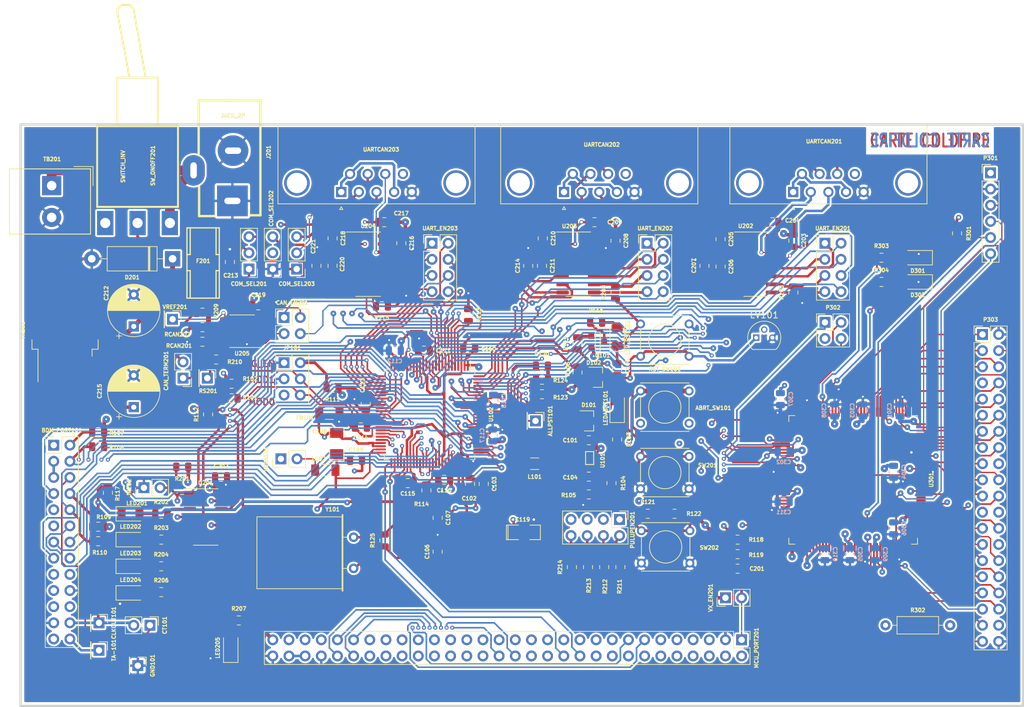
<source format=kicad_pcb>
(kicad_pcb (version 20201002) (generator pcbnew)
  (title_block (title "Demo Kicad") (date "2015-10-09") (rev "2"))
  (layers (0 "F.Cu" signal "Top_layer") (1 "In1.Cu" power "GND_layer") (2 "In2.Cu" power "VDD_layer") (31 "B.Cu" signal "Bottom_layer") (34 "B.Paste" user) (35 "F.Paste" user) (36 "B.SilkS" user "B.Silkscreen") (37 "F.SilkS" user "F.Silkscreen") (38 "B.Mask" user) (39 "F.Mask" user) (44 "Edge.Cuts" user))
  (net 0 "")
  (net 1 "/ALLPST")
  (net 2 "/AN2")
  (net 3 "/AN3")
  (net 4 "/AN4")
  (net 5 "/AN6")
  (net 6 "/BKPT-")
  (net 7 "/CLKIN/EXTAL")
  (net 8 "/CLKMOD0")
  (net 9 "/CLKMOD1")
  (net 10 "/DDAT0")
  (net 11 "/DDAT1")
  (net 12 "/DDAT2")
  (net 13 "/DDAT3")
  (net 14 "/DSCLK")
  (net 15 "/DSI")
  (net 16 "/DSO")
  (net 17 "/DTIN1")
  (net 18 "/GPT1")
  (net 19 "/GPT3")
  (net 20 "/IRQ-5")
  (net 21 "/IRQ-6")
  (net 22 "/IRQ-7")
  (net 23 "/JTAG_EN")
  (net 24 "/PST0")
  (net 25 "/PST1")
  (net 26 "/PST2")
  (net 27 "/PST3")
  (net 28 "/QSPI_CS3")
  (net 29 "/TCLK")
  (net 30 "/VDDPLL")
  (net 31 "/inout_user/CAN_H")
  (net 32 "/inout_user/CAN_L")
  (net 33 "/inout_user/CTS0")
  (net 34 "/inout_user/CTS1")
  (net 35 "/inout_user/CTS2/CANH")
  (net 36 "/inout_user/RTS0")
  (net 37 "/inout_user/RTS1")
  (net 38 "/inout_user/RTS2")
  (net 39 "/inout_user/RXD0")
  (net 40 "/inout_user/RXD1")
  (net 41 "/inout_user/RXD2")
  (net 42 "/inout_user/RxD_CAN")
  (net 43 "/inout_user/TXD0")
  (net 44 "/inout_user/TXD1")
  (net 45 "/inout_user/TXD2/CANL")
  (net 46 "/inout_user/TxD_CAN")
  (net 47 "/xilinx/+3,3V_OUT")
  (net 48 "/xilinx/LED_TEST1")
  (net 49 "/xilinx/LED_TEST2")
  (net 50 "/xilinx/TCK")
  (net 51 "/xilinx/TDI")
  (net 52 "/xilinx/TDO")
  (net 53 "/xilinx/TMS")
  (net 54 "/xilinx/XIL_D0")
  (net 55 "/xilinx/XIL_D1")
  (net 56 "/xilinx/XIL_D10")
  (net 57 "/xilinx/XIL_D11")
  (net 58 "/xilinx/XIL_D12")
  (net 59 "/xilinx/XIL_D13")
  (net 60 "/xilinx/XIL_D14")
  (net 61 "/xilinx/XIL_D15")
  (net 62 "/xilinx/XIL_D16")
  (net 63 "/xilinx/XIL_D17")
  (net 64 "/xilinx/XIL_D18")
  (net 65 "/xilinx/XIL_D19")
  (net 66 "/xilinx/XIL_D2")
  (net 67 "/xilinx/XIL_D20")
  (net 68 "/xilinx/XIL_D21")
  (net 69 "/xilinx/XIL_D22")
  (net 70 "/xilinx/XIL_D23")
  (net 71 "/xilinx/XIL_D24")
  (net 72 "/xilinx/XIL_D25")
  (net 73 "/xilinx/XIL_D26")
  (net 74 "/xilinx/XIL_D27")
  (net 75 "/xilinx/XIL_D28")
  (net 76 "/xilinx/XIL_D29")
  (net 77 "/xilinx/XIL_D3")
  (net 78 "/xilinx/XIL_D30")
  (net 79 "/xilinx/XIL_D31")
  (net 80 "/xilinx/XIL_D32")
  (net 81 "/xilinx/XIL_D33")
  (net 82 "/xilinx/XIL_D34")
  (net 83 "/xilinx/XIL_D35")
  (net 84 "/xilinx/XIL_D36")
  (net 85 "/xilinx/XIL_D4")
  (net 86 "/xilinx/XIL_D5")
  (net 87 "/xilinx/XIL_D6")
  (net 88 "/xilinx/XIL_D7")
  (net 89 "/xilinx/XIL_D8")
  (net 90 "/xilinx/XIL_D9")
  (net 91 "GND")
  (net 92 "GNDA")
  (net 93 "/AN0")
  (net 94 "/AN1")
  (net 95 "/QSPI_CS0")
  (net 96 "/AN5")
  (net 97 "/AN7")
  (net 98 "/IRQ-4")
  (net 99 "/DTIN0")
  (net 100 "/DTIN2")
  (net 101 "/DTIN3")
  (net 102 "/GPT0")
  (net 103 "/GPT2")
  (net 104 "+3.3V")
  (net 105 "/VCCA")
  (net 106 "/IRQ-1")
  (net 107 "/IRQ-2")
  (net 108 "/IRQ-3")
  (net 109 "/XTAL")
  (net 110 "/RCON-")
  (net 111 "/RSTO-")
  (net 112 "/RSTI-")
  (net 113 "/QSPI_CS1")
  (net 114 "/URTS1")
  (net 115 "/UCTS1")
  (net 116 "/QSPI_CLK")
  (net 117 "/DSPI_DOUT")
  (net 118 "/QSPI_DIN")
  (net 119 "/QSPI_CS2")
  (net 120 "/URXD1")
  (net 121 "/UTXD1")
  (net 122 "/PWM7")
  (net 123 "/PWM5")
  (net 124 "/PWM1")
  (net 125 "/PWM3")
  (net 126 "/URTS2")
  (net 127 "/UTXD2")
  (net 128 "/URXD2")
  (net 129 "/UCTS2")
  (net 130 "/CANRX")
  (net 131 "/CANTX")
  (net 132 "/URTS0")
  (net 133 "/UTXD0")
  (net 134 "/URXD0")
  (net 135 "/UCTS0")
  (net 136 "Net-(ABRT_SW101-Pad1)")
  (net 137 "Net-(BDM_PORT101-Pad26)")
  (net 138 "Net-(BDM_PORT101-Pad6)")
  (net 139 "Net-(C104-Pad1)")
  (net 140 "Net-(C105-Pad1)")
  (net 141 "Net-(C201-Pad2)")
  (net 142 "Net-(C204-Pad2)")
  (net 143 "Net-(C205-Pad2)")
  (net 144 "Net-(C205-Pad1)")
  (net 145 "Net-(C206-Pad2)")
  (net 146 "Net-(C206-Pad1)")
  (net 147 "Net-(C207-Pad1)")
  (net 148 "Net-(C209-Pad2)")
  (net 149 "Net-(C210-Pad2)")
  (net 150 "Net-(C210-Pad1)")
  (net 151 "Net-(C211-Pad2)")
  (net 152 "Net-(C211-Pad1)")
  (net 153 "Net-(C212-Pad1)")
  (net 154 "Net-(C214-Pad1)")
  (net 155 "Net-(C217-Pad2)")
  (net 156 "Net-(C218-Pad2)")
  (net 157 "Net-(C218-Pad1)")
  (net 158 "Net-(C220-Pad2)")
  (net 159 "Net-(C220-Pad1)")
  (net 160 "Net-(C221-Pad1)")
  (net 161 "Net-(CAN_TERM201-Pad2)")
  (net 162 "Net-(COM_SEL201-Pad3)")
  (net 163 "Net-(COM_SEL202-Pad3)")
  (net 164 "Net-(COM_SEL203-Pad3)")
  (net 165 "Net-(D101-Pad1)")
  (net 166 "Net-(D301-Pad2)")
  (net 167 "Net-(D302-Pad2)")
  (net 168 "Net-(F201-Pad1)")
  (net 169 "Net-(J201-Pad3)")
  (net 170 "Net-(L102-Pad1)")
  (net 171 "Net-(LED201-Pad2)")
  (net 172 "Net-(LED202-Pad2)")
  (net 173 "Net-(LED203-Pad2)")
  (net 174 "Net-(LED204-Pad2)")
  (net 175 "Net-(LED205-Pad2)")
  (net 176 "Net-(LEDABRT101-Pad1)")
  (net 177 "Net-(P302-Pad4)")
  (net 178 "Net-(P302-Pad2)")
  (net 179 "Net-(PULUPEN201-Pad8)")
  (net 180 "Net-(PULUPEN201-Pad6)")
  (net 181 "Net-(PULUPEN201-Pad4)")
  (net 182 "Net-(PULUPEN201-Pad2)")
  (net 183 "Net-(Q101-Pad3)")
  (net 184 "Net-(Q101-Pad2)")
  (net 185 "Net-(R113-Pad1)")
  (net 186 "Net-(R114-Pad1)")
  (net 187 "Net-(R202-Pad2)")
  (net 188 "Net-(R203-Pad2)")
  (net 189 "Net-(R204-Pad2)")
  (net 190 "Net-(R205-Pad2)")
  (net 191 "Net-(R206-Pad2)")
  (net 192 "Net-(R208-Pad2)")
  (net 193 "Net-(R210-Pad1)")
  (net 194 "Net-(R215-Pad2)")
  (net 195 "Net-(U202-Pad12)")
  (net 196 "Net-(U202-Pad11)")
  (net 197 "Net-(U202-Pad9)")
  (net 198 "Net-(U203-Pad12)")
  (net 199 "Net-(U203-Pad11)")
  (net 200 "Net-(U203-Pad9)")
  (net 201 "Net-(U204-Pad12)")
  (net 202 "Net-(U204-Pad10)")
  (net 203 "Net-(U204-Pad9)")
  (net 204 "Net-(U205-Pad5)")
  (net 205 "Net-(UARTCAN201-Pad1)")
  (net 206 "Net-(UARTCAN202-Pad1)")
  (net 207 "Net-(UARTCAN203-Pad1)")
  (net 208 "Net-(JP201-Pad2)")
  (net 209 "Net-(LED_RST101-Pad2)")
  (module "kit-dev-coldfire:SW_PUSH_SMALL" (layer "F.Cu") (at 172.339 100.33)
    (fp_text reference "ABRT_SW101" (at 7.62 0.127) (layer "F.SilkS") (effects (font (size 0.6 0.6))))
    (fp_text value "SW_PUSH")
    (pad "1" thru_hole circle (at -3.81 -2.54) (size 1.397 1.397) (drill 0.8128) (layers *.Cu *.Mask) (net 136 "Net-(ABRT_SW101-Pad1)"))
    (pad "1" thru_hole circle (at 3.81 -2.54) (size 1.397 1.397) (drill 0.8128) (layers *.Cu *.Mask) (net 136 "Net-(ABRT_SW101-Pad1)"))
    (pad "2" thru_hole circle (at 3.81 2.54) (size 1.397 1.397) (drill 0.8128) (layers *.Cu *.Mask) (net 104 "+3.3V"))
    (pad "2" thru_hole circle (at -3.81 2.54) (size 1.397 1.397) (drill 0.8128) (layers *.Cu *.Mask) (net 104 "+3.3V"))
  )
  (module "Connector_PinHeader_2.54mm:PinHeader_1x01_P2.54mm_Vertical" (layer "F.Cu") (at 152.019 102.489 -90)
    (fp_text reference "ALLPST101" (at 0 -2.33 -90) (layer "F.SilkS") (effects (font (size 0.6 0.6))))
    (fp_text value "CONN_1")
    (pad "1" thru_hole rect (at 0 0 270) (size 1.7 1.7) (drill 1) (layers *.Cu *.Mask) (net 1 "/ALLPST"))
  )
  (module "Connector_PinHeader_2.54mm:PinHeader_2x13_P2.54mm_Vertical" (layer "F.Cu") (at 76.327 106.299)
    (fp_text reference "BDM_PORT101" (at 1.27 -2.33) (layer "F.SilkS") (effects (font (size 0.6 0.6))))
    (fp_text value "CONN_13X2")
    (pad "1" thru_hole rect (at 0 0) (size 1.7 1.7) (drill 1) (layers *.Cu *.Mask))
    (pad "2" thru_hole oval (at 2.54 0) (size 1.7 1.7) (drill 1) (layers *.Cu *.Mask) (net 6 "/BKPT-"))
    (pad "3" thru_hole oval (at 0 2.54) (size 1.7 1.7) (drill 1) (layers *.Cu *.Mask) (net 91 "GND"))
    (pad "4" thru_hole oval (at 2.54 2.54) (size 1.7 1.7) (drill 1) (layers *.Cu *.Mask) (net 14 "/DSCLK"))
    (pad "5" thru_hole oval (at 0 5.08) (size 1.7 1.7) (drill 1) (layers *.Cu *.Mask) (net 91 "GND"))
    (pad "6" thru_hole oval (at 2.54 5.08) (size 1.7 1.7) (drill 1) (layers *.Cu *.Mask) (net 138 "Net-(BDM_PORT101-Pad6)"))
    (pad "7" thru_hole oval (at 0 7.62) (size 1.7 1.7) (drill 1) (layers *.Cu *.Mask) (net 112 "/RSTI-"))
    (pad "8" thru_hole oval (at 2.54 7.62) (size 1.7 1.7) (drill 1) (layers *.Cu *.Mask) (net 15 "/DSI"))
    (pad "9" thru_hole oval (at 0 10.16) (size 1.7 1.7) (drill 1) (layers *.Cu *.Mask) (net 104 "+3.3V"))
    (pad "10" thru_hole oval (at 2.54 10.16) (size 1.7 1.7) (drill 1) (layers *.Cu *.Mask) (net 16 "/DSO"))
    (pad "11" thru_hole oval (at 0 12.7) (size 1.7 1.7) (drill 1) (layers *.Cu *.Mask) (net 91 "GND"))
    (pad "12" thru_hole oval (at 2.54 12.7) (size 1.7 1.7) (drill 1) (layers *.Cu *.Mask) (net 27 "/PST3"))
    (pad "13" thru_hole oval (at 0 15.24) (size 1.7 1.7) (drill 1) (layers *.Cu *.Mask) (net 26 "/PST2"))
    (pad "14" thru_hole oval (at 2.54 15.24) (size 1.7 1.7) (drill 1) (layers *.Cu *.Mask) (net 25 "/PST1"))
    (pad "15" thru_hole oval (at 0 17.78) (size 1.7 1.7) (drill 1) (layers *.Cu *.Mask) (net 24 "/PST0"))
    (pad "16" thru_hole oval (at 2.54 17.78) (size 1.7 1.7) (drill 1) (layers *.Cu *.Mask) (net 13 "/DDAT3"))
    (pad "17" thru_hole oval (at 0 20.32) (size 1.7 1.7) (drill 1) (layers *.Cu *.Mask) (net 12 "/DDAT2"))
    (pad "18" thru_hole oval (at 2.54 20.32) (size 1.7 1.7) (drill 1) (layers *.Cu *.Mask) (net 11 "/DDAT1"))
    (pad "19" thru_hole oval (at 0 22.86) (size 1.7 1.7) (drill 1) (layers *.Cu *.Mask) (net 10 "/DDAT0"))
    (pad "20" thru_hole oval (at 2.54 22.86) (size 1.7 1.7) (drill 1) (layers *.Cu *.Mask) (net 91 "GND"))
    (pad "21" thru_hole oval (at 0 25.4) (size 1.7 1.7) (drill 1) (layers *.Cu *.Mask))
    (pad "22" thru_hole oval (at 2.54 25.4) (size 1.7 1.7) (drill 1) (layers *.Cu *.Mask))
    (pad "23" thru_hole oval (at 0 27.94) (size 1.7 1.7) (drill 1) (layers *.Cu *.Mask) (net 91 "GND"))
    (pad "24" thru_hole oval (at 2.54 27.94) (size 1.7 1.7) (drill 1) (layers *.Cu *.Mask) (net 29 "/TCLK"))
    (pad "25" thru_hole oval (at 0 30.48) (size 1.7 1.7) (drill 1) (layers *.Cu *.Mask) (net 104 "+3.3V"))
    (pad "26" thru_hole oval (at 2.54 30.48) (size 1.7 1.7) (drill 1) (layers *.Cu *.Mask) (net 137 "Net-(BDM_PORT101-Pad26)"))
  )
  (module "Capacitor_SMD:C_0805_2012Metric" (layer "F.Cu") (at 136.652 117.729 -90)
    (fp_text reference "C107" (at 0 -1.65 90) (layer "F.SilkS") (effects (font (size 0.6 0.6))))
    (fp_text value "10pF")
    (pad "1" smd roundrect (at -0.9375 0 270) (size 0.975 1.4) (layers "F.Cu" "F.Paste" "F.Mask") (net 7 "/CLKIN/EXTAL"))
    (pad "2" smd roundrect (at 0.9375 0 270) (size 0.975 1.4) (layers "F.Cu" "F.Paste" "F.Mask") (net 91 "GND"))
  )
  (module "Capacitor_SMD:C_0805_2012Metric" (layer "F.Cu") (at 136.652 123.063 90)
    (fp_text reference "C106" (at 0 -1.65 90) (layer "F.SilkS") (effects (font (size 0.6 0.6))))
    (fp_text value "10pF")
    (pad "1" smd roundrect (at -0.9375 0 90) (size 0.975 1.4) (layers "F.Cu" "F.Paste" "F.Mask") (net 109 "/XTAL"))
    (pad "2" smd roundrect (at 0.9375 0 90) (size 0.975 1.4) (layers "F.Cu" "F.Paste" "F.Mask") (net 91 "GND"))
  )
  (module "Capacitor_SMD:C_0805_2012Metric" (layer "F.Cu") (at 164.846 94.361 90)
    (fp_text reference "C105" (at 0.508 1.651 90) (layer "F.SilkS") (effects (font (size 0.6 0.6))))
    (fp_text value "1nF")
    (pad "1" smd roundrect (at -0.9375 0 90) (size 0.975 1.4) (layers "F.Cu" "F.Paste" "F.Mask") (net 140 "Net-(C105-Pad1)"))
    (pad "2" smd roundrect (at 0.9375 0 90) (size 0.975 1.4) (layers "F.Cu" "F.Paste" "F.Mask") (net 91 "GND"))
  )
  (module "Capacitor_SMD:C_0805_2012Metric" (layer "F.Cu") (at 141.605 91.059 180)
    (fp_text reference "C110" (at -3.048 -0.127) (layer "F.SilkS") (effects (font (size 0.6 0.6))))
    (fp_text value "100nF")
    (pad "1" smd roundrect (at -0.9375 0 180) (size 0.975 1.4) (layers "F.Cu" "F.Paste" "F.Mask") (net 104 "+3.3V"))
    (pad "2" smd roundrect (at 0.9375 0 180) (size 0.975 1.4) (layers "F.Cu" "F.Paste" "F.Mask") (net 91 "GND"))
  )
  (module "Capacitor_SMD:C_0805_2012Metric" (layer "F.Cu") (at 134.493 91.44 180)
    (fp_text reference "C111" (at -3.048 0) (layer "F.SilkS") (effects (font (size 0.6 0.6))))
    (fp_text value "100nF")
    (pad "1" smd roundrect (at -0.9375 0 180) (size 0.975 1.4) (layers "F.Cu" "F.Paste" "F.Mask") (net 104 "+3.3V"))
    (pad "2" smd roundrect (at 0.9375 0 180) (size 0.975 1.4) (layers "F.Cu" "F.Paste" "F.Mask") (net 91 "GND"))
  )
  (module "Capacitor_SMD:C_0805_2012Metric" (layer "F.Cu") (at 125.349 99.822 -90)
    (fp_text reference "C113" (at -2.921 0.508 90) (layer "F.SilkS") (effects (font (size 0.6 0.6))))
    (fp_text value "100nF")
    (pad "1" smd roundrect (at -0.9375 0 270) (size 0.975 1.4) (layers "F.Cu" "F.Paste" "F.Mask") (net 104 "+3.3V"))
    (pad "2" smd roundrect (at 0.9375 0 270) (size 0.975 1.4) (layers "F.Cu" "F.Paste" "F.Mask") (net 91 "GND"))
  )
  (module "Capacitor_SMD:C_0805_2012Metric" (layer "F.Cu") (at 124.587 103.505 180)
    (fp_text reference "C114" (at 0 -1.65) (layer "F.SilkS") (effects (font (size 0.6 0.6))))
    (fp_text value "100nF")
    (pad "1" smd roundrect (at -0.9375 0 180) (size 0.975 1.4) (layers "F.Cu" "F.Paste" "F.Mask") (net 104 "+3.3V"))
    (pad "2" smd roundrect (at 0.9375 0 180) (size 0.975 1.4) (layers "F.Cu" "F.Paste" "F.Mask") (net 91 "GND"))
  )
  (module "Capacitor_SMD:C_0805_2012Metric" (layer "F.Cu") (at 131.953 112.268 180)
    (fp_text reference "C115" (at 0 -1.65) (layer "F.SilkS") (effects (font (size 0.6 0.6))))
    (fp_text value "100nF")
    (pad "1" smd roundrect (at -0.9375 0 180) (size 0.975 1.4) (layers "F.Cu" "F.Paste" "F.Mask") (net 104 "+3.3V"))
    (pad "2" smd roundrect (at 0.9375 0 180) (size 0.975 1.4) (layers "F.Cu" "F.Paste" "F.Mask") (net 91 "GND"))
  )
  (module "Capacitor_SMD:C_0805_2012Metric" (layer "F.Cu") (at 137.668 111.76 180)
    (fp_text reference "C116" (at 0 -1.65) (layer "F.SilkS") (effects (font (size 0.6 0.6))))
    (fp_text value "100nF")
    (pad "1" smd roundrect (at -0.9375 0 180) (size 0.975 1.4) (layers "F.Cu" "F.Paste" "F.Mask") (net 104 "+3.3V"))
    (pad "2" smd roundrect (at 0.9375 0 180) (size 0.975 1.4) (layers "F.Cu" "F.Paste" "F.Mask") (net 91 "GND"))
  )
  (module "Capacitor_SMD:C_0805_2012Metric" (layer "F.Cu") (at 160.401 105.537)
    (fp_text reference "C101" (at -2.921 0) (layer "F.SilkS") (effects (font (size 0.6 0.6))))
    (fp_text value "100nF")
    (pad "1" smd roundrect (at -0.9375 0) (size 0.975 1.4) (layers "F.Cu" "F.Paste" "F.Mask") (net 91 "GND"))
    (pad "2" smd roundrect (at 0.9375 0) (size 0.975 1.4) (layers "F.Cu" "F.Paste" "F.Mask") (net 104 "+3.3V"))
  )
  (module "Capacitor_SMD:C_0805_2012Metric" (layer "F.Cu") (at 160.401 111.252 180)
    (fp_text reference "C104" (at 2.921 -0.127) (layer "F.SilkS") (effects (font (size 0.6 0.6))))
    (fp_text value "100nF")
    (pad "1" smd roundrect (at -0.9375 0 180) (size 0.975 1.4) (layers "F.Cu" "F.Paste" "F.Mask") (net 139 "Net-(C104-Pad1)"))
    (pad "2" smd roundrect (at 0.9375 0 180) (size 0.975 1.4) (layers "F.Cu" "F.Paste" "F.Mask") (net 91 "GND"))
  )
  (module "kit-dev-coldfire:SM1206POL" (layer "F.Cu") (at 120.777 106.045 90)
    (fp_text reference "C108" (at 1.905 -2.667 180) (layer "F.SilkS") (effects (font (size 0.6 0.6))))
    (fp_text value "10uF" hide)
    (pad "1" smd rect (at -1.651 0 90) (size 1.524 2.032) (layers "F.Cu" "F.Paste" "F.Mask") (net 105 "/VCCA"))
    (pad "2" smd rect (at 1.651 0 90) (size 1.524 2.032) (layers "F.Cu" "F.Paste" "F.Mask") (net 92 "GNDA"))
  )
  (module "kit-dev-coldfire:SM1206POL" (layer "F.Cu") (at 150.241 120.015)
    (fp_text reference "C119" (at -0.241 -2.015) (layer "F.SilkS") (effects (font (size 0.6 0.6))))
    (fp_text value "100uF" hide)
    (pad "1" smd rect (at -1.651 0) (size 1.524 2.032) (layers "F.Cu" "F.Paste" "F.Mask") (net 104 "+3.3V"))
    (pad "2" smd rect (at 1.651 0) (size 1.524 2.032) (layers "F.Cu" "F.Paste" "F.Mask") (net 91 "GND"))
  )
  (module "Capacitor_SMD:C_0805_2012Metric" (layer "F.Cu") (at 123.825 108.712)
    (fp_text reference "C109" (at 0 -1.65) (layer "F.SilkS") (effects (font (size 0.6 0.6))))
    (fp_text value "100nF")
    (pad "1" smd roundrect (at -0.9375 0) (size 0.975 1.4) (layers "F.Cu" "F.Paste" "F.Mask") (net 105 "/VCCA"))
    (pad "2" smd roundrect (at 0.9375 0) (size 0.975 1.4) (layers "F.Cu" "F.Paste" "F.Mask") (net 92 "GNDA"))
  )
  (module "Capacitor_SMD:C_0805_2012Metric" (layer "F.Cu") (at 141.732 112.395 -90)
    (fp_text reference "C102" (at 2.286 0.127 180) (layer "F.SilkS") (effects (font (size 0.6 0.6))))
    (fp_text value "1nF")
    (pad "1" smd roundrect (at -0.9375 0 270) (size 0.975 1.4) (layers "F.Cu" "F.Paste" "F.Mask") (net 30 "/VDDPLL"))
    (pad "2" smd roundrect (at 0.9375 0 270) (size 0.975 1.4) (layers "F.Cu" "F.Paste" "F.Mask") (net 91 "GND"))
  )
  (module "Capacitor_SMD:C_0805_2012Metric" (layer "F.Cu") (at 143.891 112.395 -90)
    (fp_text reference "C103" (at 0 -1.65 90) (layer "F.SilkS") (effects (font (size 0.6 0.6))))
    (fp_text value "100nF")
    (pad "1" smd roundrect (at -0.9375 0 270) (size 0.975 1.4) (layers "F.Cu" "F.Paste" "F.Mask") (net 30 "/VDDPLL"))
    (pad "2" smd roundrect (at 0.9375 0 270) (size 0.975 1.4) (layers "F.Cu" "F.Paste" "F.Mask") (net 91 "GND"))
  )
  (module "Capacitor_SMD:C_0805_2012Metric" (layer "F.Cu") (at 192.532 74.168 -90)
    (fp_text reference "C203" (at 0 -1.65 90) (layer "F.SilkS") (effects (font (size 0.6 0.6))))
    (fp_text value "100nF")
    (pad "1" smd roundrect (at -0.9375 0 270) (size 0.975 1.4) (layers "F.Cu" "F.Paste" "F.Mask") (net 104 "+3.3V"))
    (pad "2" smd roundrect (at 0.9375 0 270) (size 0.975 1.4) (layers "F.Cu" "F.Paste" "F.Mask") (net 91 "GND"))
  )
  (module "Capacitor_SMD:C_0805_2012Metric" (layer "F.Cu") (at 189.23 71.247 180)
    (fp_text reference "C204" (at -3.175 0.254) (layer "F.SilkS") (effects (font (size 0.6 0.6))))
    (fp_text value "100nF")
    (pad "1" smd roundrect (at -0.9375 0 180) (size 0.975 1.4) (layers "F.Cu" "F.Paste" "F.Mask") (net 104 "+3.3V"))
    (pad "2" smd roundrect (at 0.9375 0 180) (size 0.975 1.4) (layers "F.Cu" "F.Paste" "F.Mask") (net 142 "Net-(C204-Pad2)"))
  )
  (module "Capacitor_SMD:C_0805_2012Metric" (layer "F.Cu") (at 181.102 73.914 -90)
    (fp_text reference "C205" (at 0 -1.65 90) (layer "F.SilkS") (effects (font (size 0.6 0.6))))
    (fp_text value "100nF")
    (pad "1" smd roundrect (at -0.9375 0 270) (size 0.975 1.4) (layers "F.Cu" "F.Paste" "F.Mask") (net 144 "Net-(C205-Pad1)"))
    (pad "2" smd roundrect (at 0.9375 0 270) (size 0.975 1.4) (layers "F.Cu" "F.Paste" "F.Mask") (net 143 "Net-(C205-Pad2)"))
  )
  (module "Capacitor_SMD:C_0805_2012Metric" (layer "F.Cu") (at 181.102 78.232 -90)
    (fp_text reference "C206" (at 0 -1.65 90) (layer "F.SilkS") (effects (font (size 0.6 0.6))))
    (fp_text value "100nF")
    (pad "1" smd roundrect (at -0.9375 0 270) (size 0.975 1.4) (layers "F.Cu" "F.Paste" "F.Mask") (net 146 "Net-(C206-Pad1)"))
    (pad "2" smd roundrect (at 0.9375 0 270) (size 0.975 1.4) (layers "F.Cu" "F.Paste" "F.Mask") (net 145 "Net-(C206-Pad2)"))
  )
  (module "Capacitor_SMD:C_0805_2012Metric" (layer "F.Cu") (at 102.616 111.252)
    (fp_text reference "C202" (at 0 -1.65) (layer "F.SilkS") (effects (font (size 0.6 0.6))))
    (fp_text value "100nF")
    (pad "1" smd roundrect (at -0.9375 0) (size 0.975 1.4) (layers "F.Cu" "F.Paste" "F.Mask") (net 104 "+3.3V"))
    (pad "2" smd roundrect (at 0.9375 0) (size 0.975 1.4) (layers "F.Cu" "F.Paste" "F.Mask") (net 91 "GND"))
  )
  (module "Capacitor_SMD:C_0805_2012Metric" (layer "F.Cu") (at 178.562 78.105 90)
    (fp_text reference "C207" (at 0 -1.65 90) (layer "F.SilkS") (effects (font (size 0.6 0.6))))
    (fp_text value "100nF")
    (pad "1" smd roundrect (at -0.9375 0 90) (size 0.975 1.4) (layers "F.Cu" "F.Paste" "F.Mask") (net 147 "Net-(C207-Pad1)"))
    (pad "2" smd roundrect (at 0.9375 0 90) (size 0.975 1.4) (layers "F.Cu" "F.Paste" "F.Mask") (net 91 "GND"))
  )
  (module "Capacitor_SMD:C_0805_2012Metric" (layer "F.Cu") (at 164.592 74.168 -90)
    (fp_text reference "C208" (at 0 -1.65 90) (layer "F.SilkS") (effects (font (size 0.6 0.6))))
    (fp_text value "100nF")
    (pad "1" smd roundrect (at -0.9375 0 270) (size 0.975 1.4) (layers "F.Cu" "F.Paste" "F.Mask") (net 104 "+3.3V"))
    (pad "2" smd roundrect (at 0.9375 0 270) (size 0.975 1.4) (layers "F.Cu" "F.Paste" "F.Mask") (net 91 "GND"))
  )
  (module "Capacitor_SMD:C_0805_2012Metric" (layer "F.Cu") (at 161.29 71.247 180)
    (fp_text reference "C209" (at -3.175 0) (layer "F.SilkS") (effects (font (size 0.6 0.6))))
    (fp_text value "100nF")
    (pad "1" smd roundrect (at -0.9375 0 180) (size 0.975 1.4) (layers "F.Cu" "F.Paste" "F.Mask") (net 104 "+3.3V"))
    (pad "2" smd roundrect (at 0.9375 0 180) (size 0.975 1.4) (layers "F.Cu" "F.Paste" "F.Mask") (net 148 "Net-(C209-Pad2)"))
  )
  (module "Capacitor_SMD:C_0805_2012Metric" (layer "F.Cu") (at 153.162 73.787 -90)
    (fp_text reference "C210" (at 0 -1.65 90) (layer "F.SilkS") (effects (font (size 0.6 0.6))))
    (fp_text value "100nF")
    (pad "1" smd roundrect (at -0.9375 0 270) (size 0.975 1.4) (layers "F.Cu" "F.Paste" "F.Mask") (net 150 "Net-(C210-Pad1)"))
    (pad "2" smd roundrect (at 0.9375 0 270) (size 0.975 1.4) (layers "F.Cu" "F.Paste" "F.Mask") (net 149 "Net-(C210-Pad2)"))
  )
  (module "Capacitor_SMD:C_0805_2012Metric" (layer "F.Cu") (at 153.035 78.105 -90)
    (fp_text reference "C211" (at 0 -1.65 90) (layer "F.SilkS") (effects (font (size 0.6 0.6))))
    (fp_text value "100nF")
    (pad "1" smd roundrect (at -0.9375 0 270) (size 0.975 1.4) (layers "F.Cu" "F.Paste" "F.Mask") (net 152 "Net-(C211-Pad1)"))
    (pad "2" smd roundrect (at 0.9375 0 270) (size 0.975 1.4) (layers "F.Cu" "F.Paste" "F.Mask") (net 151 "Net-(C211-Pad2)"))
  )
  (module "Capacitor_SMD:C_0805_2012Metric" (layer "F.Cu") (at 150.876 78.105 90)
    (fp_text reference "C214" (at 0 -1.65 90) (layer "F.SilkS") (effects (font (size 0.6 0.6))))
    (fp_text value "100nF")
    (pad "1" smd roundrect (at -0.9375 0 90) (size 0.975 1.4) (layers "F.Cu" "F.Paste" "F.Mask") (net 154 "Net-(C214-Pad1)"))
    (pad "2" smd roundrect (at 0.9375 0 90) (size 0.975 1.4) (layers "F.Cu" "F.Paste" "F.Mask") (net 91 "GND"))
  )
  (module "Capacitor_SMD:C_0805_2012Metric" (layer "F.Cu") (at 108.458 84.328)
    (fp_text reference "C219" (at 0 -1.65) (layer "F.SilkS") (effects (font (size 0.6 0.6))))
    (fp_text value "100nF")
    (pad "1" smd roundrect (at -0.9375 0) (size 0.975 1.4) (layers "F.Cu" "F.Paste" "F.Mask") (net 104 "+3.3V"))
    (pad "2" smd roundrect (at 0.9375 0) (size 0.975 1.4) (layers "F.Cu" "F.Paste" "F.Mask") (net 91 "GND"))
  )
  (module "Capacitor_SMD:C_0805_2012Metric" (layer "F.Cu") (at 128.27 71.247 180)
    (fp_text reference "C217" (at -2.667 1.397) (layer "F.SilkS") (effects (font (size 0.6 0.6))))
    (fp_text value "100nF")
    (pad "1" smd roundrect (at -0.9375 0 180) (size 0.975 1.4) (layers "F.Cu" "F.Paste" "F.Mask") (net 104 "+3.3V"))
    (pad "2" smd roundrect (at 0.9375 0 180) (size 0.975 1.4) (layers "F.Cu" "F.Paste" "F.Mask") (net 155 "Net-(C217-Pad2)"))
  )
  (module "Capacitor_SMD:C_0805_2012Metric" (layer "F.Cu") (at 120.142 78.105 -90)
    (fp_text reference "C220" (at -0.254 -1.524 90) (layer "F.SilkS") (effects (font (size 0.6 0.6))))
    (fp_text value "100nF")
    (pad "1" smd roundrect (at -0.9375 0 270) (size 0.975 1.4) (layers "F.Cu" "F.Paste" "F.Mask") (net 159 "Net-(C220-Pad1)"))
    (pad "2" smd roundrect (at 0.9375 0 270) (size 0.975 1.4) (layers "F.Cu" "F.Paste" "F.Mask") (net 158 "Net-(C220-Pad2)"))
  )
  (module "Capacitor_THT:CP_Radial_D8.0mm_P5.00mm" (layer "F.Cu") (at 88.9 87.63 90)
    (fp_text reference "C212" (at 5.207 -4.318 90) (layer "F.SilkS") (effects (font (size 0.6 0.6))))
    (fp_text value "10uF")
    (pad "1" thru_hole rect (at 0 0 90) (size 1.6 1.6) (drill 0.8) (layers *.Cu *.Mask) (net 153 "Net-(C212-Pad1)"))
    (pad "2" thru_hole circle (at 5 0 90) (size 1.6 1.6) (drill 0.8) (layers *.Cu *.Mask) (net 91 "GND"))
  )
  (module "Capacitor_THT:CP_Radial_D8.0mm_P5.00mm" (layer "F.Cu") (at 88.9 100.33 90)
    (fp_text reference "C215" (at 2.5 -5.37 90) (layer "F.SilkS") (effects (font (size 0.6 0.6))))
    (fp_text value "220uF")
    (pad "1" thru_hole rect (at 0 0 90) (size 1.6 1.6) (drill 0.8) (layers *.Cu *.Mask) (net 104 "+3.3V"))
    (pad "2" thru_hole circle (at 5 0 90) (size 1.6 1.6) (drill 0.8) (layers *.Cu *.Mask) (net 91 "GND"))
  )
  (module "Capacitor_SMD:C_0805_2012Metric" (layer "F.Cu") (at 104 77.5 90)
    (fp_text reference "C213" (at -2.129 0.14 180) (layer "F.SilkS") (effects (font (size 0.6 0.6))))
    (fp_text value "100nF")
    (pad "1" smd roundrect (at -0.9375 0 90) (size 0.975 1.4) (layers "F.Cu" "F.Paste" "F.Mask") (net 153 "Net-(C212-Pad1)"))
    (pad "2" smd roundrect (at 0.9375 0 90) (size 0.975 1.4) (layers "F.Cu" "F.Paste" "F.Mask") (net 91 "GND"))
  )
  (module "Capacitor_SMD:C_0805_2012Metric" (layer "F.Cu") (at 183.769 125.73)
    (fp_text reference "C201" (at 3.048 0) (layer "F.SilkS") (effects (font (size 0.6 0.6))))
    (fp_text value "100nF")
    (pad "1" smd roundrect (at -0.9375 0) (size 0.975 1.4) (layers "F.Cu" "F.Paste" "F.Mask") (net 91 "GND"))
    (pad "2" smd roundrect (at 0.9375 0) (size 0.975 1.4) (layers "F.Cu" "F.Paste" "F.Mask") (net 141 "Net-(C201-Pad2)"))
  )
  (module "Capacitor_SMD:C_0805_2012Metric" (layer "F.Cu") (at 120.142 73.787 -90)
    (fp_text reference "C218" (at 0 -1.65 90) (layer "F.SilkS") (effects (font (size 0.6 0.6))))
    (fp_text value "100nF")
    (pad "1" smd roundrect (at -0.9375 0 270) (size 0.975 1.4) (layers "F.Cu" "F.Paste" "F.Mask") (net 157 "Net-(C218-Pad1)"))
    (pad "2" smd roundrect (at 0.9375 0 270) (size 0.975 1.4) (layers "F.Cu" "F.Paste" "F.Mask") (net 156 "Net-(C218-Pad2)"))
  )
  (module "Capacitor_SMD:C_0805_2012Metric" (layer "F.Cu") (at 117.602 78.105 90)
    (fp_text reference "C221" (at 3.048 -0.508 90) (layer "F.SilkS") (effects (font (size 0.6 0.6))))
    (fp_text value "100nF")
    (pad "1" smd roundrect (at -0.9375 0 90) (size 0.975 1.4) (layers "F.Cu" "F.Paste" "F.Mask") (net 160 "Net-(C221-Pad1)"))
    (pad "2" smd roundrect (at 0.9375 0 90) (size 0.975 1.4) (layers "F.Cu" "F.Paste" "F.Mask") (net 91 "GND"))
  )
  (module "Capacitor_SMD:C_0805_2012Metric" (layer "F.Cu") (at 130.937 74.549 -90)
    (fp_text reference "C216" (at 0 -1.65 90) (layer "F.SilkS") (effects (font (size 0.6 0.6))))
    (fp_text value "100nF")
    (pad "1" smd roundrect (at -0.9375 0 270) (size 0.975 1.4) (layers "F.Cu" "F.Paste" "F.Mask") (net 104 "+3.3V"))
    (pad "2" smd roundrect (at 0.9375 0 270) (size 0.975 1.4) (layers "F.Cu" "F.Paste" "F.Mask") (net 91 "GND"))
  )
  (module "Connector_PinHeader_2.54mm:PinHeader_1x02_P2.54mm_Vertical" (layer "F.Cu") (at 96.647 95.758 180)
    (fp_text reference "CAN_TERM201" (at 2.667 1.143 270) (layer "F.SilkS") (effects (font (size 0.6 0.6))))
    (fp_text value "JUMPER")
    (pad "1" thru_hole rect (at 0 0 180) (size 1.7 1.7) (drill 1) (layers *.Cu *.Mask) (net 31 "/inout_user/CAN_H"))
    (pad "2" thru_hole oval (at 0 2.54 180) (size 1.7 1.7) (drill 1) (layers *.Cu *.Mask) (net 161 "Net-(CAN_TERM201-Pad2)"))
  )
  (module "Connector_PinHeader_2.54mm:PinHeader_1x01_P2.54mm_Vertical" (layer "F.Cu") (at 83.439 134.239 -90)
    (fp_text reference "CLKOUT101" (at 0 -2.33 -90) (layer "F.SilkS") (effects (font (size 0.6 0.6))))
    (fp_text value "CONN_1")
    (pad "1" thru_hole rect (at 0 0 270) (size 1.7 1.7) (drill 1) (layers *.Cu *.Mask) (net 29 "/TCLK"))
  )
  (module "Connector_PinHeader_2.54mm:PinHeader_1x03_P2.54mm_Vertical" (layer "F.Cu") (at 114.5 78.613 180)
    (fp_text reference "COM_SEL203" (at 0 -2.33 180) (layer "F.SilkS") (effects (font (size 0.6 0.6))))
    (fp_text value "CONN_3")
    (pad "1" thru_hole rect (at 0 0 180) (size 1.7 1.7) (drill 1) (layers *.Cu *.Mask) (net 31 "/inout_user/CAN_H"))
    (pad "2" thru_hole oval (at 0 2.54 180) (size 1.7 1.7) (drill 1) (layers *.Cu *.Mask) (net 35 "/inout_user/CTS2/CANH"))
    (pad "3" thru_hole oval (at 0 5.08 180) (size 1.7 1.7) (drill 1) (layers *.Cu *.Mask) (net 164 "Net-(COM_SEL203-Pad3)"))
  )
  (module "Connector_PinHeader_2.54mm:PinHeader_1x03_P2.54mm_Vertical" (layer "F.Cu") (at 110.744 78.613 180)
    (fp_text reference "COM_SEL202" (at 0.254 9.525 270) (layer "F.SilkS") (effects (font (size 0.6 0.6))))
    (fp_text value "CONN_3")
    (pad "1" thru_hole rect (at 0 0 180) (size 1.7 1.7) (drill 1) (layers *.Cu *.Mask) (net 91 "GND"))
    (pad "2" thru_hole oval (at 0 2.54 180) (size 1.7 1.7) (drill 1) (layers *.Cu *.Mask) (net 41 "/inout_user/RXD2"))
    (pad "3" thru_hole oval (at 0 5.08 180) (size 1.7 1.7) (drill 1) (layers *.Cu *.Mask) (net 163 "Net-(COM_SEL202-Pad3)"))
  )
  (module "Connector_PinHeader_2.54mm:PinHeader_1x02_P2.54mm_Vertical" (layer "F.Cu") (at 91.44 134.62 -90)
    (fp_text reference "CT101" (at 0 -2.33 -90) (layer "F.SilkS") (effects (font (size 0.6 0.6))))
    (fp_text value "JUMPER")
    (pad "1" thru_hole rect (at 0 0 270) (size 1.7 1.7) (drill 1) (layers *.Cu *.Mask) (net 138 "Net-(BDM_PORT101-Pad6)"))
    (pad "2" thru_hole oval (at 0 2.54 270) (size 1.7 1.7) (drill 1) (layers *.Cu *.Mask) (net 29 "/TCLK"))
  )
  (module "Diode_SMD:D_SOT-23_ANK" (layer "F.Cu") (at 160.401 102.489)
    (fp_text reference "D101" (at 0 -2.5) (layer "F.SilkS") (effects (font (size 0.6 0.6))))
    (fp_text value "BAT54")
    (pad "" smd rect (at -1 0.95) (size 0.9 0.8) (layers "F.Cu" "F.Paste" "F.Mask"))
    (pad "1" smd rect (at 1 0) (size 0.9 0.8) (layers "F.Cu" "F.Paste" "F.Mask") (net 165 "Net-(D101-Pad1)"))
    (pad "2" smd rect (at -1 -0.95) (size 0.9 0.8) (layers "F.Cu" "F.Paste" "F.Mask") (net 22 "/IRQ-7"))
  )
  (module "Diode_SMD:D_SOT-23_ANK" (layer "F.Cu") (at 161.798 95.631)
    (fp_text reference "D102" (at -0.635 -2.286) (layer "F.SilkS") (effects (font (size 0.6 0.6))))
    (fp_text value "BAT54")
    (pad "" smd rect (at -1 0.95) (size 0.9 0.8) (layers "F.Cu" "F.Paste" "F.Mask"))
    (pad "1" smd rect (at 1 0) (size 0.9 0.8) (layers "F.Cu" "F.Paste" "F.Mask") (net 140 "Net-(C105-Pad1)"))
    (pad "2" smd rect (at -1 -0.95) (size 0.9 0.8) (layers "F.Cu" "F.Paste" "F.Mask") (net 112 "/RSTI-"))
  )
  (module "Diode_THT:D_DO-15_P12.70mm_Horizontal" (layer "F.Cu") (at 95 77 180)
    (fp_text reference "D201" (at 6.35 -2.92 180) (layer "F.SilkS") (effects (font (size 0.6 0.6))))
    (fp_text value "1N4004")
    (pad "1" thru_hole rect (at 0 0 180) (size 2.4 2.4) (drill 1.2) (layers *.Cu *.Mask) (net 153 "Net-(C212-Pad1)"))
    (pad "2" thru_hole oval (at 12.7 0 180) (size 2.4 2.4) (drill 1.2) (layers *.Cu *.Mask) (net 91 "GND"))
  )
  (module "LED_SMD:LED_1206_3216Metric" (layer "F.Cu") (at 212.09 76.835 180)
    (fp_text reference "D301" (at 0 -2.05) (layer "F.SilkS") (effects (font (size 0.6 0.6))))
    (fp_text value "LED")
    (pad "1" smd roundrect (at -1.4 0 180) (size 1.25 1.75) (layers "F.Cu" "F.Paste" "F.Mask") (roundrect_rratio 0.2) (net 91 "GND"))
    (pad "2" smd roundrect (at 1.4 0 180) (size 1.25 1.75) (layers "F.Cu" "F.Paste" "F.Mask") (roundrect_rratio 0.2) (net 166 "Net-(D301-Pad2)"))
  )
  (module "LED_SMD:LED_1206_3216Metric" (layer "F.Cu") (at 212.09 80.645 180)
    (fp_text reference "D302" (at 0 -2.05) (layer "F.SilkS") (effects (font (size 0.6 0.6))))
    (fp_text value "LED")
    (pad "1" smd roundrect (at -1.4 0 180) (size 1.25 1.75) (layers "F.Cu" "F.Paste" "F.Mask") (roundrect_rratio 0.2) (net 91 "GND"))
    (pad "2" smd roundrect (at 1.4 0 180) (size 1.25 1.75) (layers "F.Cu" "F.Paste" "F.Mask") (roundrect_rratio 0.2) (net 167 "Net-(D302-Pad2)"))
  )
  (module "kit-dev-coldfire:FSUPCMS" (layer "F.Cu") (at 99.8 77.6 -90)
    (fp_text reference "F201" (at -0.25 0) (layer "F.SilkS") (effects (font (size 0.6 0.6))))
    (fp_text value "FUSE")
    (pad "1" smd rect (at -3.175 0) (size 3.556 4.191) (layers "F.Cu" "F.Paste" "F.Mask") (net 168 "Net-(F201-Pad1)"))
    (pad "2" smd rect (at 3.175 0) (size 3.556 4.191) (layers "F.Cu" "F.Paste" "F.Mask") (net 153 "Net-(C212-Pad1)"))
  )
  (module "Resistor_SMD:R_1206_3216Metric_Pad1.24x1.80mm_HandSolder" (layer "F.Cu") (at 119.634 101.346 180)
    (fp_text reference "FB101" (at 3.81 -0.635 180) (layer "F.SilkS") (effects (font (size 0.6 0.6))))
    (fp_text value "BEAD")
    (pad "1" smd rect (at -1.5925 0 180) (size 1.245 1.8) (layers "F.Cu" "F.Paste" "F.Mask") (net 91 "GND"))
    (pad "2" smd rect (at 1.5925 0 180) (size 1.245 1.8) (layers "F.Cu" "F.Paste" "F.Mask") (net 92 "GNDA"))
  )
  (module "Connector_PinHeader_2.54mm:PinHeader_1x01_P2.54mm_Vertical" (layer "F.Cu") (at 89.535 140.97 -90)
    (fp_text reference "GND101" (at 0 -2.33 -90) (layer "F.SilkS") (effects (font (size 0.6 0.6))))
    (fp_text value "CONN_1")
    (pad "1" thru_hole rect (at 0 0 270) (size 1.7 1.7) (drill 1) (layers *.Cu *.Mask) (net 91 "GND"))
  )
  (module "kit-dev-coldfire:JACK_ALIM" (layer "F.Cu") (at 104.5 60 -90)
    (fp_text reference "J201" (at 0.254 -5.588 90) (layer "F.SilkS") (effects (font (size 0.6 0.6))))
    (fp_text value "JACK_2P" (at -5.5 0) (layer "F.SilkS") (effects (font (size 0.6 0.6))))
    (pad "1" thru_hole rect (at 7.9 0.1 270) (size 4.8006 4.8006) (drill oval 1.016 2.54) (layers *.Cu *.Mask) (net 91 "GND"))
    (pad "2" thru_hole circle (at 0 0 270) (size 4.8006 4.8006) (drill oval 1.016 2.54) (layers *.Cu *.Mask) (net 91 "GND"))
    (pad "3" thru_hole oval (at 3.1 6.2 270) (size 4.8006 3.5) (drill oval 2.54 1.016) (layers *.Cu *.Mask) (net 169 "Net-(J201-Pad3)"))
  )
  (module "Resistor_SMD:R_1206_3216Metric_Pad1.24x1.80mm_HandSolder" (layer "F.Cu") (at 118.999 110.236)
    (fp_text reference "L102" (at -1.016 -1.778) (layer "F.SilkS") (effects (font (size 0.6 0.6))))
    (fp_text value "10uH")
    (pad "1" smd rect (at -1.5925 0) (size 1.245 1.8) (layers "F.Cu" "F.Paste" "F.Mask") (net 170 "Net-(L102-Pad1)"))
    (pad "2" smd rect (at 1.5925 0) (size 1.245 1.8) (layers "F.Cu" "F.Paste" "F.Mask") (net 105 "/VCCA"))
  )
  (module "Resistor_SMD:R_1206_3216Metric_Pad1.24x1.80mm_HandSolder" (layer "F.Cu") (at 151.892 109.22 180)
    (fp_text reference "L101" (at 0 -2.05 180) (layer "F.SilkS") (effects (font (size 0.6 0.6))))
    (fp_text value "10uH")
    (pad "1" smd rect (at -1.5925 0 180) (size 1.245 1.8) (layers "F.Cu" "F.Paste" "F.Mask") (net 104 "+3.3V"))
    (pad "2" smd rect (at 1.5925 0 180) (size 1.245 1.8) (layers "F.Cu" "F.Paste" "F.Mask") (net 30 "/VDDPLL"))
  )
  (module "LED_SMD:LED_1206_3216Metric" (layer "F.Cu") (at 88.392 117.094)
    (fp_text reference "LED201" (at 1.016 -1.651 180) (layer "F.SilkS") (effects (font (size 0.6 0.6))))
    (fp_text value "LED")
    (pad "1" smd roundrect (at -1.4 0) (size 1.25 1.75) (layers "F.Cu" "F.Paste" "F.Mask") (roundrect_rratio 0.2) (net 91 "GND"))
    (pad "2" smd roundrect (at 1.4 0) (size 1.25 1.75) (layers "F.Cu" "F.Paste" "F.Mask") (roundrect_rratio 0.2) (net 171 "Net-(LED201-Pad2)"))
  )
  (module "LED_SMD:LED_1206_3216Metric" (layer "F.Cu") (at 88.392 121.158)
    (fp_text reference "LED202" (at 0 -2.05 180) (layer "F.SilkS") (effects (font (size 0.6 0.6))))
    (fp_text value "LED")
    (pad "1" smd roundrect (at -1.4 0) (size 1.25 1.75) (layers "F.Cu" "F.Paste" "F.Mask") (roundrect_rratio 0.2) (net 91 "GND"))
    (pad "2" smd roundrect (at 1.4 0) (size 1.25 1.75) (layers "F.Cu" "F.Paste" "F.Mask") (roundrect_rratio 0.2) (net 172 "Net-(LED202-Pad2)"))
  )
  (module "LED_SMD:LED_1206_3216Metric" (layer "F.Cu") (at 88.392 125.349)
    (fp_text reference "LED203" (at 0 -2.05 180) (layer "F.SilkS") (effects (font (size 0.6 0.6))))
    (fp_text value "LED")
    (pad "1" smd roundrect (at -1.4 0) (size 1.25 1.75) (layers "F.Cu" "F.Paste" "F.Mask") (roundrect_rratio 0.2) (net 91 "GND"))
    (pad "2" smd roundrect (at 1.4 0) (size 1.25 1.75) (layers "F.Cu" "F.Paste" "F.Mask") (roundrect_rratio 0.2) (net 173 "Net-(LED203-Pad2)"))
  )
  (module "LED_SMD:LED_1206_3216Metric" (layer "F.Cu") (at 88.392 129.54)
    (fp_text reference "LED204" (at 0 -2.05 180) (layer "F.SilkS") (effects (font (size 0.6 0.6))))
    (fp_text value "LED")
    (pad "1" smd roundrect (at -1.4 0) (size 1.25 1.75) (layers "F.Cu" "F.Paste" "F.Mask") (roundrect_rratio 0.2) (net 91 "GND"))
    (pad "2" smd roundrect (at 1.4 0) (size 1.25 1.75) (layers "F.Cu" "F.Paste" "F.Mask") (roundrect_rratio 0.2) (net 174 "Net-(LED204-Pad2)"))
  )
  (module "LED_SMD:LED_1206_3216Metric" (layer "F.Cu") (at 104.14 138.176 90)
    (fp_text reference "LED205" (at 0 -2.05 270) (layer "F.SilkS") (effects (font (size 0.6 0.6))))
    (fp_text value "LED")
    (pad "1" smd roundrect (at -1.4 0 90) (size 1.25 1.75) (layers "F.Cu" "F.Paste" "F.Mask") (roundrect_rratio 0.2) (net 91 "GND"))
    (pad "2" smd roundrect (at 1.4 0 90) (size 1.25 1.75) (layers "F.Cu" "F.Paste" "F.Mask") (roundrect_rratio 0.2) (net 175 "Net-(LED205-Pad2)"))
  )
  (module "LED_SMD:LED_1206_3216Metric" (layer "F.Cu") (at 164.846 100.457 90)
    (fp_text reference "LEDABRT101" (at 0 -1.82 90) (layer "F.SilkS") (effects (font (size 0.6 0.6))))
    (fp_text value "LED_RED")
    (pad "1" smd roundrect (at -1.4 0 90) (size 1.25 1.75) (layers "F.Cu" "F.Paste" "F.Mask") (roundrect_rratio 0.2) (net 176 "Net-(LEDABRT101-Pad1)"))
    (pad "2" smd roundrect (at 1.4 0 90) (size 1.25 1.75) (layers "F.Cu" "F.Paste" "F.Mask") (roundrect_rratio 0.2) (net 104 "+3.3V"))
  )
  (module "Package_TO_SOT_THT:TO-92_Molded_Narrow" (layer "F.Cu") (at 186.69 89.408)
    (fp_text reference "LV101" (at 1.27 -3.56) (layer "F.SilkS"))
    (fp_text value "DS1818")
    (pad "1" thru_hole rect (at 0 0 90) (size 1 1) (drill 0.6) (layers *.Cu *.Mask) (net 140 "Net-(C105-Pad1)"))
    (pad "2" thru_hole circle (at 1.27 -1.27 90) (size 1 1) (drill 0.6) (layers *.Cu *.Mask) (net 104 "+3.3V"))
    (pad "3" thru_hole circle (at 2.54 0 90) (size 1 1) (drill 0.6) (layers *.Cu *.Mask) (net 91 "GND"))
  )
  (module "Connector_PinHeader_2.54mm:PinHeader_2x30_P2.54mm_Vertical" (layer "F.Cu") (at 184.404 136.906 -90)
    (fp_text reference "MCU_PORT201" (at 1.27 -2.33 -90) (layer "F.SilkS") (effects (font (size 0.6 0.6))))
    (fp_text value "CONN_30X2")
    (pad "1" thru_hole rect (at 0 0 270) (size 1.7 1.7) (drill 1) (layers *.Cu *.Mask) (net 141 "Net-(C201-Pad2)"))
    (pad "2" thru_hole oval (at 2.54 0 270) (size 1.7 1.7) (drill 1) (layers *.Cu *.Mask) (net 106 "/IRQ-1"))
    (pad "3" thru_hole oval (at 0 2.54 270) (size 1.7 1.7) (drill 1) (layers *.Cu *.Mask) (net 91 "GND"))
    (pad "4" thru_hole oval (at 2.54 2.54 270) (size 1.7 1.7) (drill 1) (layers *.Cu *.Mask) (net 111 "/RSTO-"))
    (pad "5" thru_hole oval (at 0 5.08 270) (size 1.7 1.7) (drill 1) (layers *.Cu *.Mask) (net 121 "/UTXD1"))
    (pad "6" thru_hole oval (at 2.54 5.08 270) (size 1.7 1.7) (drill 1) (layers *.Cu *.Mask) (net 112 "/RSTI-"))
    (pad "7" thru_hole oval (at 0 7.62 270) (size 1.7 1.7) (drill 1) (layers *.Cu *.Mask) (net 120 "/URXD1"))
    (pad "8" thru_hole oval (at 2.54 7.62 270) (size 1.7 1.7) (drill 1) (layers *.Cu *.Mask) (net 107 "/IRQ-2"))
    (pad "9" thru_hole oval (at 0 10.16 270) (size 1.7 1.7) (drill 1) (layers *.Cu *.Mask) (net 114 "/URTS1"))
    (pad "10" thru_hole oval (at 2.54 10.16 270) (size 1.7 1.7) (drill 1) (layers *.Cu *.Mask) (net 93 "/AN0"))
    (pad "11" thru_hole oval (at 0 12.7 270) (size 1.7 1.7) (drill 1) (layers *.Cu *.Mask) (net 115 "/UCTS1"))
    (pad "12" thru_hole oval (at 2.54 12.7 270) (size 1.7 1.7) (drill 1) (layers *.Cu *.Mask) (net 94 "/AN1"))
    (pad "13" thru_hole oval (at 0 15.24 270) (size 1.7 1.7) (drill 1) (layers *.Cu *.Mask) (net 124 "/PWM1"))
    (pad "14" thru_hole oval (at 2.54 15.24 270) (size 1.7 1.7) (drill 1) (layers *.Cu *.Mask) (net 2 "/AN2"))
    (pad "15" thru_hole oval (at 0 17.78 270) (size 1.7 1.7) (drill 1) (layers *.Cu *.Mask) (net 125 "/PWM3"))
    (pad "16" thru_hole oval (at 2.54 17.78 270) (size 1.7 1.7) (drill 1) (layers *.Cu *.Mask) (net 3 "/AN3"))
    (pad "17" thru_hole oval (at 0 20.32 270) (size 1.7 1.7) (drill 1) (layers *.Cu *.Mask) (net 117 "/DSPI_DOUT"))
    (pad "18" thru_hole oval (at 2.54 20.32 270) (size 1.7 1.7) (drill 1) (layers *.Cu *.Mask) (net 4 "/AN4"))
    (pad "19" thru_hole oval (at 0 22.86 270) (size 1.7 1.7) (drill 1) (layers *.Cu *.Mask) (net 118 "/QSPI_DIN"))
    (pad "20" thru_hole oval (at 2.54 22.86 270) (size 1.7 1.7) (drill 1) (layers *.Cu *.Mask) (net 96 "/AN5"))
    (pad "21" thru_hole oval (at 0 25.4 270) (size 1.7 1.7) (drill 1) (layers *.Cu *.Mask) (net 116 "/QSPI_CLK"))
    (pad "22" thru_hole oval (at 2.54 25.4 270) (size 1.7 1.7) (drill 1) (layers *.Cu *.Mask) (net 5 "/AN6"))
    (pad "23" thru_hole oval (at 0 27.94 270) (size 1.7 1.7) (drill 1) (layers *.Cu *.Mask) (net 95 "/QSPI_CS0"))
    (pad "24" thru_hole oval (at 2.54 27.94 270) (size 1.7 1.7) (drill 1) (layers *.Cu *.Mask) (net 97 "/AN7"))
    (pad "25" thru_hole oval (at 0 30.48 270) (size 1.7 1.7) (drill 1) (layers *.Cu *.Mask) (net 113 "/QSPI_CS1"))
    (pad "26" thru_hole oval (at 2.54 30.48 270) (size 1.7 1.7) (drill 1) (layers *.Cu *.Mask) (net 131 "/CANTX"))
    (pad "27" thru_hole oval (at 0 33.02 270) (size 1.7 1.7) (drill 1) (layers *.Cu *.Mask) (net 119 "/QSPI_CS2"))
    (pad "28" thru_hole oval (at 2.54 33.02 270) (size 1.7 1.7) (drill 1) (layers *.Cu *.Mask) (net 130 "/CANRX"))
    (pad "29" thru_hole oval (at 0 35.56 270) (size 1.7 1.7) (drill 1) (layers *.Cu *.Mask) (net 28 "/QSPI_CS3"))
    (pad "30" thru_hole oval (at 2.54 35.56 270) (size 1.7 1.7) (drill 1) (layers *.Cu *.Mask) (net 123 "/PWM5"))
    (pad "31" thru_hole oval (at 0 38.1 270) (size 1.7 1.7) (drill 1) (layers *.Cu *.Mask) (net 108 "/IRQ-3"))
    (pad "32" thru_hole oval (at 2.54 38.1 270) (size 1.7 1.7) (drill 1) (layers *.Cu *.Mask) (net 122 "/PWM7"))
    (pad "33" thru_hole oval (at 0 40.64 270) (size 1.7 1.7) (drill 1) (layers *.Cu *.Mask) (net 98 "/IRQ-4"))
    (pad "34" thru_hole oval (at 2.54 40.64 270) (size 1.7 1.7) (drill 1) (layers *.Cu *.Mask) (net 99 "/DTIN0"))
    (pad "35" thru_hole oval (at 0 43.18 270) (size 1.7 1.7) (drill 1) (layers *.Cu *.Mask) (net 20 "/IRQ-5"))
    (pad "36" thru_hole oval (at 2.54 43.18 270) (size 1.7 1.7) (drill 1) (layers *.Cu *.Mask) (net 17 "/DTIN1"))
    (pad "37" thru_hole oval (at 0 45.72 270) (size 1.7 1.7) (drill 1) (layers *.Cu *.Mask) (net 21 "/IRQ-6"))
    (pad "38" thru_hole oval (at 2.54 45.72 270) (size 1.7 1.7) (drill 1) (layers *.Cu *.Mask) (net 100 "/DTIN2"))
    (pad "39" thru_hole oval (at 0 48.26 270) (size 1.7 1.7) (drill 1) (layers *.Cu *.Mask) (net 22 "/IRQ-7"))
    (pad "40" thru_hole oval (at 2.54 48.26 270) (size 1.7 1.7) (drill 1) (layers *.Cu *.Mask) (net 101 "/DTIN3"))
    (pad "41" thru_hole oval (at 0 50.8 270) (size 1.7 1.7) (drill 1) (layers *.Cu *.Mask) (net 133 "/UTXD0"))
    (pad "42" thru_hole oval (at 2.54 50.8 270) (size 1.7 1.7) (drill 1) (layers *.Cu *.Mask) (net 132 "/URTS0"))
    (pad "43" thru_hole oval (at 0 53.34 270) (size 1.7 1.7) (drill 1) (layers *.Cu *.Mask) (net 134 "/URXD0"))
    (pad "44" thru_hole oval (at 2.54 53.34 270) (size 1.7 1.7) (drill 1) (layers *.Cu *.Mask) (net 135 "/UCTS0"))
    (pad "45" thru_hole oval (at 0 55.88 270) (size 1.7 1.7) (drill 1) (layers *.Cu *.Mask) (net 127 "/UTXD2"))
    (pad "46" thru_hole oval (at 2.54 55.88 270) (size 1.7 1.7) (drill 1) (layers *.Cu *.Mask) (net 126 "/URTS2"))
    (pad "47" thru_hole oval (at 0 58.42 270) (size 1.7 1.7) (drill 1) (layers *.Cu *.Mask) (net 128 "/URXD2"))
    (pad "48" thru_hole oval (at 2.54 58.42 270) (size 1.7 1.7) (drill 1) (layers *.Cu *.Mask) (net 129 "/UCTS2"))
    (pad "49" thru_hole oval (at 0 60.96 270) (size 1.7 1.7) (drill 1) (layers *.Cu *.Mask) (net 102 "/GPT0"))
    (pad "50" thru_hole oval (at 2.54 60.96 270) (size 1.7 1.7) (drill 1) (layers *.Cu *.Mask) (net 18 "/GPT1"))
    (pad "51" thru_hole oval (at 0 63.5 270) (size 1.7 1.7) (drill 1) (layers *.Cu *.Mask) (net 103 "/GPT2"))
    (pad "52" thru_hole oval (at 2.54 63.5 270) (size 1.7 1.7) (drill 1) (layers *.Cu *.Mask) (net 19 "/GPT3"))
    (pad "53" thru_hole oval (at 0 66.04 270) (size 1.7 1.7) (drill 1) (layers *.Cu *.Mask) (net 110 "/RCON-"))
    (pad "54" thru_hole oval (at 2.54 66.04 270) (size 1.7 1.7) (drill 1) (layers *.Cu *.Mask) (net 91 "GND"))
    (pad "55" thru_hole oval (at 0 68.58 270) (size 1.7 1.7) (drill 1) (layers *.Cu *.Mask) (net 105 "/VCCA"))
    (pad "56" thru_hole oval (at 2.54 68.58 270) (size 1.7 1.7) (drill 1) (layers *.Cu *.Mask) (net 92 "GNDA"))
    (pad "57" thru_hole oval (at 0 71.12 270) (size 1.7 1.7) (drill 1) (layers *.Cu *.Mask) (net 105 "/VCCA"))
    (pad "58" thru_hole oval (at 2.54 71.12 270) (size 1.7 1.7) (drill 1) (layers *.Cu *.Mask) (net 92 "GNDA"))
    (pad "59" thru_hole oval (at 0 73.66 270) (size 1.7 1.7) (drill 1) (layers *.Cu *.Mask) (net 104 "+3.3V"))
    (pad "60" thru_hole oval (at 2.54 73.66 270) (size 1.7 1.7) (drill 1) (layers *.Cu *.Mask) (net 91 "GND"))
  )
  (module "Connector_PinHeader_2.54mm:PinHeader_1x06_P2.54mm_Vertical" (layer "F.Cu") (at 223.52 63.5)
    (fp_text reference "P301" (at 0 -2.33) (layer "F.SilkS") (effects (font (size 0.6 0.6))))
    (fp_text value "CONN_6")
    (pad "1" thru_hole rect (at 0 0) (size 1.7 1.7) (drill 1) (layers *.Cu *.Mask) (net 104 "+3.3V"))
    (pad "2" thru_hole oval (at 0 2.54) (size 1.7 1.7) (drill 1) (layers *.Cu *.Mask) (net 91 "GND"))
    (pad "3" thru_hole oval (at 0 5.08) (size 1.7 1.7) (drill 1) (layers *.Cu *.Mask) (net 53 "/xilinx/TMS"))
    (pad "4" thru_hole oval (at 0 7.62) (size 1.7 1.7) (drill 1) (layers *.Cu *.Mask) (net 51 "/xilinx/TDI"))
    (pad "5" thru_hole oval (at 0 10.16) (size 1.7 1.7) (drill 1) (layers *.Cu *.Mask) (net 50 "/xilinx/TCK"))
    (pad "6" thru_hole oval (at 0 12.7) (size 1.7 1.7) (drill 1) (layers *.Cu *.Mask) (net 52 "/xilinx/TDO"))
  )
  (module "Connector_PinHeader_2.54mm:PinHeader_2x20_P2.54mm_Vertical" (layer "F.Cu") (at 222.25 88.9)
    (fp_text reference "P303" (at 1.27 -2.33) (layer "F.SilkS") (effects (font (size 0.6 0.6))))
    (fp_text value "CONN_20X2")
    (pad "1" thru_hole rect (at 0 0) (size 1.7 1.7) (drill 1) (layers *.Cu *.Mask) (net 54 "/xilinx/XIL_D0"))
    (pad "2" thru_hole oval (at 2.54 0) (size 1.7 1.7) (drill 1) (layers *.Cu *.Mask) (net 91 "GND"))
    (pad "3" thru_hole oval (at 0 2.54) (size 1.7 1.7) (drill 1) (layers *.Cu *.Mask) (net 55 "/xilinx/XIL_D1"))
    (pad "4" thru_hole oval (at 2.54 2.54) (size 1.7 1.7) (drill 1) (layers *.Cu *.Mask) (net 67 "/xilinx/XIL_D20"))
    (pad "5" thru_hole oval (at 0 5.08) (size 1.7 1.7) (drill 1) (layers *.Cu *.Mask) (net 66 "/xilinx/XIL_D2"))
    (pad "6" thru_hole oval (at 2.54 5.08) (size 1.7 1.7) (drill 1) (layers *.Cu *.Mask) (net 68 "/xilinx/XIL_D21"))
    (pad "7" thru_hole oval (at 0 7.62) (size 1.7 1.7) (drill 1) (layers *.Cu *.Mask) (net 77 "/xilinx/XIL_D3"))
    (pad "8" thru_hole oval (at 2.54 7.62) (size 1.7 1.7) (drill 1) (layers *.Cu *.Mask) (net 69 "/xilinx/XIL_D22"))
    (pad "9" thru_hole oval (at 0 10.16) (size 1.7 1.7) (drill 1) (layers *.Cu *.Mask) (net 85 "/xilinx/XIL_D4"))
    (pad "10" thru_hole oval (at 2.54 10.16) (size 1.7 1.7) (drill 1) (layers *.Cu *.Mask) (net 70 "/xilinx/XIL_D23"))
    (pad "11" thru_hole oval (at 0 12.7) (size 1.7 1.7) (drill 1) (layers *.Cu *.Mask) (net 86 "/xilinx/XIL_D5"))
    (pad "12" thru_hole oval (at 2.54 12.7) (size 1.7 1.7) (drill 1) (layers *.Cu *.Mask) (net 71 "/xilinx/XIL_D24"))
    (pad "13" thru_hole oval (at 0 15.24) (size 1.7 1.7) (drill 1) (layers *.Cu *.Mask) (net 87 "/xilinx/XIL_D6"))
    (pad "14" thru_hole oval (at 2.54 15.24) (size 1.7 1.7) (drill 1) (layers *.Cu *.Mask) (net 72 "/xilinx/XIL_D25"))
    (pad "15" thru_hole oval (at 0 17.78) (size 1.7 1.7) (drill 1) (layers *.Cu *.Mask) (net 88 "/xilinx/XIL_D7"))
    (pad "16" thru_hole oval (at 2.54 17.78) (size 1.7 1.7) (drill 1) (layers *.Cu *.Mask) (net 73 "/xilinx/XIL_D26"))
    (pad "17" thru_hole oval (at 0 20.32) (size 1.7 1.7) (drill 1) (layers *.Cu *.Mask) (net 89 "/xilinx/XIL_D8"))
    (pad "18" thru_hole oval (at 2.54 20.32) (size 1.7 1.7) (drill 1) (layers *.Cu *.Mask) (net 74 "/xilinx/XIL_D27"))
    (pad "19" thru_hole oval (at 0 22.86) (size 1.7 1.7) (drill 1) (layers *.Cu *.Mask) (net 90 "/xilinx/XIL_D9"))
    (pad "20" thru_hole oval (at 2.54 22.86) (size 1.7 1.7) (drill 1) (layers *.Cu *.Mask) (net 75 "/xilinx/XIL_D28"))
    (pad "21" thru_hole oval (at 0 25.4) (size 1.7 1.7) (drill 1) (layers *.Cu *.Mask) (net 56 "/xilinx/XIL_D10"))
    (pad "22" thru_hole oval (at 2.54 25.4) (size 1.7 1.7) (drill 1) (layers *.Cu *.Mask) (net 76 "/xilinx/XIL_D29"))
    (pad "23" thru_hole oval (at 0 27.94) (size 1.7 1.7) (drill 1) (layers *.Cu *.Mask) (net 57 "/xilinx/XIL_D11"))
    (pad "24" thru_hole oval (at 2.54 27.94) (size 1.7 1.7) (drill 1) (layers *.Cu *.Mask) (net 78 "/xilinx/XIL_D30"))
    (pad "25" thru_hole oval (at 0 30.48) (size 1.7 1.7) (drill 1) (layers *.Cu *.Mask) (net 58 "/xilinx/XIL_D12"))
    (pad "26" thru_hole oval (at 2.54 30.48) (size 1.7 1.7) (drill 1) (layers *.Cu *.Mask) (net 79 "/xilinx/XIL_D31"))
    (pad "27" thru_hole oval (at 0 33.02) (size 1.7 1.7) (drill 1) (layers *.Cu *.Mask) (net 59 "/xilinx/XIL_D13"))
    (pad "28" thru_hole oval (at 2.54 33.02) (size 1.7 1.7) (drill 1) (layers *.Cu *.Mask) (net 80 "/xilinx/XIL_D32"))
    (pad "29" thru_hole oval (at 0 35.56) (size 1.7 1.7) (drill 1) (layers *.Cu *.Mask) (net 60 "/xilinx/XIL_D14"))
    (pad "30" thru_hole oval (at 2.54 35.56) (size 1.7 1.7) (drill 1) (layers *.Cu *.Mask) (net 81 "/xilinx/XIL_D33"))
    (pad "31" thru_hole oval (at 0 38.1) (size 1.7 1.7) (drill 1) (layers *.Cu *.Mask) (net 61 "/xilinx/XIL_D15"))
    (pad "32" thru_hole oval (at 2.54 38.1) (size 1.7 1.7) (drill 1) (layers *.Cu *.Mask) (net 82 "/xilinx/XIL_D34"))
    (pad "33" thru_hole oval (at 0 40.64) (size 1.7 1.7) (drill 1) (layers *.Cu *.Mask) (net 62 "/xilinx/XIL_D16"))
    (pad "34" thru_hole oval (at 2.54 40.64) (size 1.7 1.7) (drill 1) (layers *.Cu *.Mask) (net 83 "/xilinx/XIL_D35"))
    (pad "35" thru_hole oval (at 0 43.18) (size 1.7 1.7) (drill 1) (layers *.Cu *.Mask) (net 63 "/xilinx/XIL_D17"))
    (pad "36" thru_hole oval (at 2.54 43.18) (size 1.7 1.7) (drill 1) (layers *.Cu *.Mask) (net 84 "/xilinx/XIL_D36"))
    (pad "37" thru_hole oval (at 0 45.72) (size 1.7 1.7) (drill 1) (layers *.Cu *.Mask) (net 64 "/xilinx/XIL_D18"))
    (pad "38" thru_hole oval (at 2.54 45.72) (size 1.7 1.7) (drill 1) (layers *.Cu *.Mask) (net 47 "/xilinx/+3,3V_OUT"))
    (pad "39" thru_hole oval (at 0 48.26) (size 1.7 1.7) (drill 1) (layers *.Cu *.Mask) (net 65 "/xilinx/XIL_D19"))
    (pad "40" thru_hole oval (at 2.54 48.26) (size 1.7 1.7) (drill 1) (layers *.Cu *.Mask) (net 91 "GND"))
  )
  (module "Connector_PinHeader_2.54mm:PinHeader_2x04_P2.54mm_Vertical" (layer "F.Cu") (at 165.227 117.983 -90)
    (fp_text reference "PULUPEN201" (at 1.651 -2.032 -90) (layer "F.SilkS") (effects (font (size 0.6 0.6))))
    (fp_text value "CONN_4X2")
    (pad "1" thru_hole rect (at 0 0 270) (size 1.7 1.7) (drill 1) (layers *.Cu *.Mask) (net 116 "/QSPI_CLK"))
    (pad "2" thru_hole oval (at 2.54 0 270) (size 1.7 1.7) (drill 1) (layers *.Cu *.Mask) (net 182 "Net-(PULUPEN201-Pad2)"))
    (pad "3" thru_hole oval (at 0 2.54 270) (size 1.7 1.7) (drill 1) (layers *.Cu *.Mask) (net 95 "/QSPI_CS0"))
    (pad "4" thru_hole oval (at 2.54 2.54 270) (size 1.7 1.7) (drill 1) (layers *.Cu *.Mask) (net 181 "Net-(PULUPEN201-Pad4)"))
    (pad "5" thru_hole oval (at 0 5.08 270) (size 1.7 1.7) (drill 1) (layers *.Cu *.Mask) (net 131 "/CANTX"))
    (pad "6" thru_hole oval (at 2.54 5.08 270) (size 1.7 1.7) (drill 1) (layers *.Cu *.Mask) (net 180 "Net-(PULUPEN201-Pad6)"))
    (pad "7" thru_hole oval (at 0 7.62 270) (size 1.7 1.7) (drill 1) (layers *.Cu *.Mask) (net 130 "/CANRX"))
    (pad "8" thru_hole oval (at 2.54 7.62 270) (size 1.7 1.7) (drill 1) (layers *.Cu *.Mask) (net 179 "Net-(PULUPEN201-Pad8)"))
  )
  (module "kit-dev-coldfire:SOT23EBC" (layer "F.Cu") (at 161.798 90.043 90)
    (fp_text reference "Q101" (at -2.159 0.762 180) (layer "F.SilkS") (effects (font (size 0.6 0.6))))
    (fp_text value "3906" hide)
    (pad "1" smd rect (at -0.889 -1.016 90) (size 0.9144 0.9144) (layers "F.Cu" "F.Paste" "F.Mask") (net 104 "+3.3V"))
    (pad "2" smd rect (at 0.889 -1.016 90) (size 0.9144 0.9144) (layers "F.Cu" "F.Paste" "F.Mask") (net 184 "Net-(Q101-Pad2)"))
    (pad "3" smd rect (at 0 1.016 90) (size 0.9144 0.9144) (layers "F.Cu" "F.Paste" "F.Mask") (net 183 "Net-(Q101-Pad3)"))
  )
  (module "Resistor_SMD:R_0805_2012Metric" (layer "F.Cu") (at 128.27 121.285 90)
    (fp_text reference "R125" (at 0 -1.85 90) (layer "F.SilkS") (effects (font (size 0.6 0.6))))
    (fp_text value "1M")
    (pad "1" smd roundrect (at -0.9375 0 90) (size 0.975 1.4) (layers "F.Cu" "F.Paste" "F.Mask") (net 109 "/XTAL"))
    (pad "2" smd roundrect (at 0.9375 0 90) (size 0.975 1.4) (layers "F.Cu" "F.Paste" "F.Mask") (net 7 "/CLKIN/EXTAL"))
  )
  (module "Resistor_SMD:R_0805_2012Metric" (layer "F.Cu") (at 104.267 96.647)
    (fp_text reference "R102" (at 2.921 -0.762) (layer "F.SilkS") (effects (font (size 0.6 0.6))))
    (fp_text value "4,7K")
    (pad "1" smd roundrect (at -0.9375 0) (size 0.975 1.4) (layers "F.Cu" "F.Paste" "F.Mask") (net 104 "+3.3V"))
    (pad "2" smd roundrect (at 0.9375 0) (size 0.975 1.4) (layers "F.Cu" "F.Paste" "F.Mask") (net 9 "/CLKMOD1"))
  )
  (module "Resistor_SMD:R_0805_2012Metric" (layer "F.Cu") (at 183.769 121.158 180)
    (fp_text reference "R118" (at -2.921 0 180) (layer "F.SilkS") (effects (font (size 0.6 0.6))))
    (fp_text value "10K")
    (pad "1" smd roundrect (at -0.9375 0 180) (size 0.975 1.4) (layers "F.Cu" "F.Paste" "F.Mask") (net 106 "/IRQ-1"))
    (pad "2" smd roundrect (at 0.9375 0 180) (size 0.975 1.4) (layers "F.Cu" "F.Paste" "F.Mask") (net 104 "+3.3V"))
  )
  (module "Resistor_SMD:R_0805_2012Metric" (layer "F.Cu") (at 183.769 123.444 180)
    (fp_text reference "R119" (at -2.921 -0.127 180) (layer "F.SilkS") (effects (font (size 0.6 0.6))))
    (fp_text value "10K")
    (pad "1" smd roundrect (at -0.9375 0 180) (size 0.975 1.4) (layers "F.Cu" "F.Paste" "F.Mask") (net 107 "/IRQ-2"))
    (pad "2" smd roundrect (at 0.9375 0 180) (size 0.975 1.4) (layers "F.Cu" "F.Paste" "F.Mask") (net 104 "+3.3V"))
  )
  (module "Resistor_SMD:R_0805_2012Metric" (layer "F.Cu") (at 153.035 93.853)
    (fp_text reference "R120" (at 0 -1.85) (layer "F.SilkS") (effects (font (size 0.6 0.6))))
    (fp_text value "10K")
    (pad "1" smd roundrect (at -0.9375 0) (size 0.975 1.4) (layers "F.Cu" "F.Paste" "F.Mask") (net 108 "/IRQ-3"))
    (pad "2" smd roundrect (at 0.9375 0) (size 0.975 1.4) (layers "F.Cu" "F.Paste" "F.Mask") (net 104 "+3.3V"))
  )
  (module "Resistor_SMD:R_0805_2012Metric" (layer "F.Cu") (at 163.957 112.268 -90)
    (fp_text reference "R104" (at 0 -1.85 -90) (layer "F.SilkS") (effects (font (size 0.6 0.6))))
    (fp_text value "1K")
    (pad "1" smd roundrect (at -0.9375 0 270) (size 0.975 1.4) (layers "F.Cu" "F.Paste" "F.Mask") (net 136 "Net-(ABRT_SW101-Pad1)"))
    (pad "2" smd roundrect (at 0.9375 0 270) (size 0.975 1.4) (layers "F.Cu" "F.Paste" "F.Mask") (net 139 "Net-(C104-Pad1)"))
  )
  (module "Resistor_SMD:R_0805_2012Metric" (layer "F.Cu") (at 169.672 117.094)
    (fp_text reference "R121" (at 0 -1.85) (layer "F.SilkS") (effects (font (size 0.6 0.6))))
    (fp_text value "10K")
    (pad "1" smd roundrect (at -0.9375 0) (size 0.975 1.4) (layers "F.Cu" "F.Paste" "F.Mask") (net 98 "/IRQ-4"))
    (pad "2" smd roundrect (at 0.9375 0) (size 0.975 1.4) (layers "F.Cu" "F.Paste" "F.Mask") (net 104 "+3.3V"))
  )
  (module "Resistor_SMD:R_0805_2012Metric" (layer "F.Cu") (at 141.478 85.852 90)
    (fp_text reference "R113" (at 0 1.651 90) (layer "F.SilkS") (effects (font (size 0.6 0.6))))
    (fp_text value "0")
    (pad "1" smd roundrect (at -0.9375 0 90) (size 0.975 1.4) (layers "F.Cu" "F.Paste" "F.Mask") (net 185 "Net-(R113-Pad1)"))
    (pad "2" smd roundrect (at 0.9375 0 90) (size 0.975 1.4) (layers "F.Cu" "F.Paste" "F.Mask") (net 91 "GND"))
  )
  (module "Resistor_SMD:R_0805_2012Metric" (layer "F.Cu") (at 173.863 117.094 180)
    (fp_text reference "R122" (at -3.048 0 180) (layer "F.SilkS") (effects (font (size 0.6 0.6))))
    (fp_text value "10K")
    (pad "1" smd roundrect (at -0.9375 0 180) (size 0.975 1.4) (layers "F.Cu" "F.Paste" "F.Mask") (net 20 "/IRQ-5"))
    (pad "2" smd roundrect (at 0.9375 0 180) (size 0.975 1.4) (layers "F.Cu" "F.Paste" "F.Mask") (net 104 "+3.3V"))
  )
  (module "Resistor_SMD:R_0805_2012Metric" (layer "F.Cu") (at 153.035 98.298)
    (fp_text reference "R123" (at 2.921 0.508 180) (layer "F.SilkS") (effects (font (size 0.6 0.6))))
    (fp_text value "10K")
    (pad "1" smd roundrect (at -0.9375 0) (size 0.975 1.4) (layers "F.Cu" "F.Paste" "F.Mask") (net 21 "/IRQ-6"))
    (pad "2" smd roundrect (at 0.9375 0) (size 0.975 1.4) (layers "F.Cu" "F.Paste" "F.Mask") (net 104 "+3.3V"))
  )
  (module "Resistor_SMD:R_0805_2012Metric" (layer "F.Cu") (at 160.401 114.046 180)
    (fp_text reference "R105" (at 3.175 -0.127 180) (layer "F.SilkS") (effects (font (size 0.6 0.6))))
    (fp_text value "20K")
    (pad "1" smd roundrect (at -0.9375 0 180) (size 0.975 1.4) (layers "F.Cu" "F.Paste" "F.Mask") (net 139 "Net-(C104-Pad1)"))
    (pad "2" smd roundrect (at 0.9375 0 180) (size 0.975 1.4) (layers "F.Cu" "F.Paste" "F.Mask") (net 91 "GND"))
  )
  (module "Resistor_SMD:R_0805_2012Metric" (layer "F.Cu") (at 153.035 96.012)
    (fp_text reference "R124" (at 2.921 0.127) (layer "F.SilkS") (effects (font (size 0.6 0.6))))
    (fp_text value "10K")
    (pad "1" smd roundrect (at -0.9375 0) (size 0.975 1.4) (layers "F.Cu" "F.Paste" "F.Mask") (net 22 "/IRQ-7"))
    (pad "2" smd roundrect (at 0.9375 0) (size 0.975 1.4) (layers "F.Cu" "F.Paste" "F.Mask") (net 104 "+3.3V"))
  )
  (module "Resistor_SMD:R_0805_2012Metric" (layer "F.Cu") (at 164.846 105.41 -90)
    (fp_text reference "R103" (at 0 -1.85 -90) (layer "F.SilkS") (effects (font (size 0.6 0.6))))
    (fp_text value "270")
    (pad "1" smd roundrect (at -0.9375 0 270) (size 0.975 1.4) (layers "F.Cu" "F.Paste" "F.Mask") (net 176 "Net-(LEDABRT101-Pad1)"))
    (pad "2" smd roundrect (at 0.9375 0 270) (size 0.975 1.4) (layers "F.Cu" "F.Paste" "F.Mask") (net 165 "Net-(D101-Pad1)"))
  )
  (module "Resistor_SMD:R_0805_2012Metric" (layer "F.Cu") (at 158.623 94.869 90)
    (fp_text reference "R106" (at 0.508 -1.524 90) (layer "F.SilkS") (effects (font (size 0.6 0.6))))
    (fp_text value "4,7K")
    (pad "1" smd roundrect (at -0.9375 0 90) (size 0.975 1.4) (layers "F.Cu" "F.Paste" "F.Mask") (net 104 "+3.3V"))
    (pad "2" smd roundrect (at 0.9375 0 90) (size 0.975 1.4) (layers "F.Cu" "F.Paste" "F.Mask") (net 112 "/RSTI-"))
  )
  (module "Resistor_SMD:R_0805_2012Metric" (layer "F.Cu") (at 120.142 97.282 180)
    (fp_text reference "R111" (at 0 -1.85 180) (layer "F.SilkS") (effects (font (size 0.6 0.6))))
    (fp_text value "4,7K")
    (pad "1" smd roundrect (at -0.9375 0 180) (size 0.975 1.4) (layers "F.Cu" "F.Paste" "F.Mask") (net 104 "+3.3V"))
    (pad "2" smd roundrect (at 0.9375 0 180) (size 0.975 1.4) (layers "F.Cu" "F.Paste" "F.Mask") (net 23 "/JTAG_EN"))
  )
  (module "Resistor_SMD:R_0805_2012Metric" (layer "F.Cu") (at 83.312 104.267 180)
    (fp_text reference "R107" (at -2.921 -0.127 180) (layer "F.SilkS") (effects (font (size 0.6 0.6))))
    (fp_text value "4,7K")
    (pad "1" smd roundrect (at -0.9375 0 180) (size 0.975 1.4) (layers "F.Cu" "F.Paste" "F.Mask") (net 104 "+3.3V"))
    (pad "2" smd roundrect (at 0.9375 0 180) (size 0.975 1.4) (layers "F.Cu" "F.Paste" "F.Mask") (net 6 "/BKPT-"))
  )
  (module "Resistor_SMD:R_0805_2012Metric" (layer "F.Cu") (at 83.312 106.553 180)
    (fp_text reference "R108" (at -2.921 -0.127 180) (layer "F.SilkS") (effects (font (size 0.6 0.6))))
    (fp_text value "4,7K")
    (pad "1" smd roundrect (at -0.9375 0 180) (size 0.975 1.4) (layers "F.Cu" "F.Paste" "F.Mask") (net 104 "+3.3V"))
    (pad "2" smd roundrect (at 0.9375 0 180) (size 0.975 1.4) (layers "F.Cu" "F.Paste" "F.Mask") (net 14 "/DSCLK"))
  )
  (module "Resistor_SMD:R_0805_2012Metric" (layer "F.Cu") (at 83.312 119.126 180)
    (fp_text reference "R109" (at -0.889 1.524 180) (layer "F.SilkS") (effects (font (size 0.6 0.6))))
    (fp_text value "4,7K")
    (pad "1" smd roundrect (at -0.9375 0 180) (size 0.975 1.4) (layers "F.Cu" "F.Paste" "F.Mask") (net 104 "+3.3V"))
    (pad "2" smd roundrect (at 0.9375 0 180) (size 0.975 1.4) (layers "F.Cu" "F.Paste" "F.Mask") (net 15 "/DSI"))
  )
  (module "Resistor_SMD:R_0805_2012Metric" (layer "F.Cu") (at 83.312 121.412 180)
    (fp_text reference "R110" (at -0.254 -1.778 180) (layer "F.SilkS") (effects (font (size 0.6 0.6))))
    (fp_text value "4,7K")
    (pad "1" smd roundrect (at -0.9375 0 180) (size 0.975 1.4) (layers "F.Cu" "F.Paste" "F.Mask") (net 104 "+3.3V"))
    (pad "2" smd roundrect (at 0.9375 0 180) (size 0.975 1.4) (layers "F.Cu" "F.Paste" "F.Mask") (net 16 "/DSO"))
  )
  (module "Resistor_SMD:R_0805_2012Metric" (layer "F.Cu") (at 158.623 90.297 90)
    (fp_text reference "R115" (at 0 -1.85 90) (layer "F.SilkS") (effects (font (size 0.6 0.6))))
    (fp_text value "4.7K")
    (pad "1" smd roundrect (at -0.9375 0 90) (size 0.975 1.4) (layers "F.Cu" "F.Paste" "F.Mask") (net 111 "/RSTO-"))
    (pad "2" smd roundrect (at 0.9375 0 90) (size 0.975 1.4) (layers "F.Cu" "F.Paste" "F.Mask") (net 184 "Net-(Q101-Pad2)"))
  )
  (module "Resistor_SMD:R_0805_2012Metric" (layer "F.Cu") (at 161.544 86.995)
    (fp_text reference "R116" (at 0 -1.85) (layer "F.SilkS") (effects (font (size 0.6 0.6))))
    (fp_text value "270")
    (pad "1" smd roundrect (at -0.9375 0) (size 0.975 1.4) (layers "F.Cu" "F.Paste" "F.Mask") (net 183 "Net-(Q101-Pad3)"))
    (pad "2" smd roundrect (at 0.9375 0) (size 0.975 1.4) (layers "F.Cu" "F.Paste" "F.Mask") (net 209 "Net-(LED_RST101-Pad2)"))
  )
  (module "Resistor_SMD:R_0805_2012Metric" (layer "F.Cu") (at 127.889 84.455 180)
    (fp_text reference "R215" (at 0 -1.85 180) (layer "F.SilkS") (effects (font (size 0.6 0.6))))
    (fp_text value "10K")
    (pad "1" smd roundrect (at -0.9375 0 180) (size 0.975 1.4) (layers "F.Cu" "F.Paste" "F.Mask") (net 91 "GND"))
    (pad "2" smd roundrect (at 0.9375 0 180) (size 0.975 1.4) (layers "F.Cu" "F.Paste" "F.Mask") (net 194 "Net-(R215-Pad2)"))
  )
  (module "Resistor_SMD:R_0805_2012Metric" (layer "F.Cu") (at 104.267 98.933)
    (fp_text reference "R101" (at 2.921 -0.127) (layer "F.SilkS") (effects (font (size 0.6 0.6))))
    (fp_text value "4,7K")
    (pad "1" smd roundrect (at -0.9375 0) (size 0.975 1.4) (layers "F.Cu" "F.Paste" "F.Mask") (net 104 "+3.3V"))
    (pad "2" smd roundrect (at 0.9375 0) (size 0.975 1.4) (layers "F.Cu" "F.Paste" "F.Mask") (net 8 "/CLKMOD0"))
  )
  (module "Resistor_SMD:R_0805_2012Metric" (layer "F.Cu") (at 84.836 113.792 -90)
    (fp_text reference "R117" (at 0.127 -1.524 -90) (layer "F.SilkS") (effects (font (size 0.6 0.6))))
    (fp_text value "10K")
    (pad "1" smd roundrect (at -0.9375 0 270) (size 0.975 1.4) (layers "F.Cu" "F.Paste" "F.Mask") (net 29 "/TCLK"))
    (pad "2" smd roundrect (at 0.9375 0 270) (size 0.975 1.4) (layers "F.Cu" "F.Paste" "F.Mask") (net 91 "GND"))
  )
  (module "Resistor_SMD:R_0805_2012Metric" (layer "F.Cu") (at 93.218 117.094)
    (fp_text reference "R202" (at 0 -1.85) (layer "F.SilkS") (effects (font (size 0.6 0.6))))
    (fp_text value "270")
    (pad "1" smd roundrect (at -0.9375 0) (size 0.975 1.4) (layers "F.Cu" "F.Paste" "F.Mask") (net 171 "Net-(LED201-Pad2)"))
    (pad "2" smd roundrect (at 0.9375 0) (size 0.975 1.4) (layers "F.Cu" "F.Paste" "F.Mask") (net 187 "Net-(R202-Pad2)"))
  )
  (module "Resistor_SMD:R_0805_2012Metric" (layer "F.Cu") (at 192.532 82.296 90)
    (fp_text reference "R205" (at 0 -1.85 90) (layer "F.SilkS") (effects (font (size 0.6 0.6))))
    (fp_text value "10K")
    (pad "1" smd roundrect (at -0.9375 0 90) (size 0.975 1.4) (layers "F.Cu" "F.Paste" "F.Mask") (net 91 "GND"))
    (pad "2" smd roundrect (at 0.9375 0 90) (size 0.975 1.4) (layers "F.Cu" "F.Paste" "F.Mask") (net 190 "Net-(R205-Pad2)"))
  )
  (module "Resistor_SMD:R_0805_2012Metric" (layer "F.Cu") (at 93.218 121.158)
    (fp_text reference "R203" (at 0 -1.85) (layer "F.SilkS") (effects (font (size 0.6 0.6))))
    (fp_text value "270")
    (pad "1" smd roundrect (at -0.9375 0) (size 0.975 1.4) (layers "F.Cu" "F.Paste" "F.Mask") (net 172 "Net-(LED202-Pad2)"))
    (pad "2" smd roundrect (at 0.9375 0) (size 0.975 1.4) (layers "F.Cu" "F.Paste" "F.Mask") (net 188 "Net-(R203-Pad2)"))
  )
  (module "Resistor_SMD:R_0805_2012Metric" (layer "F.Cu") (at 93.218 125.349)
    (fp_text reference "R204" (at 0 -1.85) (layer "F.SilkS") (effects (font (size 0.6 0.6))))
    (fp_text value "270")
    (pad "1" smd roundrect (at -0.9375 0) (size 0.975 1.4) (layers "F.Cu" "F.Paste" "F.Mask") (net 173 "Net-(LED203-Pad2)"))
    (pad "2" smd roundrect (at 0.9375 0) (size 0.975 1.4) (layers "F.Cu" "F.Paste" "F.Mask") (net 189 "Net-(R204-Pad2)"))
  )
  (module "Resistor_SMD:R_0805_2012Metric" (layer "F.Cu") (at 93.218 129.413)
    (fp_text reference "R206" (at 0 -1.85) (layer "F.SilkS") (effects (font (size 0.6 0.6))))
    (fp_text value "270")
    (pad "1" smd roundrect (at -0.9375 0) (size 0.975 1.4) (layers "F.Cu" "F.Paste" "F.Mask") (net 174 "Net-(LED204-Pad2)"))
    (pad "2" smd roundrect (at 0.9375 0) (size 0.975 1.4) (layers "F.Cu" "F.Paste" "F.Mask") (net 191 "Net-(R206-Pad2)"))
  )
  (module "Resistor_SMD:R_0805_2012Metric" (layer "F.Cu") (at 96.52 109.728 180)
    (fp_text reference "R201" (at 0 -1.85 180) (layer "F.SilkS") (effects (font (size 0.6 0.6))))
    (fp_text value "10K")
    (pad "1" smd roundrect (at -0.9375 0 180) (size 0.975 1.4) (layers "F.Cu" "F.Paste" "F.Mask") (net 104 "+3.3V"))
    (pad "2" smd roundrect (at 0.9375 0 180) (size 0.975 1.4) (layers "F.Cu" "F.Paste" "F.Mask") (net 208 "Net-(JP201-Pad2)"))
  )
  (module "Resistor_SMD:R_0805_2012Metric" (layer "F.Cu") (at 164.592 82.296 90)
    (fp_text reference "R208" (at 0 -1.85 90) (layer "F.SilkS") (effects (font (size 0.6 0.6))))
    (fp_text value "10K")
    (pad "1" smd roundrect (at -0.9375 0 90) (size 0.975 1.4) (layers "F.Cu" "F.Paste" "F.Mask") (net 91 "GND"))
    (pad "2" smd roundrect (at 0.9375 0 90) (size 0.975 1.4) (layers "F.Cu" "F.Paste" "F.Mask") (net 192 "Net-(R208-Pad2)"))
  )
  (module "Resistor_SMD:R_0805_2012Metric" (layer "F.Cu") (at 101.854 92.837)
    (fp_text reference "R210" (at 2.921 0.381) (layer "F.SilkS") (effects (font (size 0.6 0.6))))
    (fp_text value "1K")
    (pad "1" smd roundrect (at -0.9375 0) (size 0.975 1.4) (layers "F.Cu" "F.Paste" "F.Mask") (net 193 "Net-(R210-Pad1)"))
    (pad "2" smd roundrect (at 0.9375 0) (size 0.975 1.4) (layers "F.Cu" "F.Paste" "F.Mask") (net 91 "GND"))
  )
  (module "Resistor_SMD:R_0805_2012Metric" (layer "F.Cu") (at 99.695 85.471 180)
    (fp_text reference "R209" (at -2.159 0.254 270) (layer "F.SilkS") (effects (font (size 0.6 0.6))))
    (fp_text value "62")
    (pad "1" smd roundrect (at -0.9375 0 180) (size 0.975 1.4) (layers "F.Cu" "F.Paste" "F.Mask") (net 32 "/inout_user/CAN_L"))
    (pad "2" smd roundrect (at 0.9375 0 180) (size 0.975 1.4) (layers "F.Cu" "F.Paste" "F.Mask") (net 161 "Net-(CAN_TERM201-Pad2)"))
  )
  (module "Resistor_SMD:R_0805_2012Metric" (layer "F.Cu") (at 100.584 101.473 90)
    (fp_text reference "R112" (at 0 -1.85 90) (layer "F.SilkS") (effects (font (size 0.6 0.6))))
    (fp_text value "4,7K")
    (pad "1" smd roundrect (at -0.9375 0 90) (size 0.975 1.4) (layers "F.Cu" "F.Paste" "F.Mask") (net 110 "/RCON-"))
    (pad "2" smd roundrect (at 0.9375 0 90) (size 0.975 1.4) (layers "F.Cu" "F.Paste" "F.Mask") (net 104 "+3.3V"))
  )
  (module "Resistor_SMD:R_0805_2012Metric" (layer "F.Cu") (at 134.874 113.411 -90)
    (fp_text reference "R114" (at 2.159 0.762) (layer "F.SilkS") (effects (font (size 0.6 0.6))))
    (fp_text value "22")
    (pad "1" smd roundrect (at -0.9375 0 270) (size 0.975 1.4) (layers "F.Cu" "F.Paste" "F.Mask") (net 186 "Net-(R114-Pad1)"))
    (pad "2" smd roundrect (at 0.9375 0 270) (size 0.975 1.4) (layers "F.Cu" "F.Paste" "F.Mask") (net 29 "/TCLK"))
  )
  (module "Resistor_SMD:R_0805_2012Metric" (layer "F.Cu") (at 157.734 125.476 90)
    (fp_text reference "R214" (at 0 -1.85 90) (layer "F.SilkS") (effects (font (size 0.6 0.6))))
    (fp_text value "4,7K")
    (pad "1" smd roundrect (at -0.9375 0 90) (size 0.975 1.4) (layers "F.Cu" "F.Paste" "F.Mask") (net 104 "+3.3V"))
    (pad "2" smd roundrect (at 0.9375 0 90) (size 0.975 1.4) (layers "F.Cu" "F.Paste" "F.Mask") (net 179 "Net-(PULUPEN201-Pad8)"))
  )
  (module "Resistor_SMD:R_0805_2012Metric" (layer "F.Cu") (at 160.274 125.476 90)
    (fp_text reference "R213" (at -2.921 0.127 90) (layer "F.SilkS") (effects (font (size 0.6 0.6))))
    (fp_text value "4,7K")
    (pad "1" smd roundrect (at -0.9375 0 90) (size 0.975 1.4) (layers "F.Cu" "F.Paste" "F.Mask") (net 104 "+3.3V"))
    (pad "2" smd roundrect (at 0.9375 0 90) (size 0.975 1.4) (layers "F.Cu" "F.Paste" "F.Mask") (net 180 "Net-(PULUPEN201-Pad6)"))
  )
  (module "Resistor_SMD:R_0805_2012Metric" (layer "F.Cu") (at 162.814 125.476 90)
    (fp_text reference "R212" (at -3.048 0.127 90) (layer "F.SilkS") (effects (font (size 0.6 0.6))))
    (fp_text value "4,7K")
    (pad "1" smd roundrect (at -0.9375 0 90) (size 0.975 1.4) (layers "F.Cu" "F.Paste" "F.Mask") (net 104 "+3.3V"))
    (pad "2" smd roundrect (at 0.9375 0 90) (size 0.975 1.4) (layers "F.Cu" "F.Paste" "F.Mask") (net 181 "Net-(PULUPEN201-Pad4)"))
  )
  (module "Resistor_SMD:R_0805_2012Metric" (layer "F.Cu") (at 165.354 125.476 90)
    (fp_text reference "R211" (at -3.048 -0.127 90) (layer "F.SilkS") (effects (font (size 0.6 0.6))))
    (fp_text value "4,7K")
    (pad "1" smd roundrect (at -0.9375 0 90) (size 0.975 1.4) (layers "F.Cu" "F.Paste" "F.Mask") (net 104 "+3.3V"))
    (pad "2" smd roundrect (at 0.9375 0 90) (size 0.975 1.4) (layers "F.Cu" "F.Paste" "F.Mask") (net 182 "Net-(PULUPEN201-Pad2)"))
  )
  (module "Resistor_SMD:R_0805_2012Metric" (layer "F.Cu") (at 105.41 133.858)
    (fp_text reference "R207" (at 0 -1.85) (layer "F.SilkS") (effects (font (size 0.6 0.6))))
    (fp_text value "270")
    (pad "1" smd roundrect (at -0.9375 0) (size 0.975 1.4) (layers "F.Cu" "F.Paste" "F.Mask") (net 175 "Net-(LED205-Pad2)"))
    (pad "2" smd roundrect (at 0.9375 0) (size 0.975 1.4) (layers "F.Cu" "F.Paste" "F.Mask") (net 104 "+3.3V"))
  )
  (module "Resistor_SMD:R_0805_2012Metric" (layer "F.Cu") (at 218.25 73 -90)
    (fp_text reference "R301" (at 0 -1.85 -90) (layer "F.SilkS") (effects (font (size 0.6 0.6))))
    (fp_text value "4K7")
    (pad "1" smd roundrect (at -0.9375 0 270) (size 0.975 1.4) (layers "F.Cu" "F.Paste" "F.Mask") (net 104 "+3.3V"))
    (pad "2" smd roundrect (at 0.9375 0 270) (size 0.975 1.4) (layers "F.Cu" "F.Paste" "F.Mask") (net 50 "/xilinx/TCK"))
  )
  (module "Resistor_SMD:R_0805_2012Metric" (layer "F.Cu") (at 206.375 76.835)
    (fp_text reference "R303" (at 0 -1.85) (layer "F.SilkS") (effects (font (size 0.6 0.6))))
    (fp_text value "1K")
    (pad "1" smd roundrect (at -0.9375 0) (size 0.975 1.4) (layers "F.Cu" "F.Paste" "F.Mask") (net 48 "/xilinx/LED_TEST1"))
    (pad "2" smd roundrect (at 0.9375 0) (size 0.975 1.4) (layers "F.Cu" "F.Paste" "F.Mask") (net 166 "Net-(D301-Pad2)"))
  )
  (module "Resistor_SMD:R_0805_2012Metric" (layer "F.Cu") (at 206.375 80.645)
    (fp_text reference "R304" (at 0 -1.85) (layer "F.SilkS") (effects (font (size 0.6 0.6))))
    (fp_text value "1K")
    (pad "1" smd roundrect (at -0.9375 0) (size 0.975 1.4) (layers "F.Cu" "F.Paste" "F.Mask") (net 49 "/xilinx/LED_TEST2"))
    (pad "2" smd roundrect (at 0.9375 0) (size 0.975 1.4) (layers "F.Cu" "F.Paste" "F.Mask") (net 167 "Net-(D302-Pad2)"))
  )
  (module "Resistor_THT:R_Axial_DIN0207_L6.3mm_D2.5mm_P10.16mm_Horizontal" (layer "F.Cu") (at 207.01 134.62)
    (fp_text reference "R302" (at 5.08 -2.37) (layer "F.SilkS") (effects (font (size 0.6 0.6))))
    (fp_text value "3,3")
    (pad "1" thru_hole circle (at 0 0) (size 1.6 1.6) (drill 0.8) (layers *.Cu *.Mask) (net 104 "+3.3V"))
    (pad "2" thru_hole oval (at 10.16 0) (size 1.6 1.6) (drill 0.8) (layers *.Cu *.Mask) (net 47 "/xilinx/+3,3V_OUT"))
  )
  (module "Resistor_SMD:R_0805_2012Metric" (layer "F.Cu") (at 99.695 87.757)
    (fp_text reference "RCAN202" (at -3.937 1.143) (layer "F.SilkS") (effects (font (size 0.6 0.6))))
    (fp_text value "R")
    (pad "1" smd roundrect (at -0.9375 0) (size 0.975 1.4) (layers "F.Cu" "F.Paste" "F.Mask") (net 104 "+3.3V"))
    (pad "2" smd roundrect (at 0.9375 0) (size 0.975 1.4) (layers "F.Cu" "F.Paste" "F.Mask") (net 32 "/inout_user/CAN_L"))
  )
  (module "Resistor_SMD:R_0805_2012Metric" (layer "F.Cu") (at 99.695 90.043)
    (fp_text reference "RCAN201" (at -3.683 0.635) (layer "F.SilkS") (effects (font (size 0.6 0.6))))
    (fp_text value "R")
    (pad "1" smd roundrect (at -0.9375 0) (size 0.975 1.4) (layers "F.Cu" "F.Paste" "F.Mask") (net 91 "GND"))
    (pad "2" smd roundrect (at 0.9375 0) (size 0.975 1.4) (layers "F.Cu" "F.Paste" "F.Mask") (net 31 "/inout_user/CAN_H"))
  )
  (module "LED_SMD:LED_1206_3216Metric" (layer "F.Cu") (at 164.846 89.281 90)
    (fp_text reference "LED_RST101" (at -0.127 1.651 90) (layer "F.SilkS") (effects (font (size 0.6 0.6))))
    (fp_text value "LED_RED")
    (pad "1" smd roundrect (at -1.4 0 90) (size 1.25 1.75) (layers "F.Cu" "F.Paste" "F.Mask") (roundrect_rratio 0.2) (net 91 "GND"))
    (pad "2" smd roundrect (at 1.4 0 90) (size 1.25 1.75) (layers "F.Cu" "F.Paste" "F.Mask") (roundrect_rratio 0.2) (net 209 "Net-(LED_RST101-Pad2)"))
  )
  (module "Connector_PinHeader_2.54mm:PinHeader_1x01_P2.54mm_Vertical" (layer "F.Cu") (at 100.457 95.758 -90)
    (fp_text reference "RS201" (at 2.032 -0.127) (layer "F.SilkS") (effects (font (size 0.6 0.6))))
    (fp_text value "CONN_1")
    (pad "1" thru_hole rect (at 0 0 270) (size 1.7 1.7) (drill 1) (layers *.Cu *.Mask) (net 193 "Net-(R210-Pad1)"))
  )
  (module "kit-dev-coldfire:SW_PUSH_SMALL" (layer "F.Cu") (at 172.339 89.789 180)
    (fp_text reference "RST_SW101" (at 0 -4.572) (layer "F.SilkS") (effects (font (size 0.6 0.6))))
    (fp_text value "SW_PUSH")
    (pad "1" thru_hole circle (at -3.81 -2.54 180) (size 1.397 1.397) (drill 0.8128) (layers *.Cu *.Mask) (net 140 "Net-(C105-Pad1)"))
    (pad "1" thru_hole circle (at 3.81 -2.54 180) (size 1.397 1.397) (drill 0.8128) (layers *.Cu *.Mask) (net 140 "Net-(C105-Pad1)"))
    (pad "2" thru_hole circle (at 3.81 2.54 180) (size 1.397 1.397) (drill 0.8128) (layers *.Cu *.Mask) (net 91 "GND"))
    (pad "2" thru_hole circle (at -3.81 2.54 180) (size 1.397 1.397) (drill 0.8128) (layers *.Cu *.Mask) (net 91 "GND"))
  )
  (module "kit-dev-coldfire:SW_PUSH_SMALL" (layer "F.Cu") (at 172.339 110.617)
    (fp_text reference "SW201" (at 6.731 -1.143) (layer "F.SilkS") (effects (font (size 0.6 0.6))))
    (fp_text value "SW_PUSH")
    (pad "1" thru_hole circle (at 3.81 -2.54) (size 1.397 1.397) (drill 0.8128) (layers *.Cu *.Mask) (net 98 "/IRQ-4"))
    (pad "1" thru_hole circle (at -3.81 -2.54) (size 1.397 1.397) (drill 0.8128) (layers *.Cu *.Mask) (net 98 "/IRQ-4"))
    (pad "2" thru_hole circle (at -3.81 2.54) (size 1.397 1.397) (drill 0.8128) (layers *.Cu *.Mask) (net 91 "GND"))
    (pad "2" thru_hole circle (at 3.81 2.54) (size 1.397 1.397) (drill 0.8128) (layers *.Cu *.Mask) (net 91 "GND"))
  )
  (module "kit-dev-coldfire:SW_PUSH_SMALL" (layer "F.Cu") (at 172.466 122.301)
    (fp_text reference "SW202" (at 6.858 0.127) (layer "F.SilkS") (effects (font (size 0.6 0.6))))
    (fp_text value "SW_PUSH")
    (pad "1" thru_hole circle (at -3.81 -2.54) (size 1.397 1.397) (drill 0.8128) (layers *.Cu *.Mask) (net 20 "/IRQ-5"))
    (pad "1" thru_hole circle (at 3.81 -2.54) (size 1.397 1.397) (drill 0.8128) (layers *.Cu *.Mask) (net 20 "/IRQ-5"))
    (pad "2" thru_hole circle (at -3.81 2.54) (size 1.397 1.397) (drill 0.8128) (layers *.Cu *.Mask) (net 91 "GND"))
    (pad "2" thru_hole circle (at 3.81 2.54) (size 1.397 1.397) (drill 0.8128) (layers *.Cu *.Mask) (net 91 "GND"))
  )
  (module "kit-dev-coldfire:SW_SPDT" (layer "F.Cu") (at 89.5 71.374 90)
    (fp_text reference "SW_ONOFF201" (at 9.017 2.413 270) (layer "F.SilkS") (effects (font (size 0.6 0.6))))
    (fp_text value "SWITCH_INV" (at 8.89 -2.286 270) (layer "F.SilkS") (effects (font (size 0.6 0.6))))
    (pad "1" thru_hole rect (at 0 -5.08 90) (size 3.81 2.54) (drill 1.6) (layers *.Cu *.Mask))
    (pad "2" thru_hole rect (at 0 0 90) (size 3.81 2.54) (drill 1.6) (layers *.Cu *.Mask) (net 168 "Net-(F201-Pad1)"))
    (pad "3" thru_hole rect (at 0 5.08 90) (size 3.81 2.54) (drill 1.6) (layers *.Cu *.Mask) (net 169 "Net-(J201-Pad3)"))
  )
  (module "Connector_PinHeader_2.54mm:PinHeader_1x01_P2.54mm_Vertical" (layer "F.Cu") (at 83.439 138.557 -90)
    (fp_text reference "TA-101" (at 0 -2.33 -90) (layer "F.SilkS") (effects (font (size 0.6 0.6))))
    (fp_text value "CONN_1")
    (pad "1" thru_hole rect (at 0 0 270) (size 1.7 1.7) (drill 1) (layers *.Cu *.Mask) (net 137 "Net-(BDM_PORT101-Pad26)"))
  )
  (module "TerminalBlock_Altech:Altech_AK300_1x02_P5.00mm_45-Degree" (layer "F.Cu") (at 76 65.5 -90)
    (fp_text reference "TB201" (at -4.159 -0.073 180) (layer "F.SilkS") (effects (font (size 0.6 0.6))))
    (fp_text value "CONN_2")
    (pad "1" thru_hole rect (at 0 0 270) (size 3 3) (drill 1.5) (layers *.Cu *.Mask) (net 169 "Net-(J201-Pad3)"))
    (pad "2" thru_hole circle (at 5 0 270) (size 3 3) (drill 1.5) (layers *.Cu *.Mask) (net 91 "GND"))
  )
  (module "Package_QFP:LQFP-100_14x14mm_P0.5mm" (layer "F.Cu") (at 135.382 101.473 -90)
    (fp_text reference "U102" (at 0 -9.65 -90) (layer "F.SilkS") (effects (font (size 0.6 0.6))))
    (fp_text value "MCF5213-LQFP100")
    (pad "1" smd roundrect (at -7.675 -6 270) (size 1.6 0.3) (layers "F.Cu" "F.Paste" "F.Mask") (net 104 "+3.3V"))
    (pad "2" smd roundrect (at -7.675 -5.5 270) (size 1.6 0.3) (layers "F.Cu" "F.Paste" "F.Mask") (net 104 "+3.3V"))
    (pad "3" smd roundrect (at -7.675 -5 270) (size 1.6 0.3) (layers "F.Cu" "F.Paste" "F.Mask") (net 91 "GND"))
    (pad "4" smd roundrect (at -7.675 -4.5 270) (size 1.6 0.3) (layers "F.Cu" "F.Paste" "F.Mask") (net 114 "/URTS1"))
    (pad "5" smd roundrect (at -7.675 -4 270) (size 1.6 0.3) (layers "F.Cu" "F.Paste" "F.Mask") (net 185 "Net-(R113-Pad1)"))
    (pad "6" smd roundrect (at -7.675 -3.5 270) (size 1.6 0.3) (layers "F.Cu" "F.Paste" "F.Mask") (net 135 "/UCTS0"))
    (pad "7" smd roundrect (at -7.675 -3 270) (size 1.6 0.3) (layers "F.Cu" "F.Paste" "F.Mask") (net 134 "/URXD0"))
    (pad "8" smd roundrect (at -7.675 -2.5 270) (size 1.6 0.3) (layers "F.Cu" "F.Paste" "F.Mask") (net 133 "/UTXD0"))
    (pad "9" smd roundrect (at -7.675 -2 270) (size 1.6 0.3) (layers "F.Cu" "F.Paste" "F.Mask") (net 132 "/URTS0"))
    (pad "10" smd roundrect (at -7.675 -1.5 270) (size 1.6 0.3) (layers "F.Cu" "F.Paste" "F.Mask") (net 131 "/CANTX"))
    (pad "11" smd roundrect (at -7.675 -1 270) (size 1.6 0.3) (layers "F.Cu" "F.Paste" "F.Mask") (net 130 "/CANRX"))
    (pad "12" smd roundrect (at -7.675 -0.5 270) (size 1.6 0.3) (layers "F.Cu" "F.Paste" "F.Mask") (net 28 "/QSPI_CS3"))
    (pad "13" smd roundrect (at -7.675 0 270) (size 1.6 0.3) (layers "F.Cu" "F.Paste" "F.Mask") (net 119 "/QSPI_CS2"))
    (pad "14" smd roundrect (at -7.675 0.5 270) (size 1.6 0.3) (layers "F.Cu" "F.Paste" "F.Mask") (net 104 "+3.3V"))
    (pad "15" smd roundrect (at -7.675 1 270) (size 1.6 0.3) (layers "F.Cu" "F.Paste" "F.Mask") (net 91 "GND"))
    (pad "16" smd roundrect (at -7.675 1.5 270) (size 1.6 0.3) (layers "F.Cu" "F.Paste" "F.Mask") (net 118 "/QSPI_DIN"))
    (pad "17" smd roundrect (at -7.675 2 270) (size 1.6 0.3) (layers "F.Cu" "F.Paste" "F.Mask") (net 117 "/DSPI_DOUT"))
    (pad "18" smd roundrect (at -7.675 2.5 270) (size 1.6 0.3) (layers "F.Cu" "F.Paste" "F.Mask") (net 116 "/QSPI_CLK"))
    (pad "19" smd roundrect (at -7.675 3 270) (size 1.6 0.3) (layers "F.Cu" "F.Paste" "F.Mask") (net 113 "/QSPI_CS1"))
    (pad "20" smd roundrect (at -7.675 3.5 270) (size 1.6 0.3) (layers "F.Cu" "F.Paste" "F.Mask") (net 95 "/QSPI_CS0"))
    (pad "21" smd roundrect (at -7.675 4 270) (size 1.6 0.3) (layers "F.Cu" "F.Paste" "F.Mask") (net 110 "/RCON-"))
    (pad "22" smd roundrect (at -7.675 4.5 270) (size 1.6 0.3) (layers "F.Cu" "F.Paste" "F.Mask") (net 104 "+3.3V"))
    (pad "23" smd roundrect (at -7.675 5 270) (size 1.6 0.3) (layers "F.Cu" "F.Paste" "F.Mask") (net 104 "+3.3V"))
    (pad "24" smd roundrect (at -7.675 5.5 270) (size 1.6 0.3) (layers "F.Cu" "F.Paste" "F.Mask") (net 91 "GND"))
    (pad "25" smd roundrect (at -7.675 6 270) (size 1.6 0.3) (layers "F.Cu" "F.Paste" "F.Mask") (net 91 "GND"))
    (pad "26" smd roundrect (at -6 7.675 270) (size 0.3 1.6) (layers "F.Cu" "F.Paste" "F.Mask") (net 23 "/JTAG_EN"))
    (pad "27" smd roundrect (at -5.5 7.675 270) (size 0.3 1.6) (layers "F.Cu" "F.Paste" "F.Mask") (net 129 "/UCTS2"))
    (pad "28" smd roundrect (at -5 7.675 270) (size 0.3 1.6) (layers "F.Cu" "F.Paste" "F.Mask") (net 128 "/URXD2"))
    (pad "29" smd roundrect (at -4.5 7.675 270) (size 0.3 1.6) (layers "F.Cu" "F.Paste" "F.Mask") (net 127 "/UTXD2"))
    (pad "30" smd roundrect (at -4 7.675 270) (size 0.3 1.6) (layers "F.Cu" "F.Paste" "F.Mask") (net 126 "/URTS2"))
    (pad "31" smd roundrect (at -3.5 7.675 270) (size 0.3 1.6) (layers "F.Cu" "F.Paste" "F.Mask") (net 100 "/DTIN2"))
    (pad "32" smd roundrect (at -3 7.675 270) (size 0.3 1.6) (layers "F.Cu" "F.Paste" "F.Mask") (net 101 "/DTIN3"))
    (pad "33" smd roundrect (at -2.5 7.675 270) (size 0.3 1.6) (layers "F.Cu" "F.Paste" "F.Mask") (net 125 "/PWM3"))
    (pad "34" smd roundrect (at -2 7.675 270) (size 0.3 1.6) (layers "F.Cu" "F.Paste" "F.Mask") (net 104 "+3.3V"))
    (pad "35" smd roundrect (at -1.5 7.675 270) (size 0.3 1.6) (layers "F.Cu" "F.Paste" "F.Mask") (net 91 "GND"))
    (pad "36" smd roundrect (at -1 7.675 270) (size 0.3 1.6) (layers "F.Cu" "F.Paste" "F.Mask") (net 99 "/DTIN0"))
    (pad "37" smd roundrect (at -0.5 7.675 270) (size 0.3 1.6) (layers "F.Cu" "F.Paste" "F.Mask") (net 17 "/DTIN1"))
    (pad "38" smd roundrect (at 0 7.675 270) (size 0.3 1.6) (layers "F.Cu" "F.Paste" "F.Mask") (net 124 "/PWM1"))
    (pad "39" smd roundrect (at 0.5 7.675 270) (size 0.3 1.6) (layers "F.Cu" "F.Paste" "F.Mask") (net 9 "/CLKMOD1"))
    (pad "40" smd roundrect (at 1 7.675 270) (size 0.3 1.6) (layers "F.Cu" "F.Paste" "F.Mask") (net 8 "/CLKMOD0"))
    (pad "41" smd roundrect (at 1.5 7.675 270) (size 0.3 1.6) (layers "F.Cu" "F.Paste" "F.Mask") (net 104 "+3.3V"))
    (pad "42" smd roundrect (at 2 7.675 270) (size 0.3 1.6) (layers "F.Cu" "F.Paste" "F.Mask") (net 91 "GND"))
    (pad "43" smd roundrect (at 2.5 7.675 270) (size 0.3 1.6) (layers "F.Cu" "F.Paste" "F.Mask") (net 93 "/AN0"))
    (pad "44" smd roundrect (at 3 7.675 270) (size 0.3 1.6) (layers "F.Cu" "F.Paste" "F.Mask") (net 94 "/AN1"))
    (pad "45" smd roundrect (at 3.5 7.675 270) (size 0.3 1.6) (layers "F.Cu" "F.Paste" "F.Mask") (net 2 "/AN2"))
    (pad "46" smd roundrect (at 4 7.675 270) (size 0.3 1.6) (layers "F.Cu" "F.Paste" "F.Mask") (net 3 "/AN3"))
    (pad "47" smd roundrect (at 4.5 7.675 270) (size 0.3 1.6) (layers "F.Cu" "F.Paste" "F.Mask") (net 92 "GNDA"))
    (pad "48" smd roundrect (at 5 7.675 270) (size 0.3 1.6) (layers "F.Cu" "F.Paste" "F.Mask") (net 92 "GNDA"))
    (pad "49" smd roundrect (at 5.5 7.675 270) (size 0.3 1.6) (layers "F.Cu" "F.Paste" "F.Mask") (net 105 "/VCCA"))
    (pad "50" smd roundrect (at 6 7.675 270) (size 0.3 1.6) (layers "F.Cu" "F.Paste" "F.Mask") (net 105 "/VCCA"))
    (pad "51" smd roundrect (at 7.675 6 270) (size 1.6 0.3) (layers "F.Cu" "F.Paste" "F.Mask") (net 97 "/AN7"))
    (pad "52" smd roundrect (at 7.675 5.5 270) (size 1.6 0.3) (layers "F.Cu" "F.Paste" "F.Mask") (net 5 "/AN6"))
    (pad "53" smd roundrect (at 7.675 5 270) (size 1.6 0.3) (layers "F.Cu" "F.Paste" "F.Mask") (net 96 "/AN5"))
    (pad "54" smd roundrect (at 7.675 4.5 270) (size 1.6 0.3) (layers "F.Cu" "F.Paste" "F.Mask") (net 4 "/AN4"))
    (pad "55" smd roundrect (at 7.675 4 270) (size 1.6 0.3) (layers "F.Cu" "F.Paste" "F.Mask") (net 104 "+3.3V"))
    (pad "56" smd roundrect (at 7.675 3.5 270) (size 1.6 0.3) (layers "F.Cu" "F.Paste" "F.Mask") (net 91 "GND"))
    (pad "57" smd roundrect (at 7.675 3 270) (size 1.6 0.3) (layers "F.Cu" "F.Paste" "F.Mask") (net 104 "+3.3V"))
    (pad "58" smd roundrect (at 7.675 2.5 270) (size 1.6 0.3) (layers "F.Cu" "F.Paste" "F.Mask") (net 102 "/GPT0"))
    (pad "59" smd roundrect (at 7.675 2 270) (size 1.6 0.3) (layers "F.Cu" "F.Paste" "F.Mask") (net 18 "/GPT1"))
    (pad "60" smd roundrect (at 7.675 1.5 270) (size 1.6 0.3) (layers "F.Cu" "F.Paste" "F.Mask") (net 123 "/PWM5"))
    (pad "61" smd roundrect (at 7.675 1 270) (size 1.6 0.3) (layers "F.Cu" "F.Paste" "F.Mask") (net 103 "/GPT2"))
    (pad "62" smd roundrect (at 7.675 0.5 270) (size 1.6 0.3) (layers "F.Cu" "F.Paste" "F.Mask") (net 19 "/GPT3"))
    (pad "63" smd roundrect (at 7.675 0 270) (size 1.6 0.3) (layers "F.Cu" "F.Paste" "F.Mask") (net 122 "/PWM7"))
    (pad "64" smd roundrect (at 7.675 -0.5 270) (size 1.6 0.3) (layers "F.Cu" "F.Paste" "F.Mask") (net 186 "Net-(R114-Pad1)"))
    (pad "65" smd roundrect (at 7.675 -1 270) (size 1.6 0.3) (layers "F.Cu" "F.Paste" "F.Mask") (net 24 "/PST0"))
    (pad "66" smd roundrect (at 7.675 -1.5 270) (size 1.6 0.3) (layers "F.Cu" "F.Paste" "F.Mask") (net 25 "/PST1"))
    (pad "67" smd roundrect (at 7.675 -2 270) (size 1.6 0.3) (layers "F.Cu" "F.Paste" "F.Mask") (net 91 "GND"))
    (pad "68" smd roundrect (at 7.675 -2.5 270) (size 1.6 0.3) (layers "F.Cu" "F.Paste" "F.Mask") (net 104 "+3.3V"))
    (pad "69" smd roundrect (at 7.675 -3 270) (size 1.6 0.3) (layers "F.Cu" "F.Paste" "F.Mask") (net 26 "/PST2"))
    (pad "70" smd roundrect (at 7.675 -3.5 270) (size 1.6 0.3) (layers "F.Cu" "F.Paste" "F.Mask") (net 27 "/PST3"))
    (pad "71" smd roundrect (at 7.675 -4 270) (size 1.6 0.3) (layers "F.Cu" "F.Paste" "F.Mask") (net 91 "GND"))
    (pad "72" smd roundrect (at 7.675 -4.5 270) (size 1.6 0.3) (layers "F.Cu" "F.Paste" "F.Mask") (net 109 "/XTAL"))
    (pad "73" smd roundrect (at 7.675 -5 270) (size 1.6 0.3) (layers "F.Cu" "F.Paste" "F.Mask") (net 7 "/CLKIN/EXTAL"))
    (pad "74" smd roundrect (at 7.675 -5.5 270) (size 1.6 0.3) (layers "F.Cu" "F.Paste" "F.Mask") (net 30 "/VDDPLL"))
    (pad "75" smd roundrect (at 7.675 -6 270) (size 1.6 0.3) (layers "F.Cu" "F.Paste" "F.Mask") (net 91 "GND"))
    (pad "76" smd roundrect (at 6 -7.675 270) (size 0.3 1.6) (layers "F.Cu" "F.Paste" "F.Mask") (net 6 "/BKPT-"))
    (pad "77" smd roundrect (at 5.5 -7.675 270) (size 0.3 1.6) (layers "F.Cu" "F.Paste" "F.Mask") (net 10 "/DDAT0"))
    (pad "78" smd roundrect (at 5 -7.675 270) (size 0.3 1.6) (layers "F.Cu" "F.Paste" "F.Mask") (net 11 "/DDAT1"))
    (pad "79" smd roundrect (at 4.5 -7.675 270) (size 0.3 1.6) (layers "F.Cu" "F.Paste" "F.Mask") (net 15 "/DSI"))
    (pad "80" smd roundrect (at 4 -7.675 270) (size 0.3 1.6) (layers "F.Cu" "F.Paste" "F.Mask") (net 16 "/DSO"))
    (pad "81" smd roundrect (at 3.5 -7.675 270) (size 0.3 1.6) (layers "F.Cu" "F.Paste" "F.Mask") (net 104 "+3.3V"))
    (pad "82" smd roundrect (at 3 -7.675 270) (size 0.3 1.6) (layers "F.Cu" "F.Paste" "F.Mask") (net 91 "GND"))
    (pad "83" smd roundrect (at 2.5 -7.675 270) (size 0.3 1.6) (layers "F.Cu" "F.Paste" "F.Mask") (net 12 "/DDAT2"))
    (pad "84" smd roundrect (at 2 -7.675 270) (size 0.3 1.6) (layers "F.Cu" "F.Paste" "F.Mask") (net 13 "/DDAT3"))
    (pad "85" smd roundrect (at 1.5 -7.675 270) (size 0.3 1.6) (layers "F.Cu" "F.Paste" "F.Mask") (net 14 "/DSCLK"))
    (pad "86" smd roundrect (at 1 -7.675 270) (size 0.3 1.6) (layers "F.Cu" "F.Paste" "F.Mask") (net 1 "/ALLPST"))
    (pad "87" smd roundrect (at 0.5 -7.675 270) (size 0.3 1.6) (layers "F.Cu" "F.Paste" "F.Mask") (net 106 "/IRQ-1"))
    (pad "88" smd roundrect (at 0 -7.675 270) (size 0.3 1.6) (layers "F.Cu" "F.Paste" "F.Mask") (net 107 "/IRQ-2"))
    (pad "89" smd roundrect (at -0.5 -7.675 270) (size 0.3 1.6) (layers "F.Cu" "F.Paste" "F.Mask") (net 108 "/IRQ-3"))
    (pad "90" smd roundrect (at -1 -7.675 270) (size 0.3 1.6) (layers "F.Cu" "F.Paste" "F.Mask") (net 98 "/IRQ-4"))
    (pad "91" smd roundrect (at -1.5 -7.675 270) (size 0.3 1.6) (layers "F.Cu" "F.Paste" "F.Mask") (net 20 "/IRQ-5"))
    (pad "92" smd roundrect (at -2 -7.675 270) (size 0.3 1.6) (layers "F.Cu" "F.Paste" "F.Mask") (net 91 "GND"))
    (pad "93" smd roundrect (at -2.5 -7.675 270) (size 0.3 1.6) (layers "F.Cu" "F.Paste" "F.Mask") (net 104 "+3.3V"))
    (pad "94" smd roundrect (at -3 -7.675 270) (size 0.3 1.6) (layers "F.Cu" "F.Paste" "F.Mask") (net 21 "/IRQ-6"))
    (pad "95" smd roundrect (at -3.5 -7.675 270) (size 0.3 1.6) (layers "F.Cu" "F.Paste" "F.Mask") (net 22 "/IRQ-7"))
    (pad "96" smd roundrect (at -4 -7.675 270) (size 0.3 1.6) (layers "F.Cu" "F.Paste" "F.Mask") (net 112 "/RSTI-"))
    (pad "97" smd roundrect (at -4.5 -7.675 270) (size 0.3 1.6) (layers "F.Cu" "F.Paste" "F.Mask") (net 111 "/RSTO-"))
    (pad "98" smd roundrect (at -5 -7.675 270) (size 0.3 1.6) (layers "F.Cu" "F.Paste" "F.Mask") (net 115 "/UCTS1"))
    (pad "99" smd roundrect (at -5.5 -7.675 270) (size 0.3 1.6) (layers "F.Cu" "F.Paste" "F.Mask") (net 121 "/UTXD1"))
    (pad "100" smd roundrect (at -6 -7.675 270) (size 0.3 1.6) (layers "F.Cu" "F.Paste" "F.Mask") (net 120 "/URXD1"))
  )
  (module "kit-dev-coldfire:SOT353" (layer "F.Cu") (at 160.528 108.331)
    (fp_text reference "U101" (at 2.032 0.381 90) (layer "F.SilkS") (effects (font (size 0.6 0.6))))
    (fp_text value "74AHC1G14" hide)
    (pad "1" smd rect (at -1.016 -0.635) (size 0.508 0.3048) (layers "F.Cu" "F.Paste" "F.Mask"))
    (pad "2" smd rect (at -1.016 0) (size 0.508 0.3048) (layers "F.Cu" "F.Paste" "F.Mask") (net 139 "Net-(C104-Pad1)"))
    (pad "3" smd rect (at -1.016 0.635) (size 0.508 0.3048) (layers "F.Cu" "F.Paste" "F.Mask") (net 91 "GND"))
    (pad "4" smd rect (at 1.016 0.635) (size 0.508 0.3048) (layers "F.Cu" "F.Paste" "F.Mask") (net 165 "Net-(D101-Pad1)"))
    (pad "5" smd rect (at 1.016 -0.635) (size 0.508 0.3048) (layers "F.Cu" "F.Paste" "F.Mask") (net 104 "+3.3V"))
  )
  (module "Package_SO:SOIC-16_3.9x9.9mm_P1.27mm" (layer "F.Cu") (at 186.69 77.851)
    (fp_text reference "U202" (at -1.651 -6) (layer "F.SilkS") (effects (font (size 0.6 0.6))))
    (fp_text value "MAX202")
    (pad "1" smd roundrect (at -2.475 -4.445) (size 1.95 0.6) (layers "F.Cu" "F.Paste" "F.Mask") (net 144 "Net-(C205-Pad1)"))
    (pad "2" smd roundrect (at -2.475 -3.175) (size 1.95 0.6) (layers "F.Cu" "F.Paste" "F.Mask") (net 142 "Net-(C204-Pad2)"))
    (pad "3" smd roundrect (at -2.475 -1.905) (size 1.95 0.6) (layers "F.Cu" "F.Paste" "F.Mask") (net 143 "Net-(C205-Pad2)"))
    (pad "4" smd roundrect (at -2.475 -0.635) (size 1.95 0.6) (layers "F.Cu" "F.Paste" "F.Mask") (net 146 "Net-(C206-Pad1)"))
    (pad "5" smd roundrect (at -2.475 0.635) (size 1.95 0.6) (layers "F.Cu" "F.Paste" "F.Mask") (net 145 "Net-(C206-Pad2)"))
    (pad "6" smd roundrect (at -2.475 1.905) (size 1.95 0.6) (layers "F.Cu" "F.Paste" "F.Mask") (net 147 "Net-(C207-Pad1)"))
    (pad "7" smd roundrect (at -2.475 3.175) (size 1.95 0.6) (layers "F.Cu" "F.Paste" "F.Mask") (net 36 "/inout_user/RTS0"))
    (pad "8" smd roundrect (at -2.475 4.445) (size 1.95 0.6) (layers "F.Cu" "F.Paste" "F.Mask") (net 33 "/inout_user/CTS0"))
    (pad "9" smd roundrect (at 2.475 4.445) (size 1.95 0.6) (layers "F.Cu" "F.Paste" "F.Mask") (net 197 "Net-(U202-Pad9)"))
    (pad "10" smd roundrect (at 2.475 3.175) (size 1.95 0.6) (layers "F.Cu" "F.Paste" "F.Mask") (net 190 "Net-(R205-Pad2)"))
    (pad "11" smd roundrect (at 2.475 1.905) (size 1.95 0.6) (layers "F.Cu" "F.Paste" "F.Mask") (net 196 "Net-(U202-Pad11)"))
    (pad "12" smd roundrect (at 2.475 0.635) (size 1.95 0.6) (layers "F.Cu" "F.Paste" "F.Mask") (net 195 "Net-(U202-Pad12)"))
    (pad "13" smd roundrect (at 2.475 -0.635) (size 1.95 0.6) (layers "F.Cu" "F.Paste" "F.Mask") (net 39 "/inout_user/RXD0"))
    (pad "14" smd roundrect (at 2.475 -1.905) (size 1.95 0.6) (layers "F.Cu" "F.Paste" "F.Mask") (net 43 "/inout_user/TXD0"))
    (pad "15" smd roundrect (at 2.475 -3.175) (size 1.95 0.6) (layers "F.Cu" "F.Paste" "F.Mask") (net 91 "GND"))
    (pad "16" smd roundrect (at 2.475 -4.445) (size 1.95 0.6) (layers "F.Cu" "F.Paste" "F.Mask") (net 104 "+3.3V"))
  )
  (module "Package_SO:SOIC-16_3.9x9.9mm_P1.27mm" (layer "F.Cu") (at 158.75 77.851)
    (fp_text reference "U203" (at -1.397 -5.969) (layer "F.SilkS") (effects (font (size 0.6 0.6))))
    (fp_text value "MAX202")
    (pad "1" smd roundrect (at -2.475 -4.445) (size 1.95 0.6) (layers "F.Cu" "F.Paste" "F.Mask") (net 150 "Net-(C210-Pad1)"))
    (pad "2" smd roundrect (at -2.475 -3.175) (size 1.95 0.6) (layers "F.Cu" "F.Paste" "F.Mask") (net 148 "Net-(C209-Pad2)"))
    (pad "3" smd roundrect (at -2.475 -1.905) (size 1.95 0.6) (layers "F.Cu" "F.Paste" "F.Mask") (net 149 "Net-(C210-Pad2)"))
    (pad "4" smd roundrect (at -2.475 -0.635) (size 1.95 0.6) (layers "F.Cu" "F.Paste" "F.Mask") (net 152 "Net-(C211-Pad1)"))
    (pad "5" smd roundrect (at -2.475 0.635) (size 1.95 0.6) (layers "F.Cu" "F.Paste" "F.Mask") (net 151 "Net-(C211-Pad2)"))
    (pad "6" smd roundrect (at -2.475 1.905) (size 1.95 0.6) (layers "F.Cu" "F.Paste" "F.Mask") (net 154 "Net-(C214-Pad1)"))
    (pad "7" smd roundrect (at -2.475 3.175) (size 1.95 0.6) (layers "F.Cu" "F.Paste" "F.Mask") (net 37 "/inout_user/RTS1"))
    (pad "8" smd roundrect (at -2.475 4.445) (size 1.95 0.6) (layers "F.Cu" "F.Paste" "F.Mask") (net 34 "/inout_user/CTS1"))
    (pad "9" smd roundrect (at 2.475 4.445) (size 1.95 0.6) (layers "F.Cu" "F.Paste" "F.Mask") (net 200 "Net-(U203-Pad9)"))
    (pad "10" smd roundrect (at 2.475 3.175) (size 1.95 0.6) (layers "F.Cu" "F.Paste" "F.Mask") (net 192 "Net-(R208-Pad2)"))
    (pad "11" smd roundrect (at 2.475 1.905) (size 1.95 0.6) (layers "F.Cu" "F.Paste" "F.Mask") (net 199 "Net-(U203-Pad11)"))
    (pad "12" smd roundrect (at 2.475 0.635) (size 1.95 0.6) (layers "F.Cu" "F.Paste" "F.Mask") (net 198 "Net-(U203-Pad12)"))
    (pad "13" smd roundrect (at 2.475 -0.635) (size 1.95 0.6) (layers "F.Cu" "F.Paste" "F.Mask") (net 40 "/inout_user/RXD1"))
    (pad "14" smd roundrect (at 2.475 -1.905) (size 1.95 0.6) (layers "F.Cu" "F.Paste" "F.Mask") (net 44 "/inout_user/TXD1"))
    (pad "15" smd roundrect (at 2.475 -3.175) (size 1.95 0.6) (layers "F.Cu" "F.Paste" "F.Mask") (net 91 "GND"))
    (pad "16" smd roundrect (at 2.475 -4.445) (size 1.95 0.6) (layers "F.Cu" "F.Paste" "F.Mask") (net 104 "+3.3V"))
  )
  (module "Package_SO:SOIC-8_3.9x4.9mm_P1.27mm" (layer "F.Cu") (at 105.918 88.392 180)
    (fp_text reference "U205" (at 0 -3.5 180) (layer "F.SilkS") (effects (font (size 0.6 0.6))))
    (fp_text value "PCA82C251")
    (pad "1" smd roundrect (at -2.475 -1.905 180) (size 1.95 0.6) (layers "F.Cu" "F.Paste" "F.Mask") (net 46 "/inout_user/TxD_CAN"))
    (pad "2" smd roundrect (at -2.475 -0.635 180) (size 1.95 0.6) (layers "F.Cu" "F.Paste" "F.Mask") (net 91 "GND"))
    (pad "3" smd roundrect (at -2.475 0.635 180) (size 1.95 0.6) (layers "F.Cu" "F.Paste" "F.Mask") (net 104 "+3.3V"))
    (pad "4" smd roundrect (at -2.475 1.905 180) (size 1.95 0.6) (layers "F.Cu" "F.Paste" "F.Mask") (net 42 "/inout_user/RxD_CAN"))
    (pad "5" smd roundrect (at 2.475 1.905 180) (size 1.95 0.6) (layers "F.Cu" "F.Paste" "F.Mask") (net 204 "Net-(U205-Pad5)"))
    (pad "6" smd roundrect (at 2.475 0.635 180) (size 1.95 0.6) (layers "F.Cu" "F.Paste" "F.Mask") (net 32 "/inout_user/CAN_L"))
    (pad "7" smd roundrect (at 2.475 -0.635 180) (size 1.95 0.6) (layers "F.Cu" "F.Paste" "F.Mask") (net 31 "/inout_user/CAN_H"))
    (pad "8" smd roundrect (at 2.475 -1.905 180) (size 1.95 0.6) (layers "F.Cu" "F.Paste" "F.Mask") (net 193 "Net-(R210-Pad1)"))
  )
  (module "Package_SO:SOIC-16_3.9x9.9mm_P1.27mm" (layer "F.Cu") (at 125.73 77.851)
    (fp_text reference "U204" (at 0 -6) (layer "F.SilkS") (effects (font (size 0.6 0.6))))
    (fp_text value "MAX202")
    (pad "1" smd roundrect (at -2.475 -4.445) (size 1.95 0.6) (layers "F.Cu" "F.Paste" "F.Mask") (net 157 "Net-(C218-Pad1)"))
    (pad "2" smd roundrect (at -2.475 -3.175) (size 1.95 0.6) (layers "F.Cu" "F.Paste" "F.Mask") (net 155 "Net-(C217-Pad2)"))
    (pad "3" smd roundrect (at -2.475 -1.905) (size 1.95 0.6) (layers "F.Cu" "F.Paste" "F.Mask") (net 156 "Net-(C218-Pad2)"))
    (pad "4" smd roundrect (at -2.475 -0.635) (size 1.95 0.6) (layers "F.Cu" "F.Paste" "F.Mask") (net 159 "Net-(C220-Pad1)"))
    (pad "5" smd roundrect (at -2.475 0.635) (size 1.95 0.6) (layers "F.Cu" "F.Paste" "F.Mask") (net 158 "Net-(C220-Pad2)"))
    (pad "6" smd roundrect (at -2.475 1.905) (size 1.95 0.6) (layers "F.Cu" "F.Paste" "F.Mask") (net 160 "Net-(C221-Pad1)"))
    (pad "7" smd roundrect (at -2.475 3.175) (size 1.95 0.6) (layers "F.Cu" "F.Paste" "F.Mask") (net 162 "Net-(COM_SEL201-Pad3)"))
    (pad "8" smd roundrect (at -2.475 4.445) (size 1.95 0.6) (layers "F.Cu" "F.Paste" "F.Mask") (net 163 "Net-(COM_SEL202-Pad3)"))
    (pad "9" smd roundrect (at 2.475 4.445) (size 1.95 0.6) (layers "F.Cu" "F.Paste" "F.Mask") (net 203 "Net-(U204-Pad9)"))
    (pad "10" smd roundrect (at 2.475 3.175) (size 1.95 0.6) (layers "F.Cu" "F.Paste" "F.Mask") (net 202 "Net-(U204-Pad10)"))
    (pad "11" smd roundrect (at 2.475 1.905) (size 1.95 0.6) (layers "F.Cu" "F.Paste" "F.Mask") (net 194 "Net-(R215-Pad2)"))
    (pad "12" smd roundrect (at 2.475 0.635) (size 1.95 0.6) (layers "F.Cu" "F.Paste" "F.Mask") (net 201 "Net-(U204-Pad12)"))
    (pad "13" smd roundrect (at 2.475 -0.635) (size 1.95 0.6) (layers "F.Cu" "F.Paste" "F.Mask") (net 164 "Net-(COM_SEL203-Pad3)"))
    (pad "14" smd roundrect (at 2.475 -1.905) (size 1.95 0.6) (layers "F.Cu" "F.Paste" "F.Mask") (net 38 "/inout_user/RTS2"))
    (pad "15" smd roundrect (at 2.475 -3.175) (size 1.95 0.6) (layers "F.Cu" "F.Paste" "F.Mask") (net 91 "GND"))
    (pad "16" smd roundrect (at 2.475 -4.445) (size 1.95 0.6) (layers "F.Cu" "F.Paste" "F.Mask") (net 104 "+3.3V"))
  )
  (module "Connector_PinHeader_2.54mm:PinHeader_2x04_P2.54mm_Vertical" (layer "F.Cu") (at 197.485 74.549)
    (fp_text reference "UART_EN201" (at 1.27 -2.33) (layer "F.SilkS") (effects (font (size 0.6 0.6))))
    (fp_text value "CONN_4X2")
    (pad "1" thru_hole rect (at 0 0) (size 1.7 1.7) (drill 1) (layers *.Cu *.Mask) (net 196 "Net-(U202-Pad11)"))
    (pad "2" thru_hole oval (at 2.54 0) (size 1.7 1.7) (drill 1) (layers *.Cu *.Mask) (net 133 "/UTXD0"))
    (pad "3" thru_hole oval (at 0 2.54) (size 1.7 1.7) (drill 1) (layers *.Cu *.Mask) (net 195 "Net-(U202-Pad12)"))
    (pad "4" thru_hole oval (at 2.54 2.54) (size 1.7 1.7) (drill 1) (layers *.Cu *.Mask) (net 134 "/URXD0"))
    (pad "5" thru_hole oval (at 0 5.08) (size 1.7 1.7) (drill 1) (layers *.Cu *.Mask) (net 190 "Net-(R205-Pad2)"))
    (pad "6" thru_hole oval (at 2.54 5.08) (size 1.7 1.7) (drill 1) (layers *.Cu *.Mask) (net 132 "/URTS0"))
    (pad "7" thru_hole oval (at 0 7.62) (size 1.7 1.7) (drill 1) (layers *.Cu *.Mask) (net 197 "Net-(U202-Pad9)"))
    (pad "8" thru_hole oval (at 2.54 7.62) (size 1.7 1.7) (drill 1) (layers *.Cu *.Mask) (net 135 "/UCTS0"))
  )
  (module "Connector_PinHeader_2.54mm:PinHeader_2x04_P2.54mm_Vertical" (layer "F.Cu") (at 169.545 74.549)
    (fp_text reference "UART_EN202" (at 1.27 -2.33) (layer "F.SilkS") (effects (font (size 0.6 0.6))))
    (fp_text value "CONN_4X2")
    (pad "1" thru_hole rect (at 0 0) (size 1.7 1.7) (drill 1) (layers *.Cu *.Mask) (net 199 "Net-(U203-Pad11)"))
    (pad "2" thru_hole oval (at 2.54 0) (size 1.7 1.7) (drill 1) (layers *.Cu *.Mask) (net 121 "/UTXD1"))
    (pad "3" thru_hole oval (at 0 2.54) (size 1.7 1.7) (drill 1) (layers *.Cu *.Mask) (net 198 "Net-(U203-Pad12)"))
    (pad "4" thru_hole oval (at 2.54 2.54) (size 1.7 1.7) (drill 1) (layers *.Cu *.Mask) (net 120 "/URXD1"))
    (pad "5" thru_hole oval (at 0 5.08) (size 1.7 1.7) (drill 1) (layers *.Cu *.Mask) (net 192 "Net-(R208-Pad2)"))
    (pad "6" thru_hole oval (at 2.54 5.08) (size 1.7 1.7) (drill 1) (layers *.Cu *.Mask) (net 114 "/URTS1"))
    (pad "7" thru_hole oval (at 0 7.62) (size 1.7 1.7) (drill 1) (layers *.Cu *.Mask) (net 200 "Net-(U203-Pad9)"))
    (pad "8" thru_hole oval (at 2.54 7.62) (size 1.7 1.7) (drill 1) (layers *.Cu *.Mask) (net 115 "/UCTS1"))
  )
  (module "Connector_PinHeader_2.54mm:PinHeader_2x04_P2.54mm_Vertical" (layer "F.Cu") (at 135.763 74.549)
    (fp_text reference "UART_EN203" (at 1.27 -2.33) (layer "F.SilkS") (effects (font (size 0.6 0.6))))
    (fp_text value "CONN_4X2")
    (pad "1" thru_hole rect (at 0 0) (size 1.7 1.7) (drill 1) (layers *.Cu *.Mask) (net 202 "Net-(U204-Pad10)"))
    (pad "2" thru_hole oval (at 2.54 0) (size 1.7 1.7) (drill 1) (layers *.Cu *.Mask) (net 127 "/UTXD2"))
    (pad "3" thru_hole oval (at 0 2.54) (size 1.7 1.7) (drill 1) (layers *.Cu *.Mask) (net 203 "Net-(U204-Pad9)"))
    (pad "4" thru_hole oval (at 2.54 2.54) (size 1.7 1.7) (drill 1) (layers *.Cu *.Mask) (net 128 "/URXD2"))
    (pad "5" thru_hole oval (at 0 5.08) (size 1.7 1.7) (drill 1) (layers *.Cu *.Mask) (net 194 "Net-(R215-Pad2)"))
    (pad "6" thru_hole oval (at 2.54 5.08) (size 1.7 1.7) (drill 1) (layers *.Cu *.Mask) (net 126 "/URTS2"))
    (pad "7" thru_hole oval (at 0 7.62) (size 1.7 1.7) (drill 1) (layers *.Cu *.Mask) (net 201 "Net-(U204-Pad12)"))
    (pad "8" thru_hole oval (at 2.54 7.62) (size 1.7 1.7) (drill 1) (layers *.Cu *.Mask) (net 129 "/UCTS2"))
  )
  (module "Connector_PinHeader_2.54mm:PinHeader_1x02_P2.54mm_Vertical" (layer "F.Cu") (at 112.014 108.458 90)
    (fp_text reference "VDDA101" (at 0 -2.33 90) (layer "F.SilkS") (effects (font (size 0.6 0.6))))
    (fp_text value "JUMPER")
    (pad "1" thru_hole rect (at 0 0 90) (size 1.7 1.7) (drill 1) (layers *.Cu *.Mask) (net 104 "+3.3V"))
    (pad "2" thru_hole oval (at 0 2.54 90) (size 1.7 1.7) (drill 1) (layers *.Cu *.Mask) (net 170 "Net-(L102-Pad1)"))
  )
  (module "Package_TO_SOT_SMD:TO-263-5_TabPin3" (layer "F.Cu") (at 78.105 88.265 90)
    (fp_text reference "VR201" (at 0 -6.65 90) (layer "F.SilkS") (effects (font (size 0.6 0.6))))
    (fp_text value "LT1129_QPACK")
    (pad "1" smd rect (at -5.775 -3.4 90) (size 4.6 1.1) (layers "F.Cu" "F.Paste" "F.Mask") (net 104 "+3.3V"))
    (pad "2" smd rect (at -5.775 -1.7 90) (size 4.6 1.1) (layers "F.Cu" "F.Paste" "F.Mask") (net 104 "+3.3V"))
    (pad "3" smd rect (at 3.375 0 90) (size 9.4 10.8) (layers "F.Cu" "F.Mask") (net 91 "GND"))
    (pad "3" smd rect (at -5.775 0 90) (size 4.6 1.1) (layers "F.Cu" "F.Paste" "F.Mask") (net 91 "GND"))
    (pad "4" smd rect (at -5.775 1.7 90) (size 4.6 1.1) (layers "F.Cu" "F.Paste" "F.Mask"))
    (pad "5" smd rect (at -5.775 3.4 90) (size 4.6 1.1) (layers "F.Cu" "F.Paste" "F.Mask") (net 153 "Net-(C212-Pad1)"))
  )
  (module "Crystal:Crystal_HC18-U_Horizontal" (layer "F.Cu") (at 123.444 120.777 -90)
    (fp_text reference "Y101" (at -4.375 3.3125) (layer "F.SilkS") (effects (font (size 0.6 0.6))))
    (fp_text value "8MHz")
    (pad "1" thru_hole circle (at 0 0 270) (size 1.5 1.5) (drill 0.8) (layers *.Cu *.Mask) (net 7 "/CLKIN/EXTAL"))
    (pad "2" thru_hole circle (at 4.9 0 270) (size 1.5 1.5) (drill 0.8) (layers *.Cu *.Mask) (net 109 "/XTAL"))
  )
  (module "Package_QFP:TQFP-144_20x20mm_P0.5mm" (layer "F.Cu") (at 201.93 111.76 -90)
    (fp_text reference "U301" (at 0 -12.275 -90) (layer "F.SilkS") (effects (font (size 0.6 0.6))))
    (fp_text value "XCR3256-TQ144")
    (pad "1" smd roundrect (at -10.6625 -8.75 270) (size 1.475 0.3) (layers "F.Cu" "F.Paste" "F.Mask") (net 70 "/xilinx/XIL_D23"))
    (pad "2" smd roundrect (at -10.6625 -8.25 270) (size 1.475 0.3) (layers "F.Cu" "F.Paste" "F.Mask") (net 85 "/xilinx/XIL_D4"))
    (pad "3" smd roundrect (at -10.6625 -7.75 270) (size 1.475 0.3) (layers "F.Cu" "F.Paste" "F.Mask") (net 91 "GND"))
    (pad "4" smd roundrect (at -10.6625 -7.25 270) (size 1.475 0.3) (layers "F.Cu" "F.Paste" "F.Mask") (net 51 "/xilinx/TDI"))
    (pad "5" smd roundrect (at -10.6625 -6.75 270) (size 1.475 0.3) (layers "F.Cu" "F.Paste" "F.Mask") (net 69 "/xilinx/XIL_D22"))
    (pad "6" smd roundrect (at -10.6625 -6.25 270) (size 1.475 0.3) (layers "F.Cu" "F.Paste" "F.Mask") (net 67 "/xilinx/XIL_D20"))
    (pad "7" smd roundrect (at -10.6625 -5.75 270) (size 1.475 0.3) (layers "F.Cu" "F.Paste" "F.Mask") (net 66 "/xilinx/XIL_D2"))
    (pad "8" smd roundrect (at -10.6625 -5.25 270) (size 1.475 0.3) (layers "F.Cu" "F.Paste" "F.Mask") (net 77 "/xilinx/XIL_D3"))
    (pad "9" smd roundrect (at -10.6625 -4.75 270) (size 1.475 0.3) (layers "F.Cu" "F.Paste" "F.Mask"))
    (pad "10" smd roundrect (at -10.6625 -4.25 270) (size 1.475 0.3) (layers "F.Cu" "F.Paste" "F.Mask") (net 68 "/xilinx/XIL_D21"))
    (pad "11" smd roundrect (at -10.6625 -3.75 270) (size 1.475 0.3) (layers "F.Cu" "F.Paste" "F.Mask") (net 55 "/xilinx/XIL_D1"))
    (pad "12" smd roundrect (at -10.6625 -3.25 270) (size 1.475 0.3) (layers "F.Cu" "F.Paste" "F.Mask") (net 54 "/xilinx/XIL_D0"))
    (pad "13" smd roundrect (at -10.6625 -2.75 270) (size 1.475 0.3) (layers "F.Cu" "F.Paste" "F.Mask") (net 91 "GND"))
    (pad "14" smd roundrect (at -10.6625 -2.25 270) (size 1.475 0.3) (layers "F.Cu" "F.Paste" "F.Mask"))
    (pad "15" smd roundrect (at -10.6625 -1.75 270) (size 1.475 0.3) (layers "F.Cu" "F.Paste" "F.Mask"))
    (pad "16" smd roundrect (at -10.6625 -1.25 270) (size 1.475 0.3) (layers "F.Cu" "F.Paste" "F.Mask"))
    (pad "17" smd roundrect (at -10.6625 -0.75 270) (size 1.475 0.3) (layers "F.Cu" "F.Paste" "F.Mask") (net 91 "GND"))
    (pad "18" smd roundrect (at -10.6625 -0.25 270) (size 1.475 0.3) (layers "F.Cu" "F.Paste" "F.Mask"))
    (pad "19" smd roundrect (at -10.6625 0.25 270) (size 1.475 0.3) (layers "F.Cu" "F.Paste" "F.Mask"))
    (pad "20" smd roundrect (at -10.6625 0.75 270) (size 1.475 0.3) (layers "F.Cu" "F.Paste" "F.Mask") (net 53 "/xilinx/TMS"))
    (pad "21" smd roundrect (at -10.6625 1.25 270) (size 1.475 0.3) (layers "F.Cu" "F.Paste" "F.Mask"))
    (pad "22" smd roundrect (at -10.6625 1.75 270) (size 1.475 0.3) (layers "F.Cu" "F.Paste" "F.Mask"))
    (pad "23" smd roundrect (at -10.6625 2.25 270) (size 1.475 0.3) (layers "F.Cu" "F.Paste" "F.Mask"))
    (pad "24" smd roundrect (at -10.6625 2.75 270) (size 1.475 0.3) (layers "F.Cu" "F.Paste" "F.Mask") (net 104 "+3.3V"))
    (pad "25" smd roundrect (at -10.6625 3.25 270) (size 1.475 0.3) (layers "F.Cu" "F.Paste" "F.Mask"))
    (pad "26" smd roundrect (at -10.6625 3.75 270) (size 1.475 0.3) (layers "F.Cu" "F.Paste" "F.Mask"))
    (pad "27" smd roundrect (at -10.6625 4.25 270) (size 1.475 0.3) (layers "F.Cu" "F.Paste" "F.Mask") (net 49 "/xilinx/LED_TEST2"))
    (pad "28" smd roundrect (at -10.6625 4.75 270) (size 1.475 0.3) (layers "F.Cu" "F.Paste" "F.Mask") (net 48 "/xilinx/LED_TEST1"))
    (pad "29" smd roundrect (at -10.6625 5.25 270) (size 1.475 0.3) (layers "F.Cu" "F.Paste" "F.Mask"))
    (pad "30" smd roundrect (at -10.6625 5.75 270) (size 1.475 0.3) (layers "F.Cu" "F.Paste" "F.Mask"))
    (pad "31" smd roundrect (at -10.6625 6.25 270) (size 1.475 0.3) (layers "F.Cu" "F.Paste" "F.Mask") (net 177 "Net-(P302-Pad4)"))
    (pad "32" smd roundrect (at -10.6625 6.75 270) (size 1.475 0.3) (layers "F.Cu" "F.Paste" "F.Mask") (net 178 "Net-(P302-Pad2)"))
    (pad "33" smd roundrect (at -10.6625 7.25 270) (size 1.475 0.3) (layers "F.Cu" "F.Paste" "F.Mask") (net 91 "GND"))
    (pad "34" smd roundrect (at -10.6625 7.75 270) (size 1.475 0.3) (layers "F.Cu" "F.Paste" "F.Mask"))
    (pad "35" smd roundrect (at -10.6625 8.25 270) (size 1.475 0.3) (layers "F.Cu" "F.Paste" "F.Mask"))
    (pad "36" smd roundrect (at -10.6625 8.75 270) (size 1.475 0.3) (layers "F.Cu" "F.Paste" "F.Mask"))
    (pad "37" smd roundrect (at -8.75 10.6625 270) (size 0.3 1.475) (layers "F.Cu" "F.Paste" "F.Mask"))
    (pad "38" smd roundrect (at -8.25 10.6625 270) (size 0.3 1.475) (layers "F.Cu" "F.Paste" "F.Mask"))
    (pad "39" smd roundrect (at -7.75 10.6625 270) (size 0.3 1.475) (layers "F.Cu" "F.Paste" "F.Mask"))
    (pad "40" smd roundrect (at -7.25 10.6625 270) (size 0.3 1.475) (layers "F.Cu" "F.Paste" "F.Mask"))
    (pad "41" smd roundrect (at -6.75 10.6625 270) (size 0.3 1.475) (layers "F.Cu" "F.Paste" "F.Mask"))
    (pad "42" smd roundrect (at -6.25 10.6625 270) (size 0.3 1.475) (layers "F.Cu" "F.Paste" "F.Mask") (net 106 "/IRQ-1"))
    (pad "43" smd roundrect (at -5.75 10.6625 270) (size 0.3 1.475) (layers "F.Cu" "F.Paste" "F.Mask") (net 107 "/IRQ-2"))
    (pad "44" smd roundrect (at -5.25 10.6625 270) (size 0.3 1.475) (layers "F.Cu" "F.Paste" "F.Mask") (net 108 "/IRQ-3"))
    (pad "45" smd roundrect (at -4.75 10.6625 270) (size 0.3 1.475) (layers "F.Cu" "F.Paste" "F.Mask") (net 119 "/QSPI_CS2"))
    (pad "46" smd roundrect (at -4.25 10.6625 270) (size 0.3 1.475) (layers "F.Cu" "F.Paste" "F.Mask") (net 118 "/QSPI_DIN"))
    (pad "47" smd roundrect (at -3.75 10.6625 270) (size 0.3 1.475) (layers "F.Cu" "F.Paste" "F.Mask") (net 117 "/DSPI_DOUT"))
    (pad "48" smd roundrect (at -3.25 10.6625 270) (size 0.3 1.475) (layers "F.Cu" "F.Paste" "F.Mask") (net 116 "/QSPI_CLK"))
    (pad "49" smd roundrect (at -2.75 10.6625 270) (size 0.3 1.475) (layers "F.Cu" "F.Paste" "F.Mask") (net 115 "/UCTS1"))
    (pad "50" smd roundrect (at -2.25 10.6625 270) (size 0.3 1.475) (layers "F.Cu" "F.Paste" "F.Mask") (net 104 "+3.3V"))
    (pad "51" smd roundrect (at -1.75 10.6625 270) (size 0.3 1.475) (layers "F.Cu" "F.Paste" "F.Mask") (net 104 "+3.3V"))
    (pad "52" smd roundrect (at -1.25 10.6625 270) (size 0.3 1.475) (layers "F.Cu" "F.Paste" "F.Mask") (net 91 "GND"))
    (pad "53" smd roundrect (at -0.75 10.6625 270) (size 0.3 1.475) (layers "F.Cu" "F.Paste" "F.Mask") (net 114 "/URTS1"))
    (pad "54" smd roundrect (at -0.25 10.6625 270) (size 0.3 1.475) (layers "F.Cu" "F.Paste" "F.Mask") (net 113 "/QSPI_CS1"))
    (pad "55" smd roundrect (at 0.25 10.6625 270) (size 0.3 1.475) (layers "F.Cu" "F.Paste" "F.Mask"))
    (pad "56" smd roundrect (at 0.75 10.6625 270) (size 0.3 1.475) (layers "F.Cu" "F.Paste" "F.Mask"))
    (pad "57" smd roundrect (at 1.25 10.6625 270) (size 0.3 1.475) (layers "F.Cu" "F.Paste" "F.Mask") (net 91 "GND"))
    (pad "58" smd roundrect (at 1.75 10.6625 270) (size 0.3 1.475) (layers "F.Cu" "F.Paste" "F.Mask") (net 104 "+3.3V"))
    (pad "59" smd roundrect (at 2.25 10.6625 270) (size 0.3 1.475) (layers "F.Cu" "F.Paste" "F.Mask") (net 91 "GND"))
    (pad "60" smd roundrect (at 2.75 10.6625 270) (size 0.3 1.475) (layers "F.Cu" "F.Paste" "F.Mask"))
    (pad "61" smd roundrect (at 3.25 10.6625 270) (size 0.3 1.475) (layers "F.Cu" "F.Paste" "F.Mask"))
    (pad "62" smd roundrect (at 3.75 10.6625 270) (size 0.3 1.475) (layers "F.Cu" "F.Paste" "F.Mask"))
    (pad "63" smd roundrect (at 4.25 10.6625 270) (size 0.3 1.475) (layers "F.Cu" "F.Paste" "F.Mask"))
    (pad "64" smd roundrect (at 4.75 10.6625 270) (size 0.3 1.475) (layers "F.Cu" "F.Paste" "F.Mask") (net 91 "GND"))
    (pad "65" smd roundrect (at 5.25 10.6625 270) (size 0.3 1.475) (layers "F.Cu" "F.Paste" "F.Mask"))
    (pad "66" smd roundrect (at 5.75 10.6625 270) (size 0.3 1.475) (layers "F.Cu" "F.Paste" "F.Mask"))
    (pad "67" smd roundrect (at 6.25 10.6625 270) (size 0.3 1.475) (layers "F.Cu" "F.Paste" "F.Mask"))
    (pad "68" smd roundrect (at 6.75 10.6625 270) (size 0.3 1.475) (layers "F.Cu" "F.Paste" "F.Mask"))
    (pad "69" smd roundrect (at 7.25 10.6625 270) (size 0.3 1.475) (layers "F.Cu" "F.Paste" "F.Mask"))
    (pad "70" smd roundrect (at 7.75 10.6625 270) (size 0.3 1.475) (layers "F.Cu" "F.Paste" "F.Mask"))
    (pad "71" smd roundrect (at 8.25 10.6625 270) (size 0.3 1.475) (layers "F.Cu" "F.Paste" "F.Mask"))
    (pad "72" smd roundrect (at 8.75 10.6625 270) (size 0.3 1.475) (layers "F.Cu" "F.Paste" "F.Mask"))
    (pad "73" smd roundrect (at 10.6625 8.75 270) (size 1.475 0.3) (layers "F.Cu" "F.Paste" "F.Mask") (net 104 "+3.3V"))
    (pad "74" smd roundrect (at 10.6625 8.25 270) (size 1.475 0.3) (layers "F.Cu" "F.Paste" "F.Mask"))
    (pad "75" smd roundrect (at 10.6625 7.75 270) (size 1.475 0.3) (layers "F.Cu" "F.Paste" "F.Mask"))
    (pad "76" smd roundrect (at 10.6625 7.25 270) (size 1.475 0.3) (layers "F.Cu" "F.Paste" "F.Mask") (net 104 "+3.3V"))
    (pad "77" smd roundrect (at 10.6625 6.75 270) (size 1.475 0.3) (layers "F.Cu" "F.Paste" "F.Mask"))
    (pad "78" smd roundrect (at 10.6625 6.25 270) (size 1.475 0.3) (layers "F.Cu" "F.Paste" "F.Mask"))
    (pad "79" smd roundrect (at 10.6625 5.75 270) (size 1.475 0.3) (layers "F.Cu" "F.Paste" "F.Mask"))
    (pad "80" smd roundrect (at 10.6625 5.25 270) (size 1.475 0.3) (layers "F.Cu" "F.Paste" "F.Mask"))
    (pad "81" smd roundrect (at 10.6625 4.75 270) (size 1.475 0.3) (layers "F.Cu" "F.Paste" "F.Mask"))
    (pad "82" smd roundrect (at 10.6625 4.25 270) (size 1.475 0.3) (layers "F.Cu" "F.Paste" "F.Mask"))
    (pad "83" smd roundrect (at 10.6625 3.75 270) (size 1.475 0.3) (layers "F.Cu" "F.Paste" "F.Mask"))
    (pad "84" smd roundrect (at 10.6625 3.25 270) (size 1.475 0.3) (layers "F.Cu" "F.Paste" "F.Mask"))
    (pad "85" smd roundrect (at 10.6625 2.75 270) (size 1.475 0.3) (layers "F.Cu" "F.Paste" "F.Mask") (net 91 "GND"))
    (pad "86" smd roundrect (at 10.6625 2.25 270) (size 1.475 0.3) (layers "F.Cu" "F.Paste" "F.Mask"))
    (pad "87" smd roundrect (at 10.6625 1.75 270) (size 1.475 0.3) (layers "F.Cu" "F.Paste" "F.Mask"))
    (pad "88" smd roundrect (at 10.6625 1.25 270) (size 1.475 0.3) (layers "F.Cu" "F.Paste" "F.Mask"))
    (pad "89" smd roundrect (at 10.6625 0.75 270) (size 1.475 0.3) (layers "F.Cu" "F.Paste" "F.Mask") (net 50 "/xilinx/TCK"))
    (pad "90" smd roundrect (at 10.6625 0.25 270) (size 1.475 0.3) (layers "F.Cu" "F.Paste" "F.Mask"))
    (pad "91" smd roundrect (at 10.6625 -0.25 270) (size 1.475 0.3) (layers "F.Cu" "F.Paste" "F.Mask"))
    (pad "92" smd roundrect (at 10.6625 -0.75 270) (size 1.475 0.3) (layers "F.Cu" "F.Paste" "F.Mask"))
    (pad "93" smd roundrect (at 10.6625 -1.25 270) (size 1.475 0.3) (layers "F.Cu" "F.Paste" "F.Mask"))
    (pad "94" smd roundrect (at 10.6625 -1.75 270) (size 1.475 0.3) (layers "F.Cu" "F.Paste" "F.Mask"))
    (pad "95" smd roundrect (at 10.6625 -2.25 270) (size 1.475 0.3) (layers "F.Cu" "F.Paste" "F.Mask") (net 104 "+3.3V"))
    (pad "96" smd roundrect (at 10.6625 -2.75 270) (size 1.475 0.3) (layers "F.Cu" "F.Paste" "F.Mask") (net 65 "/xilinx/XIL_D19"))
    (pad "97" smd roundrect (at 10.6625 -3.25 270) (size 1.475 0.3) (layers "F.Cu" "F.Paste" "F.Mask") (net 64 "/xilinx/XIL_D18"))
    (pad "98" smd roundrect (at 10.6625 -3.75 270) (size 1.475 0.3) (layers "F.Cu" "F.Paste" "F.Mask") (net 80 "/xilinx/XIL_D32"))
    (pad "99" smd roundrect (at 10.6625 -4.25 270) (size 1.475 0.3) (layers "F.Cu" "F.Paste" "F.Mask") (net 84 "/xilinx/XIL_D36"))
    (pad "100" smd roundrect (at 10.6625 -4.75 270) (size 1.475 0.3) (layers "F.Cu" "F.Paste" "F.Mask") (net 62 "/xilinx/XIL_D16"))
    (pad "101" smd roundrect (at 10.6625 -5.25 270) (size 1.475 0.3) (layers "F.Cu" "F.Paste" "F.Mask") (net 63 "/xilinx/XIL_D17"))
    (pad "102" smd roundrect (at 10.6625 -5.75 270) (size 1.475 0.3) (layers "F.Cu" "F.Paste" "F.Mask"))
    (pad "103" smd roundrect (at 10.6625 -6.25 270) (size 1.475 0.3) (layers "F.Cu" "F.Paste" "F.Mask"))
    (pad "104" smd roundrect (at 10.6625 -6.75 270) (size 1.475 0.3) (layers "F.Cu" "F.Paste" "F.Mask") (net 52 "/xilinx/TDO"))
    (pad "105" smd roundrect (at 10.6625 -7.25 270) (size 1.475 0.3) (layers "F.Cu" "F.Paste" "F.Mask") (net 91 "GND"))
    (pad "106" smd roundrect (at 10.6625 -7.75 270) (size 1.475 0.3) (layers "F.Cu" "F.Paste" "F.Mask"))
    (pad "107" smd roundrect (at 10.6625 -8.25 270) (size 1.475 0.3) (layers "F.Cu" "F.Paste" "F.Mask") (net 83 "/xilinx/XIL_D35"))
    (pad "108" smd roundrect (at 10.6625 -8.75 270) (size 1.475 0.3) (layers "F.Cu" "F.Paste" "F.Mask") (net 61 "/xilinx/XIL_D15"))
    (pad "109" smd roundrect (at 8.75 -10.6625 270) (size 0.3 1.475) (layers "F.Cu" "F.Paste" "F.Mask") (net 60 "/xilinx/XIL_D14"))
    (pad "110" smd roundrect (at 8.25 -10.6625 270) (size 0.3 1.475) (layers "F.Cu" "F.Paste" "F.Mask"))
    (pad "111" smd roundrect (at 7.75 -10.6625 270) (size 0.3 1.475) (layers "F.Cu" "F.Paste" "F.Mask") (net 59 "/xilinx/XIL_D13"))
    (pad "112" smd roundrect (at 7.25 -10.6625 270) (size 0.3 1.475) (layers "F.Cu" "F.Paste" "F.Mask") (net 81 "/xilinx/XIL_D33"))
    (pad "113" smd roundrect (at 6.75 -10.6625 270) (size 0.3 1.475) (layers "F.Cu" "F.Paste" "F.Mask") (net 82 "/xilinx/XIL_D34"))
    (pad "114" smd roundrect (at 6.25 -10.6625 270) (size 0.3 1.475) (layers "F.Cu" "F.Paste" "F.Mask") (net 58 "/xilinx/XIL_D12"))
    (pad "115" smd roundrect (at 5.75 -10.6625 270) (size 0.3 1.475) (layers "F.Cu" "F.Paste" "F.Mask") (net 104 "+3.3V"))
    (pad "116" smd roundrect (at 5.25 -10.6625 270) (size 0.3 1.475) (layers "F.Cu" "F.Paste" "F.Mask") (net 79 "/xilinx/XIL_D31"))
    (pad "117" smd roundrect (at 4.75 -10.6625 270) (size 0.3 1.475) (layers "F.Cu" "F.Paste" "F.Mask") (net 76 "/xilinx/XIL_D29"))
    (pad "118" smd roundrect (at 4.25 -10.6625 270) (size 0.3 1.475) (layers "F.Cu" "F.Paste" "F.Mask") (net 78 "/xilinx/XIL_D30"))
    (pad "119" smd roundrect (at 3.75 -10.6625 270) (size 0.3 1.475) (layers "F.Cu" "F.Paste" "F.Mask") (net 57 "/xilinx/XIL_D11"))
    (pad "120" smd roundrect (at 3.25 -10.6625 270) (size 0.3 1.475) (layers "F.Cu" "F.Paste" "F.Mask"))
    (pad "121" smd roundrect (at 2.75 -10.6625 270) (size 0.3 1.475) (layers "F.Cu" "F.Paste" "F.Mask"))
    (pad "122" smd roundrect (at 2.25 -10.6625 270) (size 0.3 1.475) (layers "F.Cu" "F.Paste" "F.Mask") (net 56 "/xilinx/XIL_D10"))
    (pad "123" smd roundrect (at 1.75 -10.6625 270) (size 0.3 1.475) (layers "F.Cu" "F.Paste" "F.Mask") (net 104 "+3.3V"))
    (pad "124" smd roundrect (at 1.25 -10.6625 270) (size 0.3 1.475) (layers "F.Cu" "F.Paste" "F.Mask") (net 91 "GND"))
    (pad "125" smd roundrect (at 0.75 -10.6625 270) (size 0.3 1.475) (layers "F.Cu" "F.Paste" "F.Mask") (net 91 "GND"))
    (pad "126" smd roundrect (at 0.25 -10.6625 270) (size 0.3 1.475) (layers "F.Cu" "F.Paste" "F.Mask") (net 91 "GND"))
    (pad "127" smd roundrect (at -0.25 -10.6625 270) (size 0.3 1.475) (layers "F.Cu" "F.Paste" "F.Mask") (net 91 "GND"))
    (pad "128" smd roundrect (at -0.75 -10.6625 270) (size 0.3 1.475) (layers "F.Cu" "F.Paste" "F.Mask") (net 109 "/XTAL"))
    (pad "129" smd roundrect (at -1.25 -10.6625 270) (size 0.3 1.475) (layers "F.Cu" "F.Paste" "F.Mask") (net 91 "GND"))
    (pad "130" smd roundrect (at -1.75 -10.6625 270) (size 0.3 1.475) (layers "F.Cu" "F.Paste" "F.Mask") (net 104 "+3.3V"))
    (pad "131" smd roundrect (at -2.25 -10.6625 270) (size 0.3 1.475) (layers "F.Cu" "F.Paste" "F.Mask") (net 90 "/xilinx/XIL_D9"))
    (pad "132" smd roundrect (at -2.75 -10.6625 270) (size 0.3 1.475) (layers "F.Cu" "F.Paste" "F.Mask") (net 75 "/xilinx/XIL_D28"))
    (pad "133" smd roundrect (at -3.25 -10.6625 270) (size 0.3 1.475) (layers "F.Cu" "F.Paste" "F.Mask"))
    (pad "134" smd roundrect (at -3.75 -10.6625 270) (size 0.3 1.475) (layers "F.Cu" "F.Paste" "F.Mask") (net 74 "/xilinx/XIL_D27"))
    (pad "135" smd roundrect (at -4.25 -10.6625 270) (size 0.3 1.475) (layers "F.Cu" "F.Paste" "F.Mask") (net 91 "GND"))
    (pad "136" smd roundrect (at -4.75 -10.6625 270) (size 0.3 1.475) (layers "F.Cu" "F.Paste" "F.Mask") (net 89 "/xilinx/XIL_D8"))
    (pad "137" smd roundrect (at -5.25 -10.6625 270) (size 0.3 1.475) (layers "F.Cu" "F.Paste" "F.Mask") (net 73 "/xilinx/XIL_D26"))
    (pad "138" smd roundrect (at -5.75 -10.6625 270) (size 0.3 1.475) (layers "F.Cu" "F.Paste" "F.Mask") (net 88 "/xilinx/XIL_D7"))
    (pad "139" smd roundrect (at -6.25 -10.6625 270) (size 0.3 1.475) (layers "F.Cu" "F.Paste" "F.Mask") (net 72 "/xilinx/XIL_D25"))
    (pad "140" smd roundrect (at -6.75 -10.6625 270) (size 0.3 1.475) (layers "F.Cu" "F.Paste" "F.Mask") (net 87 "/xilinx/XIL_D6"))
    (pad "141" smd roundrect (at -7.25 -10.6625 270) (size 0.3 1.475) (layers "F.Cu" "F.Paste" "F.Mask"))
    (pad "142" smd roundrect (at -7.75 -10.6625 270) (size 0.3 1.475) (layers "F.Cu" "F.Paste" "F.Mask") (net 71 "/xilinx/XIL_D24"))
    (pad "143" smd roundrect (at -8.25 -10.6625 270) (size 0.3 1.475) (layers "F.Cu" "F.Paste" "F.Mask") (net 86 "/xilinx/XIL_D5"))
    (pad "144" smd roundrect (at -8.75 -10.6625 270) (size 0.3 1.475) (layers "F.Cu" "F.Paste" "F.Mask") (net 104 "+3.3V"))
  )
  (module "Connector_PinHeader_2.54mm:PinHeader_2x02_P2.54mm_Vertical" (layer "F.Cu") (at 112.522 86.233)
    (fp_text reference "CAN_EN201" (at 1.27 -2.33) (layer "F.SilkS") (effects (font (size 0.6 0.6))))
    (fp_text value "CONN_2X2")
    (pad "1" thru_hole rect (at 0 0) (size 1.7 1.7) (drill 1) (layers *.Cu *.Mask) (net 131 "/CANTX"))
    (pad "2" thru_hole oval (at 2.54 0) (size 1.7 1.7) (drill 1) (layers *.Cu *.Mask) (net 42 "/inout_user/RxD_CAN"))
    (pad "3" thru_hole oval (at 0 2.54) (size 1.7 1.7) (drill 1) (layers *.Cu *.Mask) (net 46 "/inout_user/TxD_CAN"))
    (pad "4" thru_hole oval (at 2.54 2.54) (size 1.7 1.7) (drill 1) (layers *.Cu *.Mask) (net 130 "/CANRX"))
  )
  (module "Connector_PinHeader_2.54mm:PinHeader_1x02_P2.54mm_Vertical" (layer "F.Cu") (at 181.864 130.302 90)
    (fp_text reference "VX_EN201" (at 0 -2.33 90) (layer "F.SilkS") (effects (font (size 0.6 0.6))))
    (fp_text value "JUMPER")
    (pad "1" thru_hole rect (at 0 0 90) (size 1.7 1.7) (drill 1) (layers *.Cu *.Mask) (net 104 "+3.3V"))
    (pad "2" thru_hole oval (at 0 2.54 90) (size 1.7 1.7) (drill 1) (layers *.Cu *.Mask) (net 141 "Net-(C201-Pad2)"))
  )
  (module "Package_SO:SOIC-14_3.9x8.7mm_P1.27mm" (layer "F.Cu") (at 100.203 117.602)
    (fp_text reference "U201" (at 0 -5.375) (layer "F.SilkS") (effects (font (size 0.6 0.6))))
    (fp_text value "74HC125")
    (pad "1" smd roundrect (at -2.475 -3.81) (size 1.95 0.6) (layers "F.Cu" "F.Paste" "F.Mask") (net 208 "Net-(JP201-Pad2)"))
    (pad "2" smd roundrect (at -2.475 -2.54) (size 1.95 0.6) (layers "F.Cu" "F.Paste" "F.Mask") (net 99 "/DTIN0"))
    (pad "3" smd roundrect (at -2.475 -1.27) (size 1.95 0.6) (layers "F.Cu" "F.Paste" "F.Mask") (net 187 "Net-(R202-Pad2)"))
    (pad "4" smd roundrect (at -2.475 0) (size 1.95 0.6) (layers "F.Cu" "F.Paste" "F.Mask") (net 208 "Net-(JP201-Pad2)"))
    (pad "5" smd roundrect (at -2.475 1.27) (size 1.95 0.6) (layers "F.Cu" "F.Paste" "F.Mask") (net 17 "/DTIN1"))
    (pad "6" smd roundrect (at -2.475 2.54) (size 1.95 0.6) (layers "F.Cu" "F.Paste" "F.Mask") (net 188 "Net-(R203-Pad2)"))
    (pad "7" smd roundrect (at -2.475 3.81) (size 1.95 0.6) (layers "F.Cu" "F.Paste" "F.Mask") (net 91 "GND"))
    (pad "8" smd roundrect (at 2.475 3.81) (size 1.95 0.6) (layers "F.Cu" "F.Paste" "F.Mask") (net 191 "Net-(R206-Pad2)"))
    (pad "9" smd roundrect (at 2.475 2.54) (size 1.95 0.6) (layers "F.Cu" "F.Paste" "F.Mask") (net 101 "/DTIN3"))
    (pad "10" smd roundrect (at 2.475 1.27) (size 1.95 0.6) (layers "F.Cu" "F.Paste" "F.Mask") (net 208 "Net-(JP201-Pad2)"))
    (pad "11" smd roundrect (at 2.475 0) (size 1.95 0.6) (layers "F.Cu" "F.Paste" "F.Mask") (net 189 "Net-(R204-Pad2)"))
    (pad "12" smd roundrect (at 2.475 -1.27) (size 1.95 0.6) (layers "F.Cu" "F.Paste" "F.Mask") (net 100 "/DTIN2"))
    (pad "13" smd roundrect (at 2.475 -2.54) (size 1.95 0.6) (layers "F.Cu" "F.Paste" "F.Mask") (net 208 "Net-(JP201-Pad2)"))
    (pad "14" smd roundrect (at 2.475 -3.81) (size 1.95 0.6) (layers "F.Cu" "F.Paste" "F.Mask") (net 104 "+3.3V"))
  )
  (module "Connector_PinHeader_2.54mm:PinHeader_2x03_P2.54mm_Vertical" (layer "F.Cu") (at 112.522 93.345)
    (fp_text reference "JP101" (at 1.27 -2.33) (layer "F.SilkS") (effects (font (size 0.6 0.6))))
    (fp_text value "JUMPER_TRIPLE")
    (pad "1" thru_hole rect (at 0 0) (size 1.7 1.7) (drill 1) (layers *.Cu *.Mask) (net 91 "GND"))
    (pad "2" thru_hole oval (at 2.54 0) (size 1.7 1.7) (drill 1) (layers *.Cu *.Mask) (net 23 "/JTAG_EN"))
    (pad "3" thru_hole oval (at 0 2.54) (size 1.7 1.7) (drill 1) (layers *.Cu *.Mask) (net 91 "GND"))
    (pad "4" thru_hole oval (at 2.54 2.54) (size 1.7 1.7) (drill 1) (layers *.Cu *.Mask) (net 9 "/CLKMOD1"))
    (pad "5" thru_hole oval (at 0 5.08) (size 1.7 1.7) (drill 1) (layers *.Cu *.Mask) (net 91 "GND"))
    (pad "6" thru_hole oval (at 2.54 5.08) (size 1.7 1.7) (drill 1) (layers *.Cu *.Mask) (net 8 "/CLKMOD0"))
  )
  (module "Connector_PinHeader_2.54mm:PinHeader_2x02_P2.54mm_Vertical" (layer "F.Cu") (at 197.5 87)
    (fp_text reference "P302" (at 1.27 -2.33) (layer "F.SilkS") (effects (font (size 0.6 0.6))))
    (fp_text value "CONN_2X2")
    (pad "1" thru_hole rect (at 0 0) (size 1.7 1.7) (drill 1) (layers *.Cu *.Mask) (net 115 "/UCTS1"))
    (pad "2" thru_hole oval (at 2.54 0) (size 1.7 1.7) (drill 1) (layers *.Cu *.Mask) (net 178 "Net-(P302-Pad2)"))
    (pad "3" thru_hole oval (at 0 2.54) (size 1.7 1.7) (drill 1) (layers *.Cu *.Mask) (net 114 "/URTS1"))
    (pad "4" thru_hole oval (at 2.54 2.54) (size 1.7 1.7) (drill 1) (layers *.Cu *.Mask) (net 177 "Net-(P302-Pad4)"))
  )
  (module "Connector_PinHeader_2.54mm:PinHeader_1x03_P2.54mm_Vertical" (layer "F.Cu") (at 107 78.613 180)
    (fp_text reference "COM_SEL201" (at 0 -2.33 180) (layer "F.SilkS") (effects (font (size 0.6 0.6))))
    (fp_text value "CONN_3")
    (pad "1" thru_hole rect (at 0 0 180) (size 1.7 1.7) (drill 1) (layers *.Cu *.Mask) (net 32 "/inout_user/CAN_L"))
    (pad "2" thru_hole oval (at 0 2.54 180) (size 1.7 1.7) (drill 1) (layers *.Cu *.Mask) (net 45 "/inout_user/TXD2/CANL"))
    (pad "3" thru_hole oval (at 0 5.08 180) (size 1.7 1.7) (drill 1) (layers *.Cu *.Mask) (net 162 "Net-(COM_SEL201-Pad3)"))
  )
  (module "Connector_PinHeader_2.54mm:PinHeader_1x02_P2.54mm_Vertical" (layer "F.Cu") (at 90.5 113 90)
    (fp_text reference "JP201" (at 0 -2.33 90) (layer "F.SilkS") (effects (font (size 0.6 0.6))))
    (fp_text value "JUMPER")
    (pad "1" thru_hole rect (at 0 0 90) (size 1.7 1.7) (drill 1) (layers *.Cu *.Mask) (net 91 "GND"))
    (pad "2" thru_hole oval (at 0 2.54 90) (size 1.7 1.7) (drill 1) (layers *.Cu *.Mask) (net 208 "Net-(JP201-Pad2)"))
  )
  (module "Connector_Dsub:DSUB-9_Female_Horizontal_P2.77x2.84mm_EdgePinOffset7.70mm_Housed_MountingHolesOffset9.12mm" (layer "F.Cu") (at 192.5 66.5 180)
    (fp_text reference "UARTCAN201" (at -4.858 7.953) (layer "F.SilkS") (effects (font (size 0.6 0.6))))
    (fp_text value "DB9")
    (pad "0" thru_hole circle (at 6.96 1.42 180) (size 4 4) (drill 3.2) (layers *.Cu *.Mask))
    (pad "0" thru_hole circle (at -18.04 1.42 180) (size 4 4) (drill 3.2) (layers *.Cu *.Mask))
    (pad "1" thru_hole rect (at 0 0 180) (size 1.6 1.6) (drill 1) (layers *.Cu *.Mask) (net 205 "Net-(UARTCAN201-Pad1)"))
    (pad "2" thru_hole circle (at -2.77 0 180) (size 1.6 1.6) (drill 1) (layers *.Cu *.Mask) (net 43 "/inout_user/TXD0"))
    (pad "3" thru_hole circle (at -5.54 0 180) (size 1.6 1.6) (drill 1) (layers *.Cu *.Mask) (net 39 "/inout_user/RXD0"))
    (pad "4" thru_hole circle (at -8.31 0 180) (size 1.6 1.6) (drill 1) (layers *.Cu *.Mask) (net 205 "Net-(UARTCAN201-Pad1)"))
    (pad "5" thru_hole circle (at -11.08 0 180) (size 1.6 1.6) (drill 1) (layers *.Cu *.Mask) (net 91 "GND"))
    (pad "6" thru_hole circle (at -1.385 2.84 180) (size 1.6 1.6) (drill 1) (layers *.Cu *.Mask) (net 205 "Net-(UARTCAN201-Pad1)"))
    (pad "7" thru_hole circle (at -4.155 2.84 180) (size 1.6 1.6) (drill 1) (layers *.Cu *.Mask) (net 33 "/inout_user/CTS0"))
    (pad "8" thru_hole circle (at -6.925 2.84 180) (size 1.6 1.6) (drill 1) (layers *.Cu *.Mask) (net 36 "/inout_user/RTS0"))
    (pad "9" thru_hole circle (at -9.695 2.84 180) (size 1.6 1.6) (drill 1) (layers *.Cu *.Mask))
  )
  (module "Connector_Dsub:DSUB-9_Female_Horizontal_P2.77x2.84mm_EdgePinOffset7.70mm_Housed_MountingHolesOffset9.12mm" (layer "F.Cu") (at 156.5 66.5 180)
    (fp_text reference "UARTCAN202" (at -5.933 7.445) (layer "F.SilkS") (effects (font (size 0.6 0.6))))
    (fp_text value "DB9")
    (pad "0" thru_hole circle (at -18.04 1.42 180) (size 4 4) (drill 3.2) (layers *.Cu *.Mask))
    (pad "0" thru_hole circle (at 6.96 1.42 180) (size 4 4) (drill 3.2) (layers *.Cu *.Mask))
    (pad "1" thru_hole rect (at 0 0 180) (size 1.6 1.6) (drill 1) (layers *.Cu *.Mask) (net 206 "Net-(UARTCAN202-Pad1)"))
    (pad "2" thru_hole circle (at -2.77 0 180) (size 1.6 1.6) (drill 1) (layers *.Cu *.Mask) (net 44 "/inout_user/TXD1"))
    (pad "3" thru_hole circle (at -5.54 0 180) (size 1.6 1.6) (drill 1) (layers *.Cu *.Mask) (net 40 "/inout_user/RXD1"))
    (pad "4" thru_hole circle (at -8.31 0 180) (size 1.6 1.6) (drill 1) (layers *.Cu *.Mask) (net 206 "Net-(UARTCAN202-Pad1)"))
    (pad "5" thru_hole circle (at -11.08 0 180) (size 1.6 1.6) (drill 1) (layers *.Cu *.Mask) (net 91 "GND"))
    (pad "6" thru_hole circle (at -1.385 2.84 180) (size 1.6 1.6) (drill 1) (layers *.Cu *.Mask) (net 206 "Net-(UARTCAN202-Pad1)"))
    (pad "7" thru_hole circle (at -4.155 2.84 180) (size 1.6 1.6) (drill 1) (layers *.Cu *.Mask) (net 34 "/inout_user/CTS1"))
    (pad "8" thru_hole circle (at -6.925 2.84 180) (size 1.6 1.6) (drill 1) (layers *.Cu *.Mask) (net 37 "/inout_user/RTS1"))
    (pad "9" thru_hole circle (at -9.695 2.84 180) (size 1.6 1.6) (drill 1) (layers *.Cu *.Mask))
  )
  (module "Connector_Dsub:DSUB-9_Female_Horizontal_P2.77x2.84mm_EdgePinOffset7.70mm_Housed_MountingHolesOffset9.12mm" (layer "F.Cu") (at 121.5 66.5 180)
    (fp_text reference "UARTCAN203" (at -6.262 6.683) (layer "F.SilkS") (effects (font (size 0.6 0.6))))
    (fp_text value "DB9")
    (pad "0" thru_hole circle (at 6.96 1.42 180) (size 4 4) (drill 3.2) (layers *.Cu *.Mask))
    (pad "0" thru_hole circle (at -18.04 1.42 180) (size 4 4) (drill 3.2) (layers *.Cu *.Mask))
    (pad "1" thru_hole rect (at 0 0 180) (size 1.6 1.6) (drill 1) (layers *.Cu *.Mask) (net 207 "Net-(UARTCAN203-Pad1)"))
    (pad "2" thru_hole circle (at -2.77 0 180) (size 1.6 1.6) (drill 1) (layers *.Cu *.Mask) (net 45 "/inout_user/TXD2/CANL"))
    (pad "3" thru_hole circle (at -5.54 0 180) (size 1.6 1.6) (drill 1) (layers *.Cu *.Mask) (net 41 "/inout_user/RXD2"))
    (pad "4" thru_hole circle (at -8.31 0 180) (size 1.6 1.6) (drill 1) (layers *.Cu *.Mask) (net 207 "Net-(UARTCAN203-Pad1)"))
    (pad "5" thru_hole circle (at -11.08 0 180) (size 1.6 1.6) (drill 1) (layers *.Cu *.Mask) (net 91 "GND"))
    (pad "6" thru_hole circle (at -1.385 2.84 180) (size 1.6 1.6) (drill 1) (layers *.Cu *.Mask) (net 207 "Net-(UARTCAN203-Pad1)"))
    (pad "7" thru_hole circle (at -4.155 2.84 180) (size 1.6 1.6) (drill 1) (layers *.Cu *.Mask) (net 35 "/inout_user/CTS2/CANH"))
    (pad "8" thru_hole circle (at -6.925 2.84 180) (size 1.6 1.6) (drill 1) (layers *.Cu *.Mask) (net 38 "/inout_user/RTS2"))
    (pad "9" thru_hole circle (at -9.695 2.84 180) (size 1.6 1.6) (drill 1) (layers *.Cu *.Mask))
  )
  (module "Connector_PinHeader_2.54mm:PinHeader_1x01_P2.54mm_Vertical" (layer "F.Cu") (at 95 86.5 -90)
    (fp_text reference "VREF201" (at -1.918 -0.377) (layer "F.SilkS") (effects (font (size 0.6 0.6))))
    (fp_text value "CONN_1")
    (pad "1" thru_hole rect (at 0 0 270) (size 1.7 1.7) (drill 1) (layers *.Cu *.Mask) (net 204 "Net-(U205-Pad5)"))
  )
  (module "Capacitor_SMD:C_0805_2012Metric" (layer "B.Cu") (at 129.921 91.44 180)
    (fp_text reference "C112" (at 0 -1.65) (layer "B.SilkS") (effects (font (size 0.6 0.6)) (justify mirror)))
    (fp_text value "100nF")
    (pad "1" smd roundrect (at -0.9375 0 180) (size 0.975 1.4) (layers "B.Cu" "B.Paste" "B.Mask") (net 104 "+3.3V"))
    (pad "2" smd roundrect (at 0.9375 0 180) (size 0.975 1.4) (layers "B.Cu" "B.Paste" "B.Mask") (net 91 "GND"))
  )
  (module "Capacitor_SMD:C_0805_2012Metric" (layer "B.Cu") (at 145.288 104.775 90)
    (fp_text reference "C117" (at 0 -1.65 90) (layer "B.SilkS") (effects (font (size 0.6 0.6)) (justify mirror)))
    (fp_text value "100nF")
    (pad "1" smd roundrect (at -0.9375 0 90) (size 0.975 1.4) (layers "B.Cu" "B.Paste" "B.Mask") (net 104 "+3.3V"))
    (pad "2" smd roundrect (at 0.9375 0 90) (size 0.975 1.4) (layers "B.Cu" "B.Paste" "B.Mask") (net 91 "GND"))
  )
  (module "Capacitor_SMD:C_0805_2012Metric" (layer "B.Cu") (at 145.415 99.314 -90)
    (fp_text reference "C118" (at 0 -1.65 90) (layer "B.SilkS") (effects (font (size 0.6 0.6)) (justify mirror)))
    (fp_text value "100nF")
    (pad "1" smd roundrect (at -0.9375 0 270) (size 0.975 1.4) (layers "B.Cu" "B.Paste" "B.Mask") (net 104 "+3.3V"))
    (pad "2" smd roundrect (at 0.9375 0 270) (size 0.975 1.4) (layers "B.Cu" "B.Paste" "B.Mask") (net 91 "GND"))
  )
  (module "Capacitor_SMD:C_0805_2012Metric" (layer "B.Cu") (at 209.296 100.838 90)
    (fp_text reference "C301" (at 0 -1.65 90) (layer "B.SilkS") (effects (font (size 0.6 0.6)) (justify mirror)))
    (fp_text value "100nF")
    (pad "1" smd roundrect (at -0.9375 0 90) (size 0.975 1.4) (layers "B.Cu" "B.Paste" "B.Mask") (net 104 "+3.3V"))
    (pad "2" smd roundrect (at 0.9375 0 90) (size 0.975 1.4) (layers "B.Cu" "B.Paste" "B.Mask") (net 91 "GND"))
  )
  (module "Capacitor_SMD:C_0805_2012Metric" (layer "B.Cu") (at 191.008 107.315 180)
    (fp_text reference "C302" (at 0 -1.65) (layer "B.SilkS") (effects (font (size 0.6 0.6)) (justify mirror)))
    (fp_text value "100nF")
    (pad "1" smd roundrect (at -0.9375 0 180) (size 0.975 1.4) (layers "B.Cu" "B.Paste" "B.Mask") (net 104 "+3.3V"))
    (pad "2" smd roundrect (at 0.9375 0 180) (size 0.975 1.4) (layers "B.Cu" "B.Paste" "B.Mask") (net 91 "GND"))
  )
  (module "Capacitor_SMD:C_0805_2012Metric" (layer "B.Cu") (at 203.454 100.838 90)
    (fp_text reference "C303" (at 0 -1.65 90) (layer "B.SilkS") (effects (font (size 0.6 0.6)) (justify mirror)))
    (fp_text value "100nF")
    (pad "1" smd roundrect (at -0.9375 0 90) (size 0.975 1.4) (layers "B.Cu" "B.Paste" "B.Mask") (net 104 "+3.3V"))
    (pad "2" smd roundrect (at 0.9375 0 90) (size 0.975 1.4) (layers "B.Cu" "B.Paste" "B.Mask") (net 91 "GND"))
  )
  (module "Capacitor_SMD:C_0805_2012Metric" (layer "B.Cu") (at 208.28 110.49 -90)
    (fp_text reference "C304" (at 0 -1.65 90) (layer "B.SilkS") (effects (font (size 0.6 0.6)) (justify mirror)))
    (fp_text value "100nF")
    (pad "1" smd roundrect (at -0.9375 0 270) (size 0.975 1.4) (layers "B.Cu" "B.Paste" "B.Mask") (net 104 "+3.3V"))
    (pad "2" smd roundrect (at 0.9375 0 270) (size 0.975 1.4) (layers "B.Cu" "B.Paste" "B.Mask") (net 91 "GND"))
  )
  (module "Capacitor_SMD:C_0805_2012Metric" (layer "B.Cu") (at 201.422 123.444 -90)
    (fp_text reference "C305" (at 0 -1.65 90) (layer "B.SilkS") (effects (font (size 0.6 0.6)) (justify mirror)))
    (fp_text value "100nF")
    (pad "1" smd roundrect (at -0.9375 0 270) (size 0.975 1.4) (layers "B.Cu" "B.Paste" "B.Mask") (net 104 "+3.3V"))
    (pad "2" smd roundrect (at 0.9375 0 270) (size 0.975 1.4) (layers "B.Cu" "B.Paste" "B.Mask") (net 91 "GND"))
  )
  (module "Capacitor_SMD:C_0805_2012Metric" (layer "B.Cu") (at 208.28 119.38 -90)
    (fp_text reference "C306" (at 0 -1.65 90) (layer "B.SilkS") (effects (font (size 0.6 0.6)) (justify mirror)))
    (fp_text value "100nF")
    (pad "1" smd roundrect (at -0.9375 0 270) (size 0.975 1.4) (layers "B.Cu" "B.Paste" "B.Mask") (net 104 "+3.3V"))
    (pad "2" smd roundrect (at 0.9375 0 270) (size 0.975 1.4) (layers "B.Cu" "B.Paste" "B.Mask") (net 91 "GND"))
  )
  (module "Capacitor_SMD:C_0805_2012Metric" (layer "B.Cu") (at 190.5 99.06 -90)
    (fp_text reference "C307" (at 0 -1.65 90) (layer "B.SilkS") (effects (font (size 0.6 0.6)) (justify mirror)))
    (fp_text value "100nF")
    (pad "1" smd roundrect (at -0.9375 0 270) (size 0.975 1.4) (layers "B.Cu" "B.Paste" "B.Mask") (net 104 "+3.3V"))
    (pad "2" smd roundrect (at 0.9375 0 270) (size 0.975 1.4) (layers "B.Cu" "B.Paste" "B.Mask") (net 91 "GND"))
  )
  (module "Capacitor_SMD:C_0805_2012Metric" (layer "B.Cu") (at 199.009 100.838 90)
    (fp_text reference "C308" (at 0 -1.65 90) (layer "B.SilkS") (effects (font (size 0.6 0.6)) (justify mirror)))
    (fp_text value "100nF")
    (pad "1" smd roundrect (at -0.9375 0 90) (size 0.975 1.4) (layers "B.Cu" "B.Paste" "B.Mask") (net 104 "+3.3V"))
    (pad "2" smd roundrect (at 0.9375 0 90) (size 0.975 1.4) (layers "B.Cu" "B.Paste" "B.Mask") (net 91 "GND"))
  )
  (module "Capacitor_SMD:C_0805_2012Metric" (layer "B.Cu") (at 205.359 123.444 -90)
    (fp_text reference "C309" (at 0 -1.65 90) (layer "B.SilkS") (effects (font (size 0.6 0.6)) (justify mirror)))
    (fp_text value "100nF")
    (pad "1" smd roundrect (at -0.9375 0 270) (size 0.975 1.4) (layers "B.Cu" "B.Paste" "B.Mask") (net 104 "+3.3V"))
    (pad "2" smd roundrect (at 0.9375 0 270) (size 0.975 1.4) (layers "B.Cu" "B.Paste" "B.Mask") (net 91 "GND"))
  )
  (module "Capacitor_SMD:C_0805_2012Metric" (layer "B.Cu") (at 197.485 123.444 -90)
    (fp_text reference "C310" (at 0 -1.65 90) (layer "B.SilkS") (effects (font (size 0.6 0.6)) (justify mirror)))
    (fp_text value "100nF")
    (pad "1" smd roundrect (at -0.9375 0 270) (size 0.975 1.4) (layers "B.Cu" "B.Paste" "B.Mask") (net 104 "+3.3V"))
    (pad "2" smd roundrect (at 0.9375 0 270) (size 0.975 1.4) (layers "B.Cu" "B.Paste" "B.Mask") (net 91 "GND"))
  )
  (module "Capacitor_SMD:C_0805_2012Metric" (layer "B.Cu") (at 191.008 115.189 180)
    (fp_text reference "C311" (at 0 -1.65) (layer "B.SilkS") (effects (font (size 0.6 0.6)) (justify mirror)))
    (fp_text value "100nF")
    (pad "1" smd roundrect (at -0.9375 0 180) (size 0.975 1.4) (layers "B.Cu" "B.Paste" "B.Mask") (net 104 "+3.3V"))
    (pad "2" smd roundrect (at 0.9375 0 180) (size 0.975 1.4) (layers "B.Cu" "B.Paste" "B.Mask") (net 91 "GND"))
  )
  (gr_line (start 71.12 147.32) (end 228.6 147.32) (angle 90) (layer "Edge.Cuts") (width 0.381))
  (gr_line (start 71.12 55.88) (end 71.12 147.32) (angle 90) (layer "Edge.Cuts") (width 0.381))
  (gr_line (start 228.6 55.88) (end 228.6 147.32) (angle 90) (layer "Edge.Cuts") (width 0.381))
  (gr_line (start 228.6 55.88) (end 71.12 55.88) (angle 90) (layer "Edge.Cuts") (width 0.381))
  (gr_text "JTAG_EN\n" (at 108 93.5) (layer "F.Cu") (effects (font (size 1 1) (thickness 0.2))))
  (gr_text "CARTE COLDFIRE" (at 213.995 58.42) (layer "F.Cu") (effects (font (size 2.032 1.524) (thickness 0.3048))))
  (gr_text "MOD1" (at 109 96) (layer "F.Cu") (effects (font (size 1 1) (thickness 0.2))))
  (gr_text "MOD0" (at 109 99.5) (layer "F.Cu") (effects (font (size 1 1) (thickness 0.2))))
  (gr_text "CARTE COLDFIRE" (at 213.995 58.42) (layer "B.Cu") (effects (font (size 2.032 1.524) (thickness 0.3048)) (justify mirror)))
  (segment (start 152.019 102.489) (end 143.129 102.4636) (width 0.254) (layer "F.Cu") (net 1))
  (segment (start 128.8034 104.9782) (end 127.635 104.9782) (width 0.254) (layer "F.Cu") (net 2))
  (segment (start 129.54 105.41) (end 129.032 105.156) (width 0.254) (layer "F.Cu") (net 2))
  (segment (start 129.032 105.156) (end 128.8034 104.9782) (width 0.254) (layer "F.Cu") (net 2))
  (via (at 129.54 105.41) (size 0.635) (layers "F.Cu" "B.Cu") (net 2))
  (segment (start 129.54 106.299) (end 129.032 106.299) (width 0.254) (layer "F.Cu") (net 3))
  (segment (start 129.032 105.791) (end 128.7272 105.4862) (width 0.254) (layer "F.Cu") (net 3))
  (segment (start 129.032 106.299) (end 129.032 105.791) (width 0.254) (layer "F.Cu") (net 3))
  (segment (start 128.7272 105.4862) (end 127.635 105.4862) (width 0.254) (layer "F.Cu") (net 3))
  (via (at 129.54 106.299) (size 0.635) (layers "F.Cu" "B.Cu") (net 3))
  (segment (start 130.8862 107.6198) (end 130.8862 109.22) (width 0.254) (layer "F.Cu") (net 4))
  (segment (start 131.064 107.442) (end 131.064 106.426) (width 0.254) (layer "F.Cu") (net 4))
  (segment (start 130.8862 107.6198) (end 131.064 107.442) (width 0.254) (layer "F.Cu") (net 4))
  (via (at 131.064 106.426) (size 0.635) (layers "F.Cu" "B.Cu") (net 4))
  (segment (start 129.8956 110.3884) (end 129.8956 109.22) (width 0.254) (layer "F.Cu") (net 5))
  (segment (start 129.159 111.125) (end 129.8956 110.3884) (width 0.254) (layer "F.Cu") (net 5))
  (segment (start 129.159 112.014) (end 129.159 111.125) (width 0.254) (layer "F.Cu") (net 5))
  (via (at 129.159 112.014) (size 0.889) (layers "F.Cu" "B.Cu") (net 5))
  (segment (start 159.004 139.446) (end 159.004 139.319) (width 0.254) (layer "B.Cu") (net 5))
  (segment (start 157.734 138.049) (end 157.734 136.017) (width 0.254) (layer "B.Cu") (net 5))
  (segment (start 138.43 132.461) (end 129.159 123.19) (width 0.254) (layer "B.Cu") (net 5))
  (segment (start 159.004 139.319) (end 157.734 138.049) (width 0.254) (layer "B.Cu") (net 5))
  (segment (start 154.178 132.461) (end 138.43 132.461) (width 0.254) (layer "B.Cu") (net 5))
  (segment (start 129.159 123.19) (end 129.159 112.014) (width 0.254) (layer "B.Cu") (net 5))
  (segment (start 157.734 136.017) (end 154.178 132.461) (width 0.254) (layer "B.Cu") (net 5))
  (segment (start 144.5514 107.4674) (end 143.129 107.4674) (width 0.254) (layer "F.Cu") (net 6))
  (segment (start 145.288 108.204) (end 144.5514 107.4674) (width 0.254) (layer "F.Cu") (net 6))
  (segment (start 146.431 109.855) (end 145.288 108.712) (width 0.254) (layer "F.Cu") (net 6))
  (segment (start 146.685 109.855) (end 146.431 109.855) (width 0.254) (layer "F.Cu") (net 6))
  (segment (start 145.288 108.712) (end 145.288 108.204) (width 0.254) (layer "F.Cu") (net 6))
  (segment (start 78.867 106.299) (end 80.391 104.775) (width 0.381) (layer "F.Cu") (net 6))
  (segment (start 82.3595 104.267) (end 80.899 104.267) (width 0.4318) (layer "F.Cu") (net 6))
  (segment (start 80.899 104.267) (end 80.391 104.775) (width 0.4318) (layer "F.Cu") (net 6))
  (via (at 146.685 109.855) (size 0.889) (layers "F.Cu" "B.Cu") (net 6))
  (via (at 87.63 112.141) (size 0.889) (layers "F.Cu" "B.Cu") (net 6))
  (segment (start 87.63 113.13) (end 89.181 114.681) (width 0.254) (layer "B.Cu") (net 6))
  (segment (start 107.696 111.379) (end 110.49 114.173) (width 0.254) (layer "B.Cu") (net 6))
  (segment (start 119.253 112.649) (end 125.476 112.649) (width 0.254) (layer "B.Cu") (net 6))
  (segment (start 141.732 111.76) (end 143.637 109.855) (width 0.254) (layer "B.Cu") (net 6))
  (segment (start 125.476 112.649) (end 127.508 110.617) (width 0.254) (layer "B.Cu") (net 6))
  (segment (start 97.917 113.665) (end 100.203 111.379) (width 0.254) (layer "B.Cu") (net 6))
  (segment (start 95.377 113.665) (end 97.917 113.665) (width 0.254) (layer "B.Cu") (net 6))
  (segment (start 110.49 114.173) (end 117.729 114.173) (width 0.254) (layer "B.Cu") (net 6))
  (segment (start 127.508 110.617) (end 132.461 110.617) (width 0.254) (layer "B.Cu") (net 6))
  (segment (start 100.203 111.379) (end 107.696 111.379) (width 0.254) (layer "B.Cu") (net 6))
  (segment (start 133.604 111.76) (end 141.732 111.76) (width 0.254) (layer "B.Cu") (net 6))
  (segment (start 89.181 114.681) (end 94.361 114.681) (width 0.254) (layer "B.Cu") (net 6))
  (segment (start 117.729 114.173) (end 119.253 112.649) (width 0.254) (layer "B.Cu") (net 6))
  (segment (start 143.637 109.855) (end 146.685 109.855) (width 0.254) (layer "B.Cu") (net 6))
  (segment (start 87.63 112.141) (end 87.63 113.13) (width 0.254) (layer "B.Cu") (net 6))
  (segment (start 94.361 114.681) (end 95.377 113.665) (width 0.254) (layer "B.Cu") (net 6))
  (segment (start 132.461 110.617) (end 133.604 111.76) (width 0.254) (layer "B.Cu") (net 6))
  (segment (start 140.3858 111.0488) (end 140.589 111.379) (width 0.254) (layer "F.Cu") (net 7))
  (segment (start 140.589 114.046) (end 140.589 111.379) (width 0.381) (layer "F.Cu") (net 7))
  (segment (start 125.603 120.33) (end 128.27 120.33) (width 0.4) (layer "F.Cu") (net 7))
  (segment (start 141.097 114.554) (end 140.589 114.046) (width 0.381) (layer "F.Cu") (net 7))
  (segment (start 138.8745 116.7765) (end 139.446 116.205) (width 0.381) (layer "F.Cu") (net 7))
  (segment (start 140.3858 109.22) (end 140.3858 111.0488) (width 0.254) (layer "F.Cu") (net 7))
  (segment (start 142.621 115.316) (end 141.859 114.554) (width 0.381) (layer "F.Cu") (net 7))
  (segment (start 136.652 116.7765) (end 131.826 116.7765) (width 0.381) (layer "F.Cu") (net 7))
  (segment (start 142.621 116.205) (end 142.621 115.316) (width 0.381) (layer "F.Cu") (net 7))
  (segment (start 141.859 114.554) (end 141.097 114.554) (width 0.381) (layer "F.Cu") (net 7))
  (segment (start 123.444 120.777) (end 125.156 120.777) (width 0.4) (layer "F.Cu") (net 7))
  (segment (start 125.156 120.777) (end 125.603 120.33) (width 0.4) (layer "F.Cu") (net 7))
  (segment (start 136.652 116.7765) (end 138.8745 116.7765) (width 0.381) (layer "F.Cu") (net 7))
  (segment (start 131.826 116.7765) (end 128.27 120.3325) (width 0.381) (layer "F.Cu") (net 7))
  (via (at 139.446 116.205) (size 0.889) (layers "F.Cu" "B.Cu") (net 7))
  (via (at 142.621 116.205) (size 0.889) (layers "F.Cu" "B.Cu") (net 7))
  (segment (start 139.446 116.205) (end 142.621 116.205) (width 0.381) (layer "B.Cu") (net 7))
  (segment (start 113.792 97.155) (end 108.345 97.155) (width 0.254) (layer "F.Cu") (net 8))
  (segment (start 115.062 98.425) (end 113.792 97.155) (width 0.254) (layer "F.Cu") (net 8))
  (segment (start 123.19 101.981) (end 123.19 100.965) (width 0.254) (layer "F.Cu") (net 8))
  (segment (start 122.174 99.949) (end 118.11 99.949) (width 0.254) (layer "F.Cu") (net 8))
  (segment (start 118.11 99.949) (end 116.586 98.425) (width 0.254) (layer "F.Cu") (net 8))
  (segment (start 123.19 100.965) (end 122.174 99.949) (width 0.254) (layer "F.Cu") (net 8))
  (segment (start 108.345 97.155) (end 106.567 98.933) (width 0.254) (layer "F.Cu") (net 8))
  (segment (start 106.567 98.933) (end 105.2195 98.933) (width 0.254) (layer "F.Cu") (net 8))
  (segment (start 126.365 102.489) (end 126.111 102.235) (width 0.254) (layer "F.Cu") (net 8))
  (segment (start 127.635 102.489) (end 126.365 102.489) (width 0.254) (layer "F.Cu") (net 8))
  (segment (start 123.444 102.235) (end 123.19 101.981) (width 0.254) (layer "F.Cu") (net 8))
  (segment (start 126.111 102.235) (end 123.444 102.235) (width 0.254) (layer "F.Cu") (net 8))
  (segment (start 116.586 98.425) (end 115.062 98.425) (width 0.254) (layer "F.Cu") (net 8))
  (segment (start 118.618 99.441) (end 115.062 95.885) (width 0.254) (layer "F.Cu") (net 9))
  (segment (start 105.353 96.647) (end 105.2195 96.647) (width 0.254) (layer "F.Cu") (net 9))
  (segment (start 124.587 101.727) (end 122.809 99.949) (width 0.254) (layer "F.Cu") (net 9))
  (segment (start 107.385 94.615) (end 105.353 96.647) (width 0.254) (layer "F.Cu") (net 9))
  (segment (start 113.792 94.615) (end 107.385 94.615) (width 0.254) (layer "F.Cu") (net 9))
  (segment (start 126.238 101.727) (end 124.587 101.727) (width 0.254) (layer "F.Cu") (net 9))
  (segment (start 122.809 99.695) (end 122.555 99.441) (width 0.254) (layer "F.Cu") (net 9))
  (segment (start 126.492 101.981) (end 126.238 101.727) (width 0.254) (layer "F.Cu") (net 9))
  (segment (start 122.555 99.441) (end 118.618 99.441) (width 0.254) (layer "F.Cu") (net 9))
  (segment (start 122.809 99.949) (end 122.809 99.695) (width 0.254) (layer "F.Cu") (net 9))
  (segment (start 127.635 101.981) (end 126.492 101.981) (width 0.254) (layer "F.Cu") (net 9))
  (segment (start 115.062 95.885) (end 113.792 94.615) (width 0.254) (layer "F.Cu") (net 9))
  (segment (start 145.796 107.95) (end 146.558 107.95) (width 0.254) (layer "F.Cu") (net 10))
  (segment (start 144.78 106.9594) (end 144.907 107.061) (width 0.254) (layer "F.Cu") (net 10))
  (segment (start 144.907 107.061) (end 145.796 107.95) (width 0.254) (layer "F.Cu") (net 10))
  (segment (start 143.129 106.9594) (end 144.78 106.9594) (width 0.254) (layer "F.Cu") (net 10))
  (via (at 84.836 108.585) (size 0.635) (layers "F.Cu" "B.Cu") (net 10))
  (via (at 146.558 107.95) (size 0.889) (layers "F.Cu" "B.Cu") (net 10))
  (segment (start 115.824 106.045) (end 110.3503 106.045) (width 0.254) (layer "B.Cu") (net 10))
  (segment (start 140.97 107.823) (end 137.16 104.013) (width 0.254) (layer "B.Cu") (net 10))
  (segment (start 120.523 103.886) (end 119.888 103.251) (width 0.254) (layer "B.Cu") (net 10))
  (segment (start 116.205 103.886) (end 116.205 105.664) (width 0.254) (layer "B.Cu") (net 10))
  (segment (start 116.205 105.664) (end 115.824 106.045) (width 0.254) (layer "B.Cu") (net 10))
  (segment (start 144.526 107.823) (end 140.97 107.823) (width 0.254) (layer "B.Cu") (net 10))
  (segment (start 135.509 104.013) (end 134.493 102.997) (width 0.254) (layer "B.Cu") (net 10))
  (segment (start 137.16 104.013) (end 135.509 104.013) (width 0.254) (layer "B.Cu") (net 10))
  (segment (start 146.558 107.95) (end 144.653 107.95) (width 0.254) (layer "B.Cu") (net 10))
  (segment (start 108.6993 107.696) (end 85.725 107.696) (width 0.254) (layer "B.Cu") (net 10))
  (segment (start 119.888 103.251) (end 116.84 103.251) (width 0.254) (layer "B.Cu") (net 10))
  (segment (start 110.3503 106.045) (end 108.6993 107.696) (width 0.254) (layer "B.Cu") (net 10))
  (segment (start 85.725 107.696) (end 84.836 108.585) (width 0.254) (layer "B.Cu") (net 10))
  (segment (start 132.842 103.632) (end 122.936 103.632) (width 0.254) (layer "B.Cu") (net 10))
  (segment (start 122.936 103.632) (end 122.682 103.886) (width 0.254) (layer "B.Cu") (net 10))
  (segment (start 116.84 103.251) (end 116.205 103.886) (width 0.254) (layer "B.Cu") (net 10))
  (segment (start 133.477 102.997) (end 132.842 103.632) (width 0.254) (layer "B.Cu") (net 10))
  (segment (start 122.682 103.886) (end 120.523 103.886) (width 0.254) (layer "B.Cu") (net 10))
  (segment (start 144.653 107.95) (end 144.526 107.823) (width 0.254) (layer "B.Cu") (net 10))
  (segment (start 134.493 102.997) (end 133.477 102.997) (width 0.254) (layer "B.Cu") (net 10))
  (segment (start 145.415 106.68) (end 146.558 106.68) (width 0.254) (layer "F.Cu") (net 11))
  (segment (start 143.129 106.4768) (end 145.2118 106.4768) (width 0.254) (layer "F.Cu") (net 11))
  (segment (start 145.2118 106.4768) (end 145.415 106.68) (width 0.254) (layer "F.Cu") (net 11))
  (via (at 83.82 108.585) (size 0.635) (layers "F.Cu" "B.Cu") (net 11))
  (via (at 146.558 106.68) (size 0.889) (layers "F.Cu" "B.Cu") (net 11))
  (segment (start 118.237 100.838) (end 115.57 103.505) (width 0.254) (layer "B.Cu") (net 11))
  (segment (start 127.381 100.838) (end 118.237 100.838) (width 0.254) (layer "B.Cu") (net 11))
  (segment (start 141.097 107.188) (end 136.017 102.108) (width 0.254) (layer "B.Cu") (net 11))
  (segment (start 141.097 107.188) (end 145.034 107.188) (width 0.254) (layer "B.Cu") (net 11))
  (segment (start 111.6711 103.505) (end 107.9881 107.188) (width 0.254) (layer "B.Cu") (net 11))
  (segment (start 85.217 107.188) (end 83.82 108.585) (width 0.254) (layer "B.Cu") (net 11))
  (segment (start 115.57 103.505) (end 111.6711 103.505) (width 0.254) (layer "B.Cu") (net 11))
  (segment (start 128.651 102.108) (end 127.381 100.838) (width 0.254) (layer "B.Cu") (net 11))
  (segment (start 136.017 102.108) (end 128.651 102.108) (width 0.254) (layer "B.Cu") (net 11))
  (segment (start 146.558 106.68) (end 145.542 106.68) (width 0.254) (layer "B.Cu") (net 11))
  (segment (start 145.034 107.188) (end 145.542 106.68) (width 0.254) (layer "B.Cu") (net 11))
  (segment (start 107.9881 107.188) (end 85.217 107.188) (width 0.254) (layer "B.Cu") (net 11))
  (segment (start 141.351 103.98252) (end 143.129 103.9622) (width 0.254) (layer "F.Cu") (net 12))
  (segment (start 141.351 103.98252) (end 140.43152 103.98252) (width 0.254) (layer "F.Cu") (net 12))
  (segment (start 140.43152 103.98252) (end 139.827 103.378) (width 0.254) (layer "F.Cu") (net 12))
  (segment (start 139.827 103.378) (end 139.827 102.743) (width 0.254) (layer "F.Cu") (net 12))
  (via (at 139.827 102.743) (size 0.889) (layers "F.Cu" "B.Cu") (net 12))
  (via (at 81.788 108.585) (size 0.635) (layers "F.Cu" "B.Cu") (net 12))
  (segment (start 116.713 100.076) (end 111.571 100.076) (width 0.254) (layer "B.Cu") (net 12))
  (segment (start 105.983 105.664) (end 83.566 105.664) (width 0.254) (layer "B.Cu") (net 12))
  (segment (start 131.572 100.203) (end 136.779 100.203) (width 0.254) (layer "B.Cu") (net 12))
  (segment (start 126.111 96.647) (end 120.142 96.647) (width 0.254) (layer "B.Cu") (net 12))
  (segment (start 111.571 100.076) (end 105.983 105.664) (width 0.254) (layer "B.Cu") (net 12))
  (segment (start 131.572 100.203) (end 129.667 98.298) (width 0.254) (layer "B.Cu") (net 12))
  (segment (start 81.788 107.442) (end 81.788 108.585) (width 0.254) (layer "B.Cu") (net 12))
  (segment (start 120.142 96.647) (end 116.713 100.076) (width 0.254) (layer "B.Cu") (net 12))
  (segment (start 83.566 105.664) (end 81.788 107.442) (width 0.254) (layer "B.Cu") (net 12))
  (segment (start 127.762 98.298) (end 126.111 96.647) (width 0.254) (layer "B.Cu") (net 12))
  (segment (start 136.779 100.203) (end 139.065 102.489) (width 0.254) (layer "B.Cu") (net 12))
  (segment (start 139.065 102.489) (end 139.573 102.489) (width 0.254) (layer "B.Cu") (net 12))
  (segment (start 129.667 98.298) (end 127.762 98.298) (width 0.254) (layer "B.Cu") (net 12))
  (segment (start 139.573 102.489) (end 139.827 102.743) (width 0.254) (layer "B.Cu") (net 12))
  (segment (start 141.3002 103.4542) (end 143.129 103.4796) (width 0.254) (layer "F.Cu") (net 13))
  (segment (start 140.97 103.124) (end 141.3002 103.4542) (width 0.254) (layer "F.Cu") (net 13))
  (via (at 80.264 108.585) (size 0.635) (layers "F.Cu" "B.Cu") (net 13))
  (via (at 140.97 103.124) (size 0.889) (layers "F.Cu" "B.Cu") (net 13))
  (segment (start 80.264 106.68) (end 82.296 104.648) (width 0.254) (layer "B.Cu") (net 13))
  (segment (start 126.619 95.631) (end 128.27 97.282) (width 0.254) (layer "B.Cu") (net 13))
  (segment (start 82.296 104.648) (end 105.075 104.648) (width 0.254) (layer "B.Cu") (net 13))
  (segment (start 105.075 104.648) (end 110.998 98.725) (width 0.254) (layer "B.Cu") (net 13))
  (segment (start 110.998 97.663) (end 111.506 97.155) (width 0.254) (layer "B.Cu") (net 13))
  (segment (start 119.634 95.631) (end 126.619 95.631) (width 0.254) (layer "B.Cu") (net 13))
  (segment (start 118.11 97.155) (end 119.634 95.631) (width 0.254) (layer "B.Cu") (net 13))
  (segment (start 139.3825 100.9015) (end 137.541 99.06) (width 0.254) (layer "B.Cu") (net 13))
  (segment (start 142.367 101.854) (end 142.367 102.87) (width 0.254) (layer "B.Cu") (net 13))
  (segment (start 110.998 98.725) (end 110.998 97.663) (width 0.254) (layer "B.Cu") (net 13))
  (segment (start 142.113 103.124) (end 140.97 103.124) (width 0.254) (layer "B.Cu") (net 13))
  (segment (start 80.264 108.585) (end 80.264 106.68) (width 0.254) (layer "B.Cu") (net 13))
  (segment (start 128.27 97.282) (end 130.429 97.282) (width 0.254) (layer "B.Cu") (net 13))
  (segment (start 141.4145 100.9015) (end 142.367 101.854) (width 0.254) (layer "B.Cu") (net 13))
  (segment (start 142.367 102.87) (end 142.113 103.124) (width 0.254) (layer "B.Cu") (net 13))
  (segment (start 141.4145 100.9015) (end 139.3825 100.9015) (width 0.254) (layer "B.Cu") (net 13))
  (segment (start 130.429 97.282) (end 132.207 99.06) (width 0.254) (layer "B.Cu") (net 13))
  (segment (start 111.506 97.155) (end 118.11 97.155) (width 0.254) (layer "B.Cu") (net 13))
  (segment (start 132.207 99.06) (end 137.541 99.06) (width 0.254) (layer "B.Cu") (net 13))
  (segment (start 81.153 106.553) (end 80.645 107.061) (width 0.4318) (layer "F.Cu") (net 14))
  (segment (start 82.3595 106.553) (end 81.153 106.553) (width 0.4318) (layer "F.Cu") (net 14))
  (segment (start 78.867 108.839) (end 80.645 107.061) (width 0.381) (layer "F.Cu") (net 14))
  (segment (start 140.97 101.854) (end 142.0876 102.9716) (width 0.254) (layer "F.Cu") (net 14))
  (segment (start 142.0876 102.9716) (end 143.129 102.9716) (width 0.254) (layer "F.Cu") (net 14))
  (via (at 140.97 101.854) (size 0.889) (layers "F.Cu" "B.Cu") (net 14))
  (segment (start 128.016 97.79) (end 130.175 97.79) (width 0.254) (layer "B.Cu") (net 14))
  (segment (start 80.518 109.347) (end 81.026 108.839) (width 0.254) (layer "B.Cu") (net 14))
  (segment (start 81.026 108.839) (end 81.026 106.807) (width 0.254) (layer "B.Cu") (net 14))
  (segment (start 79.756 109.347) (end 80.518 109.347) (width 0.254) (layer "B.Cu") (net 14))
  (segment (start 140.9065 101.7905) (end 139.2555 101.7905) (width 0.254) (layer "B.Cu") (net 14))
  (segment (start 105.629 105.156) (end 111.217 99.568) (width 0.254) (layer "B.Cu") (net 14))
  (segment (start 119.888 96.139) (end 126.365 96.139) (width 0.254) (layer "B.Cu") (net 14))
  (segment (start 140.9065 101.7905) (end 140.97 101.854) (width 0.254) (layer "B.Cu") (net 14))
  (segment (start 111.217 99.568) (end 116.459 99.568) (width 0.254) (layer "B.Cu") (net 14))
  (segment (start 131.953 99.568) (end 137.033 99.568) (width 0.254) (layer "B.Cu") (net 14))
  (segment (start 82.677 105.156) (end 105.629 105.156) (width 0.254) (layer "B.Cu") (net 14))
  (segment (start 81.026 106.807) (end 82.677 105.156) (width 0.254) (layer "B.Cu") (net 14))
  (segment (start 126.365 96.139) (end 128.016 97.79) (width 0.254) (layer "B.Cu") (net 14))
  (segment (start 78.867 108.839) (end 79.756 109.347) (width 0.254) (layer "B.Cu") (net 14))
  (segment (start 116.459 99.568) (end 119.888 96.139) (width 0.254) (layer "B.Cu") (net 14))
  (segment (start 130.175 97.79) (end 131.953 99.568) (width 0.254) (layer "B.Cu") (net 14))
  (segment (start 139.2555 101.7905) (end 137.033 99.568) (width 0.254) (layer "B.Cu") (net 14))
  (segment (start 82.3595 117.4115) (end 78.867 113.919) (width 0.4318) (layer "F.Cu") (net 15))
  (segment (start 141.478 106.426) (end 141.9352 105.9688) (width 0.254) (layer "F.Cu") (net 15))
  (segment (start 82.3595 119.126) (end 82.3595 117.4115) (width 0.4318) (layer "F.Cu") (net 15))
  (segment (start 141.9352 105.9688) (end 143.129 105.9688) (width 0.254) (layer "F.Cu") (net 15))
  (via (at 141.478 106.426) (size 0.889) (layers "F.Cu" "B.Cu") (net 15))
  (segment (start 84.328 106.68) (end 107.2007 106.68) (width 0.254) (layer "B.Cu") (net 15))
  (segment (start 128.143 100.33) (end 129.159 101.346) (width 0.254) (layer "B.Cu") (net 15))
  (segment (start 107.2007 106.68) (end 112.7887 101.092) (width 0.254) (layer "B.Cu") (net 15))
  (segment (start 136.398 101.346) (end 140.716 105.664) (width 0.254) (layer "B.Cu") (net 15))
  (segment (start 112.7887 101.092) (end 117.221 101.092) (width 0.254) (layer "B.Cu") (net 15))
  (segment (start 117.221 101.092) (end 117.983 100.33) (width 0.254) (layer "B.Cu") (net 15))
  (segment (start 140.716 105.664) (end 141.478 106.426) (width 0.254) (layer "B.Cu") (net 15))
  (segment (start 117.983 100.33) (end 128.143 100.33) (width 0.254) (layer "B.Cu") (net 15))
  (segment (start 83.058 107.95) (end 84.328 106.68) (width 0.254) (layer "B.Cu") (net 15))
  (segment (start 79.248 113.03) (end 83.058 109.22) (width 0.254) (layer "B.Cu") (net 15))
  (segment (start 129.159 101.346) (end 136.398 101.346) (width 0.254) (layer "B.Cu") (net 15))
  (segment (start 78.867 113.919) (end 79.248 113.03) (width 0.254) (layer "B.Cu") (net 15))
  (segment (start 83.058 109.22) (end 83.058 107.95) (width 0.254) (layer "B.Cu") (net 15))
  (segment (start 142.0114 105.4862) (end 143.129 105.4608) (width 0.254) (layer "F.Cu") (net 16))
  (segment (start 81.534 121.412) (end 80.391 120.269) (width 0.4318) (layer "F.Cu") (net 16))
  (segment (start 141.478 105.283) (end 142.0114 105.4862) (width 0.254) (layer "F.Cu") (net 16))
  (segment (start 82.3595 121.412) (end 81.534 121.412) (width 0.4318) (layer "F.Cu") (net 16))
  (segment (start 78.867 116.459) (end 80.391 117.983) (width 0.381) (layer "F.Cu") (net 16))
  (segment (start 80.391 117.983) (end 80.391 120.269) (width 0.381) (layer "F.Cu") (net 16))
  (via (at 141.478 105.283) (size 0.635) (layers "F.Cu" "B.Cu") (net 16))
  (segment (start 129.54 100.838) (end 136.652 100.838) (width 0.254) (layer "B.Cu") (net 16))
  (segment (start 136.652 100.838) (end 140.97 105.156) (width 0.254) (layer "B.Cu") (net 16))
  (segment (start 120.396 97.155) (end 116.967 100.584) (width 0.254) (layer "B.Cu") (net 16))
  (segment (start 112.1537 100.584) (end 106.5657 106.172) (width 0.254) (layer "B.Cu") (net 16))
  (segment (start 129.54 100.838) (end 125.857 97.155) (width 0.254) (layer "B.Cu") (net 16))
  (segment (start 141.478 105.283) (end 140.97 105.156) (width 0.254) (layer "B.Cu") (net 16))
  (segment (start 78.232 110.109) (end 77.597 110.744) (width 0.254) (layer "B.Cu") (net 16))
  (segment (start 82.55 107.696) (end 82.55 108.839) (width 0.254) (layer "B.Cu") (net 16))
  (segment (start 77.597 110.744) (end 77.597 115.189) (width 0.254) (layer "B.Cu") (net 16))
  (segment (start 82.55 108.839) (end 81.28 110.109) (width 0.254) (layer "B.Cu") (net 16))
  (segment (start 84.074 106.172) (end 82.55 107.696) (width 0.254) (layer "B.Cu") (net 16))
  (segment (start 106.5657 106.172) (end 84.074 106.172) (width 0.254) (layer "B.Cu") (net 16))
  (segment (start 116.967 100.584) (end 112.1537 100.584) (width 0.254) (layer "B.Cu") (net 16))
  (segment (start 125.857 97.155) (end 120.396 97.155) (width 0.254) (layer "B.Cu") (net 16))
  (segment (start 81.28 110.109) (end 78.232 110.109) (width 0.254) (layer "B.Cu") (net 16))
  (segment (start 77.597 115.189) (end 78.867 116.459) (width 0.254) (layer "B.Cu") (net 16))
  (segment (start 130.937 99.187) (end 130.937 95.25) (width 0.254) (layer "F.Cu") (net 17))
  (segment (start 99.822 117.729) (end 99.822 107.569) (width 0.381) (layer "F.Cu") (net 17))
  (segment (start 98.679 118.872) (end 99.822 117.729) (width 0.381) (layer "F.Cu") (net 17))
  (segment (start 129.159 100.965) (end 130.937 99.187) (width 0.254) (layer "F.Cu") (net 17))
  (segment (start 127.635 100.9904) (end 129.159 100.965) (width 0.254) (layer "F.Cu") (net 17))
  (segment (start 99.822 107.569) (end 104.013 103.378) (width 0.381) (layer "F.Cu") (net 17))
  (segment (start 97.409 118.872) (end 98.679 118.872) (width 0.381) (layer "F.Cu") (net 17))
  (via (at 104.013 103.378) (size 0.635) (layers "F.Cu" "B.Cu") (net 17))
  (via (at 130.937 95.25) (size 0.635) (layers "F.Cu" "B.Cu") (net 17))
  (segment (start 109.982 93.472) (end 109.982 97.917) (width 0.254) (layer "B.Cu") (net 17))
  (segment (start 104.521 103.378) (end 104.013 103.378) (width 0.254) (layer "B.Cu") (net 17))
  (segment (start 109.982 97.917) (end 104.521 103.378) (width 0.254) (layer "B.Cu") (net 17))
  (segment (start 130.683 96.012) (end 128.905 96.012) (width 0.254) (layer "B.Cu") (net 17))
  (segment (start 128.397 94.869) (end 125.73 92.202) (width 0.254) (layer "B.Cu") (net 17))
  (segment (start 130.937 95.758) (end 130.683 96.012) (width 0.254) (layer "B.Cu") (net 17))
  (segment (start 128.397 95.504) (end 128.397 94.869) (width 0.254) (layer "B.Cu") (net 17))
  (segment (start 125.73 92.202) (end 111.252 92.202) (width 0.254) (layer "B.Cu") (net 17))
  (segment (start 111.252 92.202) (end 109.982 93.472) (width 0.254) (layer "B.Cu") (net 17))
  (segment (start 128.905 96.012) (end 128.397 95.504) (width 0.254) (layer "B.Cu") (net 17))
  (segment (start 130.937 95.25) (end 130.937 95.758) (width 0.254) (layer "B.Cu") (net 17))
  (segment (start 134.112 106.045) (end 133.731 106.299) (width 0.254) (layer "F.Cu") (net 18))
  (segment (start 133.731 106.299) (end 133.3754 106.6546) (width 0.254) (layer "F.Cu") (net 18))
  (segment (start 133.3754 106.6546) (end 133.3754 109.22) (width 0.254) (layer "F.Cu") (net 18))
  (via (at 134.112 106.045) (size 0.635) (layers "F.Cu" "B.Cu") (net 18))
  (via (at 135.382 135.001) (size 0.635) (layers "F.Cu" "B.Cu") (net 18))
  (segment (start 123.444 139.446) (end 122.174 138.176) (width 0.254) (layer "B.Cu") (net 18))
  (segment (start 122.174 138.176) (end 122.174 136.398) (width 0.254) (layer "B.Cu") (net 18))
  (segment (start 135.382 134.366) (end 135.382 135.001) (width 0.254) (layer "B.Cu") (net 18))
  (segment (start 125.349 133.223) (end 134.239 133.223) (width 0.254) (layer "B.Cu") (net 18))
  (segment (start 122.174 136.398) (end 125.349 133.223) (width 0.254) (layer "B.Cu") (net 18))
  (segment (start 134.239 133.223) (end 135.382 134.366) (width 0.254) (layer "B.Cu") (net 18))
  (segment (start 135.001 106.934) (end 134.874 107.569) (width 0.254) (layer "F.Cu") (net 19))
  (segment (start 134.874 107.569) (end 134.8994 109.22) (width 0.254) (layer "F.Cu") (net 19))
  (via (at 137.16 135.001) (size 0.635) (layers "F.Cu" "B.Cu") (net 19))
  (via (at 135.001 106.934) (size 0.635) (layers "F.Cu" "B.Cu") (net 19))
  (segment (start 135.128 132.207) (end 137.16 134.239) (width 0.254) (layer "B.Cu") (net 19))
  (segment (start 119.634 138.176) (end 119.634 136.398) (width 0.254) (layer "B.Cu") (net 19))
  (segment (start 120.904 139.446) (end 119.634 138.176) (width 0.254) (layer "B.Cu") (net 19))
  (segment (start 123.825 132.207) (end 135.128 132.207) (width 0.254) (layer "B.Cu") (net 19))
  (segment (start 137.16 134.239) (end 137.16 135.001) (width 0.254) (layer "B.Cu") (net 19))
  (segment (start 119.634 136.398) (end 123.825 132.207) (width 0.254) (layer "B.Cu") (net 19))
  (segment (start 176.276 119.761) (end 168.656 119.761) (width 0.4318) (layer "F.Cu") (net 20))
  (segment (start 166.497 117.602) (end 168.656 119.761) (width 0.381) (layer "F.Cu") (net 20))
  (segment (start 166.497 108.331) (end 166.497 117.602) (width 0.381) (layer "F.Cu") (net 20))
  (segment (start 166.116 97.536) (end 166.497 97.917) (width 0.381) (layer "F.Cu") (net 20))
  (segment (start 150.495 100.457) (end 149.733 99.695) (width 0.254) (layer "F.Cu") (net 20))
  (segment (start 138.811 97.282) (end 141.5034 99.9744) (width 0.254) (layer "F.Cu") (net 20))
  (segment (start 141.5034 99.9744) (end 143.129 99.9744) (width 0.254) (layer "F.Cu") (net 20))
  (segment (start 150.495 100.457) (end 160.909 100.457) (width 0.381) (layer "F.Cu") (net 20))
  (segment (start 168.021 105.283) (end 168.021 106.807) (width 0.381) (layer "F.Cu") (net 20))
  (segment (start 149.733 98.425) (end 149.987 98.171) (width 0.254) (layer "F.Cu") (net 20))
  (segment (start 166.497 97.917) (end 166.497 103.759) (width 0.381) (layer "F.Cu") (net 20))
  (segment (start 168.021 106.807) (end 166.497 108.331) (width 0.381) (layer "F.Cu") (net 20))
  (segment (start 149.733 99.695) (end 149.733 98.425) (width 0.254) (layer "F.Cu") (net 20))
  (segment (start 163.83 97.536) (end 166.116 97.536) (width 0.381) (layer "F.Cu") (net 20))
  (segment (start 176.276 118.5545) (end 174.8155 117.094) (width 0.4318) (layer "F.Cu") (net 20))
  (segment (start 176.276 119.761) (end 176.276 118.5545) (width 0.4318) (layer "F.Cu") (net 20))
  (segment (start 160.909 100.457) (end 163.83 97.536) (width 0.381) (layer "F.Cu") (net 20))
  (segment (start 138.811 97.282) (end 138.811 96.266) (width 0.254) (layer "F.Cu") (net 20))
  (segment (start 149.987 98.171) (end 150.495 98.171) (width 0.254) (layer "F.Cu") (net 20))
  (segment (start 166.497 103.759) (end 168.021 105.283) (width 0.381) (layer "F.Cu") (net 20))
  (via (at 138.811 96.266) (size 0.889) (layers "F.Cu" "B.Cu") (net 20))
  (via (at 150.495 98.171) (size 0.635) (layers "F.Cu" "B.Cu") (net 20))
  (segment (start 138.811 96.266) (end 138.811 97.028) (width 0.254) (layer "B.Cu") (net 20))
  (segment (start 143.51 97.028) (end 148.59 97.028) (width 0.254) (layer "B.Cu") (net 20))
  (segment (start 139.7 97.917) (end 142.621 97.917) (width 0.254) (layer "B.Cu") (net 20))
  (segment (start 150.495 98.171) (end 149.733 98.171) (width 0.254) (layer "B.Cu") (net 20))
  (segment (start 149.733 98.171) (end 148.59 97.028) (width 0.254) (layer "B.Cu") (net 20))
  (segment (start 138.811 97.028) (end 139.7 97.917) (width 0.254) (layer "B.Cu") (net 20))
  (segment (start 142.621 97.917) (end 143.51 97.028) (width 0.254) (layer "B.Cu") (net 20))
  (segment (start 150.495 97.282) (end 151.0665 97.282) (width 0.254) (layer "F.Cu") (net 21))
  (segment (start 141.5288 98.4758) (end 143.129 98.4758) (width 0.254) (layer "F.Cu") (net 21))
  (segment (start 140.716 96.52) (end 140.716 97.663) (width 0.254) (layer "F.Cu") (net 21))
  (segment (start 151.0665 97.282) (end 152.0825 98.298) (width 0.254) (layer "F.Cu") (net 21))
  (segment (start 140.335 96.139) (end 140.716 96.52) (width 0.254) (layer "F.Cu") (net 21))
  (segment (start 140.716 97.663) (end 141.5288 98.4758) (width 0.254) (layer "F.Cu") (net 21))
  (via (at 140.335 96.139) (size 0.889) (layers "F.Cu" "B.Cu") (net 21))
  (via (at 150.495 97.282) (size 0.635) (layers "F.Cu" "B.Cu") (net 21))
  (segment (start 148.971 96.52) (end 143.129 96.52) (width 0.254) (layer "B.Cu") (net 21))
  (segment (start 140.843 97.282) (end 142.367 97.282) (width 0.254) (layer "B.Cu") (net 21))
  (segment (start 150.495 97.282) (end 149.733 97.282) (width 0.254) (layer "B.Cu") (net 21))
  (segment (start 142.367 97.282) (end 143.129 96.52) (width 0.254) (layer "B.Cu") (net 21))
  (segment (start 149.733 97.282) (end 148.971 96.52) (width 0.254) (layer "B.Cu") (net 21))
  (segment (start 140.335 96.139) (end 140.335 96.774) (width 0.254) (layer "B.Cu") (net 21))
  (segment (start 140.335 96.774) (end 140.843 97.282) (width 0.254) (layer "B.Cu") (net 21))
  (segment (start 141.605 96.266) (end 141.605 97.79) (width 0.254) (layer "F.Cu") (net 22))
  (segment (start 157.607 101.219) (end 157.9245 101.5365) (width 0.381) (layer "F.Cu") (net 22))
  (segment (start 152.0825 96.012) (end 150.876 96.012) (width 0.254) (layer "F.Cu") (net 22))
  (segment (start 157.9245 101.5365) (end 159.4485 101.5365) (width 0.381) (layer "F.Cu") (net 22))
  (segment (start 150.495 96.393) (end 149.86 96.647) (width 0.254) (layer "F.Cu") (net 22))
  (segment (start 141.7828 97.9678) (end 143.129 97.9678) (width 0.254) (layer "F.Cu") (net 22))
  (segment (start 149.225 97.282) (end 149.225 100.203) (width 0.254) (layer "F.Cu") (net 22))
  (segment (start 150.876 96.012) (end 150.495 96.393) (width 0.254) (layer "F.Cu") (net 22))
  (segment (start 149.225 100.203) (end 150.241 101.219) (width 0.254) (layer "F.Cu") (net 22))
  (segment (start 149.86 96.647) (end 149.225 97.282) (width 0.254) (layer "F.Cu") (net 22))
  (segment (start 141.605 97.79) (end 141.7828 97.9678) (width 0.254) (layer "F.Cu") (net 22))
  (segment (start 150.241 101.219) (end 157.607 101.219) (width 0.381) (layer "F.Cu") (net 22))
  (via (at 141.605 96.266) (size 0.889) (layers "F.Cu" "B.Cu") (net 22))
  (via (at 150.495 96.393) (size 0.635) (layers "F.Cu" "B.Cu") (net 22))
  (segment (start 141.986 95.885) (end 141.605 96.266) (width 0.254) (layer "B.Cu") (net 22))
  (segment (start 149.733 96.393) (end 150.495 96.393) (width 0.254) (layer "B.Cu") (net 22))
  (segment (start 141.986 95.885) (end 149.225 95.885) (width 0.254) (layer "B.Cu") (net 22))
  (segment (start 149.225 95.885) (end 149.733 96.393) (width 0.254) (layer "B.Cu") (net 22))
  (segment (start 125.476 92.964) (end 125.603 93.345) (width 0.254) (layer "F.Cu") (net 23))
  (segment (start 126.5174 95.2754) (end 127.635 95.4786) (width 0.254) (layer "F.Cu") (net 23))
  (segment (start 119.1895 95.1865) (end 117.348 93.345) (width 0.4318) (layer "F.Cu") (net 23))
  (segment (start 125.603 93.345) (end 125.603 94.361) (width 0.254) (layer "F.Cu") (net 23))
  (segment (start 119.1895 97.282) (end 119.1895 95.1865) (width 0.4318) (layer "F.Cu") (net 23))
  (segment (start 125.603 94.361) (end 126.5174 95.2754) (width 0.254) (layer "F.Cu") (net 23))
  (segment (start 117.348 93.345) (end 115.062 93.345) (width 0.4318) (layer "F.Cu") (net 23))
  (via (at 125.476 92.964) (size 0.635) (layers "F.Cu" "B.Cu") (net 23))
  (segment (start 116.078 92.964) (end 115.062 93.345) (width 0.254) (layer "B.Cu") (net 23))
  (segment (start 125.476 92.964) (end 116.078 92.964) (width 0.254) (layer "B.Cu") (net 23))
  (segment (start 136.37768 107.07768) (end 135.7 106.4) (width 0.254) (layer "F.Cu") (net 24))
  (segment (start 135.7 106.4) (end 135.7 105.6) (width 0.254) (layer "F.Cu") (net 24))
  (segment (start 136.37768 107.1) (end 136.37768 107.07768) (width 0.254) (layer "F.Cu") (net 24))
  (segment (start 136.398 109.22) (end 136.37768 107.81792) (width 0.254) (layer "F.Cu") (net 24))
  (segment (start 136.37768 107.81792) (end 136.37768 107.1) (width 0.254) (layer "F.Cu") (net 24))
  (via (at 135.7 105.6) (size 0.889) (layers "F.Cu" "B.Cu") (net 24))
  (segment (start 135.89 105.79) (end 135.7 105.6) (width 0.254) (layer "B.Cu") (net 24))
  (segment (start 111.506 111.125) (end 115.951 111.125) (width 0.254) (layer "B.Cu") (net 24))
  (segment (start 119.507 107.569) (end 127.127 107.569) (width 0.254) (layer "B.Cu") (net 24))
  (segment (start 127.635 108.077) (end 135.001 108.077) (width 0.254) (layer "B.Cu") (net 24))
  (segment (start 79.629 117.729) (end 80.01 117.348) (width 0.254) (layer "B.Cu") (net 24))
  (segment (start 76.327 124.079) (end 74.676 122.428) (width 0.254) (layer "B.Cu") (net 24))
  (segment (start 115.951 111.125) (end 119.507 107.569) (width 0.254) (layer "B.Cu") (net 24))
  (segment (start 135.89 107.188) (end 135.89 105.79) (width 0.254) (layer "B.Cu") (net 24))
  (segment (start 135.001 108.077) (end 135.89 107.188) (width 0.254) (layer "B.Cu") (net 24))
  (segment (start 83.185 110.744) (end 84.963 110.744) (width 0.254) (layer "B.Cu") (net 24))
  (segment (start 74.676 122.428) (end 74.676 118.491) (width 0.254) (layer "B.Cu") (net 24))
  (segment (start 86.941 108.766) (end 109.147 108.766) (width 0.254) (layer "B.Cu") (net 24))
  (segment (start 75.438 117.729) (end 79.629 117.729) (width 0.254) (layer "B.Cu") (net 24))
  (segment (start 74.676 118.491) (end 75.438 117.729) (width 0.254) (layer "B.Cu") (net 24))
  (segment (start 109.147 108.766) (end 111.506 111.125) (width 0.254) (layer "B.Cu") (net 24))
  (segment (start 80.01 117.348) (end 80.01 113.919) (width 0.254) (layer "B.Cu") (net 24))
  (segment (start 127.127 107.569) (end 127.635 108.077) (width 0.254) (layer "B.Cu") (net 24))
  (segment (start 84.963 110.744) (end 86.941 108.766) (width 0.254) (layer "B.Cu") (net 24))
  (segment (start 80.01 113.919) (end 83.185 110.744) (width 0.254) (layer "B.Cu") (net 24))
  (segment (start 136.8806 105.9434) (end 136.906 105.918) (width 0.254) (layer "F.Cu") (net 25))
  (segment (start 136.8806 109.22) (end 136.8806 105.9434) (width 0.254) (layer "F.Cu") (net 25))
  (via (at 136.906 105.918) (size 0.635) (layers "F.Cu" "B.Cu") (net 25))
  (segment (start 135.382 108.585) (end 136.906 107.061) (width 0.254) (layer "B.Cu") (net 25))
  (segment (start 86.995 109.474) (end 108.712 109.474) (width 0.254) (layer "B.Cu") (net 25))
  (segment (start 116.151 111.887) (end 119.961 108.077) (width 0.254) (layer "B.Cu") (net 25))
  (segment (start 80.518 114.173) (end 83.439 111.252) (width 0.254) (layer "B.Cu") (net 25))
  (segment (start 83.439 111.252) (end 85.217 111.252) (width 0.254) (layer "B.Cu") (net 25))
  (segment (start 136.906 107.061) (end 136.906 105.918) (width 0.254) (layer "B.Cu") (net 25))
  (segment (start 108.712 109.474) (end 111.125 111.887) (width 0.254) (layer "B.Cu") (net 25))
  (segment (start 78.867 121.539) (end 80.518 119.888) (width 0.254) (layer "B.Cu") (net 25))
  (segment (start 111.125 111.887) (end 116.151 111.887) (width 0.254) (layer "B.Cu") (net 25))
  (segment (start 85.217 111.252) (end 86.995 109.474) (width 0.254) (layer "B.Cu") (net 25))
  (segment (start 119.961 108.077) (end 126.873 108.077) (width 0.254) (layer "B.Cu") (net 25))
  (segment (start 80.518 119.888) (end 80.518 114.173) (width 0.254) (layer "B.Cu") (net 25))
  (segment (start 126.873 108.077) (end 127.381 108.585) (width 0.254) (layer "B.Cu") (net 25))
  (segment (start 127.381 108.585) (end 135.382 108.585) (width 0.254) (layer "B.Cu") (net 25))
  (segment (start 138.3792 106.8208) (end 138.7 106.5) (width 0.254) (layer "F.Cu") (net 26))
  (segment (start 138.3792 107.9754) (end 138.3792 106.8208) (width 0.254) (layer "F.Cu") (net 26))
  (segment (start 138.3792 109.22) (end 138.3792 107.9754) (width 0.254) (layer "F.Cu") (net 26))
  (via (at 138.7 106.5) (size 0.635) (layers "F.Cu" "B.Cu") (net 26))
  (segment (start 136.017 109.093) (end 127.127 109.093) (width 0.254) (layer "B.Cu") (net 26))
  (segment (start 87.122 110.109) (end 108.331 110.109) (width 0.254) (layer "B.Cu") (net 26))
  (segment (start 126.619 108.585) (end 120.415 108.585) (width 0.254) (layer "B.Cu") (net 26))
  (segment (start 81.026 114.427) (end 81.026 121.285) (width 0.254) (layer "B.Cu") (net 26))
  (segment (start 85.471 111.76) (end 83.693 111.76) (width 0.254) (layer "B.Cu") (net 26))
  (segment (start 138.7 106.5) (end 136.017 109.093) (width 0.254) (layer "B.Cu") (net 26))
  (segment (start 77.597 122.809) (end 76.327 121.539) (width 0.254) (layer "B.Cu") (net 26))
  (segment (start 108.331 110.109) (end 110.871 112.649) (width 0.254) (layer "B.Cu") (net 26))
  (segment (start 116.351 112.649) (end 110.871 112.649) (width 0.254) (layer "B.Cu") (net 26))
  (segment (start 79.502 122.809) (end 77.597 122.809) (width 0.254) (layer "B.Cu") (net 26))
  (segment (start 81.026 121.285) (end 79.502 122.809) (width 0.254) (layer "B.Cu") (net 26))
  (segment (start 120.415 108.585) (end 116.351 112.649) (width 0.254) (layer "B.Cu") (net 26))
  (segment (start 127.127 109.093) (end 126.619 108.585) (width 0.254) (layer "B.Cu") (net 26))
  (segment (start 87.122 110.109) (end 85.471 111.76) (width 0.254) (layer "B.Cu") (net 26))
  (segment (start 83.693 111.76) (end 81.026 114.427) (width 0.254) (layer "B.Cu") (net 26))
  (segment (start 138.8872 109.22) (end 138.8872 107.8992) (width 0.254) (layer "F.Cu") (net 27))
  (segment (start 138.8872 107.8992) (end 139.065 107.442) (width 0.254) (layer "F.Cu") (net 27))
  (via (at 139.065 107.442) (size 0.635) (layers "F.Cu" "B.Cu") (net 27))
  (segment (start 77.597 124.968) (end 77.978 125.349) (width 0.254) (layer "B.Cu") (net 27))
  (segment (start 76.835 122.809) (end 77.597 123.571) (width 0.254) (layer "B.Cu") (net 27))
  (segment (start 116.778 113.284) (end 120.969 109.093) (width 0.254) (layer "B.Cu") (net 27))
  (segment (start 77.597 123.571) (end 77.597 124.968) (width 0.254) (layer "B.Cu") (net 27))
  (segment (start 75.819 120.269) (end 75.184 120.904) (width 0.254) (layer "B.Cu") (net 27))
  (segment (start 81.534 123.444) (end 81.534 114.681) (width 0.254) (layer "B.Cu") (net 27))
  (segment (start 85.598 112.395) (end 87.249 110.744) (width 0.254) (layer "B.Cu") (net 27))
  (segment (start 75.819 122.809) (end 76.835 122.809) (width 0.254) (layer "B.Cu") (net 27))
  (segment (start 75.184 122.174) (end 75.819 122.809) (width 0.254) (layer "B.Cu") (net 27))
  (segment (start 136.779 109.728) (end 139.065 107.442) (width 0.254) (layer "B.Cu") (net 27))
  (segment (start 126.365 109.093) (end 127 109.728) (width 0.254) (layer "B.Cu") (net 27))
  (segment (start 77.597 120.269) (end 75.819 120.269) (width 0.254) (layer "B.Cu") (net 27))
  (segment (start 87.249 110.744) (end 107.95 110.744) (width 0.254) (layer "B.Cu") (net 27))
  (segment (start 75.184 120.904) (end 75.184 122.174) (width 0.254) (layer "B.Cu") (net 27))
  (segment (start 107.95 110.744) (end 110.49 113.284) (width 0.254) (layer "B.Cu") (net 27))
  (segment (start 79.629 125.349) (end 81.534 123.444) (width 0.254) (layer "B.Cu") (net 27))
  (segment (start 78.867 118.999) (end 77.597 120.269) (width 0.254) (layer "B.Cu") (net 27))
  (segment (start 110.49 113.284) (end 116.778 113.284) (width 0.254) (layer "B.Cu") (net 27))
  (segment (start 83.82 112.395) (end 85.598 112.395) (width 0.254) (layer "B.Cu") (net 27))
  (segment (start 77.978 125.349) (end 79.629 125.349) (width 0.254) (layer "B.Cu") (net 27))
  (segment (start 127 109.728) (end 136.779 109.728) (width 0.254) (layer "B.Cu") (net 27))
  (segment (start 120.969 109.093) (end 126.365 109.093) (width 0.254) (layer "B.Cu") (net 27))
  (segment (start 81.534 114.681) (end 83.82 112.395) (width 0.254) (layer "B.Cu") (net 27))
  (segment (start 136.779 95.7) (end 136.7 95.7) (width 0.254) (layer "F.Cu") (net 28))
  (segment (start 135.880068 94.42206) (end 135.8646 93.726) (width 0.254) (layer "F.Cu") (net 28))
  (segment (start 136.398 97.282) (end 136.779 96.901) (width 0.254) (layer "F.Cu") (net 28))
  (segment (start 136.271 97.282) (end 136.398 97.282) (width 0.254) (layer "F.Cu") (net 28))
  (segment (start 136.779 96.901) (end 136.779 95.7) (width 0.254) (layer "F.Cu") (net 28))
  (segment (start 135.880068 94.880068) (end 135.880068 94.42206) (width 0.254) (layer "F.Cu") (net 28))
  (segment (start 136.7 95.7) (end 135.880068 94.880068) (width 0.254) (layer "F.Cu") (net 28))
  (via (at 136.271 97.282) (size 0.889) (layers "F.Cu" "B.Cu") (net 28))
  (via (at 153.035 92.71) (size 0.635) (layers "F.Cu" "B.Cu") (net 28))
  (segment (start 136.779 97.282) (end 137.0711 96.9899) (width 0.254) (layer "B.Cu") (net 28))
  (segment (start 136.271 97.282) (end 136.779 97.282) (width 0.254) (layer "B.Cu") (net 28))
  (segment (start 137.0711 95.66656) (end 139.573 92.964) (width 0.254) (layer "B.Cu") (net 28))
  (segment (start 139.573 92.964) (end 152.654 92.964) (width 0.254) (layer "B.Cu") (net 28))
  (segment (start 152.654 92.964) (end 153.035 92.71) (width 0.254) (layer "B.Cu") (net 28))
  (segment (start 137.0711 95.66656) (end 137.0711 96.9899) (width 0.254) (layer "B.Cu") (net 28))
  (segment (start 83.312 115.316) (end 83.312 113.411) (width 0.4318) (layer "F.Cu") (net 29))
  (segment (start 122.428 115.316) (end 122.555 115.189) (width 0.4318) (layer "F.Cu") (net 29))
  (segment (start 134.0485 115.189) (end 134.874 114.3635) (width 0.4318) (layer "F.Cu") (net 29))
  (segment (start 83.312 113.411) (end 83.8835 112.8395) (width 0.4318) (layer "F.Cu") (net 29))
  (segment (start 83.312 134.112) (end 83.439 134.239) (width 0.4318) (layer "F.Cu") (net 29))
  (segment (start 122.555 115.189) (end 134.0485 115.189) (width 0.4318) (layer "F.Cu") (net 29))
  (segment (start 83.8835 112.8395) (end 84.836 112.8395) (width 0.4318) (layer "F.Cu") (net 29))
  (segment (start 83.312 115.316) (end 83.312 134.112) (width 0.4318) (layer "F.Cu") (net 29))
  (via (at 83.312 115.316) (size 0.889) (layers "F.Cu" "B.Cu") (net 29))
  (via (at 122.428 115.316) (size 0.889) (layers "F.Cu" "B.Cu") (net 29))
  (segment (start 106.045 115.189) (end 122.301 115.189) (width 0.4318) (layer "B.Cu") (net 29))
  (segment (start 85.09 116.967) (end 93.345 116.967) (width 0.4318) (layer "B.Cu") (net 29))
  (segment (start 104.775 116.459) (end 106.045 115.189) (width 0.4318) (layer "B.Cu") (net 29))
  (segment (start 88.519 134.239) (end 88.9 134.62) (width 0.4318) (layer "B.Cu") (net 29))
  (segment (start 83.439 134.239) (end 78.867 134.239) (width 0.4318) (layer "B.Cu") (net 29))
  (segment (start 93.345 116.967) (end 93.853 116.459) (width 0.4318) (layer "B.Cu") (net 29))
  (segment (start 83.312 115.316) (end 83.439 115.316) (width 0.4318) (layer "B.Cu") (net 29))
  (segment (start 83.439 134.239) (end 88.519 134.239) (width 0.4318) (layer "B.Cu") (net 29))
  (segment (start 83.439 115.316) (end 85.09 116.967) (width 0.4318) (layer "B.Cu") (net 29))
  (segment (start 122.301 115.189) (end 122.428 115.316) (width 0.4318) (layer "B.Cu") (net 29))
  (segment (start 93.853 116.459) (end 104.775 116.459) (width 0.4318) (layer "B.Cu") (net 29))
  (segment (start 140.8938 109.22) (end 140.8938 110.7948) (width 0.254) (layer "F.Cu") (net 30))
  (segment (start 141.986 111.6965) (end 141.732 111.4425) (width 0.381) (layer "F.Cu") (net 30))
  (segment (start 150.241 109.22) (end 150.241 111.9505) (width 0.254) (layer "F.Cu") (net 30))
  (segment (start 140.8938 110.7948) (end 141.732 111.4425) (width 0.254) (layer "F.Cu") (net 30))
  (segment (start 150.241 111.9505) (end 150.114 112.0775) (width 0.254) (layer "F.Cu") (net 30))
  (segment (start 143.891 111.4425) (end 149.733 111.6965) (width 0.381) (layer "F.Cu") (net 30))
  (segment (start 143.891 111.4425) (end 141.986 111.6965) (width 0.381) (layer "F.Cu") (net 30))
  (segment (start 149.733 111.6965) (end 150.114 112.0775) (width 0.381) (layer "F.Cu") (net 30))
  (segment (start 101.219 89.408) (end 102.108 89.408) (width 0.381) (layer "F.Cu") (net 31))
  (segment (start 105.618 88.184) (end 105.618 82.596) (width 0.381) (layer "F.Cu") (net 31))
  (segment (start 102.108 89.408) (end 102.489 89.027) (width 0.381) (layer "F.Cu") (net 31))
  (segment (start 102.489 89.027) (end 104.775 89.027) (width 0.381) (layer "F.Cu") (net 31))
  (segment (start 97.917 95.758) (end 98.552 95.123) (width 0.381) (layer "F.Cu") (net 31))
  (segment (start 100.457 91.186) (end 100.457 90.551) (width 0.381) (layer "F.Cu") (net 31))
  (segment (start 98.552 93.091) (end 100.457 91.186) (width 0.381) (layer "F.Cu") (net 31))
  (segment (start 98.552 95.123) (end 98.552 93.091) (width 0.381) (layer "F.Cu") (net 31))
  (segment (start 113.284 78.613) (end 114.5 78.613) (width 0.381) (layer "F.Cu") (net 31))
  (segment (start 111.76 80.137) (end 113.284 78.613) (width 0.381) (layer "F.Cu") (net 31))
  (segment (start 100.457 90.551) (end 100.6475 90.043) (width 0.381) (layer "F.Cu") (net 31))
  (segment (start 108.077 80.137) (end 111.76 80.137) (width 0.381) (layer "F.Cu") (net 31))
  (segment (start 100.6475 90.043) (end 101.219 89.408) (width 0.381) (layer "F.Cu") (net 31))
  (segment (start 105.618 82.596) (end 108.077 80.137) (width 0.381) (layer "F.Cu") (net 31))
  (segment (start 96.647 95.758) (end 97.917 95.758) (width 0.381) (layer "F.Cu") (net 31))
  (segment (start 104.775 89.027) (end 105.618 88.184) (width 0.381) (layer "F.Cu") (net 31))
  (segment (start 106.5 80.25) (end 106.594 80.25) (width 0.381) (layer "F.Cu") (net 32))
  (segment (start 100.6475 87.757) (end 103.251 87.757) (width 0.4318) (layer "F.Cu") (net 32))
  (segment (start 104.956 87.449) (end 104.956 81.794) (width 0.381) (layer "F.Cu") (net 32))
  (segment (start 106.594 80.25) (end 107 79.844) (width 0.381) (layer "F.Cu") (net 32))
  (segment (start 104.648 87.757) (end 104.956 87.449) (width 0.381) (layer "F.Cu") (net 32))
  (segment (start 104.956 81.794) (end 106.5 80.25) (width 0.381) (layer "F.Cu") (net 32))
  (segment (start 100.6475 85.471) (end 100.6475 87.757) (width 0.762) (layer "F.Cu") (net 32))
  (segment (start 107 79.844) (end 107 78.613) (width 0.381) (layer "F.Cu") (net 32))
  (segment (start 103.251 87.757) (end 104.648 87.757) (width 0.381) (layer "F.Cu") (net 32))
  (segment (start 176.022 79.502) (end 176.022 71.12) (width 0.381) (layer "F.Cu") (net 33))
  (segment (start 187.92 68.58) (end 190 66.5) (width 0.4) (layer "F.Cu") (net 33))
  (segment (start 184.15 82.296) (end 180.594 82.296) (width 0.381) (layer "F.Cu") (net 33))
  (segment (start 177.038 80.518) (end 176.022 79.502) (width 0.381) (layer "F.Cu") (net 33))
  (segment (start 190 66.5) (end 190 63.5) (width 0.4) (layer "F.Cu") (net 33))
  (segment (start 190 63.5) (end 191.5 62) (width 0.4) (layer "F.Cu") (net 33))
  (segment (start 179.751 68.58) (end 178.562 68.58) (width 0.381) (layer "F.Cu") (net 33))
  (segment (start 191.5 62) (end 194.995 62) (width 0.4) (layer "F.Cu") (net 33))
  (segment (start 178.562 68.58) (end 176.022 71.12) (width 0.381) (layer "F.Cu") (net 33))
  (segment (start 180.594 82.296) (end 178.816 80.518) (width 0.381) (layer "F.Cu") (net 33))
  (segment (start 179.751 68.58) (end 187.92 68.58) (width 0.4) (layer "F.Cu") (net 33))
  (segment (start 178.816 80.518) (end 177.038 80.518) (width 0.381) (layer "F.Cu") (net 33))
  (segment (start 194.995 62) (end 196.655 63.66) (width 0.4) (layer "F.Cu") (net 33))
  (segment (start 148.717 72.783) (end 152 69.5) (width 0.381) (layer "F.Cu") (net 34))
  (segment (start 160.407998 63.66) (end 160.655 63.66) (width 0.4) (layer "F.Cu") (net 34))
  (segment (start 158 68.5) (end 158 66.067998) (width 0.4) (layer "F.Cu") (net 34))
  (segment (start 148.717 79.121) (end 151.892 82.296) (width 0.381) (layer "F.Cu") (net 34))
  (segment (start 157 69.5) (end 158 68.5) (width 0.4) (layer "F.Cu") (net 34))
  (segment (start 148.717 79.121) (end 148.717 72.783) (width 0.381) (layer "F.Cu") (net 34))
  (segment (start 158 66.067998) (end 160.407998 63.66) (width 0.4) (layer "F.Cu") (net 34))
  (segment (start 152 69.5) (end 157 69.5) (width 0.4) (layer "F.Cu") (net 34))
  (segment (start 151.892 82.296) (end 156.21 82.296) (width 0.381) (layer "F.Cu") (net 34))
  (segment (start 116.5 70.5) (end 117.15 69.85) (width 0.2) (layer "F.Cu") (net 35))
  (segment (start 118.85 69.85) (end 117.267 69.85) (width 0.381) (layer "F.Cu") (net 35))
  (segment (start 125.655 67.845) (end 125.655 63.66) (width 0.381) (layer "F.Cu") (net 35))
  (segment (start 118.85 69.85) (end 123.65 69.85) (width 0.381) (layer "F.Cu") (net 35))
  (segment (start 119.045 69.85) (end 118.85 69.85) (width 0.381) (layer "F.Cu") (net 35))
  (segment (start 117.15 69.85) (end 117.267 69.85) (width 0.2) (layer "F.Cu") (net 35))
  (segment (start 123.65 69.85) (end 125.655 67.845) (width 0.381) (layer "F.Cu") (net 35))
  (via (at 116.5 70.5) (size 0.6) (drill 0.4) (layers "F.Cu" "B.Cu") (net 35))
  (segment (start 116.5 74.073) (end 114.5 76.073) (width 0.2) (layer "B.Cu") (net 35))
  (segment (start 116.5 70.5) (end 116.5 74.073) (width 0.2) (layer "B.Cu") (net 35))
  (segment (start 180.213 83.058) (end 178.435 81.28) (width 0.381) (layer "F.Cu") (net 36))
  (segment (start 178.435 81.28) (end 176.403 81.28) (width 0.381) (layer "F.Cu") (net 36))
  (segment (start 185.039 81.026) (end 184.15 81.026) (width 0.4318) (layer "F.Cu") (net 36))
  (segment (start 185.674 81.661) (end 185.674 82.804) (width 0.381) (layer "F.Cu") (net 36))
  (segment (start 185.42 83.058) (end 180.213 83.058) (width 0.381) (layer "F.Cu") (net 36))
  (segment (start 178.989 64.643) (end 180.767 62.865) (width 0.381) (layer "F.Cu") (net 36))
  (segment (start 185.039 81.026) (end 185.674 81.661) (width 0.381) (layer "F.Cu") (net 36))
  (segment (start 176.403 81.28) (end 175.26 80.137) (width 0.381) (layer "F.Cu") (net 36))
  (segment (start 175.26 80.137) (end 175.26 70.24) (width 0.381) (layer "F.Cu") (net 36))
  (segment (start 180.767 62.865) (end 182.632 61) (width 0.4) (layer "F.Cu") (net 36))
  (segment (start 199.425 61.925) (end 199.425 63.66) (width 0.4) (layer "F.Cu") (net 36))
  (segment (start 185.674 82.804) (end 185.42 83.058) (width 0.381) (layer "F.Cu") (net 36))
  (segment (start 182.632 61) (end 198.5 61) (width 0.4) (layer "F.Cu") (net 36))
  (segment (start 198.5 61) (end 199.425 61.925) (width 0.4) (layer "F.Cu") (net 36))
  (segment (start 175.26 70.24) (end 178.989 66.511) (width 0.381) (layer "F.Cu") (net 36))
  (segment (start 178.989 66.511) (end 178.989 64.643) (width 0.381) (layer "F.Cu") (net 36))
  (segment (start 154.224 63.776) (end 156 62) (width 0.4) (layer "F.Cu") (net 37))
  (segment (start 154.224 65.776) (end 154.224 63.776) (width 0.4) (layer "F.Cu") (net 37))
  (segment (start 147.955 72.045) (end 154.224 65.776) (width 0.381) (layer "F.Cu") (net 37))
  (segment (start 156 62) (end 161.765 62) (width 0.4) (layer "F.Cu") (net 37))
  (segment (start 147.955 79.756) (end 151.257 83.058) (width 0.381) (layer "F.Cu") (net 37))
  (segment (start 151.257 83.058) (end 157.48 83.058) (width 0.381) (layer "F.Cu") (net 37))
  (segment (start 147.955 79.756) (end 147.955 72.045) (width 0.381) (layer "F.Cu") (net 37))
  (segment (start 157.734 82.804) (end 157.48 83.058) (width 0.381) (layer "F.Cu") (net 37))
  (segment (start 156.21 81.026) (end 156.718 81.026) (width 0.381) (layer "F.Cu") (net 37))
  (segment (start 157.734 82.042) (end 157.734 82.804) (width 0.381) (layer "F.Cu") (net 37))
  (segment (start 156.718 81.026) (end 157.734 82.042) (width 0.381) (layer "F.Cu") (net 37))
  (segment (start 161.765 62) (end 163.425 63.66) (width 0.4) (layer "F.Cu") (net 37))
  (segment (start 127.054 75.946) (end 127 76) (width 0.2) (layer "F.Cu") (net 38))
  (segment (start 128.43 75.946) (end 127.054 75.946) (width 0.2) (layer "F.Cu") (net 38))
  (via (at 127 76) (size 0.6) (drill 0.4) (layers "F.Cu" "B.Cu") (net 38))
  (segment (start 127 76) (end 127 73) (width 0.2) (layer "B.Cu") (net 38))
  (segment (start 127 73) (end 127 69.5) (width 0.2) (layer "B.Cu") (net 38))
  (segment (start 127 69.5) (end 128.425 68.075) (width 0.2) (layer "B.Cu") (net 38))
  (segment (start 128.425 68.075) (end 128.425 63.66) (width 0.2) (layer "B.Cu") (net 38))
  (segment (start 189.39 77.216) (end 191.284 77.216) (width 0.2) (layer "F.Cu") (net 39))
  (segment (start 191.284 77.216) (end 192 76.5) (width 0.2) (layer "F.Cu") (net 39))
  (via (at 192 76.5) (size 0.6) (drill 0.4) (layers "F.Cu" "B.Cu") (net 39))
  (segment (start 193 70.952) (end 194.476 69.476) (width 0.4) (layer "B.Cu") (net 39))
  (segment (start 193 75.5) (end 193 70.952) (width 0.4) (layer "B.Cu") (net 39))
  (segment (start 194.476 69.476) (end 197.024 69.476) (width 0.4) (layer "B.Cu") (net 39))
  (segment (start 198.04 68.46) (end 198.04 66.5) (width 0.4) (layer "B.Cu") (net 39))
  (segment (start 197.024 69.476) (end 198.04 68.46) (width 0.4) (layer "B.Cu") (net 39))
  (segment (start 192 76.5) (end 193 75.5) (width 0.4) (layer "B.Cu") (net 39))
  (segment (start 165.784 77.216) (end 166.5 76.5) (width 0.4) (layer "F.Cu") (net 40))
  (segment (start 166.5 71.5) (end 162.04 67.04) (width 0.4) (layer "F.Cu") (net 40))
  (segment (start 166.5 76.5) (end 166.5 71.5) (width 0.4) (layer "F.Cu") (net 40))
  (segment (start 162.04 67.04) (end 162.04 66.5) (width 0.4) (layer "F.Cu") (net 40))
  (segment (start 161.225 77.216) (end 165.784 77.216) (width 0.4) (layer "F.Cu") (net 40))
  (segment (start 127.046 66.04) (end 126.792 66.04) (width 0.381) (layer "F.Cu") (net 41))
  (segment (start 112.014 71.628) (end 116.872 71.628) (width 0.381) (layer "F.Cu") (net 41))
  (segment (start 127.04 67.96) (end 127.04 66.5) (width 0.381) (layer "F.Cu") (net 41))
  (segment (start 116.872 71.628) (end 118.11899 70.38101) (width 0.381) (layer "F.Cu") (net 41))
  (segment (start 118.11899 70.38101) (end 124.61899 70.38101) (width 0.381) (layer "F.Cu") (net 41))
  (segment (start 124.61899 70.38101) (end 127.04 67.96) (width 0.381) (layer "F.Cu") (net 41))
  (via (at 112.014 71.628) (size 0.889) (layers "F.Cu" "B.Cu") (net 41))
  (segment (start 115.062 85.09) (end 114.681 84.709) (width 0.2) (layer "F.Cu") (net 42))
  (segment (start 114.681 84.709) (end 111.252 84.709) (width 0.2) (layer "F.Cu") (net 42))
  (segment (start 111.252 84.709) (end 110.998 84.963) (width 0.2) (layer "F.Cu") (net 42))
  (segment (start 109.474 86.487) (end 110.998 84.963) (width 0.2) (layer "F.Cu") (net 42))
  (segment (start 108.585 86.487) (end 109.474 86.487) (width 0.2) (layer "F.Cu") (net 42))
  (segment (start 115.062 86.233) (end 115.062 85.09) (width 0.2) (layer "F.Cu") (net 42))
  (segment (start 187.5 76) (end 189.336 76) (width 0.2) (layer "F.Cu") (net 43))
  (segment (start 189.336 76) (end 189.39 75.946) (width 0.2) (layer "F.Cu") (net 43))
  (via (at 187.5 76) (size 0.6) (drill 0.4) (layers "F.Cu" "B.Cu") (net 43))
  (segment (start 187.5 76) (end 187.5 73.5) (width 0.4) (layer "B.Cu") (net 43))
  (segment (start 187.5 73.5) (end 192.5 68.5) (width 0.4) (layer "B.Cu") (net 43))
  (segment (start 195.27 67.73) (end 195.27 66.5) (width 0.4) (layer "B.Cu") (net 43))
  (segment (start 194.5 68.5) (end 195.27 67.73) (width 0.4) (layer "B.Cu") (net 43))
  (segment (start 192.5 68.5) (end 194.5 68.5) (width 0.4) (layer "B.Cu") (net 43))
  (segment (start 161.29 75.946) (end 160.401 75.946) (width 0.381) (layer "F.Cu") (net 44))
  (segment (start 158.5 72.5) (end 158.5 70) (width 0.381) (layer "F.Cu") (net 44))
  (segment (start 159.766 75.311) (end 159.766 73.766) (width 0.381) (layer "F.Cu") (net 44))
  (segment (start 158.5 70) (end 158.5 69.5) (width 0.4) (layer "F.Cu") (net 44))
  (segment (start 159.27 68.73) (end 158.5 69.5) (width 0.4) (layer "F.Cu") (net 44))
  (segment (start 159.27 66.5) (end 159.27 68.73) (width 0.4) (layer "F.Cu") (net 44))
  (segment (start 160.401 75.946) (end 159.766 75.311) (width 0.381) (layer "F.Cu") (net 44))
  (segment (start 159.766 73.766) (end 158.5 72.5) (width 0.381) (layer "F.Cu") (net 44))
  (segment (start 107.5 71.5) (end 110.166 68.834) (width 0.381) (layer "F.Cu") (net 45))
  (segment (start 105 74.073) (end 105 72.5) (width 0.381) (layer "F.Cu") (net 45))
  (segment (start 105 72.5) (end 106 71.5) (width 0.381) (layer "F.Cu") (net 45))
  (segment (start 107 76.073) (end 105 74.073) (width 0.381) (layer "F.Cu") (net 45))
  (segment (start 106 71.5) (end 107.5 71.5) (width 0.381) (layer "F.Cu") (net 45))
  (segment (start 121.936 68.834) (end 124.27 66.5) (width 0.381) (layer "F.Cu") (net 45))
  (segment (start 110.166 68.834) (end 121.936 68.834) (width 0.381) (layer "F.Cu") (net 45))
  (segment (start 124.252 66.04) (end 124.252 67.183) (width 0.381) (layer "B.Cu") (net 45))
  (segment (start 108.585 90.297) (end 109.601 90.297) (width 0.2) (layer "F.Cu") (net 46))
  (segment (start 109.601 90.297) (end 111.125 88.773) (width 0.2) (layer "F.Cu") (net 46))
  (segment (start 111.125 88.773) (end 112.522 88.773) (width 0.2) (layer "F.Cu") (net 46))
  (segment (start 197.1802 98.7552) (end 197.1802 100.7745) (width 0.254) (layer "F.Cu") (net 48))
  (segment (start 205.4225 76.835) (end 205.4225 77.83068) (width 0.254) (layer "F.Cu") (net 48))
  (segment (start 205.66126 78.06944) (end 205.66126 78.74) (width 0.254) (layer "F.Cu") (net 48))
  (segment (start 197.104 98.679) (end 197.1802 98.7552) (width 0.254) (layer "F.Cu") (net 48))
  (segment (start 205.4225 77.83068) (end 205.66126 78.06944) (width 0.254) (layer "F.Cu") (net 48))
  (via (at 197.104 98.679) (size 0.889) (layers "F.Cu" "B.Cu") (net 48))
  (via (at 205.66126 78.74) (size 0.889) (layers "F.Cu" "B.Cu") (net 48))
  (segment (start 202.819 81.58226) (end 205.66126 78.74) (width 0.254) (layer "B.Cu") (net 48))
  (segment (start 197.104 96.647) (end 197.104 98.679) (width 0.254) (layer "B.Cu") (net 48))
  (segment (start 199.136 95.123) (end 202.819 91.44) (width 0.254) (layer "B.Cu") (net 48))
  (segment (start 199.136 95.123) (end 198.628 95.123) (width 0.254) (layer "B.Cu") (net 48))
  (segment (start 202.819 91.44) (end 202.819 81.58226) (width 0.254) (layer "B.Cu") (net 48))
  (segment (start 198.628 95.123) (end 197.104 96.647) (width 0.254) (layer "B.Cu") (net 48))
  (segment (start 197.6755 100.7745) (end 197.6755 99.3775) (width 0.254) (layer "F.Cu") (net 49))
  (segment (start 198.247 97.282) (end 199.39 96.139) (width 0.254) (layer "F.Cu") (net 49))
  (segment (start 198.247 98.806) (end 198.247 97.282) (width 0.254) (layer "F.Cu") (net 49))
  (segment (start 197.6755 99.3775) (end 198.247 98.806) (width 0.254) (layer "F.Cu") (net 49))
  (segment (start 205.4225 80.645) (end 205.4225 84.35594) (width 0.254) (layer "F.Cu") (net 49))
  (segment (start 205.4225 84.35594) (end 204.56652 85.21192) (width 0.254) (layer "F.Cu") (net 49))
  (via (at 199.39 96.139) (size 0.889) (layers "F.Cu" "B.Cu") (net 49))
  (via (at 204.56652 85.21192) (size 0.889) (layers "F.Cu" "B.Cu") (net 49))
  (segment (start 204.56652 85.21192) (end 204.56652 90.96248) (width 0.254) (layer "B.Cu") (net 49))
  (segment (start 199.39 96.139) (end 204.56652 90.96248) (width 0.254) (layer "B.Cu") (net 49))
  (segment (start 223.52 73.66) (end 218.545 73.66) (width 0.2) (layer "F.Cu") (net 50))
  (segment (start 218.545 73.66) (end 218.25 73.955) (width 0.2) (layer "F.Cu") (net 50))
  (segment (start 201.1807 121.3993) (end 204.14488 118.43512) (width 0.254) (layer "F.Cu") (net 50))
  (segment (start 201.1807 122.7455) (end 201.1807 121.3993) (width 0.254) (layer "F.Cu") (net 50))
  (segment (start 204.14488 118.43512) (end 204.14488 116.9543) (width 0.254) (layer "F.Cu") (net 50))
  (via (at 204.14488 116.9543) (size 0.889) (layers "F.Cu" "B.Cu") (net 50))
  (segment (start 223.52 73.66) (end 222.317919 73.66) (width 0.2) (layer "B.Cu") (net 50))
  (segment (start 204.2287 116.9543) (end 205.867 115.316) (width 0.254) (layer "B.Cu") (net 50))
  (segment (start 204.14488 116.9543) (end 204.2287 116.9543) (width 0.254) (layer "B.Cu") (net 50))
  (segment (start 205.867 90.133) (end 222.34 73.66) (width 0.254) (layer "B.Cu") (net 50))
  (segment (start 222.317919 73.66) (end 221.977919 74) (width 0.2) (layer "B.Cu") (net 50))
  (segment (start 205.867 115.316) (end 205.867 90.133) (width 0.254) (layer "B.Cu") (net 50))
  (segment (start 222.34 73.66) (end 223.52 73.66) (width 0.254) (layer "B.Cu") (net 50))
  (segment (start 210.00466 103.47706) (end 210.43138 103.47706) (width 0.254) (layer "F.Cu") (net 51))
  (segment (start 209.1817 102.6541) (end 210.00466 103.47706) (width 0.254) (layer "F.Cu") (net 51))
  (segment (start 209.1817 100.7745) (end 209.1817 102.6541) (width 0.254) (layer "F.Cu") (net 51))
  (via (at 210.43138 103.47706) (size 0.889) (layers "F.Cu" "B.Cu") (net 51))
  (segment (start 225.25 73.75) (end 224 75) (width 0.2) (layer "B.Cu") (net 51))
  (segment (start 213 84.5) (end 213 103.75) (width 0.2) (layer "B.Cu") (net 51))
  (segment (start 224 75) (end 222.5 75) (width 0.2) (layer "B.Cu") (net 51))
  (segment (start 213 103.75) (end 212.75 104) (width 0.2) (layer "B.Cu") (net 51))
  (segment (start 223.52 71.12) (end 224.722081 71.12) (width 0.2) (layer "B.Cu") (net 51))
  (segment (start 224.722081 71.12) (end 225.25 71.647919) (width 0.2) (layer "B.Cu") (net 51))
  (segment (start 225.25 71.647919) (end 225.25 73.75) (width 0.2) (layer "B.Cu") (net 51))
  (segment (start 212.75 104) (end 210.95432 104) (width 0.2) (layer "B.Cu") (net 51))
  (segment (start 210.95432 104) (end 210.43138 103.47706) (width 0.2) (layer "B.Cu") (net 51))
  (segment (start 222.5 75) (end 213 84.5) (width 0.2) (layer "B.Cu") (net 51))
  (segment (start 208.6737 114.5667) (end 209.37982 113.86058) (width 0.254) (layer "F.Cu") (net 52))
  (segment (start 208.6737 122.7455) (end 208.6737 114.5667) (width 0.254) (layer "F.Cu") (net 52))
  (via (at 209.37982 113.86058) (size 0.889) (layers "F.Cu" "B.Cu") (net 52))
  (segment (start 223.52 76.2) (end 223.52 77.402081) (width 0.2) (layer "B.Cu") (net 52))
  (segment (start 223.52 77.402081) (end 215.75 85.172081) (width 0.2) (layer "B.Cu") (net 52))
  (segment (start 214.5 114.75) (end 210.26924 114.75) (width 0.2) (layer "B.Cu") (net 52))
  (segment (start 215.75 113.5) (end 214.5 114.75) (width 0.2) (layer "B.Cu") (net 52))
  (segment (start 215.75 85.172081) (end 215.75 113.5) (width 0.2) (layer "B.Cu") (net 52))
  (segment (start 210.26924 114.75) (end 209.37982 113.86058) (width 0.2) (layer "B.Cu") (net 52))
  (segment (start 224.79 74.93) (end 222.69704 74.93) (width 0.2) (layer "F.Cu") (net 53))
  (segment (start 225.298 69.342) (end 225.298 74.422) (width 0.2) (layer "F.Cu") (net 53))
  (segment (start 201.1807 96.44634) (end 201.1807 100.7745) (width 0.254) (layer "F.Cu") (net 53))
  (segment (start 225.298 74.422) (end 224.79 74.93) (width 0.2) (layer "F.Cu") (net 53))
  (segment (start 223.52 68.58) (end 224.536 68.58) (width 0.2) (layer "F.Cu") (net 53))
  (segment (start 222.69704 74.93) (end 201.1807 96.44634) (width 0.254) (layer "F.Cu") (net 53))
  (segment (start 224.536 68.58) (end 225.298 69.342) (width 0.2) (layer "F.Cu") (net 53))
  (segment (start 222.25 88.9) (end 214.77478 88.9) (width 0.254) (layer "F.Cu") (net 54))
  (segment (start 205.1812 98.49358) (end 205.1812 100.7745) (width 0.254) (layer "F.Cu") (net 54))
  (segment (start 214.77478 88.9) (end 205.1812 98.49358) (width 0.254) (layer "F.Cu") (net 54))
  (segment (start 205.6765 100.7745) (end 205.6765 98.60026) (width 0.254) (layer "F.Cu") (net 55))
  (segment (start 205.6765 98.60026) (end 212.83676 91.44) (width 0.254) (layer "F.Cu") (net 55))
  (segment (start 212.83676 91.44) (end 222.25 91.44) (width 0.254) (layer "F.Cu") (net 55))
  (segment (start 221.9579 114.0079) (end 222.25 114.3) (width 0.254) (layer "F.Cu") (net 56))
  (segment (start 212.9155 114.0079) (end 221.9579 114.0079) (width 0.254) (layer "F.Cu") (net 56))
  (segment (start 212.9155 115.5065) (end 216.46388 115.5065) (width 0.254) (layer "F.Cu") (net 57))
  (segment (start 216.46388 115.5065) (end 216.68994 115.28044) (width 0.254) (layer "F.Cu") (net 57))
  (via (at 216.68994 115.28044) (size 0.889) (layers "F.Cu" "B.Cu") (net 57))
  (segment (start 220.9165 119.38) (end 222.25 119.38) (width 0.254) (layer "F.Cu") (net 58))
  (segment (start 212.9155 118.0084) (end 219.5449 118.0084) (width 0.254) (layer "F.Cu") (net 58))
  (segment (start 219.5449 118.0084) (end 220.9165 119.38) (width 0.254) (layer "F.Cu") (net 58))
  (segment (start 222.25 121.92) (end 221.234 121.92) (width 0.2) (layer "F.Cu") (net 59))
  (segment (start 212.9155 119.507) (end 218.821 119.507) (width 0.254) (layer "F.Cu") (net 59))
  (segment (start 221.234 121.92) (end 218.821 119.507) (width 0.2) (layer "F.Cu") (net 59))
  (segment (start 218.3003 120.5103) (end 222.25 124.46) (width 0.254) (layer "F.Cu") (net 60))
  (segment (start 212.9155 120.5103) (end 218.3003 120.5103) (width 0.254) (layer "F.Cu") (net 60))
  (segment (start 218.186 123.825) (end 221.361 127) (width 0.254) (layer "F.Cu") (net 61))
  (segment (start 221.361 127) (end 222.25 127) (width 0.254) (layer "F.Cu") (net 61))
  (segment (start 210.6803 123.80468) (end 218.186 123.80468) (width 0.254) (layer "F.Cu") (net 61))
  (segment (start 218.186 123.80468) (end 218.186 123.825) (width 0.254) (layer "F.Cu") (net 61))
  (segment (start 210.6803 122.7455) (end 210.6803 123.80468) (width 0.254) (layer "F.Cu") (net 61))
  (segment (start 206.6798 122.7455) (end 206.6798 123.80468) (width 0.254) (layer "F.Cu") (net 62))
  (segment (start 212.41512 129.54) (end 206.6798 123.80468) (width 0.254) (layer "F.Cu") (net 62))
  (segment (start 222.25 129.54) (end 212.41512 129.54) (width 0.254) (layer "F.Cu") (net 62))
  (segment (start 210.07324 125.27534) (end 208.79816 125.27534) (width 0.254) (layer "F.Cu") (net 63))
  (segment (start 207.1751 123.65228) (end 207.1751 122.7455) (width 0.254) (layer "F.Cu") (net 63))
  (segment (start 208.79816 125.27534) (end 207.1751 123.65228) (width 0.254) (layer "F.Cu") (net 63))
  (via (at 210.07324 125.27534) (size 0.889) (layers "F.Cu" "B.Cu") (net 63))
  (segment (start 210.07324 125.27534) (end 216.8779 132.08) (width 0.2) (layer "B.Cu") (net 63))
  (segment (start 216.8779 132.08) (end 222.25 132.08) (width 0.2) (layer "B.Cu") (net 63))
  (segment (start 205.1812 126.76378) (end 211.55914 133.14172) (width 0.254) (layer "F.Cu") (net 64))
  (segment (start 220.77172 133.14172) (end 222.25 134.62) (width 0.254) (layer "F.Cu") (net 64))
  (segment (start 205.1812 122.7455) (end 205.1812 126.76378) (width 0.254) (layer "F.Cu") (net 64))
  (segment (start 211.55914 133.14172) (end 220.77172 133.14172) (width 0.254) (layer "F.Cu") (net 64))
  (segment (start 204.6859 127.50546) (end 214.34044 137.16) (width 0.254) (layer "F.Cu") (net 65))
  (segment (start 204.6859 122.7455) (end 204.6859 127.50546) (width 0.254) (layer "F.Cu") (net 65))
  (segment (start 214.34044 137.16) (end 222.25 137.16) (width 0.254) (layer "F.Cu") (net 65))
  (segment (start 207.6831 97.79762) (end 207.6831 100.7745) (width 0.254) (layer "F.Cu") (net 66))
  (segment (start 222.25 93.98) (end 211.50072 93.98) (width 0.254) (layer "F.Cu") (net 66))
  (segment (start 211.50072 93.98) (end 207.6831 97.79762) (width 0.254) (layer "F.Cu") (net 66))
  (segment (start 211.0232 95.0595) (end 208.1784 97.9043) (width 0.254) (layer "F.Cu") (net 67))
  (segment (start 208.1784 97.9043) (end 208.1784 100.7745) (width 0.254) (layer "F.Cu") (net 67))
  (segment (start 219.2655 95.25) (end 219.075 95.0595) (width 0.2) (layer "F.Cu") (net 67))
  (segment (start 224.79 91.44) (end 225.933 91.44) (width 0.2) (layer "F.Cu") (net 67))
  (segment (start 226.187 95.123) (end 226.06 95.25) (width 0.2) (layer "F.Cu") (net 67))
  (segment (start 219.075 95.0595) (end 211.0232 95.0595) (width 0.254) (layer "F.Cu") (net 67))
  (segment (start 226.06 95.25) (end 219.2655 95.25) (width 0.2) (layer "F.Cu") (net 67))
  (segment (start 225.933 91.44) (end 226.187 91.694) (width 0.2) (layer "F.Cu") (net 67))
  (segment (start 226.187 91.694) (end 226.187 95.123) (width 0.2) (layer "F.Cu") (net 67))
  (segment (start 206.1845 98.69424) (end 206.1845 100.7745) (width 0.254) (layer "F.Cu") (net 68))
  (segment (start 224.79 93.98) (end 223.52 92.71) (width 0.254) (layer "F.Cu") (net 68))
  (segment (start 223.52 92.71) (end 212.16874 92.71) (width 0.254) (layer "F.Cu") (net 68))
  (segment (start 212.16874 92.71) (end 206.1845 98.69424) (width 0.254) (layer "F.Cu") (net 68))
  (segment (start 223.52 97.79) (end 224.79 96.52) (width 0.254) (layer "F.Cu") (net 69))
  (segment (start 209.29346 97.79) (end 223.52 97.79) (width 0.254) (layer "F.Cu") (net 69))
  (segment (start 208.6737 98.40976) (end 209.29346 97.79) (width 0.254) (layer "F.Cu") (net 69))
  (segment (start 208.6737 100.7745) (end 208.6737 98.40976) (width 0.254) (layer "F.Cu") (net 69))
  (segment (start 223.52 100.33) (end 224.79 99.06) (width 0.254) (layer "F.Cu") (net 70))
  (segment (start 211.1248 100.33) (end 223.52 100.33) (width 0.254) (layer "F.Cu") (net 70))
  (segment (start 210.6803 100.7745) (end 211.1248 100.33) (width 0.254) (layer "F.Cu") (net 70))
  (segment (start 223.52 102.87) (end 224.79 101.6) (width 0.254) (layer "F.Cu") (net 71))
  (segment (start 212.9155 104.013) (end 220.44152 104.013) (width 0.254) (layer "F.Cu") (net 71))
  (segment (start 221.58452 102.87) (end 223.52 102.87) (width 0.254) (layer "F.Cu") (net 71))
  (segment (start 220.44152 104.013) (end 221.58452 102.87) (width 0.254) (layer "F.Cu") (net 71))
  (segment (start 223.4184 105.5116) (end 224.79 104.14) (width 0.254) (layer "F.Cu") (net 72))
  (segment (start 212.9155 105.5116) (end 223.4184 105.5116) (width 0.254) (layer "F.Cu") (net 72))
  (segment (start 212.9155 106.5149) (end 218.53144 106.5149) (width 0.254) (layer "F.Cu") (net 73))
  (segment (start 223.52 107.95) (end 224.79 106.68) (width 0.254) (layer "F.Cu") (net 73))
  (segment (start 219.96654 107.95) (end 223.52 107.95) (width 0.254) (layer "F.Cu") (net 73))
  (segment (start 218.53144 106.5149) (end 219.96654 107.95) (width 0.254) (layer "F.Cu") (net 73))
  (segment (start 212.9155 108.0135) (end 213.97468 108.0135) (width 0.254) (layer "F.Cu") (net 74))
  (segment (start 213.97468 108.0135) (end 213.9823 108.00588) (width 0.254) (layer "F.Cu") (net 74))
  (segment (start 213.9823 108.00588) (end 214.91448 108.00588) (width 0.254) (layer "F.Cu") (net 74))
  (via (at 214.91448 108.00588) (size 0.889) (layers "F.Cu" "B.Cu") (net 74))
  (segment (start 224.79 111.252) (end 224.13468 110.59668) (width 0.2) (layer "F.Cu") (net 75))
  (segment (start 224.79 111.76) (end 224.79 111.252) (width 0.2) (layer "F.Cu") (net 75))
  (segment (start 212.9155 109.0041) (end 217.10142 109.0041) (width 0.254) (layer "F.Cu") (net 75))
  (segment (start 217.10142 109.0041) (end 218.694 110.59668) (width 0.254) (layer "F.Cu") (net 75))
  (segment (start 224.13468 110.59668) (end 218.694 110.59668) (width 0.2) (layer "F.Cu") (net 75))
  (segment (start 223.52 115.57) (end 224.79 114.3) (width 0.254) (layer "F.Cu") (net 76))
  (segment (start 220.57868 116.64442) (end 221.6531 115.57) (width 0.254) (layer "F.Cu") (net 76))
  (segment (start 213.97468 116.5098) (end 214.03818 116.5733) (width 0.254) (layer "F.Cu") (net 76))
  (segment (start 214.03818 116.5733) (end 219.38488 116.5733) (width 0.254) (layer "F.Cu") (net 76))
  (segment (start 212.9155 116.5098) (end 213.97468 116.5098) (width 0.254) (layer "F.Cu") (net 76))
  (segment (start 219.456 116.64442) (end 220.57868 116.64442) (width 0.254) (layer "F.Cu") (net 76))
  (segment (start 219.38488 116.5733) (end 219.456 116.64442) (width 0.254) (layer "F.Cu") (net 76))
  (segment (start 221.6531 115.57) (end 223.52 115.57) (width 0.254) (layer "F.Cu") (net 76))
  (segment (start 207.46212 102.40772) (end 207.36052 102.40772) (width 0.254) (layer "F.Cu") (net 77))
  (segment (start 207.6196 102.5652) (end 207.46212 102.40772) (width 0.254) (layer "F.Cu") (net 77))
  (segment (start 207.36052 102.40772) (end 207.1751 102.2223) (width 0.254) (layer "F.Cu") (net 77))
  (segment (start 207.1751 102.2223) (end 207.1751 100.7745) (width 0.254) (layer "F.Cu") (net 77))
  (via (at 207.6196 102.5652) (size 0.889) (drill 0.4) (layers "F.Cu" "B.Cu") (net 77))
  (segment (start 212.9155 116.0145) (end 216.19464 116.0145) (width 0.254) (layer "F.Cu") (net 78))
  (segment (start 219.6084 116.14912) (end 220.0021 115.75542) (width 0.254) (layer "F.Cu") (net 78))
  (segment (start 216.32926 116.14912) (end 219.6084 116.14912) (width 0.254) (layer "F.Cu") (net 78))
  (segment (start 216.19464 116.0145) (end 216.32926 116.14912) (width 0.254) (layer "F.Cu") (net 78))
  (via (at 220.0021 115.75542) (size 0.889) (layers "F.Cu" "B.Cu") (net 78))
  (segment (start 212.9155 117.0051) (end 219.2147 117.0051) (width 0.254) (layer "F.Cu") (net 79))
  (segment (start 220.3196 118.11) (end 223.52 118.11) (width 0.254) (layer "F.Cu") (net 79))
  (segment (start 223.52 118.11) (end 224.79 119.38) (width 0.254) (layer "F.Cu") (net 79))
  (segment (start 219.2147 117.0051) (end 220.3196 118.11) (width 0.254) (layer "F.Cu") (net 79))
  (segment (start 206.502 125.58522) (end 205.6765 124.75972) (width 0.254) (layer "F.Cu") (net 80))
  (segment (start 205.6765 122.7455) (end 205.6765 124.75972) (width 0.254) (layer "F.Cu") (net 80))
  (segment (start 206.502 126.238) (end 206.502 125.58522) (width 0.254) (layer "F.Cu") (net 80))
  (via (at 206.502 126.238) (size 0.889) (layers "F.Cu" "B.Cu") (net 80))
  (segment (start 223.52 121.031) (end 223.52 123.19) (width 0.2) (layer "F.Cu") (net 81))
  (segment (start 219.94368 119.0117) (end 221.615 120.68302) (width 0.254) (layer "F.Cu") (net 81))
  (segment (start 212.9155 119.0117) (end 219.94368 119.0117) (width 0.254) (layer "F.Cu") (net 81))
  (segment (start 221.615 120.68302) (end 223.17202 120.68302) (width 0.2) (layer "F.Cu") (net 81))
  (segment (start 223.52 123.19) (end 224.79 124.46) (width 0.254) (layer "F.Cu") (net 81))
  (segment (start 223.17202 120.68302) (end 223.52 121.031) (width 0.2) (layer "F.Cu") (net 81))
  (segment (start 211.455 121.158) (end 211.455 118.745) (width 0.254) (layer "F.Cu") (net 82))
  (segment (start 223.52 125.73) (end 224.79 127) (width 0.254) (layer "F.Cu") (net 82))
  (segment (start 211.6582 121.3612) (end 211.455 121.158) (width 0.254) (layer "F.Cu") (net 82))
  (segment (start 212.461 118.491) (end 212.48 118.51) (width 0.254) (layer "F.Cu") (net 82))
  (segment (start 212.32876 121.3612) (end 217.21572 121.3612) (width 0.254) (layer "F.Cu") (net 82))
  (segment (start 211.709 118.491) (end 212.461 118.491) (width 0.254) (layer "F.Cu") (net 82))
  (segment (start 212.32876 121.3612) (end 211.6582 121.3612) (width 0.254) (layer "F.Cu") (net 82))
  (segment (start 211.709 118.491) (end 211.455 118.745) (width 0.254) (layer "F.Cu") (net 82))
  (segment (start 217.21572 121.3612) (end 221.58452 125.73) (width 0.254) (layer "F.Cu") (net 82))
  (segment (start 221.58452 125.73) (end 223.52 125.73) (width 0.254) (layer "F.Cu") (net 82))
  (segment (start 210.1723 122.7455) (end 210.1723 124.13996) (width 0.254) (layer "F.Cu") (net 83))
  (segment (start 214.30234 128.27) (end 223.52 128.27) (width 0.254) (layer "F.Cu") (net 83))
  (segment (start 210.1723 124.13996) (end 214.30234 128.27) (width 0.254) (layer "F.Cu") (net 83))
  (segment (start 223.52 128.27) (end 224.79 129.54) (width 0.254) (layer "F.Cu") (net 83))
  (segment (start 224.79 132.08) (end 223.52 130.81) (width 0.254) (layer "F.Cu") (net 84))
  (segment (start 223.52 130.81) (end 212.95868 130.81) (width 0.254) (layer "F.Cu") (net 84))
  (segment (start 212.95868 130.81) (end 206.1845 124.03582) (width 0.254) (layer "F.Cu") (net 84))
  (segment (start 206.1845 124.03582) (end 206.1845 122.7455) (width 0.254) (layer "F.Cu") (net 84))
  (segment (start 221.59468 99.71532) (end 222.25 99.06) (width 0.254) (layer "F.Cu") (net 85))
  (segment (start 210.1723 99.71532) (end 221.59468 99.71532) (width 0.254) (layer "F.Cu") (net 85))
  (segment (start 210.1723 100.7745) (end 210.1723 99.71532) (width 0.254) (layer "F.Cu") (net 85))
  (segment (start 220.3323 103.5177) (end 222.25 101.6) (width 0.254) (layer "F.Cu") (net 86))
  (segment (start 212.9155 103.5177) (end 220.3323 103.5177) (width 0.254) (layer "F.Cu") (net 86))
  (segment (start 221.3737 105.0163) (end 222.25 104.14) (width 0.254) (layer "F.Cu") (net 87))
  (segment (start 212.9155 105.0163) (end 221.3737 105.0163) (width 0.254) (layer "F.Cu") (net 87))
  (segment (start 212.9155 106.0069) (end 221.5769 106.0069) (width 0.254) (layer "F.Cu") (net 88))
  (segment (start 221.5769 106.0069) (end 222.25 106.68) (width 0.254) (layer "F.Cu") (net 88))
  (segment (start 216.46388 107.0102) (end 212.9155 107.0102) (width 0.254) (layer "F.Cu") (net 89))
  (segment (start 222.25 109.22) (end 218.67368 109.22) (width 0.254) (layer "F.Cu") (net 89))
  (segment (start 218.67368 109.22) (end 216.46388 107.0102) (width 0.254) (layer "F.Cu") (net 89))
  (segment (start 212.9155 109.5121) (end 215.392 109.5121) (width 0.254) (layer "F.Cu") (net 90))
  (segment (start 215.392 109.5121) (end 217.6399 111.76) (width 0.254) (layer "F.Cu") (net 90))
  (segment (start 217.6399 111.76) (end 222.25 111.76) (width 0.254) (layer "F.Cu") (net 90))
  (segment (start 213.83244 112.5093) (end 213.97468 112.65154) (width 0.4) (layer "F.Cu") (net 91))
  (segment (start 164.592 83.2485) (end 164.592 83.312) (width 0.4) (layer "F.Cu") (net 91))
  (segment (start 124.587 100.711) (end 123.571 99.695) (width 0.4) (layer "F.Cu") (net 91))
  (segment (start 130.048 84.455) (end 128.8415 84.455) (width 0.4) (layer "F.Cu") (net 91))
  (segment (start 102.809 92.837) (end 104.14 92.837) (width 0.4) (layer "F.Cu") (net 91))
  (segment (start 159.4485 114.046) (end 159.4485 115.6335) (width 0.4) (layer "F.Cu") (net 91))
  (segment (start 108.077 89.027) (end 108.585 89.027) (width 0.4) (layer "F.Cu") (net 91))
  (segment (start 137.3886 109.22) (end 137.3886 110.7694) (width 0.2) (layer "F.Cu") (net 91))
  (segment (start 86.741 121.158) (end 86.741 125.159) (width 0.4) (layer "F.Cu") (net 91))
  (segment (start 211.074 107.442) (end 211.1375 107.5055) (width 0.254) (layer "F.Cu") (net 91))
  (segment (start 141.605 89.027) (end 141.605 89.535) (width 0.4) (layer "F.Cu") (net 91))
  (segment (start 121.158 102.616) (end 121.285 102.489) (width 0.4) (layer "F.Cu") (net 91))
  (segment (start 135.763 102.997) (end 132.588 103.632) (width 0.4) (layer "F.Cu") (net 91))
  (segment (start 140.3858 93.726) (end 140.3858 91.3257) (width 0.254) (layer "F.Cu") (net 91))
  (segment (start 159.4485 109.0295) (end 159.512 108.966) (width 0.4) (layer "F.Cu") (net 91))
  (segment (start 106.553 90.424) (end 106.68 90.424) (width 0.4) (layer "F.Cu") (net 91))
  (segment (start 89.311 113) (end 90.35 113) (width 0.4) (layer "F.Cu") (net 91))
  (segment (start 128.9685 91.44) (end 128.9685 89.8525) (width 0.4) (layer "F.Cu") (net 91))
  (segment (start 131.826 107.95) (end 131.826 105.537) (width 0.4) (layer "F.Cu") (net 91))
  (segment (start 213.83244 112.5093) (end 213.97468 112.36706) (width 0.4) (layer "F.Cu") (net 91))
  (segment (start 143.129 104.4702) (end 144.8054 104.4702) (width 0.3) (layer "F.Cu") (net 91))
  (segment (start 139.3952 108.1024) (end 139.3952 109.22) (width 0.254) (layer "F.Cu") (net 91))
  (segment (start 103.5685 112.3315) (end 103.378 112.522) (width 0.4) (layer "F.Cu") (net 91))
  (segment (start 103.5685 111.252) (end 103.5685 112.3315) (width 0.4) (layer "F.Cu") (net 91))
  (segment (start 192.085 74.676) (end 192.532 75.123) (width 0.4) (layer "F.Cu") (net 91))
  (segment (start 212.9155 110.5027) (end 213.97468 110.5027) (width 0.254) (layer "F.Cu") (net 91))
  (segment (start 134.366 93.726) (end 134.366 92.2655) (width 0.254) (layer "F.Cu") (net 91))
  (segment (start 86.741 125.159) (end 86.741 129.559) (width 0.4) (layer "F.Cu") (net 91))
  (segment (start 204.6859 99.71532) (end 203.454 99.71532) (width 0.254) (layer "F.Cu") (net 91))
  (segment (start 132.6515 75.5015) (end 130.937 75.5015) (width 0.4) (layer "F.Cu") (net 91))
  (segment (start 85.9155 114.7445) (end 84.836 114.7445) (width 0.4) (layer "F.Cu") (net 91))
  (segment (start 141.097 107.823) (end 140.335 107.823) (width 0.4) (layer "F.Cu") (net 91))
  (segment (start 164.846 90.932) (end 166.243 90.932) (width 0.4) (layer "F.Cu") (net 91))
  (segment (start 151.892 118.142) (end 151.75 118) (width 0.4) (layer "F.Cu") (net 91))
  (segment (start 140.3858 91.3257) (end 140.6525 91.059) (width 0.4) (layer "F.Cu") (net 91))
  (segment (start 126.365 103.759) (end 126.365 104.775) (width 0.2) (layer "F.Cu") (net 91))
  (segment (start 140.3858 94.9198) (end 140.208 95.123) (width 0.4) (layer "F.Cu") (net 91))
  (segment (start 86.741 115.57) (end 85.9155 114.7445) (width 0.4) (layer "F.Cu") (net 91))
  (segment (start 189.88532 116.5098) (end 189.88532 114.0079) (width 0.254) (layer "F.Cu") (net 91))
  (segment (start 163.957 75.311) (end 164.592 75.1205) (width 0.4) (layer "F.Cu") (net 91))
  (segment (start 117.602 77.1525) (end 117.602 75.311) (width 0.4) (layer "F.Cu") (net 91))
  (segment (start 137.668 98.298) (end 137.668 105.029) (width 0.4) (layer "F.Cu") (net 91))
  (segment (start 89.2805 113.0305) (end 86.741 115.57) (width 0.4) (layer "F.Cu") (net 91))
  (segment (start 139.446 108.077) (end 139.4206 108.077) (width 0.4) (layer "F.Cu") (net 91))
  (segment (start 135.763 102.997) (end 137.668 105.029) (width 0.4) (layer "F.Cu") (net 91))
  (segment (start 164.846 90.932) (end 164.846 93.4085) (width 0.4) (layer "F.Cu") (net 91))
  (segment (start 189.43828 110.5027) (end 190.9445 110.5027) (width 0.254) (layer "F.Cu") (net 91))
  (segment (start 88.646 123.063) (end 86.741 121.158) (width 0.4) (layer "F.Cu") (net 91))
  (segment (start 166.243 90.932) (end 166.243 89.535) (width 0.4) (layer "F.Cu") (net 91))
  (segment (start 204.6859 100.7745) (end 204.6859 99.71532) (width 0.254) (layer "F.Cu") (net 91))
  (segment (start 189.88532 113.0173) (end 189.88532 114.0079) (width 0.254) (layer "F.Cu") (net 91))
  (segment (start 140.6525 90.4875) (end 140.6525 91.059) (width 0.4) (layer "F.Cu") (net 91))
  (segment (start 126.4412 99.9744) (end 125.349 100.7745) (width 0.4) (layer "F.Cu") (net 91))
  (segment (start 182.8165 127.9525) (end 183.134 128.27) (width 0.4) (layer "F.Cu") (net 91))
  (segment (start 137.668 107.823) (end 137.668 105.029) (width 0.4) (layer "F.Cu") (net 91))
  (segment (start 144.338 112.903) (end 143.891 113.35) (width 0.4) (layer "F.Cu") (net 91))
  (segment (start 212.9155 113.0173) (end 213.97468 113.0173) (width 0.254) (layer "F.Cu") (net 91))
  (segment (start 110.109 83.82) (end 111.252 83.82) (width 0.4) (layer "F.Cu") (net 91))
  (segment (start 139.7 107.823) (end 139.446 108.077) (width 0.4) (layer "F.Cu") (net 91))
  (segment (start 213.97468 112.36706) (end 213.97468 112.014) (width 0.4) (layer "F.Cu") (net 91))
  (segment (start 209.1817 124.24918) (end 209.16646 124.26442) (width 0.4) (layer "F.Cu") (net 91))
  (segment (start 213.44636 112.014) (end 213.97468 112.014) (width 0.4) (layer "F.Cu") (net 91))
  (segment (start 146.7485 103.8225) (end 146.812 103.886) (width 0.4) (layer "F.Cu") (net 91))
  (segment (start 138.938 104.4956) (end 137.668 105.029) (width 0.4) (layer "F.Cu") (net 91))
  (segment (start 189.88532 116.5098) (end 190.9445 116.5098) (width 0.254) (layer "F.Cu") (net 91))
  (segment (start 137.287 113.538) (end 137.287 112.334) (width 0.4) (layer "F.Cu") (net 91))
  (segment (start 159.4485 114.046) (end 159.4485 111.252) (width 0.4) (layer "F.Cu") (net 91))
  (segment (start 109.601 84.328) (end 110.109 83.82) (width 0.4) (layer "F.Cu") (net 91))
  (segment (start 139.4206 108.077) (end 139.3952 108.1024) (width 0.4) (layer "F.Cu") (net 91))
  (segment (start 140.335 107.823) (end 139.7 107.823) (width 0.4) (layer "F.Cu") (net 91))
  (segment (start 104 76.545) (end 104 75.5) (width 0.4) (layer "F.Cu") (net 91))
  (segment (start 131.8768 108.1278) (end 131.826 107.95) (width 0.4) (layer "F.Cu") (net 91))
  (segment (start 127.635 103.4796) (end 129.3114 103.4542) (width 0.254) (layer "F.Cu") (net 91))
  (segment (start 166.243 89.535) (end 168.529 87.249) (width 0.4) (layer "F.Cu") (net 91))
  (segment (start 129.3876 93.726) (end 129.8702 93.726) (width 0.254) (layer "F.Cu") (net 91))
  (segment (start 212.9155 111.506) (end 213.44636 111.506) (width 0.254) (layer "F.Cu") (net 91))
  (segment (start 95.25 123.063) (end 88.646 123.063) (width 0.4) (layer "F.Cu") (net 91))
  (segment (start 123.6345 103.505) (end 123.19 103.505) (width 0.4) (layer "F.Cu") (net 91))
  (segment (start 141.605 89.535) (end 140.6525 90.4875) (width 0.4) (layer "F.Cu") (net 91))
  (segment (start 133.731 89.535) (end 133.731 91.2495) (width 0.4) (layer "F.Cu") (net 91))
  (segment (start 211.1375 107.5055) (end 212.9155 107.5055) (width 0.254) (layer "F.Cu") (net 91))
  (segment (start 140.208 95.123) (end 138.049 95.123) (width 0.4) (layer "F.Cu") (net 91))
  (segment (start 134.366 92.2655) (end 133.5405 91.44) (width 0.4) (layer "F.Cu") (net 91))
  (segment (start 127.635 99.9744) (end 126.4412 99.9744) (width 0.254) (layer "F.Cu") (net 91))
  (segment (start 126.238 104.902) (end 124.968 104.902) (width 0.4) (layer "F.Cu") (net 91))
  (segment (start 97.409 121.412) (end 96.901 121.412) (width 0.4) (layer "F.Cu") (net 91))
  (segment (start 194.6783 100.7745) (end 194.6783 99.25304) (width 0.254) (layer "F.Cu") (net 91))
  (segment (start 131.064 112.2045) (end 131.0005 112.268) (width 0.4) (layer "F.Cu") (net 91))
  (segment (start 89.2805 113.0305) (end 89.311 113) (width 0.4) (layer "F.Cu") (net 91))
  (segment (start 158.75 105.537) (end 158.242 106.045) (width 0.4) (layer "F.Cu") (net 91))
  (segment (start 123.571 99.695) (end 123.571 99.06) (width 0.4) (layer "F.Cu") (net 91))
  (segment (start 131.826 105.537) (end 132.588 104.775) (width 0.4) (layer "F.Cu") (net 91))
  (segment (start 137.3886 108.077) (end 137.668 107.823) (width 0.4) (layer "F.Cu") (net 91))
  (segment (start 159.4485 111.252) (end 159.4485 109.0295) (width 0.4) (layer "F.Cu") (net 91))
  (segment (start 181.864 134.874) (end 181.864 136.906) (width 0.4) (layer "F.Cu") (net 91))
  (segment (start 194.691 73.66) (end 194.691 73.406) (width 0.4) (layer "F.Cu") (net 91))
  (segment (start 144.8054 104.4702) (end 145.288 103.8225) (width 0.3) (layer "F.Cu") (net 91))
  (segment (start 212.23732 76.24826) (end 212.68182 76.69276) (width 0.4) (layer "F.Cu") (net 91))
  (segment (start 189.15634 116.5098) (end 189.88532 116.5098) (width 0.4) (layer "F.Cu") (net 91))
  (segment (start 122.301 102.616) (end 121.158 102.616) (width 0.4) (layer "F.Cu") (net 91))
  (segment (start 106.68 90.424) (end 106.68 89.22) (width 0.4) (layer "F.Cu") (net 91))
  (segment (start 117.602 75.311) (end 117.729 75.184) (width 0.4) (layer "F.Cu") (net 91))
  (segment (start 145.415 100.076) (end 146.812 100.076) (width 0.4) (layer "F.Cu") (net 91))
  (segment (start 86.741 117.094) (end 86.741 115.57) (width 0.4) (layer "F.Cu") (net 91))
  (segment (start 212.68182 76.69276) (end 212.68182 76.835) (width 0.4) (layer "F.Cu") (net 91))
  (segment (start 183.134 128.27) (end 183.134 133.604) (width 0.4) (layer "F.Cu") (net 91))
  (segment (start 127.45 103.505) (end 127.482 103.473) (width 0.2) (layer "F.Cu") (net 91))
  (segment (start 212.68182 76.835) (end 213.741 76.835) (width 0.4) (layer "F.Cu") (net 91))
  (segment (start 131.064 111.252) (end 131.064 112.2045) (width 0.4) (layer "F.Cu") (net 91))
  (segment (start 143.129 99.4664) (end 144.8054 99.4664) (width 0.254) (layer "F.Cu") (net 91))
  (segment (start 183.134 133.604) (end 181.864 134.874) (width 0.4) (layer "F.Cu") (net 91))
  (segment (start 158.623 108.966) (end 159.512 108.966) (width 0.4) (layer "F.Cu") (net 91))
  (segment (start 194.377 75.123) (end 192.532 75.123) (width 0.4) (layer "F.Cu") (net 91))
  (segment (start 212.9155 112.5093) (end 213.83244 112.5093) (width 0.4) (layer "F.Cu") (net 91))
  (segment (start 144.8054 99.4664) (end 145.415 100.076) (width 0.254) (layer "F.Cu") (net 91))
  (segment (start 158.242 108.585) (end 158.623 108.966) (width 0.4) (layer "F.Cu") (net 91))
  (segment (start 213.44636 111.506) (end 213.97468 111.506) (width 0.254) (layer "F.Cu") (net 91))
  (segment (start 126.619 103.505) (end 127.45 103.505) (width 0.2) (layer "F.Cu") (net 91))
  (segment (start 209.677 98.69424) (end 209.677 100.7745) (width 0.254) (layer "F.Cu") (net 91))
  (segment (start 106.873 89.027) (end 108.393 89.027) (width 0.4) (layer "F.Cu") (net 91))
  (segment (start 98.7425 90.043) (end 97.282 90.043) (width 0.4) (layer "F.Cu") (net 91))
  (segment (start 163.068 74.676) (end 161.29 74.676) (width 0.4) (layer "F.Cu") (net 91))
  (segment (start 212.9155 112.014) (end 213.44636 112.014) (width 0.4) (layer "F.Cu") (net 91))
  (segment (start 78.105 84.89) (end 78.105 79.79) (width 0.4) (layer "F.Cu") (net 91))
  (segment (start 136.652 118.6815) (end 136.652 120.396) (width 0.4) (layer "F.Cu") (net 91))
  (segment (start 134.3914 94.9452) (end 135.001 95.5548) (width 0.4) (layer "F.Cu") (net 91))
  (segment (start 140.3858 93.726) (end 140.3858 94.9198) (width 0.254) (layer "F.Cu") (net 91))
  (segment (start 159.4485 105.537) (end 158.75 105.537) (width 0.4) (layer "F.Cu") (net 91))
  (segment (start 86.741 117.094) (end 86.741 121.158) (width 0.4) (layer "F.Cu") (net 91))
  (segment (start 137.668 95.504) (end 137.668 98.298) (width 0.4) (layer "F.Cu") (net 91))
  (segment (start 104.14 92.837) (end 106.553 90.424) (width 0.4) (layer "F.Cu") (net 91))
  (segment (start 130.1115 74.676) (end 130.937 75.5015) (width 0.4) (layer "F.Cu") (net 91))
  (segment (start 189.39 74.676) (end 192.085 74.676) (width 0.4) (layer "F.Cu") (net 91))
  (segment (start 213.97468 112.65154) (end 213.97468 113.0173) (width 0.4) (layer "F.Cu") (net 91))
  (segment (start 96.901 121.412) (end 95.25 123.063) (width 0.4) (layer "F.Cu") (net 91))
  (segment (start 190.9445 113.0173) (end 189.88532 113.0173) (width 0.254) (layer "F.Cu") (net 91))
  (segment (start 182.8165 125.73) (end 177.165 125.73) (width 0.4) (layer "F.Cu") (net 91))
  (segment (start 129.8702 92.3417) (end 128.9685 91.44) (width 0.4) (layer "F.Cu") (net 91))
  (segment (start 177.2285 77.1525) (end 177.165 77.089) (width 0.4) (layer "F.Cu") (net 91))
  (segment (start 137.287 112.334) (end 136.713 111.76) (width 0.4) (layer "F.Cu") (net 91))
  (segment (start 140.335 107.823) (end 140.335 104.4956) (width 0.4) (layer "F.Cu") (net 91))
  (segment (start 123.6345 103.505) (end 124.587 104.521) (width 0.4) (layer "F.Cu") (net 91))
  (segment (start 132.588 104.775) (end 132.588 103.632) (width 0.4) (layer "F.Cu") (net 91))
  (segment (start 158.242 106.045) (end 158.242 108.585) (width 0.4) (layer "F.Cu") (net 91))
  (segment (start 137.3886 110.7694) (end 136.7155 111.76) (width 0.4) (layer "F.Cu") (net 91))
  (segment (start 213.44636 111.506) (end 213.44636 112.014) (width 0.254) (layer "F.Cu") (net 91))
  (segment (start 106.68 89.22) (end 106.873 89.027) (width 0.4) (layer "F.Cu") (net 91))
  (segment (start 150.876 77.1525) (end 150.876 75.311) (width 0.4) (layer "F.Cu") (net 91))
  (segment (start 138.938 104.4956) (end 140.335 104.4956) (width 0.4) (layer "F.Cu") (net 91))
  (segment (start 151.892 120.015) (end 151.892 118.142) (width 0.4) (layer "F.Cu") (net 91))
  (segment (start 145.415 112.903) (end 144.338 112.903) (width 0.4) (layer "F.Cu") (net 91))
  (segment (start 135.636 98.298) (end 137.668 98.298) (width 0.4) (layer "F.Cu") (net 91))
  (segment (start 131.699 82.804) (end 130.048 84.455) (width 0.4) (layer "F.Cu") (net 91))
  (segment (start 141.351 108.077) (end 141.097 107.823) (width 0.4) (layer "F.Cu") (net 91))
  (segment (start 213.97468 110.5027) (end 214.45474 110.5027) (width 0.4) (layer "F.Cu") (net 91))
  (segment (start 141.3764 108.077) (end 141.351 108.077) (width 0.4) (layer "F.Cu") (net 91))
  (segment (start 189.88532 114.0079) (end 190.9445 114.0079) (width 0.254) (layer "F.Cu") (net 91))
  (segment (start 213.97468 110.5027) (end 213.97468 111.506) (width 0.254) (layer "F.Cu") (net 91))
  (segment (start 126.365 104.775) (end 126.238 104.902) (width 0.2) (layer "F.Cu") (net 91))
  (segment (start 145.288 103.8225) (end 146.7485 103.8225) (width 0.4) (layer "F.Cu") (net 91))
  (segment (start 121.285 102.489) (end 121.285 101.346) (width 0.4) (layer "F.Cu") (net 91))
  (segment (start 159.4485 115.6335) (end 159.512 115.697) (width 0.4) (layer "F.Cu") (net 91))
  (segment (start 123.19 103.505) (end 122.301 102.616) (width 0.4) (layer "F.Cu") (net 91))
  (segment (start 135.001 95.5548) (end 135.001 97.663) (width 0.4) (layer "F.Cu") (net 91))
  (segment (start 193.2305 83.2485) (end 193.929 83.947) (width 0.4) (layer "F.Cu") (net 91))
  (segment (start 192.532 83.2485) (end 193.2305 83.2485) (width 0.4) (layer "F.Cu") (net 91))
  (segment (start 138.049 95.123) (end 137.668 95.504) (width 0.4) (layer "F.Cu") (net 91))
  (segment (start 199.1741 124.27204) (end 199.1741 122.7455) (width 0.254) (layer "F.Cu") (net 91))
  (segment (start 131.8768 109.22) (end 131.8768 108.1278) (width 0.254) (layer "F.Cu") (net 91))
  (segment (start 182.8165 125.73) (end 182.8165 127.9525) (width 0.4) (layer "F.Cu") (net 91))
  (segment (start 131.8768 109.22) (end 131.8768 110.4392) (width 0.254) (layer "F.Cu") (net 91))
  (segment (start 203.454 98.67392) (end 203.454 99.71532) (width 0.254) (layer "F.Cu") (net 91))
  (segment (start 125.349 100.7745) (end 124.587 100.711) (width 0.4) (layer "F.Cu") (net 91))
  (segment (start 213.741 80.645) (end 212.19414 80.645) (width 0.4) (layer "F.Cu") (net 91))
  (segment (start 109.4105 84.328) (end 109.601 84.328) (width 0.4) (layer "F.Cu") (net 91))
  (segment (start 141.478 82.423) (end 141.478 84.8995) (width 0.4) (layer "F.Cu") (net 91))
  (segment (start 78.105 85.344) (end 78.105 94.107) (width 0.4) (layer "F.Cu") (net 91))
  (segment (start 128.9685 89.8525) (end 129.032 89.789) (width 0.4) (layer "F.Cu") (net 91))
  (segment (start 202.6793 100.7745) (end 202.6793 99.71532) (width 0.254) (layer "F.Cu") (net 91))
  (segment (start 126.365 103.759) (end 126.619 103.505) (width 0.2) (layer "F.Cu") (net 91))
  (segment (start 177.165 125.73) (end 176.276 124.841) (width 0.4) (layer "F.Cu") (net 91))
  (segment (start 80.895 77) (end 82.3 77) (width 0.4) (layer "F.Cu") (net 91))
  (segment (start 132.715 75.438) (end 132.6515 75.5015) (width 0.4) (layer "F.Cu") (net 91))
  (segment (start 140.335 104.4956) (end 143.129 104.4702) (width 0.3) (layer "F.Cu") (net 91))
  (segment (start 164.592 83.312) (end 168.529 87.249) (width 0.4) (layer "F.Cu") (net 91))
  (segment (start 86.741 129.559) (end 86.741 130.675315) (width 0.4) (layer "F.Cu") (net 91))
  (segment (start 133.731 91.2495) (end 133.5405 91.44) (width 0.4) (layer "F.Cu") (net 91))
  (segment (start 203.454 99.71532) (end 202.6793 99.71532) (width 0.254) (layer "F.Cu") (net 91))
  (segment (start 104.14 139.827) (end 100.965 139.827) (width 0.4) (layer "F.Cu") (net 91))
  (segment (start 131.8768 110.4392) (end 131.064 111.252) (width 0.254) (layer "F.Cu") (net 91))
  (segment (start 128.27 74.676) (end 130.1115 74.676) (width 0.4) (layer "F.Cu") (net 91))
  (segment (start 141.732 113.35) (end 143.891 113.35) (width 0.4) (layer "F.Cu") (net 91))
  (segment (start 75.438 82.677) (end 78.105 85.344) (width 0.4) (layer "F.Cu") (net 91))
  (segment (start 141.859 109.22) (end 142.24 108.839) (width 0.4) (layer "F.Cu") (net 91))
  (segment (start 141.3764 109.22) (end 141.859 109.22) (width 0.381) (layer "F.Cu") (net 91))
  (segment (start 124.587 104.521) (end 124.968 104.902) (width 0.4) (layer "F.Cu") (net 91))
  (segment (start 163.068 75.311) (end 163.068 74.676) (width 0.4) (layer "F.Cu") (net 91))
  (segment (start 129.54 103.632) (end 132.588 103.632) (width 0.4) (layer "F.Cu") (net 91))
  (segment (start 137.3886 109.22) (end 137.3886 108.077) (width 0.3) (layer "F.Cu") (net 91))
  (segment (start 163.068 75.311) (end 163.957 75.311) (width 0.4) (layer "F.Cu") (net 91))
  (segment (start 86.741 130.675315) (end 86.741 131.241) (width 0.4) (layer "F.Cu") (net 91))
  (segment (start 129.8702 93.726) (end 129.8702 92.3417) (width 0.254) (layer "F.Cu") (net 91))
  (segment (start 129.3114 103.4542) (end 129.54 103.632) (width 0.254) (layer "F.Cu") (net 91))
  (segment (start 178.562 77.1525) (end 177.2285 77.1525) (width 0.4) (layer "F.Cu") (net 91))
  (segment (start 136.652 120.396) (end 136.652 122.1105) (width 0.4) (layer "F.Cu") (net 91))
  (segment (start 209.1817 122.7455) (end 209.1817 124.24918) (width 0.254) (layer "F.Cu") (net 91))
  (segment (start 194.691 74.809) (end 194.377 75.123) (width 0.4) (layer "F.Cu") (net 91))
  (segment (start 78.105 79.79) (end 80.895 77) (width 0.4) (layer "F.Cu") (net 91))
  (segment (start 134.366 93.726) (end 134.3914 94.9452) (width 0.254) (layer "F.Cu") (net 91))
  (segment (start 194.691 73.406) (end 194.691 74.809) (width 0.4) (layer "F.Cu") (net 91))
  (segment (start 141.3764 109.22) (end 141.3764 108.077) (width 0.254) (layer "F.Cu") (net 91))
  (segment (start 135.001 97.663) (end 135.636 98.298) (width 0.4) (layer "F.Cu") (net 91))
  (via (at 211.074 107.442) (size 0.8) (drill 0.4) (layers "F.Cu" "B.Cu") (net 91))
  (via (at 190.04788 101.2063) (size 1.143) (layers "F.Cu" "B.Cu") (net 91))
  (via (at 199.644 97.536) (size 0.8) (layers "F.Cu" "B.Cu") (net 91))
  (via (at 121.158 102.616) (size 0.8) (layers "F.Cu" "B.Cu") (net 91))
  (via (at 209.16646 124.26442) (size 0.8) (layers "F.Cu" "B.Cu") (net 91))
  (via (at 189.43828 110.5027) (size 0.8) (layers "F.Cu" "B.Cu") (net 91))
  (via (at 145.415 112.903) (size 0.8) (layers "F.Cu" "B.Cu") (net 91))
  (via (at 193.929 83.947) (size 0.8) (layers "F.Cu" "B.Cu") (net 91))
  (via (at 151.75 118) (size 0.8) (drill 0.4) (layers "F.Cu" "B.Cu") (net 91))
  (via (at 132.715 75.438) (size 0.8) (layers "F.Cu" "B.Cu") (net 91))
  (via (at 104 75.5) (size 0.8) (drill 0.4) (layers "F.Cu" "B.Cu") (net 91))
  (via (at 136.652 120.396) (size 0.8) (layers "F.Cu" "B.Cu") (net 91))
  (via (at 146.812 103.886) (size 0.8) (layers "F.Cu" "B.Cu") (net 91))
  (via (at 194.691 73.406) (size 0.8) (layers "F.Cu" "B.Cu") (net 91))
  (via (at 100.965 139.827) (size 0.8) (layers "F.Cu" "B.Cu") (net 91))
  (via (at 209.74812 112.00892) (size 0.8) (layers "F.Cu" "B.Cu") (net 91))
  (via (at 212.19414 80.645) (size 0.8) (layers "F.Cu" "B.Cu") (net 91))
  (via (at 209.677 98.69424) (size 0.8) (layers "F.Cu" "B.Cu") (net 91))
  (via (at 189.15634 116.5098) (size 0.8) (layers "F.Cu" "B.Cu") (net 91))
  (via (at 103.378 112.522) (size 0.8) (layers "F.Cu" "B.Cu") (net 91))
  (via (at 131.699 82.804) (size 0.8) (layers "F.Cu" "B.Cu") (net 91))
  (via (at 150.876 75.311) (size 0.8) (layers "F.Cu" "B.Cu") (net 91))
  (via (at 214.45474 110.5027) (size 0.8) (layers "F.Cu" "B.Cu") (net 91))
  (via (at 117.729 75.184) (size 0.8) (layers "F.Cu" "B.Cu") (net 91))
  (via (at 142.24 108.839) (size 0.8) (layers "F.Cu" "B.Cu") (net 91))
  (via (at 137.287 113.538) (size 0.8) (layers "F.Cu" "B.Cu") (net 91))
  (via (at 97.282 90.043) (size 0.8) (layers "F.Cu" "B.Cu") (net 91))
  (via (at 177.165 77.089) (size 0.8) (layers "F.Cu" "B.Cu") (net 91))
  (via (at 212.23732 76.24826) (size 0.8) (layers "F.Cu" "B.Cu") (net 91))
  (via (at 163.068 75.311) (size 0.8) (layers "F.Cu" "B.Cu") (net 91))
  (via (at 141.478 82.423) (size 0.8) (layers "F.Cu" "B.Cu") (net 91))
  (via (at 141.605 89.027) (size 0.8) (layers "F.Cu" "B.Cu") (net 91))
  (via (at 194.6783 99.25304) (size 0.8) (layers "F.Cu" "B.Cu") (net 91))
  (via (at 199.1741 124.27204) (size 0.8) (layers "F.Cu" "B.Cu") (net 91))
  (via (at 123.571 99.06) (size 0.8) (layers "F.Cu" "B.Cu") (net 91))
  (via (at 106.68 90.424) (size 0.8) (layers "F.Cu" "B.Cu") (net 91))
  (via (at 203.454 98.67392) (size 0.8) (layers "F.Cu" "B.Cu") (net 91))
  (via (at 111.252 83.82) (size 0.8) (layers "F.Cu" "B.Cu") (net 91))
  (via (at 133.731 89.535) (size 0.8) (layers "F.Cu" "B.Cu") (net 91))
  (via (at 86.741 131.241) (size 0.8) (drill 0.4) (layers "F.Cu" "B.Cu") (net 91))
  (via (at 146.812 100.076) (size 0.8) (layers "F.Cu" "B.Cu") (net 91))
  (via (at 129.032 89.789) (size 0.8) (layers "F.Cu" "B.Cu") (net 91))
  (via (at 203.79436 124.61748) (size 0.8) (layers "F.Cu" "B.Cu") (net 91))
  (via (at 159.512 115.697) (size 0.8) (layers "F.Cu" "B.Cu") (net 91))
  (segment (start 190.5 100.75418) (end 190.5 100.0125) (width 0.5588) (layer "B.Cu") (net 91))
  (segment (start 129.032 91.3765) (end 128.9685 91.44) (width 0.4) (layer "B.Cu") (net 91))
  (segment (start 129.032 89.789) (end 129.032 91.3765) (width 0.4) (layer "B.Cu") (net 91))
  (segment (start 197.485 124.3965) (end 198.48068 124.3965) (width 0.4) (layer "B.Cu") (net 91))
  (segment (start 209.296 99.07524) (end 209.296 99.8855) (width 0.4) (layer "B.Cu") (net 91))
  (segment (start 117.729 75.184) (end 115.57 77.343) (width 0.4) (layer "B.Cu") (net 91))
  (segment (start 209.27568 111.53648) (end 209.27568 111.4425) (width 0.4) (layer "B.Cu") (net 91))
  (segment (start 146.812 103.886) (end 145.3515 103.886) (width 0.4) (layer "B.Cu") (net 91))
  (segment (start 204.36332 124.3965) (end 205.359 124.3965) (width 0.4) (layer "B.Cu") (net 91))
  (segment (start 189.43828 110.5027) (end 190.0555 109.88548) (width 0.4) (layer "B.Cu") (net 91))
  (segment (start 190.0555 115.189) (end 190.0555 116.18468) (width 0.4) (layer "B.Cu") (net 91))
  (segment (start 89.281 82.931) (end 88.9 82.55) (width 0.4) (layer "B.Cu") (net 91))
  (segment (start 209.27568 111.4425) (end 208.28 111.4425) (width 0.4) (layer "B.Cu") (net 91))
  (segment (start 204.14234 124.61748) (end 203.79436 124.61748) (width 0.4) (layer "B.Cu") (net 91))
  (segment (start 208.28 120.3325) (end 208.28 123.37796) (width 0.4) (layer "B.Cu") (net 91))
  (segment (start 110.744 78.486) (end 111.887 77.343) (width 0.4) (layer "B.Cu") (net 91))
  (segment (start 200.30186 124.27204) (end 199.1741 124.27204) (width 0.4) (layer "B.Cu") (net 91))
  (segment (start 209.677 98.69424) (end 209.296 99.07524) (width 0.4) (layer "B.Cu") (net 91))
  (segment (start 201.422 124.3965) (end 200.42632 124.3965) (width 0.4) (layer "B.Cu") (net 91))
  (segment (start 146.6215 100.2665) (end 146.812 100.076) (width 0.4) (layer "B.Cu") (net 91))
  (segment (start 145.415 100.2665) (end 146.6215 100.2665) (width 0.4) (layer "B.Cu") (net 91))
  (segment (start 199.1741 124.27204) (end 198.60514 124.27204) (width 0.4) (layer "B.Cu") (net 91))
  (segment (start 208.28 123.37796) (end 209.16646 124.26442) (width 0.4) (layer "B.Cu") (net 91))
  (segment (start 189.48146 116.18468) (end 190.0555 116.18468) (width 0.4) (layer "B.Cu") (net 91))
  (segment (start 110.744 81.407) (end 110.744 78.613) (width 0.4) (layer "B.Cu") (net 91))
  (segment (start 200.42632 124.3965) (end 200.30186 124.27204) (width 0.4) (layer "B.Cu") (net 91))
  (segment (start 204.36332 124.3965) (end 204.14234 124.61748) (width 0.4) (layer "B.Cu") (net 91))
  (segment (start 199.644 99.2505) (end 199.009 99.8855) (width 0.4) (layer "B.Cu") (net 91))
  (segment (start 110.744 78.613) (end 110.744 78.486) (width 0.4) (layer "B.Cu") (net 91))
  (segment (start 199.644 97.536) (end 199.644 99.2505) (width 0.4) (layer "B.Cu") (net 91))
  (segment (start 190.5 100.75418) (end 190.04788 101.2063) (width 0.5588) (layer "B.Cu") (net 91))
  (segment (start 198.60514 124.27204) (end 198.48068 124.3965) (width 0.4) (layer "B.Cu") (net 91))
  (segment (start 111.887 77.343) (end 115.57 77.343) (width 0.4) (layer "B.Cu") (net 91))
  (segment (start 145.3515 103.886) (end 145.288 103.8225) (width 0.4) (layer "B.Cu") (net 91))
  (segment (start 76.327 108.839) (end 76.327 111.379) (width 0.4) (layer "B.Cu") (net 91))
  (segment (start 190.0555 109.88548) (end 190.0555 107.315) (width 0.4) (layer "B.Cu") (net 91))
  (segment (start 203.454 98.67392) (end 203.454 99.8855) (width 0.4) (layer "B.Cu") (net 91))
  (segment (start 189.15634 116.5098) (end 189.48146 116.18468) (width 0.4) (layer "B.Cu") (net 91))
  (segment (start 209.74812 112.00892) (end 209.27568 111.53648) (width 0.4) (layer "B.Cu") (net 91))
  (segment (start 117.983 104.14) (end 118.872 105.029) (width 0.4) (layer "F.Cu") (net 92))
  (segment (start 119.507 104.394) (end 118.872 105.029) (width 0.4) (layer "F.Cu") (net 92))
  (segment (start 124.206 106.045) (end 125.8062 106.045) (width 0.4) (layer "F.Cu") (net 92))
  (segment (start 126.492 106.426) (end 126.5428 106.4768) (width 0.254) (layer "F.Cu") (net 92))
  (segment (start 127.635 105.9688) (end 126.492 105.9688) (width 0.254) (layer "F.Cu") (net 92))
  (segment (start 126.5428 106.4768) (end 127.635 106.4768) (width 0.254) (layer "F.Cu") (net 92))
  (segment (start 123.444 105.283) (end 124.206 106.045) (width 0.4) (layer "F.Cu") (net 92))
  (segment (start 123.444 105.283) (end 121.666 105.283) (width 0.4) (layer "F.Cu") (net 92))
  (segment (start 117.983 101.346) (end 117.983 104.14) (width 0.4) (layer "F.Cu") (net 92))
  (segment (start 124.7775 110.2995) (end 124.7775 108.712) (width 0.4) (layer "F.Cu") (net 92))
  (segment (start 121.666 105.283) (end 120.777 104.394) (width 0.4) (layer "F.Cu") (net 92))
  (segment (start 123.571 110.363) (end 124.714 110.363) (width 0.4) (layer "F.Cu") (net 92))
  (segment (start 120.777 104.394) (end 119.507 104.394) (width 0.4) (layer "F.Cu") (net 92))
  (segment (start 126.492 105.9688) (end 125.8824 105.9688) (width 0.4) (layer "F.Cu") (net 92))
  (segment (start 124.714 110.363) (end 124.7775 110.2995) (width 0.4) (layer "F.Cu") (net 92))
  (segment (start 126.492 105.9688) (end 126.492 106.426) (width 0.4) (layer "F.Cu") (net 92))
  (segment (start 125.8062 106.045) (end 125.8824 105.9688) (width 0.4) (layer "F.Cu") (net 92))
  (via (at 123.444 105.283) (size 0.8) (layers "F.Cu" "B.Cu") (net 92))
  (via (at 123.571 110.363) (size 0.8) (layers "F.Cu" "B.Cu") (net 92))
  (via (at 118.872 105.029) (size 0.8) (layers "F.Cu" "B.Cu") (net 92))
  (segment (start 113.284 139.446) (end 115.824 139.446) (width 0.4) (layer "B.Cu") (net 92))
  (segment (start 129.286 104.14) (end 131.191 104.14) (width 0.254) (layer "F.Cu") (net 93))
  (segment (start 131.191 104.14) (end 131.318 104.267) (width 0.254) (layer "F.Cu") (net 93))
  (segment (start 127.635 103.9876) (end 129.0574 103.9622) (width 0.254) (layer "F.Cu") (net 93))
  (segment (start 129.0574 103.9622) (end 129.286 104.14) (width 0.254) (layer "F.Cu") (net 93))
  (segment (start 131.318 104.267) (end 131.318 104.902) (width 0.254) (layer "F.Cu") (net 93))
  (via (at 131.318 104.902) (size 0.635) (layers "F.Cu" "B.Cu") (net 93))
  (segment (start 128.9304 104.4702) (end 129.159 104.648) (width 0.254) (layer "F.Cu") (net 94))
  (segment (start 129.159 104.648) (end 130.048 104.648) (width 0.254) (layer "F.Cu") (net 94))
  (segment (start 130.048 104.648) (end 130.429 104.902) (width 0.254) (layer "F.Cu") (net 94))
  (segment (start 127.635 104.4702) (end 128.9304 104.4702) (width 0.254) (layer "F.Cu") (net 94))
  (via (at 130.429 104.902) (size 0.635) (layers "F.Cu" "B.Cu") (net 94))
  (segment (start 131.826 94.361) (end 131.8768 94.361) (width 0.254) (layer "F.Cu") (net 95))
  (segment (start 131.8768 93.726) (end 131.8768 94.361) (width 0.254) (layer "F.Cu") (net 95))
  (segment (start 131.826 96.393) (end 131.826 94.361) (width 0.254) (layer "F.Cu") (net 95))
  (via (at 155.829 88.138) (size 0.889) (layers "F.Cu" "B.Cu") (net 95))
  (via (at 131.826 96.393) (size 0.889) (layers "F.Cu" "B.Cu") (net 95))
  (segment (start 132.588 93.98) (end 133.604 93.98) (width 0.254) (layer "B.Cu") (net 95))
  (segment (start 152.019 89.662) (end 155.067 89.662) (width 0.254) (layer "B.Cu") (net 95))
  (segment (start 155.067 89.662) (end 155.829 88.9) (width 0.254) (layer "B.Cu") (net 95))
  (segment (start 133.604 93.98) (end 137.16 90.424) (width 0.254) (layer "B.Cu") (net 95))
  (segment (start 131.826 94.742) (end 132.588 93.98) (width 0.254) (layer "B.Cu") (net 95))
  (segment (start 137.16 90.424) (end 151.257 90.424) (width 0.254) (layer "B.Cu") (net 95))
  (segment (start 131.826 96.393) (end 131.826 94.742) (width 0.254) (layer "B.Cu") (net 95))
  (segment (start 151.257 90.424) (end 152.019 89.662) (width 0.254) (layer "B.Cu") (net 95))
  (segment (start 155.829 88.138) (end 155.829 88.9) (width 0.254) (layer "B.Cu") (net 95))
  (segment (start 130.3782 109.22) (end 130.3782 107.7468) (width 0.254) (layer "F.Cu") (net 96))
  (segment (start 130.3782 107.7468) (end 130.048 107.188) (width 0.254) (layer "F.Cu") (net 96))
  (via (at 130.048 107.188) (size 0.889) (layers "F.Cu" "B.Cu") (net 96))
  (segment (start 128.397 109.728) (end 128.397 113.665) (width 0.254) (layer "F.Cu") (net 97))
  (segment (start 128.905 109.22) (end 128.397 109.728) (width 0.254) (layer "F.Cu") (net 97))
  (segment (start 129.3876 109.22) (end 128.905 109.22) (width 0.254) (layer "F.Cu") (net 97))
  (via (at 128.397 113.665) (size 0.889) (layers "F.Cu" "B.Cu") (net 97))
  (segment (start 155.194 135.636) (end 155.194 138.176) (width 0.254) (layer "B.Cu") (net 97))
  (segment (start 152.908 133.35) (end 155.194 135.636) (width 0.254) (layer "B.Cu") (net 97))
  (segment (start 128.397 113.665) (end 128.397 124.333) (width 0.254) (layer "B.Cu") (net 97))
  (segment (start 128.397 124.333) (end 137.414 133.35) (width 0.254) (layer "B.Cu") (net 97))
  (segment (start 137.414 133.35) (end 152.908 133.35) (width 0.254) (layer "B.Cu") (net 97))
  (segment (start 155.194 138.176) (end 156.464 139.446) (width 0.254) (layer "B.Cu") (net 97))
  (segment (start 168.783 107.823) (end 168.783 104.902) (width 0.4318) (layer "F.Cu") (net 98))
  (segment (start 168.275 109.474) (end 168.275 108.331) (width 0.4318) (layer "F.Cu") (net 98))
  (segment (start 160.528 99.695) (end 150.876 99.695) (width 0.381) (layer "F.Cu") (net 98))
  (segment (start 168.275 108.331) (end 168.529 108.077) (width 0.4318) (layer "F.Cu") (net 98))
  (segment (start 150.876 99.695) (end 150.622 99.441) (width 0.381) (layer "F.Cu") (net 98))
  (segment (start 167.259 115.57) (end 167.259 110.49) (width 0.381) (layer "F.Cu") (net 98))
  (segment (start 167.259 97.282) (end 166.751 96.774) (width 0.381) (layer "F.Cu") (net 98))
  (segment (start 168.7195 117.0305) (end 167.259 115.57) (width 0.4318) (layer "F.Cu") (net 98))
  (segment (start 168.529 108.077) (end 168.783 107.823) (width 0.4318) (layer "F.Cu") (net 98))
  (segment (start 163.449 96.774) (end 160.528 99.695) (width 0.381) (layer "F.Cu") (net 98))
  (segment (start 167.259 110.49) (end 168.275 109.474) (width 0.381) (layer "F.Cu") (net 98))
  (segment (start 168.7195 117.094) (end 168.7195 117.0305) (width 0.4318) (layer "F.Cu") (net 98))
  (segment (start 143.129 100.457) (end 141.2494 100.4824) (width 0.254) (layer "F.Cu") (net 98))
  (segment (start 176.149 108.077) (end 168.529 108.077) (width 0.4318) (layer "F.Cu") (net 98))
  (segment (start 168.783 104.902) (end 167.259 103.378) (width 0.381) (layer "F.Cu") (net 98))
  (segment (start 166.751 96.774) (end 163.449 96.774) (width 0.381) (layer "F.Cu") (net 98))
  (segment (start 138.811 98.933) (end 140.3604 100.4824) (width 0.254) (layer "F.Cu") (net 98))
  (segment (start 167.259 103.378) (end 167.259 97.282) (width 0.381) (layer "F.Cu") (net 98))
  (segment (start 150.622 99.441) (end 150.495 99.06) (width 0.381) (layer "F.Cu") (net 98))
  (segment (start 140.3604 100.4824) (end 141.2494 100.4824) (width 0.254) (layer "F.Cu") (net 98))
  (via (at 138.811 98.933) (size 0.889) (layers "F.Cu" "B.Cu") (net 98))
  (via (at 150.495 99.06) (size 0.635) (layers "F.Cu" "B.Cu") (net 98))
  (segment (start 138.811 98.933) (end 142.494 98.933) (width 0.254) (layer "B.Cu") (net 98))
  (segment (start 143.891 97.536) (end 148.209 97.536) (width 0.254) (layer "B.Cu") (net 98))
  (segment (start 149.733 99.06) (end 150.495 99.06) (width 0.254) (layer "B.Cu") (net 98))
  (segment (start 148.209 97.536) (end 149.733 99.06) (width 0.254) (layer "B.Cu") (net 98))
  (segment (start 142.494 98.933) (end 143.891 97.536) (width 0.254) (layer "B.Cu") (net 98))
  (segment (start 102.235 103.886) (end 102.235 102.743) (width 0.381) (layer "F.Cu") (net 99))
  (segment (start 99.06 107.061) (end 102.235 103.886) (width 0.381) (layer "F.Cu") (net 99))
  (segment (start 128.905 100.457) (end 130.048 99.314) (width 0.254) (layer "F.Cu") (net 99))
  (segment (start 103.378 101.6) (end 104.013 101.6) (width 0.381) (layer "F.Cu") (net 99))
  (segment (start 130.048 99.314) (end 130.048 95.25) (width 0.254) (layer "F.Cu") (net 99))
  (segment (start 99.06 114.808) (end 99.06 107.061) (width 0.381) (layer "F.Cu") (net 99))
  (segment (start 127.635 100.4824) (end 128.905 100.457) (width 0.254) (layer "F.Cu") (net 99))
  (segment (start 102.235 102.743) (end 103.378 101.6) (width 0.381) (layer "F.Cu") (net 99))
  (segment (start 98.806 115.062) (end 99.06 114.808) (width 0.381) (layer "F.Cu") (net 99))
  (segment (start 97.409 115.062) (end 98.806 115.062) (width 0.381) (layer "F.Cu") (net 99))
  (via (at 104.013 101.6) (size 0.635) (layers "F.Cu" "B.Cu") (net 99))
  (via (at 130.048 95.25) (size 0.635) (layers "F.Cu" "B.Cu") (net 99))
  (segment (start 110.744 91.186) (end 108.966 92.964) (width 0.254) (layer "B.Cu") (net 99))
  (segment (start 126.238 91.186) (end 110.744 91.186) (width 0.254) (layer "B.Cu") (net 99))
  (segment (start 108.966 97.155) (end 104.521 101.6) (width 0.254) (layer "B.Cu") (net 99))
  (segment (start 104.521 101.6) (end 104.013 101.6) (width 0.254) (layer "B.Cu") (net 99))
  (segment (start 130.048 95.25) (end 130.048 94.996) (width 0.254) (layer "B.Cu") (net 99))
  (segment (start 130.048 94.996) (end 126.238 91.186) (width 0.254) (layer "B.Cu") (net 99))
  (segment (start 108.966 92.964) (end 108.966 97.155) (width 0.254) (layer "B.Cu") (net 99))
  (segment (start 104.013 116.332) (end 105.283 115.062) (width 0.381) (layer "F.Cu") (net 100))
  (segment (start 104.775 102.489) (end 104.013 102.489) (width 0.381) (layer "F.Cu") (net 100))
  (segment (start 105.283 102.997) (end 104.775 102.489) (width 0.381) (layer "F.Cu") (net 100))
  (segment (start 128.7272 97.9678) (end 127.635 97.9678) (width 0.254) (layer "F.Cu") (net 100))
  (segment (start 129.159 95.25) (end 129.159 97.536) (width 0.254) (layer "F.Cu") (net 100))
  (segment (start 102.743 116.332) (end 104.013 116.332) (width 0.381) (layer "F.Cu") (net 100))
  (segment (start 105.283 115.062) (end 105.283 102.997) (width 0.381) (layer "F.Cu") (net 100))
  (segment (start 129.159 97.536) (end 128.7272 97.9678) (width 0.254) (layer "F.Cu") (net 100))
  (via (at 104.013 102.489) (size 0.635) (layers "F.Cu" "B.Cu") (net 100))
  (via (at 129.159 95.25) (size 0.635) (layers "F.Cu" "B.Cu") (net 100))
  (segment (start 109.474 93.218) (end 109.474 97.536) (width 0.254) (layer "B.Cu") (net 100))
  (segment (start 109.474 97.536) (end 104.521 102.489) (width 0.254) (layer "B.Cu") (net 100))
  (segment (start 129.159 94.869) (end 125.984 91.694) (width 0.254) (layer "B.Cu") (net 100))
  (segment (start 125.984 91.694) (end 110.998 91.694) (width 0.254) (layer "B.Cu") (net 100))
  (segment (start 129.159 95.25) (end 129.159 94.869) (width 0.254) (layer "B.Cu") (net 100))
  (segment (start 110.998 91.694) (end 109.474 93.218) (width 0.254) (layer "B.Cu") (net 100))
  (segment (start 104.521 102.489) (end 104.013 102.489) (width 0.254) (layer "B.Cu") (net 100))
  (segment (start 102.743 120.142) (end 104.14 120.142) (width 0.381) (layer "F.Cu") (net 101))
  (segment (start 105.029 100.711) (end 104.013 100.711) (width 0.381) (layer "F.Cu") (net 101))
  (segment (start 104.14 120.142) (end 106.045 118.237) (width 0.381) (layer "F.Cu") (net 101))
  (segment (start 106.045 118.237) (end 106.045 101.727) (width 0.381) (layer "F.Cu") (net 101))
  (segment (start 106.045 101.727) (end 105.029 100.711) (width 0.381) (layer "F.Cu") (net 101))
  (segment (start 126.0856 97.9424) (end 125.1204 97.9424) (width 0.254) (layer "F.Cu") (net 101))
  (segment (start 126.619 98.4758) (end 126.0856 97.9424) (width 0.254) (layer "F.Cu") (net 101))
  (segment (start 125.1204 97.9424) (end 121.412 94.234) (width 0.254) (layer "F.Cu") (net 101))
  (segment (start 127.635 98.4758) (end 126.619 98.4758) (width 0.254) (layer "F.Cu") (net 101))
  (segment (start 121.412 91.821) (end 122.936 90.043) (width 0.254) (layer "F.Cu") (net 101))
  (segment (start 121.412 94.234) (end 121.412 91.821) (width 0.254) (layer "F.Cu") (net 101))
  (via (at 122.936 90.043) (size 0.889) (layers "F.Cu" "B.Cu") (net 101))
  (via (at 104.013 100.711) (size 0.635) (layers "F.Cu" "B.Cu") (net 101))
  (segment (start 108.458 92.71) (end 108.458 96.266) (width 0.254) (layer "B.Cu") (net 101))
  (segment (start 122.428 90.678) (end 110.49 90.678) (width 0.254) (layer "B.Cu") (net 101))
  (segment (start 122.936 90.043) (end 122.428 90.678) (width 0.254) (layer "B.Cu") (net 101))
  (segment (start 110.49 90.678) (end 108.458 92.71) (width 0.254) (layer "B.Cu") (net 101))
  (segment (start 108.458 96.266) (end 104.013 100.711) (width 0.254) (layer "B.Cu") (net 101))
  (segment (start 132.842 107.823) (end 132.842 106.299) (width 0.254) (layer "F.Cu") (net 102))
  (segment (start 133.731 105.41) (end 134.112 105.156) (width 0.254) (layer "F.Cu") (net 102))
  (segment (start 132.842 106.299) (end 133.731 105.41) (width 0.254) (layer "F.Cu") (net 102))
  (segment (start 132.8928 109.22) (end 132.8928 108.1278) (width 0.254) (layer "F.Cu") (net 102))
  (segment (start 132.8928 108.1278) (end 132.842 107.823) (width 0.254) (layer "F.Cu") (net 102))
  (via (at 134.112 105.156) (size 0.635) (layers "F.Cu" "B.Cu") (net 102))
  (via (at 134.493 135.001) (size 0.635) (layers "F.Cu" "B.Cu") (net 102))
  (segment (start 126.619 133.731) (end 133.858 133.731) (width 0.254) (layer "B.Cu") (net 102))
  (segment (start 133.858 133.731) (end 134.493 134.366) (width 0.254) (layer "B.Cu") (net 102))
  (segment (start 134.493 134.366) (end 134.493 135.001) (width 0.254) (layer "B.Cu") (net 102))
  (segment (start 123.444 136.906) (end 126.619 133.731) (width 0.254) (layer "B.Cu") (net 102))
  (segment (start 134.3914 107.823) (end 134.112 106.934) (width 0.254) (layer "F.Cu") (net 103))
  (segment (start 134.3914 109.22) (end 134.3914 107.823) (width 0.254) (layer "F.Cu") (net 103))
  (via (at 136.271 135.001) (size 0.635) (layers "F.Cu" "B.Cu") (net 103))
  (via (at 134.112 106.934) (size 0.635) (layers "F.Cu" "B.Cu") (net 103))
  (segment (start 136.271 134.366) (end 136.271 135.001) (width 0.254) (layer "B.Cu") (net 103))
  (segment (start 125.095 132.715) (end 134.62 132.715) (width 0.254) (layer "B.Cu") (net 103))
  (segment (start 134.62 132.715) (end 136.271 134.366) (width 0.254) (layer "B.Cu") (net 103))
  (segment (start 120.904 136.906) (end 125.095 132.715) (width 0.254) (layer "B.Cu") (net 103))
  (segment (start 107.3 84.5335) (end 107.5055 84.328) (width 0.4) (layer "F.Cu") (net 104))
  (segment (start 142.826 93.726) (end 143.1 94) (width 0.4) (layer "F.Cu") (net 104))
  (segment (start 162.2425 71.247) (end 162.2425 72.4535) (width 0.5588) (layer "F.Cu") (net 104))
  (segment (start 164.592 71.247) (end 164.592 73.2155) (width 0.5588) (layer "F.Cu") (net 104))
  (segment (start 190.1825 71.247) (end 190.1825 72.4535) (width 0.5588) (layer "F.Cu") (net 104))
  (segment (start 164.592 71.247) (end 162.2425 71.247) (width 0.5588) (layer "F.Cu") (net 104))
  (segment (start 192.532 71.247) (end 190.1825 71.247) (width 0.5588) (layer "F.Cu") (net 104))
  (segment (start 192.532 73.2155) (end 192.532 71.247) (width 0.5588) (layer "F.Cu") (net 104))
  (segment (start 129.2225 71.247) (end 129.2225 72.4535) (width 0.5588) (layer "F.Cu") (net 104))
  (segment (start 131.572 71.247) (end 131.572 72.644) (width 0.5588) (layer "F.Cu") (net 104))
  (segment (start 131.572 71.247) (end 129.2225 71.247) (width 0.5588) (layer "F.Cu") (net 104))
  (segment (start 164.846 98.933) (end 163.449 100.33) (width 0.5588) (layer "F.Cu") (net 104))
  (segment (start 161.544 106.807) (end 161.544 105.7275) (width 0.5588) (layer "F.Cu") (net 104))
  (segment (start 132.461 88.392) (end 130.937 89.916) (width 0.4) (layer "F.Cu") (net 104))
  (segment (start 164.846 98.806) (end 164.846 98.933) (width 0.5588) (layer "F.Cu") (net 104))
  (segment (start 210.9724 113.5126) (end 210.947 113.538) (width 0.254) (layer "F.Cu") (net 104))
  (segment (start 133.477 104.267) (end 133.096 104.648) (width 0.254) (layer "F.Cu") (net 104))
  (segment (start 103.3145 98.933) (end 103.3145 96.647) (width 0.5588) (layer "F.Cu") (net 104))
  (segment (start 130.048 113.411) (end 130.556 113.919) (width 0.4) (layer "F.Cu") (net 104))
  (segment (start 78.74 100.33) (end 88.9 100.33) (width 0.5588) (layer "F.Cu") (net 104))
  (segment (start 212.9155 110.0074) (end 210.8454 110.0074) (width 0.254) (layer "F.Cu") (net 104))
  (segment (start 211.41436 102.56774) (end 211.85632 103.0097) (width 0.4) (layer "F.Cu") (net 104))
  (segment (start 131.572 72.644) (end 130.937 73.5965) (width 0.5588) (layer "F.Cu") (net 104))
  (segment (start 153.9875 98.298) (end 155.067 98.298) (width 0.5588) (layer "F.Cu") (net 104))
  (segment (start 199.1741 102.81158) (end 199.1741 100.7745) (width 0.254) (layer "F.Cu") (net 104))
  (segment (start 133.985 104.267) (end 133.477 104.267) (width 0.5588) (layer "F.Cu") (net 104))
  (segment (start 106.5 87.3) (end 106.957 87.757) (width 0.4) (layer "F.Cu") (net 104))
  (segment (start 97.726499 87.928501) (end 97.155 88.5) (width 0.5588) (layer "F.Cu") (net 104))
  (segment (start 155.067 98.298) (end 155.829 97.536) (width 0.5588) (layer "F.Cu") (net 104))
  (segment (start 182.8165 121.158) (end 180.975 121.158) (width 0.5588) (layer "F.Cu") (net 104))
  (segment (start 135.5725 92.0115) (end 134.874 92.71) (width 0.254) (layer "F.Cu") (net 104))
  (segment (start 134.874 92.71) (end 134.874 93.726) (width 0.254) (layer "F.Cu") (net 104))
  (segment (start 141.351 92.2655) (end 142.5575 91.059) (width 0.5588) (layer "F.Cu") (net 104))
  (segment (start 193.1416 113.5126) (end 190.9445 113.5126) (width 0.254) (layer "F.Cu") (net 104))
  (segment (start 106.3625 133.858) (end 107.696 133.858) (width 0.5588) (layer "F.Cu") (net 104))
  (segment (start 107.5205 84.6795) (end 106.5 85.7) (width 0.4) (layer "F.Cu") (net 104))
  (segment (start 143.129 98.9584) (end 145.0086 98.9584) (width 0.254) (layer "F.Cu") (net 104))
  (segment (start 192.00368 109.65434) (end 192.00368 110.0074) (width 0.4) (layer "F.Cu") (net 104))
  (segment (start 130.937 89.916) (end 130.8735 89.9795) (width 0.5588) (layer "F.Cu") (net 104))
  (segment (start 130.8862 93.726) (end 130.3782 93.726) (width 0.254) (layer "F.Cu") (net 104))
  (segment (start 169.2275 130.302) (end 165.354 126.4285) (width 0.5588) (layer "F.Cu") (net 104))
  (segment (start 101.6635 113.03) (end 100.838 113.03) (width 0.5588) (layer "F.Cu") (net 104))
  (segment (start 160.274 126.4285) (end 162.814 126.4285) (width 0.5588) (layer "F.Cu") (net 104))
  (segment (start 107.5055 84.328) (end 107.5055 83.5025) (width 0.5588) (layer "F.Cu") (net 104))
  (segment (start 190.9445 109.5121) (end 191.86144 109.5121) (width 0.2032) (layer "F.Cu") (net 104))
  (segment (start 146.812 105.41) (end 146.4945 105.7275) (width 0.5588) (layer "F.Cu") (net 104))
  (segment (start 180.975 121.158) (end 178.689 118.872) (width 0.5588) (layer "F.Cu") (net 104))
  (segment (start 121.0945 97.8535) (end 121.666 98.425) (width 0.5588) (layer "F.Cu") (net 104))
  (segment (start 121.0945 97.282) (end 121.0945 97.8535) (width 0.5588) (layer "F.Cu") (net 104))
  (segment (start 130.175 110.998) (end 130.048 111.125) (width 0.254) (layer "F.Cu") (net 104))
  (segment (start 127.635 99.4664) (end 125.7808 99.4664) (width 0.254) (layer "F.Cu") (net 104))
  (segment (start 132.334 105.791) (end 132.334 107.823) (width 0.254) (layer "F.Cu") (net 104))
  (segment (start 210.31454 117.5131) (end 212.9155 117.5131) (width 0.254) (layer "F.Cu") (net 104))
  (segment (start 101.854 113.792) (end 102.743 113.792) (width 0.5588) (layer "F.Cu") (net 104))
  (segment (start 190.1825 72.4535) (end 189.23 73.406) (width 0.5588) (layer "F.Cu") (net 104))
  (segment (start 145.288 98.679) (end 146.812 98.679) (width 0.5588) (layer "F.Cu") (net 104))
  (segment (start 161.356 105.537) (end 161.356 104.714) (width 0.4) (layer "F.Cu") (net 104))
  (segment (start 212.9155 113.5126) (end 210.9724 113.5126) (width 0.254) (layer "F.Cu") (net 104))
  (segment (start 97.898 87.757) (end 97.726499 87.928501) (width 0.5588) (layer "F.Cu") (net 104))
  (segment (start 162.2425 72.4535) (end 161.29 73.406) (width 0.5588) (layer "F.Cu") (net 104))
  (segment (start 145.288 105.7275) (end 144.6784 104.9782) (width 0.254) (layer "F.Cu") (net 104))
  (segment (start 153.416 109.093) (end 153.416 106.426) (width 0.5588) (layer "F.Cu") (net 104))
  (segment (start 130.048 111.125) (end 130.048 113.411) (width 0.4) (layer "F.Cu") (net 104))
  (segment (start 161.356 104.714) (end 161.036 104.394) (width 0.4) (layer "F.Cu") (net 104))
  (segment (start 161.544 105.7275) (end 161.3535 105.537) (width 0.5588) (layer "F.Cu") (net 104))
  (segment (start 140.8684 93.726) (end 140.8684 92.9386) (width 0.254) (layer "F.Cu") (net 104))
  (segment (start 101.6635 111.252) (end 101.6635 113.03) (width 0.5588) (layer "F.Cu") (net 104))
  (segment (start 182.8165 121.158) (end 182.8165 123.444) (width 0.5588) (layer "F.Cu") (net 104))
  (segment (start 161.036 104.394) (end 156.337 104.394) (width 0.4) (layer "F.Cu") (net 104))
  (segment (start 135.4455 91.44) (end 135.5725 92.0115) (width 0.5588) (layer "F.Cu") (net 104))
  (segment (start 181.864 130.302) (end 169.2275 130.302) (width 0.5588) (layer "F.Cu") (net 104))
  (segment (start 212.9155 103.0097) (end 211.85632 103.0097) (width 0.254) (layer "F.Cu") (net 104))
  (segment (start 170.6245 115.8875) (end 170.6245 117.094) (width 0.5588) (layer "F.Cu") (net 104))
  (segment (start 161.544 107.569) (end 162.306 106.807) (width 0.4) (layer "F.Cu") (net 104))
  (segment (start 129.2225 72.4535) (end 128.27 73.406) (width 0.5588) (layer "F.Cu") (net 104))
  (segment (start 84.2645 106.553) (end 84.2645 104.267) (width 0.5588) (layer "F.Cu") (net 104))
  (segment (start 103.312 96.647) (end 103.312 95.312) (width 0.4) (layer "F.Cu") (net 104))
  (segment (start 130.8735 92.3925) (end 130.3782 92.8878) (width 0.254) (layer "F.Cu") (net 104))
  (segment (start 199.009 102.97668) (end 199.1741 102.81158) (width 0.5588) (layer "F.Cu") (net 104))
  (segment (start 168.275 115.062) (end 169.799 115.062) (width 0.5588) (layer "F.Cu") (net 104))
  (segment (start 132.334 107.823) (end 132.3848 108.1278) (width 0.254) (layer "F.Cu") (net 104))
  (segment (start 129.667 103.124) (end 129.4384 102.9462) (width 0.254) (layer "F.Cu") (net 104))
  (segment (start 161.3535 104.7115) (end 161.036 104.394) (width 0.5588) (layer "F.Cu") (net 104))
  (segment (start 138.8635 113.2635) (end 138.8 113.2) (width 0.5588) (layer "F.Cu") (net 104))
  (segment (start 130.8735 89.916) (end 130.8735 89.9795) (width 0.5588) (layer "F.Cu") (net 104))
  (segment (start 127.635 102.9716) (end 126.0729 102.9716) (width 0.254) (layer "F.Cu") (net 104))
  (segment (start 78.74 100.33) (end 74.7014 96.2914) (width 0.5588) (layer "F.Cu") (net 104))
  (segment (start 148.59 120.015) (end 148.59 118.09) (width 0.4) (layer "F.Cu") (net 104))
  (segment (start 131.3942 109.22) (end 131.3942 110.1598) (width 0.254) (layer "F.Cu") (net 104))
  (segment (start 148.59 118.09) (end 148.5 118) (width 0.4) (layer "F.Cu") (net 104))
  (segment (start 137.8966 110.9472) (end 137.93978 110.998) (width 0.254) (layer "F.Cu") (net 104))
  (segment (start 137.8966 109.22) (end 137.8966 110.9472) (width 0.254) (layer "F.Cu") (net 104))
  (segment (start 146.4945 105.7275) (end 145.288 105.7275) (width 0.5588) (layer "F.Cu") (net 104))
  (segment (start 156.337 104.394) (end 155.448 104.394) (width 0.5588) (layer "F.Cu") (net 104))
  (segment (start 192.5955 122.7455) (end 192.33388 123.00712) (width 0.5588) (layer "F.Cu") (net 104))
  (segment (start 130.3782 92.8878) (end 130.3782 93.726) (width 0.254) (layer "F.Cu") (net 104))
  (segment (start 103.312 95.312) (end 103 95) (width 0.4) (layer "F.Cu") (net 104))
  (segment (start 169.799 115.062) (end 170.6245 115.8875) (width 0.5588) (layer "F.Cu") (net 104))
  (segment (start 218.25 72.045) (end 218.25 70.75) (width 0.4) (layer "F.Cu") (net 104))
  (segment (start 153.9875 96.012) (end 153.9875 98.298) (width 0.5588) (layer "F.Cu") (net 104))
  (segment (start 141.3764 93.726) (end 142.826 93.726) (width 0.4) (layer "F.Cu") (net 104))
  (segment (start 153.543 109.22) (end 153.416 109.093) (width 0.5588) (layer "F.Cu") (net 104))
  (segment (start 161.544 106.807) (end 162.306 106.807) (width 0.5588) (layer "F.Cu") (net 104))
  (segment (start 97.409 112.141) (end 97.4725 112.0775) (width 0.5588) (layer "F.Cu") (net 104))
  (segment (start 129.4384 102.9462) (end 127.635 102.9716) (width 0.254) (layer "F.Cu") (net 104))
  (segment (start 125.17374 99.01174) (end 123.444 97.282) (width 0.5588) (layer "F.Cu") (net 104))
  (segment (start 137.93978 110.998) (end 138.6205 111.76) (width 0.254) (layer "F.Cu") (net 104))
  (segment (start 161.163 92.329) (end 161.163 91.313) (width 0.5588) (layer "F.Cu") (net 104))
  (segment (start 175.641 115.824) (end 173.863 115.824) (width 0.5588) (layer "F.Cu") (net 104))
  (segment (start 140.8684 92.9386) (end 141.351 92.456) (width 0.254) (layer "F.Cu") (net 104))
  (segment (start 133.096 104.648) (end 133.096 105.029) (width 0.254) (layer "F.Cu") (net 104))
  (segment (start 204.1779 122.7455) (end 204.1779 120.8151) (width 0.254) (layer "F.Cu") (net 104))
  (segment (start 123.444 97.282) (end 121.0945 97.282) (width 0.5588) (layer "F.Cu") (net 104))
  (segment (start 158.623 96.647) (end 158.623 95.8215) (width 0.5588) (layer "F.Cu") (net 104))
  (segment (start 155.829 97.536) (end 157.734 97.536) (width 0.5588) (layer "F.Cu") (net 104))
  (segment (start 191.86144 109.5121) (end 193.3321 109.5121) (width 0.2032) (layer "F.Cu") (net 104))
  (segment (start 157.734 126.4285) (end 160.274 126.4285) (width 0.5588) (layer "F.Cu") (net 104))
  (segment (start 144.6784 104.9782) (end 143.129 104.9782) (width 0.254) (layer "F.Cu") (net 104))
  (segment (start 156.337 104.394) (end 160.655 104.394) (width 0.2) (layer "F.Cu") (net 104))
  (segment (start 125.349 98.8695) (end 125.17374 99.01174) (width 0.5588) (layer "F.Cu") (net 104))
  (segment (start 97.4725 112.0775) (end 97.4725 109.728) (width 0.5588) (layer "F.Cu") (net 104))
  (segment (start 132.9055 110.9345) (end 132.9055 112.268) (width 0.5588) (layer "F.Cu") (net 104))
  (segment (start 131.699 102.87) (end 131.318 103.124) (width 0.254) (layer "F.Cu") (net 104))
  (segment (start 107.5055 83.5025) (end 107.823 83.185) (width 0.5588) (layer "F.Cu") (net 104))
  (segment (start 170.6245 117.094) (end 172.9105 117.094) (width 0.5588) (layer "F.Cu") (net 104))
  (segment (start 130.8735 89.9795) (end 130.8735 92.3925) (width 0.254) (layer "F.Cu") (net 104))
  (segment (start 191.86144 109.5121) (end 192.00368 109.65434) (width 0.254) (layer "F.Cu") (net 104))
  (segment (start 162.814 126.4285) (end 165.354 126.4285) (width 0.5588) (layer "F.Cu") (net 104))
  (segment (start 135.4455 91.44) (end 135.4455 89.6255) (width 0.4) (layer "F.Cu") (net 104))
  (segment (start 84.2645 121.412) (end 84.2645 119.126) (width 0.5588) (layer "F.Cu") (net 104))
  (segment (start 131.3942 110.1598) (end 130.556 110.998) (width 0.254) (layer "F.Cu") (net 104))
  (segment (start 130.8735 89.916) (end 130.937 89.916) (width 0.5588) (layer "F.Cu") (net 104))
  (segment (start 132.3848 110.4138) (end 132.9055 110.9345) (width 0.254) (layer "F.Cu") (net 104))
  (segment (start 141.351 92.456) (end 141.351 92.2655) (width 0.5588) (layer "F.Cu") (net 104))
  (segment (start 130.556 110.998) (end 130.175 110.998) (width 0.254) (layer "F.Cu") (net 104))
  (segment (start 161.163 91.313) (end 160.782 90.932) (width 0.5588) (layer "F.Cu") (net 104))
  (segment (start 193.1797 122.7455) (end 192.5955 122.7455) (width 0.254) (layer "F.Cu") (net 104))
  (segment (start 84.2645 102.5525) (end 84.582 102.235) (width 0.5588) (layer "F.Cu") (net 104))
  (segment (start 209.73288 118.09476) (end 210.31454 117.5131) (width 0.5588) (layer "F.Cu") (net 104))
  (segment (start 138.6205 111.76) (end 138.8635 113.2635) (width 0.5588) (layer "F.Cu") (net 104))
  (segment (start 190.9445 110.0074) (end 192.00368 110.0074) (width 0.254) (layer "F.Cu") (net 104))
  (segment (start 145.0086 98.9584) (end 145.288 98.679) (width 0.254) (layer "F.Cu") (net 104))
  (segment (start 173.863 116.1415) (end 172.9105 117.094) (width 0.5588) (layer "F.Cu") (net 104))
  (segment (start 106.5 85.7) (end 106.5 87.3) (width 0.4) (layer "F.Cu") (net 104))
  (segment (start 140.8684 93.726) (end 141.3764 93.726) (width 0.254) (layer "F.Cu") (net 104))
  (segment (start 193.3321 109.5121) (end 193.675 109.855) (width 0.5588) (layer "F.Cu") (net 104))
  (segment (start 125.7808 99.4664) (end 125.349 98.8695) (width 0.5588) (layer "F.Cu") (net 104))
  (segment (start 161.3535 105.537) (end 161.3535 104.7115) (width 0.5588) (layer "F.Cu") (net 104))
  (segment (start 204.1779 120.8151) (end 204.216 120.777) (width 0.254) (layer "F.Cu") (net 104))
  (segment (start 210.8454 110.0074) (end 210.82 109.982) (width 0.254) (layer "F.Cu") (net 104))
  (segment (start 131.2545 113.919) (end 132.9055 112.268) (width 0.4) (layer "F.Cu") (net 104))
  (segment (start 218.25 70.75) (end 218.5 70.5) (width 0.4) (layer "F.Cu") (net 104))
  (segment (start 107.5205 84.328) (end 107.5205 84.6795) (width 0.4) (layer "F.Cu") (net 104))
  (segment (start 133.096 105.029) (end 132.334 105.791) (width 0.254) (layer "F.Cu") (net 104))
  (segment (start 194.691 125.222) (end 194.6783 122.7455) (width 0.254) (layer "F.Cu") (net 104))
  (segment (start 193.167 113.538) (end 193.1416 113.5126) (width 0.254) (layer "F.Cu") (net 104))
  (segment (start 178.689 118.872) (end 175.641 115.824) (width 0.5588) (layer "F.Cu") (net 104))
  (segment (start 173.863 115.824) (end 173.863 116.1415) (width 0.5588) (layer "F.Cu") (net 104))
  (segment (start 132.3848 108.1278) (end 132.3848 109.22) (width 0.254) (layer "F.Cu") (net 104))
  (segment (start 102.1715 98.933) (end 100.584 100.5205) (width 0.5588) (layer "F.Cu") (net 104))
  (segment (start 130.556 113.919) (end 131.2545 113.919) (width 0.4) (layer "F.Cu") (net 104))
  (segment (start 132.3848 109.22) (end 132.3848 110.4138) (width 0.254) (layer "F.Cu") (net 104))
  (segment (start 135.4455 89.6255) (end 134.212 88.392) (width 0.4) (layer "F.Cu") (net 104))
  (segment (start 107.696 133.858) (end 110.744 136.906) (width 0.5588) (layer "F.Cu") (net 104))
  (segment (start 161.544 107.696) (end 161.544 107.569) (width 0.4) (layer "F.Cu") (net 104))
  (segment (start 191.1985 73.2155) (end 191.008 73.025) (width 0.5588) (layer "F.Cu") (net 104))
  (segment (start 98.298 100.584) (end 98.3615 100.5205) (width 0.5588) (layer "F.Cu") (net 104))
  (segment (start 84.2645 119.126) (end 85.09 119.126) (width 0.5588) (layer "F.Cu") (net 104))
  (segment (start 103.3145 98.933) (end 102.1715 98.933) (width 0.5588) (layer "F.Cu") (net 104))
  (segment (start 101.6635 113.6015) (end 101.854 113.792) (width 0.5588) (layer "F.Cu") (net 104))
  (segment (start 126.0729 102.9716) (end 125.5395 103.505) (width 0.5588) (layer "F.Cu") (net 104))
  (segment (start 74.7014 96.2914) (end 74.7014 94.107) (width 0.5588) (layer "F.Cu") (net 104))
  (segment (start 157.734 97.536) (end 158.623 96.647) (width 0.5588) (layer "F.Cu") (net 104))
  (segment (start 84.2645 104.267) (end 84.2645 102.5525) (width 0.5588) (layer "F.Cu") (net 104))
  (segment (start 101.6635 113.03) (end 101.6635 113.6015) (width 0.5588) (layer "F.Cu") (net 104))
  (segment (start 131.318 103.124) (end 129.667 103.124) (width 0.254) (layer "F.Cu") (net 104))
  (segment (start 98.7425 87.757) (end 97.898 87.757) (width 0.5588) (layer "F.Cu") (net 104))
  (segment (start 98.3615 100.5205) (end 100.584 100.5205) (width 0.5588) (layer "F.Cu") (net 104))
  (segment (start 192.33388 123.00712) (end 192.33388 123.84532) (width 0.5588) (layer "F.Cu") (net 104))
  (segment (start 153.416 106.426) (end 155.448 104.394) (width 0.5588) (layer "F.Cu") (net 104))
  (segment (start 74.705 94.04) (end 76.405 94.04) (width 0.4) (layer "F.Cu") (net 104))
  (segment (start 134.212 88.392) (end 132.461 88.392) (width 0.4) (layer "F.Cu") (net 104))
  (segment (start 192.532 73.2155) (end 191.1985 73.2155) (width 0.5588) (layer "F.Cu") (net 104))
  (segment (start 106.957 87.757) (end 108.393 87.757) (width 0.4) (layer "F.Cu") (net 104))
  (segment (start 153.9875 93.853) (end 153.9875 96.012) (width 0.5588) (layer "F.Cu") (net 104))
  (via (at 209.73288 118.09476) (size 1.143) (layers "F.Cu" "B.Cu") (net 104))
  (via (at 103 95) (size 0.8) (drill 0.4) (layers "F.Cu" "B.Cu") (net 104))
  (via (at 193.675 109.855) (size 1.143) (layers "F.Cu" "B.Cu") (net 104))
  (via (at 161.163 92.329) (size 1.143) (layers "F.Cu" "B.Cu") (net 104))
  (via (at 107.823 83.185) (size 1.143) (layers "F.Cu" "B.Cu") (net 104))
  (via (at 199.009 102.97668) (size 1.143) (layers "F.Cu" "B.Cu") (net 104))
  (via (at 191.15278 96.90608) (size 0.8) (layers "F.Cu" "B.Cu") (net 104))
  (via (at 191.008 73.025) (size 1.143) (layers "F.Cu" "B.Cu") (net 104))
  (via (at 218.5 70.5) (size 0.8) (drill 0.4) (layers "F.Cu" "B.Cu") (net 104))
  (via (at 146.812 105.41) (size 1.143) (layers "F.Cu" "B.Cu") (net 104))
  (via (at 84.582 102.235) (size 1.143) (layers "F.Cu" "B.Cu") (net 104))
  (via (at 157.734 97.536) (size 1.143) (layers "F.Cu" "B.Cu") (net 104))
  (via (at 193.167 113.538) (size 1.143) (drill 0.4) (layers "F.Cu" "B.Cu") (net 104))
  (via (at 138.8 113.2) (size 1.143) (layers "F.Cu" "B.Cu") (net 104))
  (via (at 148.5 118) (size 0.8) (drill 0.4) (layers "F.Cu" "B.Cu") (net 104))
  (via (at 205.613 120.777) (size 1.143) (drill 0.4) (layers "F.Cu" "B.Cu") (net 104))
  (via (at 211.41436 102.56774) (size 1.143) (layers "F.Cu" "B.Cu") (net 104))
  (via (at 162.306 106.807) (size 1.143) (layers "F.Cu" "B.Cu") (net 104))
  (via (at 97.155 88.5) (size 1.143) (drill 0.4) (layers "F.Cu" "B.Cu") (net 104))
  (via (at 194.691 125.222) (size 1.143) (layers "F.Cu" "B.Cu") (net 104))
  (via (at 130.937 89.916) (size 1.143) (layers "F.Cu" "B.Cu") (net 104))
  (via (at 131.699 102.87) (size 0.635) (layers "F.Cu" "B.Cu") (net 104))
  (via (at 192.33388 123.84532) (size 1.143) (layers "F.Cu" "B.Cu") (net 104))
  (via (at 100.838 113.03) (size 1.143) (layers "F.Cu" "B.Cu") (net 104))
  (via (at 200.66 120.269) (size 1.143) (drill 0.4) (layers "F.Cu" "B.Cu") (net 104))
  (via (at 193.9036 107.1118) (size 1.143) (drill 0.4) (layers "F.Cu" "B.Cu") (net 104))
  (via (at 85.09 119.126) (size 1.143) (layers "F.Cu" "B.Cu") (net 104))
  (via (at 163.449 100.33) (size 1.143) (layers "F.Cu" "B.Cu") (net 104))
  (via (at 131.572 71.247) (size 1.143) (layers "F.Cu" "B.Cu") (net 104))
  (via (at 146.812 98.679) (size 1.143) (layers "F.Cu" "B.Cu") (net 104))
  (via (at 121.666 98.425) (size 1.143) (layers "F.Cu" "B.Cu") (net 104))
  (via (at 202.48118 102.997) (size 1.143) (layers "F.Cu" "B.Cu") (net 104))
  (via (at 143.1 94) (size 1.143) (layers "F.Cu" "B.Cu") (net 104))
  (via (at 204.216 120.777) (size 1.143) (drill 0.4) (layers "F.Cu" "B.Cu") (net 104))
  (via (at 164.592 71.247) (size 1.143) (layers "F.Cu" "B.Cu") (net 104))
  (via (at 97.409 112.141) (size 1.143) (layers "F.Cu" "B.Cu") (net 104))
  (via (at 178.689 118.872) (size 1.143) (layers "F.Cu" "B.Cu") (net 104))
  (via (at 206.83474 109.98708) (size 1.143) (layers "F.Cu" "B.Cu") (net 104))
  (via (at 210.947 113.538) (size 1.143) (drill 0.4) (layers "F.Cu" "B.Cu") (net 104))
  (via (at 133.985 104.267) (size 0.635) (layers "F.Cu" "B.Cu") (net 104))
  (via (at 98.298 100.584) (size 1.143) (layers "F.Cu" "B.Cu") (net 104))
  (via (at 210.82 109.982) (size 1.143) (drill 0.4) (layers "F.Cu" "B.Cu") (net 104))
  (via (at 168.275 115.062) (size 1.143) (layers "F.Cu" "B.Cu") (net 104))
  (segment (start 209.296 101.7905) (end 209.296 102.53218) (width 0.5588) (layer "B.Cu") (net 104))
  (segment (start 146.812 105.41) (end 145.6055 105.41) (width 0.5588) (layer "B.Cu") (net 104))
  (segment (start 192.90538 107.1118) (end 192.70218 107.315) (width 0.5588) (layer "B.Cu") (net 104))
  (segment (start 193.167 113.538) (end 191.9605 114.7445) (width 0.5588) (layer "B.Cu") (net 104))
  (segment (start 208.28 118.4275) (end 209.27568 118.4275) (width 0.5588) (layer "B.Cu") (net 104))
  (segment (start 207.28432 109.5375) (end 208.28 109.5375) (width 0.5588) (layer "B.Cu") (net 104))
  (segment (start 191.15278 96.90608) (end 190.69304 97.36582) (width 0.4) (layer "B.Cu") (net 104))
  (segment (start 192.70218 107.315) (end 191.9605 107.315) (width 0.5588) (layer "B.Cu") (net 104))
  (segment (start 190.5 97.36582) (end 190.5 98.1075) (width 0.4) (layer "B.Cu") (net 104))
  (segment (start 145.415 98.3615) (end 146.4945 98.3615) (width 0.5588) (layer "B.Cu") (net 104))
  (segment (start 206.83474 109.98708) (end 207.28432 109.5375) (width 0.5588) (layer "B.Cu") (net 104))
  (segment (start 201.422 122.4915) (end 201.422 121.74982) (width 0.4) (layer "B.Cu") (net 104))
  (segment (start 191.9605 114.7445) (end 191.9605 115.189) (width 0.5588) (layer "B.Cu") (net 104))
  (segment (start 200.66 121.16562) (end 201.2442 121.74982) (width 0.4) (layer "B.Cu") (net 104))
  (segment (start 209.73288 118.09476) (end 209.60842 118.09476) (width 0.5588) (layer "B.Cu") (net 104))
  (segment (start 205.613 120.777) (end 205.359 121.031) (width 0.5588) (layer "B.Cu") (net 104))
  (segment (start 130.937 91.3765) (end 130.8735 91.44) (width 0.5588) (layer "B.Cu") (net 104))
  (segment (start 201.2442 121.74982) (end 201.422 121.74982) (width 0.5588) (layer "B.Cu") (net 104))
  (segment (start 146.4945 98.3615) (end 146.812 98.679) (width 0.5588) (layer "B.Cu") (net 104))
  (segment (start 202.946 102.53218) (end 203.454 102.53218) (width 0.5588) (layer "B.Cu") (net 104))
  (segment (start 209.60842 118.09476) (end 209.27568 118.4275) (width 0.5588) (layer "B.Cu") (net 104))
  (segment (start 130.937 89.916) (end 130.937 91.3765) (width 0.5588) (layer "B.Cu") (net 104))
  (segment (start 211.41436 102.56774) (end 209.33156 102.56774) (width 0.5588) (layer "B.Cu") (net 104))
  (segment (start 193.9036 107.1118) (end 192.90538 107.1118) (width 0.5588) (layer "B.Cu") (net 104))
  (segment (start 145.6055 105.41) (end 145.288 105.7275) (width 0.5588) (layer "B.Cu") (net 104))
  (segment (start 194.691 124.206) (end 194.691 125.222) (width 0.5588) (layer "B.Cu") (net 104))
  (segment (start 196.4055 122.4915) (end 194.691 124.206) (width 0.5588) (layer "B.Cu") (net 104))
  (segment (start 209.33156 102.56774) (end 209.296 102.53218) (width 0.5588) (layer "B.Cu") (net 104))
  (segment (start 197.485 122.4915) (end 196.4055 122.4915) (width 0.5588) (layer "B.Cu") (net 104))
  (segment (start 199.009 102.97668) (end 199.009 101.7905) (width 0.5588) (layer "B.Cu") (net 104))
  (segment (start 203.454 102.53218) (end 203.454 101.7905) (width 0.5588) (layer "B.Cu") (net 104))
  (segment (start 205.359 121.031) (end 205.359 122.4915) (width 0.5588) (layer "B.Cu") (net 104))
  (segment (start 200.66 120.269) (end 200.66 121.16562) (width 0.4) (layer "B.Cu") (net 104))
  (segment (start 202.48118 102.997) (end 202.946 102.53218) (width 0.5588) (layer "B.Cu") (net 104))
  (segment (start 190.69304 97.36582) (end 190.5 97.36582) (width 0.4) (layer "B.Cu") (net 104))
  (segment (start 124.968 111.506) (end 120.65 111.506) (width 0.254) (layer "F.Cu") (net 105))
  (segment (start 127.635 106.9848) (end 126.56312 106.9848) (width 0.254) (layer "F.Cu") (net 105))
  (segment (start 120.777 107.696) (end 120.777 110.109) (width 0.381) (layer "F.Cu") (net 105))
  (segment (start 120.777 110.109) (end 120.65 110.236) (width 0.381) (layer "F.Cu") (net 105))
  (segment (start 125.984 107.569) (end 126.3015 107.2515) (width 0.254) (layer "F.Cu") (net 105))
  (segment (start 121.793 108.712) (end 120.777 107.696) (width 0.381) (layer "F.Cu") (net 105))
  (segment (start 120.65 110.236) (end 120.65 111.506) (width 0.381) (layer "F.Cu") (net 105))
  (segment (start 126.56312 106.9848) (end 126.3015 107.2515) (width 0.254) (layer "F.Cu") (net 105))
  (segment (start 126.5174 107.4674) (end 126.3015 107.2515) (width 0.254) (layer "F.Cu") (net 105))
  (segment (start 125.984 110.49) (end 124.968 111.506) (width 0.254) (layer "F.Cu") (net 105))
  (segment (start 127.635 107.4674) (end 126.5174 107.4674) (width 0.254) (layer "F.Cu") (net 105))
  (segment (start 125.984 110.49) (end 125.984 107.569) (width 0.254) (layer "F.Cu") (net 105))
  (segment (start 120.65 111.506) (end 120.65 113.411) (width 0.381) (layer "F.Cu") (net 105))
  (segment (start 120.65 113.411) (end 117.729 116.332) (width 0.381) (layer "F.Cu") (net 105))
  (segment (start 122.8725 108.712) (end 121.793 108.712) (width 0.381) (layer "F.Cu") (net 105))
  (via (at 117.729 116.332) (size 0.889) (layers "F.Cu" "B.Cu") (net 105))
  (segment (start 188.7982 105.3211) (end 188.9887 105.5116) (width 0.254) (layer "F.Cu") (net 106))
  (segment (start 182.372 119.761) (end 183.769 119.761) (width 0.381) (layer "F.Cu") (net 106))
  (segment (start 181.61 118.999) (end 182.372 119.761) (width 0.381) (layer "F.Cu") (net 106))
  (segment (start 150.495 95.25) (end 148.717 97.028) (width 0.254) (layer "F.Cu") (net 106))
  (segment (start 148.717 100.838) (end 147.574 101.981) (width 0.254) (layer "F.Cu") (net 106))
  (segment (start 147.574 101.981) (end 143.129 101.9556) (width 0.254) (layer "F.Cu") (net 106))
  (segment (start 148.717 97.028) (end 148.717 100.838) (width 0.254) (layer "F.Cu") (net 106))
  (segment (start 188.9887 105.5116) (end 190.9445 105.5116) (width 0.254) (layer "F.Cu") (net 106))
  (segment (start 183.769 119.761) (end 184.7215 121.158) (width 0.381) (layer "F.Cu") (net 106))
  (via (at 150.495 95.25) (size 0.889) (layers "F.Cu" "B.Cu") (net 106))
  (via (at 172.466 92.964) (size 0.889) (layers "F.Cu" "B.Cu") (net 106))
  (via (at 188.7982 105.3211) (size 0.889) (layers "F.Cu" "B.Cu") (net 106))
  (via (at 181.61 118.999) (size 0.889) (layers "F.Cu" "B.Cu") (net 106))
  (via (at 181.61 110.236) (size 0.635) (layers "F.Cu" "B.Cu") (net 106))
  (segment (start 165.989 93.853) (end 170.561 93.853) (width 0.254) (layer "B.Cu") (net 106))
  (segment (start 171.45 92.964) (end 172.466 92.964) (width 0.254) (layer "B.Cu") (net 106))
  (segment (start 156.718 95.25) (end 160.528 91.44) (width 0.254) (layer "B.Cu") (net 106))
  (segment (start 170.561 93.853) (end 171.45 92.964) (width 0.254) (layer "B.Cu") (net 106))
  (segment (start 150.495 95.25) (end 156.718 95.25) (width 0.254) (layer "B.Cu") (net 106))
  (segment (start 163.576 91.44) (end 165.989 93.853) (width 0.254) (layer "B.Cu") (net 106))
  (segment (start 160.528 91.44) (end 163.576 91.44) (width 0.254) (layer "B.Cu") (net 106))
  (segment (start 185.547 118.872) (end 184.531 118.872) (width 0.254) (layer "F.Cu") (net 107))
  (segment (start 149.352 95.25) (end 149.098 95.758) (width 0.254) (layer "F.Cu") (net 107))
  (segment (start 185.928 119.253) (end 185.547 118.872) (width 0.254) (layer "F.Cu") (net 107))
  (segment (start 148.209 100.584) (end 147.32 101.473) (width 0.254) (layer "F.Cu") (net 107))
  (segment (start 149.098 95.758) (end 148.209 96.647) (width 0.254) (layer "F.Cu") (net 107))
  (segment (start 181.61 104.902) (end 187.14974 104.902) (width 0.254) (layer "F.Cu") (net 107))
  (segment (start 189.16142 106.18978) (end 189.3443 106.0069) (width 0.254) (layer "F.Cu") (net 107))
  (segment (start 188.43752 106.18978) (end 189.16142 106.18978) (width 0.254) (layer "F.Cu") (net 107))
  (segment (start 189.3443 106.0069) (end 190.9445 106.0069) (width 0.254) (layer "F.Cu") (net 107))
  (segment (start 185.928 122.2375) (end 185.928 119.253) (width 0.254) (layer "F.Cu") (net 107))
  (segment (start 147.32 101.473) (end 143.129 101.473) (width 0.254) (layer "F.Cu") (net 107))
  (segment (start 148.209 96.647) (end 148.209 100.584) (width 0.254) (layer "F.Cu") (net 107))
  (segment (start 187.14974 104.902) (end 188.43752 106.18978) (width 0.254) (layer "F.Cu") (net 107))
  (segment (start 184.7215 123.444) (end 185.928 122.2375) (width 0.254) (layer "F.Cu") (net 107))
  (via (at 149.352 95.25) (size 0.635) (layers "F.Cu" "B.Cu") (net 107))
  (via (at 181.61 104.902) (size 0.635) (layers "F.Cu" "B.Cu") (net 107))
  (via (at 179.705 92.202) (size 0.635) (layers "F.Cu" "B.Cu") (net 107))
  (via (at 184.531 118.872) (size 0.889) (layers "F.Cu" "B.Cu") (net 107))
  (segment (start 175.514 91.186) (end 177.419 91.186) (width 0.254) (layer "B.Cu") (net 107))
  (segment (start 177.927 91.694) (end 179.197 91.694) (width 0.254) (layer "B.Cu") (net 107))
  (segment (start 179.197 91.694) (end 179.705 92.202) (width 0.254) (layer "B.Cu") (net 107))
  (segment (start 156.718 94.488) (end 160.274 90.932) (width 0.254) (layer "B.Cu") (net 107))
  (segment (start 166.37 93.345) (end 169.799 93.345) (width 0.254) (layer "B.Cu") (net 107))
  (segment (start 175.006 91.694) (end 175.514 91.186) (width 0.254) (layer "B.Cu") (net 107))
  (segment (start 171.45 91.694) (end 175.006 91.694) (width 0.254) (layer "B.Cu") (net 107))
  (segment (start 149.606 94.488) (end 156.718 94.488) (width 0.254) (layer "B.Cu") (net 107))
  (segment (start 160.274 90.932) (end 163.957 90.932) (width 0.254) (layer "B.Cu") (net 107))
  (segment (start 163.957 90.932) (end 166.37 93.345) (width 0.254) (layer "B.Cu") (net 107))
  (segment (start 177.419 91.186) (end 177.927 91.694) (width 0.254) (layer "B.Cu") (net 107))
  (segment (start 149.352 95.25) (end 149.352 94.742) (width 0.254) (layer "B.Cu") (net 107))
  (segment (start 169.799 93.345) (end 171.45 91.694) (width 0.254) (layer "B.Cu") (net 107))
  (segment (start 149.352 94.742) (end 149.606 94.488) (width 0.254) (layer "B.Cu") (net 107))
  (segment (start 148.463 95.631) (end 148.463 95.25) (width 0.254) (layer "F.Cu") (net 108))
  (segment (start 180.76926 104.85374) (end 180.76926 104.92994) (width 0.254) (layer "F.Cu") (net 108))
  (segment (start 147.701 100.33) (end 147.701 96.393) (width 0.254) (layer "F.Cu") (net 108))
  (segment (start 181.58714 105.74782) (end 182.45582 105.74782) (width 0.254) (layer "F.Cu") (net 108))
  (segment (start 182.45582 105.74782) (end 183.32196 106.61396) (width 0.254) (layer "F.Cu") (net 108))
  (segment (start 143.129 100.965) (end 147.066 100.965) (width 0.254) (layer "F.Cu") (net 108))
  (segment (start 147.701 96.393) (end 148.463 95.631) (width 0.254) (layer "F.Cu") (net 108))
  (segment (start 183.32196 106.61396) (end 189.33922 106.61396) (width 0.254) (layer "F.Cu") (net 108))
  (segment (start 180.76926 104.92994) (end 181.58714 105.74782) (width 0.254) (layer "F.Cu") (net 108))
  (segment (start 181.61 104.013) (end 180.76926 104.85374) (width 0.254) (layer "F.Cu") (net 108))
  (segment (start 189.33922 106.61396) (end 189.43828 106.5149) (width 0.254) (layer "F.Cu") (net 108))
  (segment (start 147.066 100.965) (end 147.701 100.33) (width 0.254) (layer "F.Cu") (net 108))
  (segment (start 148.463 94.361) (end 148.463 95.25) (width 0.381) (layer "F.Cu") (net 108))
  (segment (start 148.971 93.853) (end 148.463 94.361) (width 0.381) (layer "F.Cu") (net 108))
  (segment (start 152.0825 93.853) (end 148.971 93.853) (width 0.381) (layer "F.Cu") (net 108))
  (segment (start 189.43828 106.5149) (end 190.9445 106.5149) (width 0.254) (layer "F.Cu") (net 108))
  (via (at 148.463 95.25) (size 0.635) (layers "F.Cu" "B.Cu") (net 108))
  (via (at 179.959 91.059) (size 0.889) (layers "F.Cu" "B.Cu") (net 108))
  (via (at 181.61 104.013) (size 0.635) (layers "F.Cu" "B.Cu") (net 108))
  (segment (start 148.463 95.25) (end 148.463 94.742) (width 0.254) (layer "B.Cu") (net 108))
  (segment (start 160.02 90.424) (end 164.465 90.424) (width 0.254) (layer "B.Cu") (net 108))
  (segment (start 178.308 91.059) (end 179.959 91.059) (width 0.254) (layer "B.Cu") (net 108))
  (segment (start 156.464 93.98) (end 160.02 90.424) (width 0.254) (layer "B.Cu") (net 108))
  (segment (start 177.927 90.678) (end 178.308 91.059) (width 0.254) (layer "B.Cu") (net 108))
  (segment (start 175.133 90.678) (end 177.927 90.678) (width 0.254) (layer "B.Cu") (net 108))
  (segment (start 149.225 93.98) (end 156.464 93.98) (width 0.254) (layer "B.Cu") (net 108))
  (segment (start 148.463 94.742) (end 149.225 93.98) (width 0.254) (layer "B.Cu") (net 108))
  (segment (start 164.465 90.424) (end 165.1 91.059) (width 0.254) (layer "B.Cu") (net 108))
  (segment (start 165.1 91.059) (end 174.752 91.059) (width 0.254) (layer "B.Cu") (net 108))
  (segment (start 174.752 91.059) (end 175.133 90.678) (width 0.254) (layer "B.Cu") (net 108))
  (segment (start 136.652 124.0155) (end 130.048 124.0155) (width 0.381) (layer "F.Cu") (net 109))
  (segment (start 137.3505 124.0155) (end 136.652 124.0155) (width 0.381) (layer "F.Cu") (net 109))
  (segment (start 127.0635 122.2375) (end 123.444 125.857) (width 0.381) (layer "F.Cu") (net 109))
  (segment (start 139.954 111.379) (end 139.954 114.681) (width 0.381) (layer "F.Cu") (net 109))
  (segment (start 139.954 114.681) (end 141.224 115.951) (width 0.381) (layer "F.Cu") (net 109))
  (segment (start 138.049 121.031) (end 138.049 123.317) (width 0.381) (layer "F.Cu") (net 109))
  (segment (start 179.63642 124.44222) (end 181.356 124.44222) (width 0.254) (layer "F.Cu") (net 109))
  (segment (start 181.483 124.587) (end 186.54522 124.587) (width 0.2) (layer "F.Cu") (net 109))
  (segment (start 153.46172 125.26772) (end 153.797 125.603) (width 0.2) (layer "F.Cu") (net 109))
  (segment (start 139.8778 109.22) (end 139.8778 111.0488) (width 0.254) (layer "F.Cu") (net 109))
  (segment (start 152.019 125.26772) (end 153.46172 125.26772) (width 0.2) (layer "F.Cu") (net 109))
  (segment (start 181.356 124.44222) (end 181.356 124.46) (width 0.2) (layer "F.Cu") (net 109))
  (segment (start 181.356 124.46) (end 181.483 124.587) (width 0.2) (layer "F.Cu") (net 109))
  (segment (start 167.08694 124.333) (end 168.4179 123.00204) (width 0.254) (layer "F.Cu") (net 109))
  (segment (start 178.19624 123.00204) (end 179.63642 124.44222) (width 0.254) (layer "F.Cu") (net 109))
  (segment (start 153.797 125.603) (end 166.37 125.603) (width 0.2) (layer "F.Cu") (net 109))
  (segment (start 141.224 115.951) (end 141.224 117.856) (width 0.381) (layer "F.Cu") (net 109))
  (segment (start 139.8778 111.0488) (end 139.954 111.379) (width 0.254) (layer "F.Cu") (net 109))
  (segment (start 189.04458 124.44222) (end 202.4761 111.0107) (width 0.254) (layer "F.Cu") (net 109))
  (segment (start 202.4761 111.0107) (end 212.9155 111.0107) (width 0.254) (layer "F.Cu") (net 109))
  (segment (start 128.27 122.2375) (end 127.0635 122.2375) (width 0.381) (layer "F.Cu") (net 109))
  (segment (start 141.224 117.856) (end 138.049 121.031) (width 0.381) (layer "F.Cu") (net 109))
  (segment (start 137.62736 123.73864) (end 139.15644 125.26772) (width 0.254) (layer "F.Cu") (net 109))
  (segment (start 186.69 124.44222) (end 189.04458 124.44222) (width 0.254) (layer "F.Cu") (net 109))
  (segment (start 168.4179 123.00204) (end 178.19624 123.00204) (width 0.254) (layer "F.Cu") (net 109))
  (segment (start 130.048 124.0155) (end 128.27 122.2375) (width 0.381) (layer "F.Cu") (net 109))
  (segment (start 139.15644 125.26772) (end 152.019 125.26772) (width 0.254) (layer "F.Cu") (net 109))
  (segment (start 166.37 125.603) (end 167.08694 124.88606) (width 0.2) (layer "F.Cu") (net 109))
  (segment (start 186.54522 124.587) (end 186.69 124.44222) (width 0.2) (layer "F.Cu") (net 109))
  (segment (start 167.08694 124.88606) (end 167.08694 124.333) (width 0.2) (layer "F.Cu") (net 109))
  (segment (start 137.62736 123.73864) (end 137.3505 124.0155) (width 0.381) (layer "F.Cu") (net 109))
  (segment (start 138.049 123.317) (end 137.62736 123.73864) (width 0.381) (layer "F.Cu") (net 109))
  (segment (start 131.699 92.202) (end 131.699 91.694) (width 0.254) (layer "F.Cu") (net 110))
  (segment (start 102.2985 100.711) (end 100.584 102.4255) (width 0.381) (layer "F.Cu") (net 110))
  (segment (start 102.87 100.711) (end 102.2985 100.711) (width 0.381) (layer "F.Cu") (net 110))
  (segment (start 131.3688 92.5068) (end 131.699 92.202) (width 0.254) (layer "F.Cu") (net 110))
  (segment (start 131.699 91.694) (end 132.08 91.313) (width 0.254) (layer "F.Cu") (net 110))
  (segment (start 131.3688 93.726) (end 131.3688 92.5068) (width 0.254) (layer "F.Cu") (net 110))
  (via (at 102.87 100.711) (size 0.889) (layers "F.Cu" "B.Cu") (net 110))
  (via (at 132.08 91.313) (size 0.635) (layers "F.Cu" "B.Cu") (net 110))
  (segment (start 132.08 89.535) (end 131.064 88.519) (width 0.254) (layer "B.Cu") (net 110))
  (segment (start 122.301 89.154) (end 121.285 90.17) (width 0.254) (layer "B.Cu") (net 110))
  (segment (start 132.08 91.313) (end 132.08 89.535) (width 0.254) (layer "B.Cu") (net 110))
  (segment (start 103.378 100.33) (end 102.87 100.711) (width 0.254) (layer "B.Cu") (net 110))
  (segment (start 131.064 88.519) (end 127.508 88.519) (width 0.254) (layer "B.Cu") (net 110))
  (segment (start 126.873 89.154) (end 122.301 89.154) (width 0.254) (layer "B.Cu") (net 110))
  (segment (start 127.508 88.519) (end 126.873 89.154) (width 0.254) (layer "B.Cu") (net 110))
  (segment (start 107.95 95.758) (end 103.378 100.33) (width 0.254) (layer "B.Cu") (net 110))
  (segment (start 110.236 90.17) (end 107.95 92.456) (width 0.254) (layer "B.Cu") (net 110))
  (segment (start 107.95 92.456) (end 107.95 95.758) (width 0.254) (layer "B.Cu") (net 110))
  (segment (start 121.285 90.17) (end 110.236 90.17) (width 0.254) (layer "B.Cu") (net 110))
  (segment (start 144.9578 96.9772) (end 146.685 95.25) (width 0.254) (layer "F.Cu") (net 111))
  (segment (start 154.813 89.916) (end 156.337 91.44) (width 0.381) (layer "F.Cu") (net 111))
  (segment (start 156.337 91.44) (end 158.369 91.44) (width 0.381) (layer "F.Cu") (net 111))
  (segment (start 143.129 96.9772) (end 144.9578 96.9772) (width 0.254) (layer "F.Cu") (net 111))
  (segment (start 149.352 89.916) (end 154.813 89.916) (width 0.381) (layer "F.Cu") (net 111))
  (segment (start 160.782 93.472) (end 163.322 93.472) (width 0.381) (layer "F.Cu") (net 111))
  (segment (start 146.812 92.456) (end 149.352 89.916) (width 0.381) (layer "F.Cu") (net 111))
  (segment (start 158.623 91.2495) (end 160.782 93.472) (width 0.381) (layer "F.Cu") (net 111))
  (segment (start 146.812 94.869) (end 146.812 92.456) (width 0.254) (layer "F.Cu") (net 111))
  (segment (start 146.685 95.25) (end 146.812 94.869) (width 0.254) (layer "F.Cu") (net 111))
  (segment (start 158.369 91.44) (end 158.623 91.2495) (width 0.381) (layer "F.Cu") (net 111))
  (via (at 179.197 93.726) (size 0.635) (layers "F.Cu" "B.Cu") (net 111))
  (via (at 163.322 93.472) (size 0.889) (layers "F.Cu" "B.Cu") (net 111))
  (segment (start 179.197 93.726) (end 179.197 94.234) (width 0.254) (layer "B.Cu") (net 111))
  (segment (start 178.816 94.615) (end 164.465 94.615) (width 0.254) (layer "B.Cu") (net 111))
  (segment (start 164.465 94.615) (end 163.322 93.472) (width 0.254) (layer "B.Cu") (net 111))
  (segment (start 179.197 94.234) (end 178.816 94.615) (width 0.254) (layer "B.Cu") (net 111))
  (segment (start 149.225 91.059) (end 154.94 91.059) (width 0.381) (layer "F.Cu") (net 112))
  (segment (start 154.94 91.059) (end 157.7975 93.9165) (width 0.381) (layer "F.Cu") (net 112))
  (segment (start 147.574 92.71) (end 149.225 91.059) (width 0.381) (layer "F.Cu") (net 112))
  (segment (start 160.8455 94.6785) (end 159.385 94.6785) (width 0.4318) (layer "F.Cu") (net 112))
  (segment (start 159.385 94.6785) (end 158.623 93.9165) (width 0.4318) (layer "F.Cu") (net 112))
  (segment (start 147.574 95.25) (end 147.193 95.504) (width 0.254) (layer "F.Cu") (net 112))
  (segment (start 147.193 95.504) (end 145.2372 97.4598) (width 0.254) (layer "F.Cu") (net 112))
  (segment (start 145.2372 97.4598) (end 143.129 97.4598) (width 0.254) (layer "F.Cu") (net 112))
  (segment (start 157.7975 93.9165) (end 158.623 93.9165) (width 0.381) (layer "F.Cu") (net 112))
  (segment (start 147.574 95.25) (end 147.574 92.71) (width 0.254) (layer "F.Cu") (net 112))
  (via (at 181.991 90.17) (size 0.889) (layers "F.Cu" "B.Cu") (net 112))
  (via (at 147.574 95.25) (size 0.635) (layers "F.Cu" "B.Cu") (net 112))
  (segment (start 116.586 94.615) (end 111.633 94.615) (width 0.254) (layer "B.Cu") (net 112))
  (segment (start 132.334 98.425) (end 130.683 96.774) (width 0.254) (layer "B.Cu") (net 112))
  (segment (start 147.574 94.615) (end 148.717 93.472) (width 0.254) (layer "B.Cu") (net 112))
  (segment (start 148.717 93.472) (end 156.21 93.472) (width 0.254) (layer "B.Cu") (net 112))
  (segment (start 164.719 89.916) (end 165.354 90.551) (width 0.254) (layer "B.Cu") (net 112))
  (segment (start 76.2 104.14) (end 74.93 105.41) (width 0.254) (layer "B.Cu") (net 112))
  (segment (start 74.93 105.41) (end 74.93 112.522) (width 0.254) (layer "B.Cu") (net 112))
  (segment (start 130.683 96.774) (end 128.524 96.774) (width 0.254) (layer "B.Cu") (net 112))
  (segment (start 117.094 95.123) (end 116.586 94.615) (width 0.254) (layer "B.Cu") (net 112))
  (segment (start 111.633 94.615) (end 110.49 95.758) (width 0.254) (layer "B.Cu") (net 112))
  (segment (start 126.873 95.123) (end 117.094 95.123) (width 0.254) (layer "B.Cu") (net 112))
  (segment (start 104.521 104.14) (end 76.2 104.14) (width 0.254) (layer "B.Cu") (net 112))
  (segment (start 128.524 96.774) (end 126.873 95.123) (width 0.254) (layer "B.Cu") (net 112))
  (segment (start 147.574 95.25) (end 147.066 94.996) (width 0.254) (layer "B.Cu") (net 112))
  (segment (start 137.033 98.425) (end 137.668 97.79) (width 0.254) (layer "B.Cu") (net 112))
  (segment (start 110.49 98.171) (end 104.521 104.14) (width 0.254) (layer "B.Cu") (net 112))
  (segment (start 138.303 94.996) (end 137.668 95.631) (width 0.254) (layer "B.Cu") (net 112))
  (segment (start 147.574 95.25) (end 147.574 94.615) (width 0.254) (layer "B.Cu") (net 112))
  (segment (start 174.244 90.551) (end 174.625 90.17) (width 0.254) (layer "B.Cu") (net 112))
  (segment (start 165.354 90.551) (end 174.244 90.551) (width 0.254) (layer "B.Cu") (net 112))
  (segment (start 137.668 95.631) (end 137.668 97.79) (width 0.254) (layer "B.Cu") (net 112))
  (segment (start 156.21 93.472) (end 159.766 89.916) (width 0.254) (layer "B.Cu") (net 112))
  (segment (start 132.334 98.425) (end 137.033 98.425) (width 0.254) (layer "B.Cu") (net 112))
  (segment (start 74.93 112.522) (end 76.327 113.919) (width 0.254) (layer "B.Cu") (net 112))
  (segment (start 147.066 94.996) (end 138.303 94.996) (width 0.254) (layer "B.Cu") (net 112))
  (segment (start 110.49 95.758) (end 110.49 98.171) (width 0.254) (layer "B.Cu") (net 112))
  (segment (start 174.625 90.17) (end 181.991 90.17) (width 0.254) (layer "B.Cu") (net 112))
  (segment (start 159.766 89.916) (end 164.719 89.916) (width 0.254) (layer "B.Cu") (net 112))
  (segment (start 180.721 111.45774) (end 189.83706 111.45774) (width 0.254) (layer "F.Cu") (net 113))
  (segment (start 189.83706 111.45774) (end 189.88532 111.506) (width 0.254) (layer "F.Cu") (net 113))
  (segment (start 132.3848 93.726) (end 132.3848 92.5576) (width 0.254) (layer "F.Cu") (net 113))
  (segment (start 132.3848 92.5576) (end 132.461 92.075) (width 0.254) (layer "F.Cu") (net 113))
  (segment (start 190.9445 111.506) (end 189.88532 111.506) (width 0.254) (layer "F.Cu") (net 113))
  (via (at 132.461 92.075) (size 0.635) (layers "F.Cu" "B.Cu") (net 113))
  (via (at 178.054 105.664) (size 0.889) (layers "F.Cu" "B.Cu") (net 113))
  (via (at 179.197 86.487) (size 0.889) (layers "F.Cu" "B.Cu") (net 113))
  (via (at 154.813 87.757) (size 0.889) (layers "F.Cu" "B.Cu") (net 113))
  (via (at 180.721 111.45774) (size 0.889) (layers "F.Cu" "B.Cu") (net 113))
  (segment (start 173.482 86.106) (end 174.625 84.963) (width 0.254) (layer "B.Cu") (net 113))
  (segment (start 178.816 86.106) (end 179.197 86.487) (width 0.254) (layer "B.Cu") (net 113))
  (segment (start 180.721 108.331) (end 180.721 111.45774) (width 0.254) (layer "B.Cu") (net 113))
  (segment (start 176.53 84.963) (end 177.673 86.106) (width 0.254) (layer "B.Cu") (net 113))
  (segment (start 154.813 89.027) (end 154.686 89.154) (width 0.254) (layer "B.Cu") (net 113))
  (segment (start 154.813 87.757) (end 154.813 89.027) (width 0.254) (layer "B.Cu") (net 113))
  (segment (start 151.765 89.154) (end 151.003 89.916) (width 0.254) (layer "B.Cu") (net 113))
  (segment (start 167.513 86.106) (end 173.482 86.106) (width 0.254) (layer "B.Cu") (net 113))
  (segment (start 177.673 86.106) (end 178.816 86.106) (width 0.254) (layer "B.Cu") (net 113))
  (segment (start 178.054 105.664) (end 180.721 108.331) (width 0.254) (layer "B.Cu") (net 113))
  (segment (start 151.003 89.916) (end 136.906 89.916) (width 0.254) (layer "B.Cu") (net 113))
  (segment (start 134.747 92.075) (end 132.461 92.075) (width 0.254) (layer "B.Cu") (net 113))
  (segment (start 156.21 86.36) (end 167.259 86.36) (width 0.254) (layer "B.Cu") (net 113))
  (segment (start 136.906 89.916) (end 134.747 92.075) (width 0.254) (layer "B.Cu") (net 113))
  (segment (start 154.813 87.757) (end 156.21 86.36) (width 0.254) (layer "B.Cu") (net 113))
  (segment (start 167.259 86.36) (end 167.513 86.106) (width 0.254) (layer "B.Cu") (net 113))
  (segment (start 174.625 84.963) (end 176.53 84.963) (width 0.254) (layer "B.Cu") (net 113))
  (segment (start 154.686 89.154) (end 151.765 89.154) (width 0.254) (layer "B.Cu") (net 113))
  (segment (start 194.91706 105.07726) (end 192.16878 102.32898) (width 0.254) (layer "F.Cu") (net 114))
  (segment (start 139.827 91.948) (end 139.827 88.519) (width 0.254) (layer "F.Cu") (net 114))
  (segment (start 151.4475 83.8835) (end 150.8125 83.8835) (width 0.254) (layer "F.Cu") (net 114))
  (segment (start 143.383 84.074) (end 144.145 83.312) (width 0.254) (layer "F.Cu") (net 114))
  (segment (start 151.511 83.947) (end 151.4475 83.8835) (width 0.254) (layer "F.Cu") (net 114))
  (segment (start 180.24602 102.32898) (end 179.705 102.87) (width 0.254) (layer "F.Cu") (net 114))
  (segment (start 139.8905 92.3036) (end 139.827 91.948) (width 0.254) (layer "F.Cu") (net 114))
  (segment (start 192.16878 102.32898) (end 180.24602 102.32898) (width 0.254) (layer "F.Cu") (net 114))
  (segment (start 194.03314 111.0107) (end 194.91706 110.12678) (width 0.254) (layer "F.Cu") (net 114))
  (segment (start 139.827 88.519) (end 140.208 88.138) (width 0.254) (layer "F.Cu") (net 114))
  (segment (start 139.8778 93.726) (end 139.8905 92.3036) (width 0.254) (layer "F.Cu") (net 114))
  (segment (start 144.145 83.312) (end 150.241 83.312) (width 0.254) (layer "F.Cu") (net 114))
  (segment (start 150.241 83.312) (end 150.8125 83.8835) (width 0.254) (layer "F.Cu") (net 114))
  (segment (start 140.208 88.138) (end 143.002 88.138) (width 0.254) (layer "F.Cu") (net 114))
  (segment (start 143.383 87.757) (end 143.383 84.074) (width 0.254) (layer "F.Cu") (net 114))
  (segment (start 190.9445 111.0107) (end 194.03314 111.0107) (width 0.254) (layer "F.Cu") (net 114))
  (segment (start 143.002 88.138) (end 143.383 87.757) (width 0.254) (layer "F.Cu") (net 114))
  (segment (start 194.91706 110.12678) (end 194.91706 105.07726) (width 0.254) (layer "F.Cu") (net 114))
  (via (at 151.511 83.947) (size 0.889) (layers "F.Cu" "B.Cu") (net 114))
  (via (at 179.705 102.87) (size 0.889) (layers "F.Cu" "B.Cu") (net 114))
  (segment (start 151.638 83.82) (end 151.511 83.947) (width 0.254) (layer "B.Cu") (net 114))
  (segment (start 152.4 83.82) (end 154.432 81.788) (width 0.254) (layer "B.Cu") (net 114))
  (segment (start 170.815 80.899) (end 165.862 80.899) (width 0.254) (layer "B.Cu") (net 114))
  (segment (start 152.4 83.82) (end 151.638 83.82) (width 0.254) (layer "B.Cu") (net 114))
  (segment (start 154.432 81.788) (end 164.973 81.788) (width 0.254) (layer "B.Cu") (net 114))
  (segment (start 164.973 81.788) (end 165.862 80.899) (width 0.254) (layer "B.Cu") (net 114))
  (segment (start 172.085 79.629) (end 170.815 80.899) (width 0.254) (layer "B.Cu") (net 114))
  (segment (start 183.0451 109.0041) (end 190.9445 109.0041) (width 0.254) (layer "F.Cu") (net 115))
  (segment (start 146.177 92.075) (end 152.4 85.852) (width 0.254) (layer "F.Cu") (net 115))
  (segment (start 143.129 96.4692) (end 144.7038 96.4692) (width 0.254) (layer "F.Cu") (net 115))
  (segment (start 181.61 107.569) (end 183.0451 109.0041) (width 0.254) (layer "F.Cu") (net 115))
  (segment (start 144.7038 96.4692) (end 146.177 94.996) (width 0.254) (layer "F.Cu") (net 115))
  (segment (start 146.177 94.996) (end 146.177 92.075) (width 0.254) (layer "F.Cu") (net 115))
  (segment (start 152.4 85.852) (end 152.4 84.836) (width 0.254) (layer "F.Cu") (net 115))
  (via (at 152.4 84.836) (size 0.889) (layers "F.Cu" "B.Cu") (net 115))
  (via (at 181.61 107.569) (size 0.635) (layers "F.Cu" "B.Cu") (net 115))
  (segment (start 197.485 88.05418) (end 196.42582 88.05418) (width 0.254) (layer "B.Cu") (net 115))
  (segment (start 172.085 82.169) (end 170.942 83.312) (width 0.254) (layer "B.Cu") (net 115))
  (segment (start 154.432 82.804) (end 164.973 82.804) (width 0.254) (layer "B.Cu") (net 115))
  (segment (start 183.65978 100.82022) (end 183.65978 105.51922) (width 0.254) (layer "B.Cu") (net 115))
  (segment (start 170.942 83.312) (end 168.656 83.312) (width 0.254) (layer "B.Cu") (net 115))
  (segment (start 168.656 83.312) (end 168.275 82.931) (width 0.254) (layer "B.Cu") (net 115))
  (segment (start 168.275 82.931) (end 164.846 82.931) (width 0.254) (layer "B.Cu") (net 115))
  (segment (start 183.65978 105.51922) (end 181.61 107.569) (width 0.254) (layer "B.Cu") (net 115))
  (segment (start 196.42582 88.05418) (end 183.65978 100.82022) (width 0.254) (layer "B.Cu") (net 115))
  (segment (start 152.4 84.836) (end 154.432 82.804) (width 0.254) (layer "B.Cu") (net 115))
  (segment (start 197.485 86.995) (end 197.485 88.05418) (width 0.254) (layer "B.Cu") (net 115))
  (segment (start 164.973 82.804) (end 164.846 82.931) (width 0.254) (layer "B.Cu") (net 115))
  (segment (start 193.07556 108.50626) (end 193.12636 108.45546) (width 0.254) (layer "F.Cu") (net 116))
  (segment (start 192.00368 108.5088) (end 192.00368 108.50626) (width 0.254) (layer "F.Cu") (net 116))
  (segment (start 192.00368 108.50626) (end 193.07556 108.50626) (width 0.254) (layer "F.Cu") (net 116))
  (segment (start 132.8674 95.0976) (end 132.588 95.25) (width 0.254) (layer "F.Cu") (net 116))
  (segment (start 132.8674 93.726) (end 132.8674 95.0976) (width 0.254) (layer "F.Cu") (net 116))
  (segment (start 190.9445 108.5088) (end 192.00368 108.5088) (width 0.254) (layer "F.Cu") (net 116))
  (via (at 132.588 95.25) (size 0.889) (layers "F.Cu" "B.Cu") (net 116))
  (via (at 193.12636 108.45546) (size 0.889) (layers "F.Cu" "B.Cu") (net 116))
  (via (at 157.226 87.884) (size 0.889) (layers "F.Cu" "B.Cu") (net 116))
  (via (at 174.625 106.045) (size 0.889) (layers "F.Cu" "B.Cu") (net 116))
  (via (at 178.308 87.884) (size 0.635) (layers "F.Cu" "B.Cu") (net 116))
  (segment (start 133.673 94.673) (end 137.414 90.932) (width 0.254) (layer "B.Cu") (net 116))
  (segment (start 133.165 94.673) (end 132.588 95.25) (width 0.2) (layer "B.Cu") (net 116))
  (segment (start 171.704 88.265) (end 172.339 87.63) (width 0.254) (layer "B.Cu") (net 116))
  (segment (start 172.339 87.63) (end 173.355 87.63) (width 0.254) (layer "B.Cu") (net 116))
  (segment (start 155.321 90.17) (end 157.226 88.265) (width 0.254) (layer "B.Cu") (net 116))
  (segment (start 166.37 88.265) (end 171.704 88.265) (width 0.254) (layer "B.Cu") (net 116))
  (segment (start 158.369 87.122) (end 165.227 87.122) (width 0.254) (layer "B.Cu") (net 116))
  (segment (start 157.226 88.265) (end 157.226 87.884) (width 0.254) (layer "B.Cu") (net 116))
  (segment (start 175.133 85.852) (end 176.53 85.852) (width 0.254) (layer "B.Cu") (net 116))
  (segment (start 176.53 85.852) (end 178.1175 87.4395) (width 0.254) (layer "B.Cu") (net 116))
  (segment (start 137.414 90.932) (end 151.511 90.932) (width 0.254) (layer "B.Cu") (net 116))
  (segment (start 151.511 90.932) (end 152.273 90.17) (width 0.254) (layer "B.Cu") (net 116))
  (segment (start 133.673 94.673) (end 133.165 94.673) (width 0.2) (layer "B.Cu") (net 116))
  (segment (start 178.1175 87.757) (end 178.308 87.884) (width 0.254) (layer "B.Cu") (net 116))
  (segment (start 152.273 90.17) (end 155.321 90.17) (width 0.254) (layer "B.Cu") (net 116))
  (segment (start 178.1175 87.4395) (end 178.1175 87.757) (width 0.254) (layer "B.Cu") (net 116))
  (segment (start 173.355 87.63) (end 175.133 85.852) (width 0.254) (layer "B.Cu") (net 116))
  (segment (start 165.227 87.122) (end 166.37 88.265) (width 0.254) (layer "B.Cu") (net 116))
  (segment (start 157.226 87.884) (end 158.369 87.122) (width 0.254) (layer "B.Cu") (net 116))
  (segment (start 192.4812 106.2228) (end 192.4812 108.0135) (width 0.254) (layer "F.Cu") (net 117))
  (segment (start 133.3754 93.726) (end 133.4008 95.5294) (width 0.254) (layer "F.Cu") (net 117))
  (segment (start 192.4812 108.0135) (end 190.9445 108.0135) (width 0.254) (layer "F.Cu") (net 117))
  (segment (start 193.294 105.41) (end 192.4812 106.2228) (width 0.254) (layer "F.Cu") (net 117))
  (segment (start 133.4008 95.5294) (end 133.35 96.012) (width 0.254) (layer "F.Cu") (net 117))
  (via (at 157.099 89.662) (size 0.635) (layers "F.Cu" "B.Cu") (net 117))
  (via (at 178.308 88.773) (size 0.635) (layers "F.Cu" "B.Cu") (net 117))
  (via (at 193.294 105.41) (size 0.889) (layers "F.Cu" "B.Cu") (net 117))
  (via (at 133.35 96.012) (size 0.889) (layers "F.Cu" "B.Cu") (net 117))
  (via (at 181.61 108.458) (size 0.635) (layers "F.Cu" "B.Cu") (net 117))
  (segment (start 133.8675 95.4945) (end 133.35 96.012) (width 0.2) (layer "B.Cu") (net 117))
  (segment (start 155.575 90.678) (end 152.527 90.678) (width 0.254) (layer "B.Cu") (net 117))
  (segment (start 183.81472 106.25328) (end 192.405 106.25328) (width 0.254) (layer "B.Cu") (net 117))
  (segment (start 157.099 89.662) (end 156.591 89.662) (width 0.254) (layer "B.Cu") (net 117))
  (segment (start 165.1 88.138) (end 158.623 88.138) (width 0.254) (layer "B.Cu") (net 117))
  (segment (start 173.101 88.138) (end 172.466 88.773) (width 0.254) (layer "B.Cu") (net 117))
  (segment (start 133.8675 95.3675) (end 133.8675 95.4945) (width 0.2) (layer "B.Cu") (net 117))
  (segment (start 158.623 88.138) (end 157.099 89.662) (width 0.254) (layer "B.Cu") (net 117))
  (segment (start 176.022 88.773) (end 175.387 88.138) (width 0.254) (layer "B.Cu") (net 117))
  (segment (start 178.308 88.773) (end 176.022 88.773) (width 0.254) (layer "B.Cu") (net 117))
  (segment (start 172.466 88.773) (end 165.735 88.773) (width 0.254) (layer "B.Cu") (net 117))
  (segment (start 192.405 106.25328) (end 193.294 105.41) (width 0.254) (layer "B.Cu") (net 117))
  (segment (start 137.795 91.44) (end 133.8675 95.3675) (width 0.254) (layer "B.Cu") (net 117))
  (segment (start 175.387 88.138) (end 173.101 88.138) (width 0.254) (layer "B.Cu") (net 117))
  (segment (start 165.735 88.773) (end 165.1 88.138) (width 0.254) (layer "B.Cu") (net 117))
  (segment (start 181.61 108.458) (end 183.81472 106.25328) (width 0.254) (layer "B.Cu") (net 117))
  (segment (start 152.527 90.678) (end 151.765 91.44) (width 0.254) (layer "B.Cu") (net 117))
  (segment (start 151.765 91.44) (end 137.795 91.44) (width 0.254) (layer "B.Cu") (net 117))
  (segment (start 156.591 89.662) (end 155.575 90.678) (width 0.254) (layer "B.Cu") (net 117))
  (segment (start 133.8834 95.4024) (end 134.112 95.631) (width 0.254) (layer "F.Cu") (net 118))
  (segment (start 188.37402 108.02112) (end 188.88964 107.5055) (width 0.254) (layer "F.Cu") (net 118))
  (segment (start 133.8834 93.726) (end 133.8834 95.4024) (width 0.254) (layer "F.Cu") (net 118))
  (segment (start 188.88964 107.5055) (end 190.9445 107.5055) (width 0.254) (layer "F.Cu") (net 118))
  (segment (start 134.112 97.028) (end 134.112 95.631) (width 0.254) (layer "F.Cu") (net 118))
  (via (at 188.37402 108.02112) (size 0.889) (layers "F.Cu" "B.Cu") (net 118))
  (via (at 134.112 97.028) (size 0.889) (layers "F.Cu" "B.Cu") (net 118))
  (via (at 157.099 90.551) (size 0.635) (layers "F.Cu" "B.Cu") (net 118))
  (via (at 181.61 109.347) (size 0.635) (layers "F.Cu" "B.Cu") (net 118))
  (via (at 177.038 89.408) (size 0.635) (layers "F.Cu" "B.Cu") (net 118))
  (segment (start 134.112 97.028) (end 134.747 96.393) (width 0.254) (layer "B.Cu") (net 118))
  (segment (start 159.512 88.646) (end 157.607 90.551) (width 0.254) (layer "B.Cu") (net 118))
  (segment (start 134.747 95.504) (end 138.303 91.948) (width 0.254) (layer "B.Cu") (net 118))
  (segment (start 175.133 88.646) (end 173.609 88.646) (width 0.254) (layer "B.Cu") (net 118))
  (segment (start 152.781 91.186) (end 156.464 91.186) (width 0.254) (layer "B.Cu") (net 118))
  (segment (start 156.464 91.186) (end 157.099 90.551) (width 0.254) (layer "B.Cu") (net 118))
  (segment (start 172.974 89.281) (end 165.481 89.281) (width 0.254) (layer "B.Cu") (net 118))
  (segment (start 175.895 89.408) (end 175.133 88.646) (width 0.254) (layer "B.Cu") (net 118))
  (segment (start 173.609 88.646) (end 172.974 89.281) (width 0.254) (layer "B.Cu") (net 118))
  (segment (start 187.04814 109.347) (end 188.37402 108.02112) (width 0.254) (layer "B.Cu") (net 118))
  (segment (start 157.607 90.551) (end 157.099 90.551) (width 0.254) (layer "B.Cu") (net 118))
  (segment (start 138.303 91.948) (end 152.019 91.948) (width 0.254) (layer "B.Cu") (net 118))
  (segment (start 134.747 96.393) (end 134.747 95.504) (width 0.254) (layer "B.Cu") (net 118))
  (segment (start 165.481 89.281) (end 164.846 88.646) (width 0.254) (layer "B.Cu") (net 118))
  (segment (start 181.61 109.347) (end 187.04814 109.347) (width 0.254) (layer "B.Cu") (net 118))
  (segment (start 152.019 91.948) (end 152.781 91.186) (width 0.254) (layer "B.Cu") (net 118))
  (segment (start 177.038 89.408) (end 175.895 89.408) (width 0.254) (layer "B.Cu") (net 118))
  (segment (start 164.846 88.646) (end 159.512 88.646) (width 0.254) (layer "B.Cu") (net 118))
  (segment (start 179.451 106.68) (end 182.51678 106.68) (width 0.254) (layer "F.Cu") (net 119))
  (segment (start 190.9445 107.0102) (end 189.88532 107.0102) (width 0.254) (layer "F.Cu") (net 119))
  (segment (start 182.87492 107.03814) (end 189.85738 107.03814) (width 0.254) (layer "F.Cu") (net 119))
  (segment (start 135.382 93.726) (end 135.382 94.682) (width 0.254) (layer "F.Cu") (net 119))
  (segment (start 135.382 95.082) (end 135.382 94.682) (width 0.2) (layer "F.Cu") (net 119))
  (segment (start 135.89 96.139) (end 135.89 95.59) (width 0.2) (layer "F.Cu") (net 119))
  (segment (start 189.85738 107.03814) (end 189.88532 107.0102) (width 0.254) (layer "F.Cu") (net 119))
  (segment (start 182.51678 106.68) (end 182.87492 107.03814) (width 0.254) (layer "F.Cu") (net 119))
  (segment (start 178.054 108.077) (end 179.451 106.68) (width 0.254) (layer "F.Cu") (net 119))
  (segment (start 135.89 95.59) (end 135.382 95.082) (width 0.2) (layer "F.Cu") (net 119))
  (segment (start 178.054 110.363) (end 178.054 108.077) (width 0.254) (layer "F.Cu") (net 119))
  (via (at 174.752 89.408) (size 0.889) (layers "F.Cu" "B.Cu") (net 119))
  (via (at 154.432 91.948) (size 0.635) (layers "F.Cu" "B.Cu") (net 119))
  (via (at 135.89 96.139) (size 0.889) (layers "F.Cu" "B.Cu") (net 119))
  (via (at 178.054 110.363) (size 0.889) (layers "F.Cu" "B.Cu") (net 119))
  (segment (start 152.273 92.456) (end 152.781 91.948) (width 0.254) (layer "B.Cu") (net 119))
  (segment (start 173.609 90.043) (end 165.608 90.043) (width 0.254) (layer "B.Cu") (net 119))
  (segment (start 174.752 89.408) (end 174.244 89.408) (width 0.254) (layer "B.Cu") (net 119))
  (segment (start 152.781 91.948) (end 154.432 91.948) (width 0.254) (layer "B.Cu") (net 119))
  (segment (start 156.972 91.948) (end 154.432 91.948) (width 0.254) (layer "B.Cu") (net 119))
  (segment (start 139.244 92.456) (end 152.273 92.456) (width 0.254) (layer "B.Cu") (net 119))
  (segment (start 165.608 90.043) (end 164.973 89.408) (width 0.254) (layer "B.Cu") (net 119))
  (segment (start 174.244 89.408) (end 173.609 90.043) (width 0.254) (layer "B.Cu") (net 119))
  (segment (start 135.89 96.139) (end 135.89 95.81) (width 0.254) (layer "B.Cu") (net 119))
  (segment (start 159.512 89.408) (end 156.972 91.948) (width 0.254) (layer "B.Cu") (net 119))
  (segment (start 164.973 89.408) (end 159.512 89.408) (width 0.254) (layer "B.Cu") (net 119))
  (segment (start 135.89 95.81) (end 139.244 92.456) (width 0.254) (layer "B.Cu") (net 119))
  (segment (start 145.161 91.567) (end 145.161 94.234) (width 0.254) (layer "F.Cu") (net 120))
  (segment (start 143.9164 95.4786) (end 143.129 95.4786) (width 0.254) (layer "F.Cu") (net 120))
  (segment (start 148.844 87.884) (end 145.161 91.567) (width 0.254) (layer "F.Cu") (net 120))
  (segment (start 145.161 94.234) (end 143.9164 95.4786) (width 0.254) (layer "F.Cu") (net 120))
  (segment (start 148.844 84.836) (end 148.844 87.884) (width 0.254) (layer "F.Cu") (net 120))
  (via (at 148.844 84.836) (size 0.889) (layers "F.Cu" "B.Cu") (net 120))
  (segment (start 149.19452 85.18652) (end 150.01748 85.18652) (width 0.254) (layer "B.Cu") (net 120))
  (segment (start 150.01748 85.18652) (end 150.749 84.455) (width 0.254) (layer "B.Cu") (net 120))
  (segment (start 148.844 84.836) (end 149.19452 85.18652) (width 0.254) (layer "B.Cu") (net 120))
  (segment (start 150.749 83.312) (end 153.289 80.772) (width 0.254) (layer "B.Cu") (net 120))
  (segment (start 153.289 80.772) (end 164.973 80.772) (width 0.254) (layer "B.Cu") (net 120))
  (segment (start 164.973 80.772) (end 167.386 78.359) (width 0.254) (layer "B.Cu") (net 120))
  (segment (start 150.749 84.455) (end 150.749 83.312) (width 0.254) (layer "B.Cu") (net 120))
  (segment (start 170.815 78.359) (end 172.085 77.089) (width 0.254) (layer "B.Cu") (net 120))
  (segment (start 167.386 78.359) (end 170.815 78.359) (width 0.254) (layer "B.Cu") (net 120))
  (segment (start 149.86 87.63) (end 145.669 91.821) (width 0.254) (layer "F.Cu") (net 121))
  (segment (start 144.4498 95.9612) (end 143.129 95.9612) (width 0.254) (layer "F.Cu") (net 121))
  (segment (start 145.669 91.821) (end 145.669 94.742) (width 0.254) (layer "F.Cu") (net 121))
  (segment (start 149.86 84.201) (end 149.86 87.63) (width 0.254) (layer "F.Cu") (net 121))
  (segment (start 145.669 94.742) (end 144.4498 95.9612) (width 0.254) (layer "F.Cu") (net 121))
  (via (at 149.86 84.201) (size 0.889) (layers "F.Cu" "B.Cu") (net 121))
  (segment (start 170.815 75.819) (end 172.085 74.549) (width 0.254) (layer "B.Cu") (net 121))
  (segment (start 149.86 82.804) (end 149.86 84.201) (width 0.254) (layer "B.Cu") (net 121))
  (segment (start 152.654 80.01) (end 164.719 80.01) (width 0.254) (layer "B.Cu") (net 121))
  (segment (start 164.719 80.01) (end 168.91 75.819) (width 0.254) (layer "B.Cu") (net 121))
  (segment (start 168.91 75.819) (end 170.815 75.819) (width 0.254) (layer "B.Cu") (net 121))
  (segment (start 152.654 80.01) (end 149.86 82.804) (width 0.254) (layer "B.Cu") (net 121))
  (segment (start 135.382 110.49) (end 135.128 110.871) (width 0.254) (layer "F.Cu") (net 122))
  (segment (start 135.382 109.22) (end 135.382 110.49) (width 0.254) (layer "F.Cu") (net 122))
  (via (at 138.938 135.001) (size 0.635) (layers "F.Cu" "B.Cu") (net 122))
  (via (at 135.128 110.871) (size 0.635) (layers "F.Cu" "B.Cu") (net 122))
  (segment (start 143.891 135.001) (end 145.034 136.144) (width 0.254) (layer "B.Cu") (net 122))
  (segment (start 145.034 136.144) (end 145.034 138.176) (width 0.254) (layer "B.Cu") (net 122))
  (segment (start 145.034 138.176) (end 146.304 139.446) (width 0.254) (layer "B.Cu") (net 122))
  (segment (start 138.938 135.001) (end 143.891 135.001) (width 0.254) (layer "B.Cu") (net 122))
  (segment (start 134.239 110.871) (end 133.8834 110.4646) (width 0.254) (layer "F.Cu") (net 123))
  (segment (start 133.8834 110.4646) (end 133.8834 109.22) (width 0.254) (layer "F.Cu") (net 123))
  (via (at 134.239 110.871) (size 0.635) (layers "F.Cu" "B.Cu") (net 123))
  (via (at 138.049 135.001) (size 0.635) (layers "F.Cu" "B.Cu") (net 123))
  (segment (start 138.049 134.493) (end 138.303 134.239) (width 0.254) (layer "B.Cu") (net 123))
  (segment (start 147.574 138.176) (end 148.844 139.446) (width 0.254) (layer "B.Cu") (net 123))
  (segment (start 138.303 134.239) (end 145.542 134.239) (width 0.254) (layer "B.Cu") (net 123))
  (segment (start 147.574 136.271) (end 147.574 138.176) (width 0.254) (layer "B.Cu") (net 123))
  (segment (start 138.049 135.001) (end 138.049 134.493) (width 0.254) (layer "B.Cu") (net 123))
  (segment (start 145.542 134.239) (end 147.574 136.271) (width 0.254) (layer "B.Cu") (net 123))
  (segment (start 129.921 102.616) (end 128.778 101.473) (width 0.254) (layer "F.Cu") (net 124))
  (segment (start 130.937 102.616) (end 129.921 102.616) (width 0.254) (layer "F.Cu") (net 124))
  (segment (start 131.445 102.108) (end 130.937 102.616) (width 0.254) (layer "F.Cu") (net 124))
  (segment (start 132.334 102.489) (end 131.953 102.108) (width 0.254) (layer "F.Cu") (net 124))
  (segment (start 132.588 102.87) (end 132.334 102.489) (width 0.254) (layer "F.Cu") (net 124))
  (segment (start 131.953 102.108) (end 131.445 102.108) (width 0.254) (layer "F.Cu") (net 124))
  (segment (start 128.778 101.473) (end 127.635 101.473) (width 0.254) (layer "F.Cu") (net 124))
  (via (at 133.604 135.001) (size 0.635) (layers "F.Cu" "B.Cu") (net 124))
  (via (at 132.588 102.87) (size 0.635) (layers "F.Cu" "B.Cu") (net 124))
  (segment (start 132.334 139.954) (end 133.604 141.224) (width 0.254) (layer "B.Cu") (net 124))
  (segment (start 133.604 134.493) (end 133.35 134.239) (width 0.254) (layer "B.Cu") (net 124))
  (segment (start 167.894 138.176) (end 169.164 136.906) (width 0.254) (layer "B.Cu") (net 124))
  (segment (start 167.894 140.208) (end 167.894 138.176) (width 0.254) (layer "B.Cu") (net 124))
  (segment (start 131.953 135.509) (end 132.334 135.89) (width 0.254) (layer "B.Cu") (net 124))
  (segment (start 133.604 141.224) (end 166.878 141.224) (width 0.254) (layer "B.Cu") (net 124))
  (segment (start 133.604 135.001) (end 133.604 134.493) (width 0.254) (layer "B.Cu") (net 124))
  (segment (start 166.878 141.224) (end 167.894 140.208) (width 0.254) (layer "B.Cu") (net 124))
  (segment (start 131.953 134.747) (end 131.953 135.509) (width 0.254) (layer "B.Cu") (net 124))
  (segment (start 132.461 134.239) (end 131.953 134.747) (width 0.254) (layer "B.Cu") (net 124))
  (segment (start 132.334 135.89) (end 132.334 139.954) (width 0.254) (layer "B.Cu") (net 124))
  (segment (start 133.35 134.239) (end 132.461 134.239) (width 0.254) (layer "B.Cu") (net 124))
  (segment (start 127.635 98.9838) (end 128.7526 98.9584) (width 0.254) (layer "F.Cu") (net 125))
  (segment (start 128.7526 98.9584) (end 129.159 99.06) (width 0.254) (layer "F.Cu") (net 125))
  (via (at 129.159 99.06) (size 0.889) (layers "F.Cu" "B.Cu") (net 125))
  (via (at 132.715 135.001) (size 0.635) (layers "F.Cu" "B.Cu") (net 125))
  (segment (start 134.874 136.017) (end 134.62 135.763) (width 0.254) (layer "B.Cu") (net 125))
  (segment (start 166.624 136.906) (end 165.354 138.176) (width 0.254) (layer "B.Cu") (net 125))
  (segment (start 165.354 140.081) (end 164.719 140.716) (width 0.254) (layer "B.Cu") (net 125))
  (segment (start 132.715 135.509) (end 132.715 135.001) (width 0.254) (layer "B.Cu") (net 125))
  (segment (start 165.354 138.176) (end 165.354 140.081) (width 0.254) (layer "B.Cu") (net 125))
  (segment (start 132.969 135.763) (end 132.715 135.509) (width 0.254) (layer "B.Cu") (net 125))
  (segment (start 164.719 140.716) (end 135.636 140.716) (width 0.254) (layer "B.Cu") (net 125))
  (segment (start 134.874 139.954) (end 134.874 136.017) (width 0.254) (layer "B.Cu") (net 125))
  (segment (start 135.636 140.716) (end 134.874 139.954) (width 0.254) (layer "B.Cu") (net 125))
  (segment (start 134.62 135.763) (end 132.969 135.763) (width 0.254) (layer "B.Cu") (net 125))
  (segment (start 122.174 93.98) (end 122.174 92.456) (width 0.254) (layer "F.Cu") (net 126))
  (segment (start 128.397 86.233) (end 130.302 86.233) (width 0.254) (layer "F.Cu") (net 126))
  (segment (start 133.858 82.677) (end 134.366 82.55) (width 0.254) (layer "F.Cu") (net 126))
  (segment (start 125.4252 97.4852) (end 122.428 94.488) (width 0.254) (layer "F.Cu") (net 126))
  (segment (start 122.428 94.488) (end 122.174 93.98) (width 0.254) (layer "F.Cu") (net 126))
  (segment (start 130.302 86.233) (end 133.858 82.677) (width 0.254) (layer "F.Cu") (net 126))
  (segment (start 122.174 92.456) (end 128.397 86.233) (width 0.254) (layer "F.Cu") (net 126))
  (segment (start 127.635 97.4852) (end 125.4252 97.4852) (width 0.254) (layer "F.Cu") (net 126))
  (via (at 134.366 82.55) (size 0.889) (layers "F.Cu" "B.Cu") (net 126))
  (via (at 122.174 93.98) (size 0.635) (layers "F.Cu" "B.Cu") (net 126))
  (segment (start 134.366 82.55) (end 134.366 81.661) (width 0.254) (layer "B.Cu") (net 126))
  (segment (start 134.366 81.661) (end 135.128 80.899) (width 0.254) (layer "B.Cu") (net 126))
  (segment (start 135.128 80.899) (end 137.033 80.899) (width 0.254) (layer "B.Cu") (net 126))
  (segment (start 137.033 80.899) (end 138.303 79.629) (width 0.254) (layer "B.Cu") (net 126))
  (segment (start 133.985 83.312) (end 136.271 83.312) (width 0.254) (layer "F.Cu") (net 127))
  (segment (start 137.033 82.55) (end 137.033 75.819) (width 0.254) (layer "F.Cu") (net 127))
  (segment (start 123.063 93.98) (end 123.19 94.488) (width 0.254) (layer "F.Cu") (net 127))
  (segment (start 136.271 83.312) (end 137.033 82.55) (width 0.254) (layer "F.Cu") (net 127))
  (segment (start 130.556 86.741) (end 133.985 83.312) (width 0.254) (layer "F.Cu") (net 127))
  (segment (start 123.063 92.329) (end 128.651 86.741) (width 0.254) (layer "F.Cu") (net 127))
  (segment (start 128.651 86.741) (end 130.556 86.741) (width 0.254) (layer "F.Cu") (net 127))
  (segment (start 125.6792 96.9772) (end 127.635 96.9772) (width 0.254) (layer "F.Cu") (net 127))
  (segment (start 123.19 94.488) (end 125.6792 96.9772) (width 0.254) (layer "F.Cu") (net 127))
  (segment (start 123.063 93.98) (end 123.063 92.329) (width 0.254) (layer "F.Cu") (net 127))
  (segment (start 137.033 75.819) (end 138.303 74.549) (width 0.254) (layer "F.Cu") (net 127))
  (via (at 123.063 93.98) (size 0.635) (layers "F.Cu" "B.Cu") (net 127))
  (segment (start 123.952 93.98) (end 123.952 94.488) (width 0.254) (layer "F.Cu") (net 128))
  (segment (start 138.303 77.089) (end 139.446 78.232) (width 0.254) (layer "F.Cu") (net 128))
  (segment (start 130.81 87.249) (end 128.905 87.249) (width 0.254) (layer "F.Cu") (net 128))
  (segment (start 134.239 83.82) (end 130.81 87.249) (width 0.254) (layer "F.Cu") (net 128))
  (segment (start 125.9078 96.4438) (end 127.635 96.4692) (width 0.254) (layer "F.Cu") (net 128))
  (segment (start 128.905 87.249) (end 123.952 92.202) (width 0.254) (layer "F.Cu") (net 128))
  (segment (start 123.952 92.202) (end 123.952 93.98) (width 0.254) (layer "F.Cu") (net 128))
  (segment (start 123.952 94.488) (end 125.9078 96.4438) (width 0.254) (layer "F.Cu") (net 128))
  (segment (start 139.446 82.677) (end 138.303 83.82) (width 0.254) (layer "F.Cu") (net 128))
  (segment (start 138.303 83.82) (end 134.239 83.82) (width 0.254) (layer "F.Cu") (net 128))
  (segment (start 139.446 78.232) (end 139.446 82.677) (width 0.254) (layer "F.Cu") (net 128))
  (via (at 123.952 93.98) (size 0.635) (layers "F.Cu" "B.Cu") (net 128))
  (segment (start 140.208 82.804) (end 138.684 84.328) (width 0.254) (layer "F.Cu") (net 129))
  (segment (start 138.684 84.328) (end 134.493 84.328) (width 0.254) (layer "F.Cu") (net 129))
  (segment (start 134.493 84.328) (end 131.064 87.757) (width 0.254) (layer "F.Cu") (net 129))
  (segment (start 129.159 87.757) (end 124.714 92.202) (width 0.254) (layer "F.Cu") (net 129))
  (segment (start 131.064 87.757) (end 129.159 87.757) (width 0.254) (layer "F.Cu") (net 129))
  (segment (start 124.714 93.472) (end 124.841 93.98) (width 0.254) (layer "F.Cu") (net 129))
  (segment (start 140.208 82.169) (end 140.208 82.804) (width 0.254) (layer "F.Cu") (net 129))
  (segment (start 124.968 94.488) (end 126.4412 95.9612) (width 0.254) (layer "F.Cu") (net 129))
  (segment (start 124.714 92.202) (end 124.714 93.472) (width 0.254) (layer "F.Cu") (net 129))
  (segment (start 124.841 93.98) (end 124.968 94.488) (width 0.254) (layer "F.Cu") (net 129))
  (segment (start 126.4412 95.9612) (end 127.635 95.9866) (width 0.254) (layer "F.Cu") (net 129))
  (via (at 140.208 82.169) (size 0.889) (layers "F.Cu" "B.Cu") (net 129))
  (via (at 124.841 93.98) (size 0.635) (layers "F.Cu" "B.Cu") (net 129))
  (segment (start 140.208 82.169) (end 138.303 82.169) (width 0.254) (layer "B.Cu") (net 129))
  (segment (start 136.271 91.94038) (end 136.271 89.535) (width 0.254) (layer "F.Cu") (net 130))
  (segment (start 136.3853 92.329) (end 136.271 91.94038) (width 0.254) (layer "F.Cu") (net 130))
  (segment (start 135.636 86.106) (end 135.636 88.646) (width 0.254) (layer "F.Cu") (net 130))
  (segment (start 136.3726 93.726) (end 136.3853 92.329) (width 0.254) (layer "F.Cu") (net 130))
  (segment (start 134.747 85.217) (end 135.636 86.106) (width 0.254) (layer "F.Cu") (net 130))
  (segment (start 136.271 89.535) (end 135.763 89.027) (width 0.254) (layer "F.Cu") (net 130))
  (segment (start 135.763 89.027) (end 135.636 88.646) (width 0.254) (layer "F.Cu") (net 130))
  (via (at 134.747 85.217) (size 0.889) (layers "F.Cu" "B.Cu") (net 130))
  (via (at 150.622 88.9) (size 0.889) (layers "F.Cu" "B.Cu") (net 130))
  (via (at 135.636 88.646) (size 0.635) (layers "F.Cu" "B.Cu") (net 130))
  (segment (start 126.111 84.328) (end 119.507 84.328) (width 0.254) (layer "B.Cu") (net 130))
  (segment (start 118.618 87.503) (end 118.618 85.217) (width 0.2) (layer "B.Cu") (net 130))
  (segment (start 115.062 88.773) (end 117.348 88.773) (width 0.2) (layer "B.Cu") (net 130))
  (segment (start 139.827 89.408) (end 141.097 88.138) (width 0.254) (layer "B.Cu") (net 130))
  (segment (start 118.618 85.217) (end 119.507 84.328) (width 0.2) (layer "B.Cu") (net 130))
  (segment (start 127.381 85.598) (end 134.366 85.598) (width 0.254) (layer "B.Cu") (net 130))
  (segment (start 117.348 88.773) (end 118.618 87.503) (width 0.2) (layer "B.Cu") (net 130))
  (segment (start 127.381 85.598) (end 126.111 84.328) (width 0.254) (layer "B.Cu") (net 130))
  (segment (start 134.366 85.598) (end 134.747 85.217) (width 0.254) (layer "B.Cu") (net 130))
  (segment (start 135.636 89.154) (end 136.144 89.408) (width 0.254) (layer "B.Cu") (net 130))
  (segment (start 141.097 88.138) (end 149.86 88.138) (width 0.254) (layer "B.Cu") (net 130))
  (segment (start 135.636 88.646) (end 135.636 89.154) (width 0.254) (layer "B.Cu") (net 130))
  (segment (start 136.144 89.408) (end 139.827 89.408) (width 0.254) (layer "B.Cu") (net 130))
  (segment (start 149.86 88.138) (end 150.622 88.9) (width 0.254) (layer "B.Cu") (net 130))
  (segment (start 136.8933 92.3163) (end 136.779 91.948) (width 0.254) (layer "F.Cu") (net 131))
  (segment (start 136.779 91.948) (end 136.779 89.027) (width 0.254) (layer "F.Cu") (net 131))
  (segment (start 136.525 86.106) (end 136.525 88.646) (width 0.254) (layer "F.Cu") (net 131))
  (segment (start 136.017 85.344) (end 136.525 86.106) (width 0.254) (layer "F.Cu") (net 131))
  (segment (start 136.779 89.027) (end 136.525 88.646) (width 0.254) (layer "F.Cu") (net 131))
  (segment (start 136.8806 93.726) (end 136.8933 92.3163) (width 0.254) (layer "F.Cu") (net 131))
  (via (at 136.525 88.646) (size 0.635) (layers "F.Cu" "B.Cu") (net 131))
  (via (at 136.017 85.344) (size 0.889) (layers "F.Cu" "B.Cu") (net 131))
  (via (at 153.035 88.392) (size 0.889) (layers "F.Cu" "B.Cu") (net 131))
  (segment (start 136.017 84.709) (end 136.017 85.344) (width 0.254) (layer "B.Cu") (net 131))
  (segment (start 140.843 87.63) (end 139.827 88.646) (width 0.254) (layer "B.Cu") (net 131))
  (segment (start 135.763 84.455) (end 136.017 84.709) (width 0.254) (layer "B.Cu") (net 131))
  (segment (start 127.127 84.455) (end 135.763 84.455) (width 0.254) (layer "B.Cu") (net 131))
  (segment (start 112.522 86.233) (end 112.522 85.598) (width 0.254) (layer "B.Cu") (net 131))
  (segment (start 153.035 88.392) (end 152.527 88.392) (width 0.254) (layer "B.Cu") (net 131))
  (segment (start 113.919 83.693) (end 126.365 83.693) (width 0.254) (layer "B.Cu") (net 131))
  (segment (start 152.527 88.392) (end 151.765 87.63) (width 0.254) (layer "B.Cu") (net 131))
  (segment (start 126.365 83.693) (end 127.127 84.455) (width 0.254) (layer "B.Cu") (net 131))
  (segment (start 112.522 85.598) (end 113.919 83.693) (width 0.254) (layer "B.Cu") (net 131))
  (segment (start 151.765 87.63) (end 140.843 87.63) (width 0.254) (layer "B.Cu") (net 131))
  (segment (start 139.827 88.646) (end 136.525 88.646) (width 0.254) (layer "B.Cu") (net 131))
  (segment (start 137.287 91.948) (end 137.16 85.344) (width 0.254) (layer "F.Cu") (net 132))
  (segment (start 137.3886 92.3036) (end 137.287 91.948) (width 0.254) (layer "F.Cu") (net 132))
  (segment (start 137.3886 93.726) (end 137.3886 92.3036) (width 0.254) (layer "F.Cu") (net 132))
  (via (at 137.16 85.344) (size 0.889) (layers "F.Cu" "B.Cu") (net 132))
  (via (at 123.19 85.598) (size 0.889) (layers "F.Cu" "B.Cu") (net 132))
  (segment (start 201.168 73.025) (end 196.723 73.025) (width 0.254) (layer "B.Cu") (net 132))
  (segment (start 153.035 85.598) (end 155.067 83.566) (width 0.254) (layer "B.Cu") (net 132))
  (segment (start 126.873 86.36) (end 137.033 86.36) (width 0.254) (layer "B.Cu") (net 132))
  (segment (start 141.859 83.82) (end 137.922 83.82) (width 0.254) (layer "B.Cu") (net 132))
  (segment (start 164.846 83.947) (end 164.465 83.566) (width 0.254) (layer "B.Cu") (net 132))
  (segment (start 196.723 73.025) (end 185.801 83.947) (width 0.254) (layer "B.Cu") (net 132))
  (segment (start 178.054 82.804) (end 173.736 82.804) (width 0.254) (layer "B.Cu") (net 132))
  (segment (start 200.025 79.629) (end 201.676 77.978) (width 0.254) (layer "B.Cu") (net 132))
  (segment (start 201.676 73.533) (end 201.168 73.025) (width 0.254) (layer "B.Cu") (net 132))
  (segment (start 179.197 83.947) (end 178.054 82.804) (width 0.254) (layer "B.Cu") (net 132))
  (segment (start 123.952 84.836) (end 125.349 84.836) (width 0.254) (layer "B.Cu") (net 132))
  (segment (start 125.349 84.836) (end 126.873 86.36) (width 0.254) (layer "B.Cu") (net 132))
  (segment (start 172.593 83.947) (end 164.846 83.947) (width 0.254) (layer "B.Cu") (net 132))
  (segment (start 143.637 85.598) (end 141.859 83.82) (width 0.254) (layer "B.Cu") (net 132))
  (segment (start 153.035 85.598) (end 143.637 85.598) (width 0.254) (layer "B.Cu") (net 132))
  (segment (start 201.676 77.978) (end 201.676 73.533) (width 0.254) (layer "B.Cu") (net 132))
  (segment (start 123.19 85.598) (end 123.952 84.836) (width 0.254) (layer "B.Cu") (net 132))
  (segment (start 137.16 86.233) (end 137.16 85.344) (width 0.254) (layer "B.Cu") (net 132))
  (segment (start 185.801 83.947) (end 179.197 83.947) (width 0.254) (layer "B.Cu") (net 132))
  (segment (start 137.922 83.82) (end 137.16 84.582) (width 0.254) (layer "B.Cu") (net 132))
  (segment (start 137.16 84.582) (end 137.16 85.344) (width 0.254) (layer "B.Cu") (net 132))
  (segment (start 155.067 83.566) (end 164.465 83.566) (width 0.254) (layer "B.Cu") (net 132))
  (segment (start 137.033 86.36) (end 137.16 86.233) (width 0.254) (layer "B.Cu") (net 132))
  (segment (start 173.736 82.804) (end 172.593 83.947) (width 0.254) (layer "B.Cu") (net 132))
  (segment (start 137.8839 92.3036) (end 137.795 91.948) (width 0.254) (layer "F.Cu") (net 133))
  (segment (start 137.795 91.948) (end 137.795 86.995) (width 0.254) (layer "F.Cu") (net 133))
  (segment (start 138.176 86.614) (end 138.176 85.598) (width 0.254) (layer "F.Cu") (net 133))
  (segment (start 137.795 86.995) (end 138.176 86.614) (width 0.254) (layer "F.Cu") (net 133))
  (segment (start 137.8712 93.726) (end 137.8839 92.3036) (width 0.254) (layer "F.Cu") (net 133))
  (via (at 138.176 85.598) (size 0.635) (layers "F.Cu" "B.Cu") (net 133))
  (via (at 124.587 85.852) (size 0.889) (layers "F.Cu" "B.Cu") (net 133))
  (segment (start 198.755 75.819) (end 200.025 74.549) (width 0.254) (layer "B.Cu") (net 133))
  (segment (start 195.199 75.819) (end 198.755 75.819) (width 0.254) (layer "B.Cu") (net 133))
  (segment (start 124.587 85.852) (end 124.587 86.233) (width 0.254) (layer "B.Cu") (net 133))
  (segment (start 138.176 86.106) (end 138.176 85.598) (width 0.254) (layer "B.Cu") (net 133))
  (segment (start 137.414 86.868) (end 138.176 86.106) (width 0.254) (layer "B.Cu") (net 133))
  (segment (start 139.065 84.328) (end 141.605 84.328) (width 0.254) (layer "B.Cu") (net 133))
  (segment (start 177.673 83.312) (end 178.816 84.455) (width 0.254) (layer "B.Cu") (net 133))
  (segment (start 125.222 86.868) (end 137.414 86.868) (width 0.254) (layer "B.Cu") (net 133))
  (segment (start 153.289 86.106) (end 154.94 84.455) (width 0.254) (layer "B.Cu") (net 133))
  (segment (start 141.605 84.328) (end 143.383 86.106) (width 0.254) (layer "B.Cu") (net 133))
  (segment (start 186.563 84.455) (end 195.199 75.819) (width 0.254) (layer "B.Cu") (net 133))
  (segment (start 138.176 85.598) (end 138.176 85.217) (width 0.254) (layer "B.Cu") (net 133))
  (segment (start 172.847 84.455) (end 173.99 83.312) (width 0.254) (layer "B.Cu") (net 133))
  (segment (start 143.383 86.106) (end 153.289 86.106) (width 0.254) (layer "B.Cu") (net 133))
  (segment (start 173.99 83.312) (end 177.673 83.312) (width 0.254) (layer "B.Cu") (net 133))
  (segment (start 138.176 85.217) (end 139.065 84.328) (width 0.254) (layer "B.Cu") (net 133))
  (segment (start 154.94 84.455) (end 172.847 84.455) (width 0.254) (layer "B.Cu") (net 133))
  (segment (start 178.816 84.455) (end 186.563 84.455) (width 0.254) (layer "B.Cu") (net 133))
  (segment (start 124.587 86.233) (end 125.222 86.868) (width 0.254) (layer "B.Cu") (net 133))
  (segment (start 139.065 86.741) (end 139.065 85.598) (width 0.254) (layer "F.Cu") (net 134))
  (segment (start 138.3919 92.3036) (end 138.303 91.948) (width 0.254) (layer "F.Cu") (net 134))
  (segment (start 138.303 87.503) (end 139.065 86.741) (width 0.254) (layer "F.Cu") (net 134))
  (segment (start 138.3792 93.726) (end 138.3919 92.3036) (width 0.254) (layer "F.Cu") (net 134))
  (segment (start 138.303 91.948) (end 138.303 87.503) (width 0.254) (layer "F.Cu") (net 134))
  (via (at 139.065 85.598) (size 0.635) (layers "F.Cu" "B.Cu") (net 134))
  (via (at 121.793 85.598) (size 0.889) (layers "F.Cu" "B.Cu") (net 134))
  (segment (start 139.065 85.217) (end 139.446 84.836) (width 0.254) (layer "B.Cu") (net 134))
  (segment (start 198.755 78.359) (end 200.025 77.089) (width 0.254) (layer "B.Cu") (net 134))
  (segment (start 155.194 84.963) (end 173.101 84.963) (width 0.254) (layer "B.Cu") (net 134))
  (segment (start 153.543 86.614) (end 155.194 84.963) (width 0.254) (layer "B.Cu") (net 134))
  (segment (start 139.446 84.836) (end 141.351 84.836) (width 0.254) (layer "B.Cu") (net 134))
  (segment (start 187.325 84.963) (end 193.929 78.359) (width 0.254) (layer "B.Cu") (net 134))
  (segment (start 121.793 86.741) (end 122.428 87.376) (width 0.254) (layer "B.Cu") (net 134))
  (segment (start 173.101 84.963) (end 174.117 83.947) (width 0.254) (layer "B.Cu") (net 134))
  (segment (start 193.929 78.359) (end 198.755 78.359) (width 0.254) (layer "B.Cu") (net 134))
  (segment (start 177.419 83.947) (end 178.435 84.963) (width 0.254) (layer "B.Cu") (net 134))
  (segment (start 143.129 86.614) (end 153.543 86.614) (width 0.254) (layer "B.Cu") (net 134))
  (segment (start 137.795 87.376) (end 139.065 86.106) (width 0.254) (layer "B.Cu") (net 134))
  (segment (start 139.065 86.106) (end 139.065 85.598) (width 0.254) (layer "B.Cu") (net 134))
  (segment (start 122.428 87.376) (end 137.795 87.376) (width 0.254) (layer "B.Cu") (net 134))
  (segment (start 121.793 85.598) (end 121.793 86.741) (width 0.254) (layer "B.Cu") (net 134))
  (segment (start 141.351 84.836) (end 143.129 86.614) (width 0.254) (layer "B.Cu") (net 134))
  (segment (start 174.117 83.947) (end 177.419 83.947) (width 0.254) (layer "B.Cu") (net 134))
  (segment (start 178.435 84.963) (end 187.325 84.963) (width 0.254) (layer "B.Cu") (net 134))
  (segment (start 139.065 85.598) (end 139.065 85.217) (width 0.254) (layer "B.Cu") (net 134))
  (segment (start 138.8872 92.3036) (end 138.811 91.948) (width 0.254) (layer "F.Cu") (net 135))
  (segment (start 138.8872 93.726) (end 138.8872 92.3036) (width 0.254) (layer "F.Cu") (net 135))
  (segment (start 139.954 86.741) (end 139.954 85.598) (width 0.254) (layer "F.Cu") (net 135))
  (segment (start 138.811 87.884) (end 139.954 86.741) (width 0.254) (layer "F.Cu") (net 135))
  (segment (start 138.811 91.948) (end 138.811 87.884) (width 0.254) (layer "F.Cu") (net 135))
  (via (at 120.269 85.598) (size 0.889) (layers "F.Cu" "B.Cu") (net 135))
  (via (at 139.954 85.598) (size 0.635) (layers "F.Cu" "B.Cu") (net 135))
  (segment (start 139.954 86.487) (end 139.531 86.487) (width 0.2) (layer "B.Cu") (net 135))
  (segment (start 198.882 81.026) (end 200.025 82.169) (width 0.254) (layer "B.Cu") (net 135))
  (segment (start 187.96 85.471) (end 192.405 81.026) (width 0.254) (layer "B.Cu") (net 135))
  (segment (start 120.269 85.598) (end 120.269 87.249) (width 0.254) (layer "B.Cu") (net 135))
  (segment (start 177.038 84.455) (end 178.054 85.471) (width 0.254) (layer "B.Cu") (net 135))
  (segment (start 120.904 87.884) (end 138.134 87.884) (width 0.254) (layer "B.Cu") (net 135))
  (segment (start 139.531 86.487) (end 138.134 87.884) (width 0.2) (layer "B.Cu") (net 135))
  (segment (start 174.371 84.455) (end 177.038 84.455) (width 0.254) (layer "B.Cu") (net 135))
  (segment (start 139.954 86.487) (end 140.589 87.122) (width 0.2) (layer "B.Cu") (net 135))
  (segment (start 120.269 87.249) (end 120.904 87.884) (width 0.254) (layer "B.Cu") (net 135))
  (segment (start 166.751 85.598) (end 166.878 85.471) (width 0.254) (layer "B.Cu") (net 135))
  (segment (start 173.355 85.471) (end 174.371 84.455) (width 0.254) (layer "B.Cu") (net 135))
  (segment (start 139.954 85.598) (end 139.954 86.487) (width 0.254) (layer "B.Cu") (net 135))
  (segment (start 166.878 85.471) (end 173.355 85.471) (width 0.254) (layer "B.Cu") (net 135))
  (segment (start 192.405 81.026) (end 198.882 81.026) (width 0.254) (layer "B.Cu") (net 135))
  (segment (start 153.797 87.122) (end 155.321 85.598) (width 0.254) (layer "B.Cu") (net 135))
  (segment (start 155.321 85.598) (end 166.751 85.598) (width 0.254) (layer "B.Cu") (net 135))
  (segment (start 178.054 85.471) (end 187.96 85.471) (width 0.254) (layer "B.Cu") (net 135))
  (segment (start 140.589 87.122) (end 153.797 87.122) (width 0.254) (layer "B.Cu") (net 135))
  (segment (start 163.957 109.728) (end 166.751 106.934) (width 0.4318) (layer "F.Cu") (net 136))
  (segment (start 166.751 106.934) (end 166.751 105.791) (width 0.4318) (layer "F.Cu") (net 136))
  (segment (start 163.957 111.3155) (end 163.957 109.728) (width 0.4318) (layer "F.Cu") (net 136))
  (segment (start 176.149 97.79) (end 168.529 97.79) (width 0.762) (layer "F.Cu") (net 136))
  (via (at 166.751 105.791) (size 0.889) (layers "F.Cu" "B.Cu") (net 136))
  (segment (start 167.132 105.41) (end 167.132 99.187) (width 0.4318) (layer "B.Cu") (net 136))
  (segment (start 166.751 105.791) (end 167.132 105.41) (width 0.254) (layer "B.Cu") (net 136))
  (segment (start 167.132 99.187) (end 168.529 97.79) (width 0.4318) (layer "B.Cu") (net 136))
  (segment (start 83.439 138.557) (end 80.645 138.557) (width 0.381) (layer "B.Cu") (net 137))
  (segment (start 80.645 138.557) (end 78.867 136.779) (width 0.381) (layer "B.Cu") (net 137))
  (segment (start 90.424 136.398) (end 82.423 136.398) (width 0.254) (layer "F.Cu") (net 138))
  (segment (start 77.597 112.649) (end 78.867 111.379) (width 0.254) (layer "F.Cu") (net 138))
  (segment (start 82.423 136.398) (end 81.28 135.255) (width 0.254) (layer "F.Cu") (net 138))
  (segment (start 78.232 125.349) (end 77.597 124.714) (width 0.254) (layer "F.Cu") (net 138))
  (segment (start 91.44 134.62) (end 91.44 135.382) (width 0.254) (layer "F.Cu") (net 138))
  (segment (start 77.597 124.714) (end 77.597 112.649) (width 0.254) (layer "F.Cu") (net 138))
  (segment (start 80.264 125.349) (end 81.28 126.365) (width 0.254) (layer "F.Cu") (net 138))
  (segment (start 81.28 135.255) (end 81.28 126.365) (width 0.254) (layer "F.Cu") (net 138))
  (segment (start 80.264 125.349) (end 78.232 125.349) (width 0.254) (layer "F.Cu") (net 138))
  (segment (start 91.44 135.382) (end 90.424 136.398) (width 0.254) (layer "F.Cu") (net 138))
  (segment (start 161.3535 111.252) (end 161.3535 114.046) (width 0.762) (layer "F.Cu") (net 139))
  (segment (start 160.401 109.601) (end 160.401 108.712) (width 0.254) (layer "F.Cu") (net 139))
  (segment (start 160.401 108.712) (end 160.02 108.331) (width 0.254) (layer "F.Cu") (net 139))
  (segment (start 161.3535 111.252) (end 161.3535 110.5535) (width 0.254) (layer "F.Cu") (net 139))
  (segment (start 163.195 114.046) (end 161.3535 114.046) (width 0.762) (layer "F.Cu") (net 139))
  (segment (start 160.02 108.331) (end 159.512 108.331) (width 0.254) (layer "F.Cu") (net 139))
  (segment (start 161.3535 110.5535) (end 160.401 109.601) (width 0.254) (layer "F.Cu") (net 139))
  (segment (start 163.957 113.2205) (end 163.957 113.284) (width 0.762) (layer "F.Cu") (net 139))
  (segment (start 163.957 113.284) (end 163.195 114.046) (width 0.762) (layer "F.Cu") (net 139))
  (segment (start 169.291 91.567) (end 168.529 92.329) (width 0.381) (layer "F.Cu") (net 140))
  (segment (start 166.878 92.964) (end 166.878 95.758) (width 0.381) (layer "F.Cu") (net 140))
  (segment (start 167.513 92.329) (end 166.878 92.964) (width 0.381) (layer "F.Cu") (net 140))
  (segment (start 168.529 92.329) (end 167.513 92.329) (width 0.381) (layer "F.Cu") (net 140))
  (segment (start 162.798 95.631) (end 163.576 95.631) (width 0.4) (layer "F.Cu") (net 140))
  (segment (start 176.149 92.075) (end 175.641 91.567) (width 0.381) (layer "F.Cu") (net 140))
  (segment (start 164.846 95.3135) (end 165.2905 95.758) (width 0.254) (layer "F.Cu") (net 140))
  (segment (start 165.2905 95.758) (end 166.878 95.758) (width 0.381) (layer "F.Cu") (net 140))
  (segment (start 163.576 95.631) (end 163.891 95.316) (width 0.4) (layer "F.Cu") (net 140))
  (segment (start 175.641 91.567) (end 169.291 91.567) (width 0.4318) (layer "F.Cu") (net 140))
  (segment (start 176.149 92.329) (end 176.149 92.075) (width 0.381) (layer "F.Cu") (net 140))
  (segment (start 163.891 95.316) (end 164.846 95.316) (width 0.4) (layer "F.Cu") (net 140))
  (via (at 166.878 95.758) (size 0.889) (layers "F.Cu" "B.Cu") (net 140))
  (segment (start 183.134 92.964) (end 186.69 89.408) (width 0.381) (layer "B.Cu") (net 140))
  (segment (start 179.197 92.964) (end 183.134 92.964) (width 0.381) (layer "B.Cu") (net 140))
  (segment (start 178.562 92.329) (end 179.197 92.964) (width 0.381) (layer "B.Cu") (net 140))
  (segment (start 176.149 92.329) (end 178.562 92.329) (width 0.381) (layer "B.Cu") (net 140))
  (segment (start 184.404 130.302) (end 184.404 126.0475) (width 0.4318) (layer "F.Cu") (net 141))
  (segment (start 184.404 126.0475) (end 184.7215 125.73) (width 0.4318) (layer "F.Cu") (net 141))
  (segment (start 184.404 130.302) (end 184.404 136.906) (width 0.2) (layer "B.Cu") (net 141))
  (segment (start 186.5 73.116) (end 186.5 72) (width 0.2) (layer "F.Cu") (net 142))
  (segment (start 184.94 74.676) (end 186.5 73.116) (width 0.2) (layer "F.Cu") (net 142))
  (segment (start 187.253 71.247) (end 188.2925 71.247) (width 0.2) (layer "F.Cu") (net 142))
  (segment (start 186.5 72) (end 187.253 71.247) (width 0.2) (layer "F.Cu") (net 142))
  (segment (start 183.99 74.676) (end 184.94 74.676) (width 0.2) (layer "F.Cu") (net 142))
  (segment (start 181.61 75.438) (end 181.102 74.93) (width 0.381) (layer "F.Cu") (net 143))
  (segment (start 181.102 74.93) (end 181.102 74.8665) (width 0.381) (layer "F.Cu") (net 143))
  (segment (start 182.753 75.946) (end 182.245 75.438) (width 0.381) (layer "F.Cu") (net 143))
  (segment (start 184.15 75.946) (end 182.753 75.946) (width 0.381) (layer "F.Cu") (net 143))
  (segment (start 182.245 75.438) (end 181.61 75.438) (width 0.381) (layer "F.Cu") (net 143))
  (segment (start 183.7055 72.9615) (end 184.15 73.406) (width 0.4318) (layer "F.Cu") (net 144))
  (segment (start 181.102 72.9615) (end 183.7055 72.9615) (width 0.4318) (layer "F.Cu") (net 144))
  (segment (start 181.8005 78.486) (end 181.102 79.1845) (width 0.4318) (layer "F.Cu") (net 145))
  (segment (start 184.15 78.486) (end 181.8005 78.486) (width 0.4318) (layer "F.Cu") (net 145))
  (segment (start 181.102 77.2795) (end 184.0865 77.2795) (width 0.4318) (layer "F.Cu") (net 146))
  (segment (start 184.0865 77.2795) (end 184.15 77.216) (width 0.4318) (layer "F.Cu") (net 146))
  (segment (start 184.15 79.756) (end 183.007 79.756) (width 0.381) (layer "F.Cu") (net 147))
  (segment (start 183.007 79.756) (end 182.245 80.518) (width 0.381) (layer "F.Cu") (net 147))
  (segment (start 178.562 79.121) (end 179.959 80.518) (width 0.4318) (layer "F.Cu") (net 147))
  (segment (start 178.562 79.0575) (end 178.562 79.121) (width 0.4318) (layer "F.Cu") (net 147))
  (segment (start 182.245 80.518) (end 179.959 80.518) (width 0.381) (layer "F.Cu") (net 147))
  (segment (start 156.21 74.676) (end 158.242 74.676) (width 0.381) (layer "F.Cu") (net 148))
  (segment (start 160.3375 71.247) (end 159.253 71.247) (width 0.381) (layer "F.Cu") (net 148))
  (via (at 158.242 74.676) (size 0.635) (layers "F.Cu" "B.Cu") (net 148))
  (via (at 159.253 71.247) (size 0.635) (drill 0.4) (layers "F.Cu" "B.Cu") (net 148))
  (segment (start 158.242 72.258) (end 159.253 71.247) (width 0.381) (layer "B.Cu") (net 148))
  (segment (start 158.242 74.676) (end 158.242 72.258) (width 0.381) (layer "B.Cu") (net 148))
  (segment (start 154.305 75.438) (end 153.67 75.438) (width 0.381) (layer "F.Cu") (net 149))
  (segment (start 154.813 75.946) (end 154.305 75.438) (width 0.381) (layer "F.Cu") (net 149))
  (segment (start 153.162 74.7395) (end 153.162 74.93) (width 0.254) (layer "F.Cu") (net 149))
  (segment (start 153.162 74.93) (end 153.67 75.438) (width 0.254) (layer "F.Cu") (net 149))
  (segment (start 156.21 75.946) (end 154.813 75.946) (width 0.381) (layer "F.Cu") (net 149))
  (segment (start 154.3685 72.8345) (end 154.94 73.406) (width 0.381) (layer "F.Cu") (net 150))
  (segment (start 154.94 73.406) (end 156.21 73.406) (width 0.381) (layer "F.Cu") (net 150))
  (segment (start 153.162 72.8345) (end 154.3685 72.8345) (width 0.381) (layer "F.Cu") (net 150))
  (segment (start 153.035 79.0575) (end 153.6065 79.0575) (width 0.381) (layer "F.Cu") (net 151))
  (segment (start 154.178 78.486) (end 156.21 78.486) (width 0.381) (layer "F.Cu") (net 151))
  (segment (start 153.6065 79.0575) (end 154.178 78.486) (width 0.381) (layer "F.Cu") (net 151))
  (segment (start 153.8605 77.1525) (end 153.924 77.216) (width 0.381) (layer "F.Cu") (net 152))
  (segment (start 153.924 77.216) (end 156.21 77.216) (width 0.381) (layer "F.Cu") (net 152))
  (segment (start 153.035 77.1525) (end 153.8605 77.1525) (width 0.381) (layer "F.Cu") (net 152))
  (segment (start 85.665 94.04) (end 81.505 94.04) (width 0.762) (layer "F.Cu") (net 153))
  (segment (start 87.6935 90.2335) (end 87.6935 88.8365) (width 0.762) (layer "F.Cu") (net 153))
  (segment (start 87.6935 90.2335) (end 87.6935 92.0115) (width 0.762) (layer "F.Cu") (net 153))
  (segment (start 88.9 87.63) (end 92.837 83.693) (width 0.762) (layer "F.Cu") (net 153))
  (segment (start 102.685 78.455) (end 104 78.455) (width 0.4318) (layer "F.Cu") (net 153))
  (segment (start 95 80.268) (end 95 77) (width 0.762) (layer "F.Cu") (net 153))
  (segment (start 99.8 83.6325) (end 99.8 80.775) (width 0.762) (layer "F.Cu") (net 153))
  (segment (start 99.949 80.626) (end 99.8 80.775) (width 0.4318) (layer "F.Cu") (net 153))
  (segment (start 99.949 78.486) (end 99.949 80.626) (width 0.4318) (layer "F.Cu") (net 153))
  (segment (start 92.837 83.693) (end 99.7395 83.693) (width 0.762) (layer "F.Cu") (net 153))
  (segment (start 99.7395 83.693) (end 99.8 83.6325) (width 0.762) (layer "F.Cu") (net 153))
  (segment (start 95.507 80.775) (end 99.8 80.775) (width 0.762) (layer "F.Cu") (net 153))
  (segment (start 87.6935 92.0115) (end 85.665 94.04) (width 0.762) (layer "F.Cu") (net 153))
  (segment (start 100.6 77.835) (end 99.949 78.486) (width 0.4318) (layer "F.Cu") (net 153))
  (segment (start 87.6935 88.8365) (end 88.9 87.63) (width 0.762) (layer "F.Cu") (net 153))
  (segment (start 102.065 77.835) (end 100.6 77.835) (width 0.4318) (layer "F.Cu") (net 153))
  (segment (start 95.507 80.775) (end 95 80.268) (width 0.762) (layer "F.Cu") (net 153))
  (segment (start 102.065 77.835) (end 102.685 78.455) (width 0.4318) (layer "F.Cu") (net 153))
  (segment (start 154.305 80.518) (end 155.067 79.756) (width 0.381) (layer "F.Cu") (net 154))
  (segment (start 150.876 79.0575) (end 150.876 79.756) (width 0.381) (layer "F.Cu") (net 154))
  (segment (start 155.067 79.756) (end 156.21 79.756) (width 0.381) (layer "F.Cu") (net 154))
  (segment (start 150.876 79.756) (end 151.638 80.518) (width 0.381) (layer "F.Cu") (net 154))
  (segment (start 151.638 80.518) (end 154.305 80.518) (width 0.381) (layer "F.Cu") (net 154))
  (segment (start 125.222 71.247) (end 127.3175 71.247) (width 0.381) (layer "F.Cu") (net 155))
  (segment (start 123.19 74.676) (end 125.222 74.676) (width 0.381) (layer "F.Cu") (net 155))
  (via (at 125.222 71.247) (size 0.635) (layers "F.Cu" "B.Cu") (net 155))
  (via (at 125.222 74.676) (size 0.635) (layers "F.Cu" "B.Cu") (net 155))
  (segment (start 123.19 75.946) (end 121.793 75.946) (width 0.381) (layer "F.Cu") (net 156))
  (segment (start 120.142 74.93) (end 120.65 75.438) (width 0.254) (layer "F.Cu") (net 156))
  (segment (start 121.793 75.946) (end 121.285 75.438) (width 0.381) (layer "F.Cu") (net 156))
  (segment (start 120.142 74.7395) (end 120.142 74.93) (width 0.254) (layer "F.Cu") (net 156))
  (segment (start 121.285 75.438) (end 120.65 75.438) (width 0.381) (layer "F.Cu") (net 156))
  (segment (start 120.7135 73.406) (end 120.142 72.8345) (width 0.381) (layer "F.Cu") (net 157))
  (segment (start 123.19 73.406) (end 120.7135 73.406) (width 0.381) (layer "F.Cu") (net 157))
  (segment (start 121.539 78.486) (end 120.9675 79.0575) (width 0.381) (layer "F.Cu") (net 158))
  (segment (start 120.9675 79.0575) (end 120.142 79.0575) (width 0.381) (layer "F.Cu") (net 158))
  (segment (start 123.19 78.486) (end 121.539 78.486) (width 0.381) (layer "F.Cu") (net 158))
  (segment (start 120.142 77.1525) (end 121.7295 77.1525) (width 0.381) (layer "F.Cu") (net 159))
  (segment (start 121.793 77.216) (end 123.19 77.216) (width 0.381) (layer "F.Cu") (net 159))
  (segment (start 121.7295 77.1525) (end 121.793 77.216) (width 0.381) (layer "F.Cu") (net 159))
  (segment (start 122.047 79.756) (end 121.285 80.518) (width 0.381) (layer "F.Cu") (net 160))
  (segment (start 121.285 80.518) (end 118.999 80.518) (width 0.381) (layer "F.Cu") (net 160))
  (segment (start 123.19 79.756) (end 122.047 79.756) (width 0.381) (layer "F.Cu") (net 160))
  (segment (start 118.999 80.518) (end 117.602 79.0575) (width 0.381) (layer "F.Cu") (net 160))
  (segment (start 95.885 92.456) (end 96.647 93.218) (width 0.381) (layer "F.Cu") (net 161))
  (segment (start 98.529 85.471) (end 95.885 88.115) (width 0.381) (layer "F.Cu") (net 161))
  (segment (start 98.7425 85.471) (end 98.529 85.471) (width 0.381) (layer "F.Cu") (net 161))
  (segment (start 95.885 88.115) (end 95.885 92.456) (width 0.381) (layer "F.Cu") (net 161))
  (segment (start 114.887499 77.422499) (end 114.808 77.343) (width 0.381) (layer "F.Cu") (net 162))
  (segment (start 108.5 73.829) (end 108.204 73.533) (width 0.381) (layer "F.Cu") (net 162))
  (segment (start 124.079 81.026) (end 124.841 81.788) (width 0.381) (layer "F.Cu") (net 162))
  (segment (start 108.5 76.5) (end 108.5 73.829) (width 0.381) (layer "F.Cu") (net 162))
  (segment (start 115.690501 77.490599) (end 115.622401 77.422499) (width 0.381) (layer "F.Cu") (net 162))
  (segment (start 108.204 73.533) (end 107 73.533) (width 0.381) (layer "F.Cu") (net 162))
  (segment (start 124.841 81.788) (end 124.841 82.804) (width 0.381) (layer "F.Cu") (net 162))
  (segment (start 115.316 80.645) (end 115.316 79.803501) (width 0.381) (layer "F.Cu") (net 162))
  (segment (start 119.253 83.058) (end 117.475 81.28) (width 0.381) (layer "F.Cu") (net 162))
  (segment (start 124.587 83.058) (end 119.253 83.058) (width 0.381) (layer "F.Cu") (net 162))
  (segment (start 115.622401 79.803501) (end 115.690501 79.735401) (width 0.381) (layer "F.Cu") (net 162))
  (segment (start 123.19 81.026) (end 124.079 81.026) (width 0.381) (layer "F.Cu") (net 162))
  (segment (start 115.951 81.28) (end 115.316 80.645) (width 0.381) (layer "F.Cu") (net 162))
  (segment (start 109.343 77.343) (end 108.5 76.5) (width 0.381) (layer "F.Cu") (net 162))
  (segment (start 114.808 77.343) (end 109.343 77.343) (width 0.381) (layer "F.Cu") (net 162))
  (segment (start 115.690501 79.735401) (end 115.690501 77.490599) (width 0.381) (layer "F.Cu") (net 162))
  (segment (start 124.841 82.804) (end 124.587 83.058) (width 0.381) (layer "F.Cu") (net 162))
  (segment (start 115.622401 77.422499) (end 114.887499 77.422499) (width 0.381) (layer "F.Cu") (net 162))
  (segment (start 117.475 81.28) (end 115.951 81.28) (width 0.381) (layer "F.Cu") (net 162))
  (segment (start 115.316 79.803501) (end 115.622401 79.803501) (width 0.381) (layer "F.Cu") (net 162))
  (segment (start 112.014 74.803) (end 110.744 73.533) (width 0.381) (layer "F.Cu") (net 163))
  (segment (start 117.856 80.518) (end 116.459 80.518) (width 0.381) (layer "F.Cu") (net 163))
  (segment (start 116.459 75.692) (end 115.57 74.803) (width 0.381) (layer "F.Cu") (net 163))
  (segment (start 115.57 74.803) (end 112.014 74.803) (width 0.381) (layer "F.Cu") (net 163))
  (segment (start 123.19 82.296) (end 119.634 82.296) (width 0.381) (layer "F.Cu") (net 163))
  (segment (start 119.634 82.296) (end 117.856 80.518) (width 0.381) (layer "F.Cu") (net 163))
  (segment (start 116.459 80.518) (end 116.459 75.692) (width 0.381) (layer "F.Cu") (net 163))
  (segment (start 118.492 71.5) (end 116.459 73.533) (width 0.381) (layer "F.Cu") (net 164))
  (segment (start 126.619 77.216) (end 125.984 76.581) (width 0.381) (layer "F.Cu") (net 164))
  (segment (start 123.443 71.5) (end 118.492 71.5) (width 0.381) (layer "F.Cu") (net 164))
  (segment (start 125.984 76.581) (end 125.984 74.041) (width 0.381) (layer "F.Cu") (net 164))
  (segment (start 125.984 74.041) (end 123.443 71.5) (width 0.381) (layer "F.Cu") (net 164))
  (segment (start 128.27 77.216) (end 126.619 77.216) (width 0.381) (layer "F.Cu") (net 164))
  (segment (start 116.459 73.533) (end 114.5 73.533) (width 0.381) (layer "F.Cu") (net 164))
  (segment (start 162.179 102.489) (end 163.195 103.505) (width 0.381) (layer "F.Cu") (net 165))
  (segment (start 161.3535 102.489) (end 162.179 102.489) (width 0.381) (layer "F.Cu") (net 165))
  (segment (start 163.195 103.505) (end 163.195 105.918) (width 0.381) (layer "F.Cu") (net 165))
  (segment (start 163.6395 106.3625) (end 164.846 106.3625) (width 0.381) (layer "F.Cu") (net 165))
  (segment (start 162.2425 108.966) (end 164.846 106.3625) (width 0.254) (layer "F.Cu") (net 165))
  (segment (start 163.195 105.918) (end 163.6395 106.3625) (width 0.381) (layer "F.Cu") (net 165))
  (segment (start 161.544 108.966) (end 162.2425 108.966) (width 0.254) (layer "F.Cu") (net 165))
  (segment (start 210.439 76.835) (end 207.3275 76.835) (width 0.254) (layer "F.Cu") (net 166))
  (segment (start 210.439 80.645) (end 207.3275 80.645) (width 0.254) (layer "F.Cu") (net 167))
  (segment (start 99.8 74.425) (end 90.425 74.425) (width 0.4) (layer "F.Cu") (net 168))
  (segment (start 89.5 73.5) (end 89.5 71.374) (width 0.4) (layer "F.Cu") (net 168))
  (segment (start 90.425 74.425) (end 89.5 73.5) (width 0.4) (layer "F.Cu") (net 168))
  (segment (start 87.809 63.119) (end 76.381 63.119) (width 1.524) (layer "F.Cu") (net 169))
  (segment (start 94.58 71.374) (end 94.58 66.82) (width 1.524) (layer "F.Cu") (net 169))
  (segment (start 94.58 66.82) (end 98.3 63.1) (width 1.524) (layer "F.Cu") (net 169))
  (segment (start 76 63.5) (end 76 65.5) (width 1.524) (layer "F.Cu") (net 169))
  (segment (start 98.3 63.1) (end 87.828 63.1) (width 1.524) (layer "F.Cu") (net 169))
  (segment (start 87.828 63.1) (end 87.809 63.119) (width 1.524) (layer "F.Cu") (net 169))
  (segment (start 76.381 63.119) (end 76 63.5) (width 1.524) (layer "F.Cu") (net 169))
  (segment (start 117.4065 108.7705) (end 117.094 108.458) (width 0.2) (layer "F.Cu") (net 170))
  (segment (start 117.094 108.458) (end 114.554 108.458) (width 0.2) (layer "F.Cu") (net 170))
  (segment (start 117.4065 110.236) (end 117.4065 108.7705) (width 0.2) (layer "F.Cu") (net 170))
  (segment (start 92.2655 117.094) (end 90.043 117.094) (width 0.4318) (layer "F.Cu") (net 171))
  (segment (start 92.2655 121.158) (end 90.043 121.158) (width 0.4318) (layer "F.Cu") (net 172))
  (segment (start 92.2655 125.349) (end 90.043 125.349) (width 0.4318) (layer "F.Cu") (net 173))
  (segment (start 92.2655 129.413) (end 90.17 129.413) (width 0.4318) (layer "F.Cu") (net 174))
  (segment (start 90.17 129.413) (end 90.043 129.54) (width 0.4318) (layer "F.Cu") (net 174))
  (segment (start 104.4575 133.858) (end 104.4575 136.2075) (width 0.4318) (layer "F.Cu") (net 175))
  (segment (start 104.4575 136.2075) (end 104.14 136.525) (width 0.4318) (layer "F.Cu") (net 175))
  (segment (start 164.846 102.108) (end 164.846 104.4575) (width 0.4318) (layer "F.Cu") (net 176))
  (segment (start 200.025 93.17482) (end 195.6816 97.51822) (width 0.254) (layer "F.Cu") (net 177))
  (segment (start 195.6816 97.51822) (end 195.6816 100.7745) (width 0.254) (layer "F.Cu") (net 177))
  (segment (start 200.025 89.535) (end 200.025 93.17482) (width 0.254) (layer "F.Cu") (net 177))
  (segment (start 192.962 102.362) (end 192.3 101.7) (width 0.254) (layer "F.Cu") (net 178))
  (segment (start 198.755 91.313) (end 198.755 88.265) (width 0.254) (layer "F.Cu") (net 178))
  (segment (start 192.3 101.7) (end 192.3 97.768) (width 0.254) (layer "F.Cu") (net 178))
  (segment (start 195.199 102.108) (end 194.945 102.362) (width 0.254) (layer "F.Cu") (net 178))
  (segment (start 192.3 97.768) (end 198.755 91.313) (width 0.254) (layer "F.Cu") (net 178))
  (segment (start 195.199 101.229) (end 195.199 102.108) (width 0.254) (layer "F.Cu") (net 178))
  (segment (start 195.18 101.21) (end 195.199 101.229) (width 0.254) (layer "F.Cu") (net 178))
  (segment (start 194.945 102.362) (end 192.962 102.362) (width 0.254) (layer "F.Cu") (net 178))
  (segment (start 198.755 88.265) (end 200.025 86.995) (width 0.254) (layer "F.Cu") (net 178))
  (segment (start 157.607 124.3965) (end 157.734 124.5235) (width 0.4318) (layer "F.Cu") (net 179))
  (segment (start 157.607 120.523) (end 157.607 124.3965) (width 0.4318) (layer "F.Cu") (net 179))
  (segment (start 160.147 124.3965) (end 160.274 124.5235) (width 0.4318) (layer "F.Cu") (net 180))
  (segment (start 160.147 120.523) (end 160.147 124.3965) (width 0.4318) (layer "F.Cu") (net 180))
  (segment (start 162.687 124.206) (end 162.814 124.5235) (width 0.381) (layer "F.Cu") (net 181))
  (segment (start 162.687 120.523) (end 162.687 124.206) (width 0.381) (layer "F.Cu") (net 181))
  (segment (start 164.719 124.206) (end 164.719 121.412) (width 0.381) (layer "F.Cu") (net 182))
  (segment (start 165.354 124.5235) (end 164.719 124.206) (width 0.381) (layer "F.Cu") (net 182))
  (segment (start 164.719 121.412) (end 165.227 120.523) (width 0.381) (layer "F.Cu") (net 182))
  (segment (start 162.433 88.392) (end 162.814 88.773) (width 0.381) (layer "F.Cu") (net 183))
  (segment (start 160.5915 86.995) (end 160.5915 87.0585) (width 0.381) (layer "F.Cu") (net 183))
  (segment (start 162.814 88.773) (end 162.814 90.043) (width 0.381) (layer "F.Cu") (net 183))
  (segment (start 161.925 88.392) (end 162.433 88.392) (width 0.381) (layer "F.Cu") (net 183))
  (segment (start 160.5915 87.0585) (end 161.925 88.392) (width 0.381) (layer "F.Cu") (net 183))
  (segment (start 158.8135 89.154) (end 158.623 89.3445) (width 0.381) (layer "F.Cu") (net 184))
  (segment (start 160.782 89.154) (end 158.8135 89.154) (width 0.381) (layer "F.Cu") (net 184))
  (segment (start 139.319 91.948) (end 139.3698 92.3036) (width 0.254) (layer "F.Cu") (net 185))
  (segment (start 139.954 87.503) (end 139.319 88.138) (width 0.254) (layer "F.Cu") (net 185))
  (segment (start 141.478 87.376) (end 141.351 87.503) (width 0.254) (layer "F.Cu") (net 185))
  (segment (start 139.319 88.138) (end 139.319 91.948) (width 0.254) (layer "F.Cu") (net 185))
  (segment (start 141.478 86.8045) (end 141.478 87.376) (width 0.254) (layer "F.Cu") (net 185))
  (segment (start 141.351 87.503) (end 139.954 87.503) (width 0.254) (layer "F.Cu") (net 185))
  (segment (start 139.3698 92.3036) (end 139.3698 93.726) (width 0.254) (layer "F.Cu") (net 185))
  (segment (start 135.89 109.22) (end 135.89 110.617) (width 0.254) (layer "F.Cu") (net 186))
  (segment (start 135.763 111.506) (end 135.76808 111.506) (width 0.254) (layer "F.Cu") (net 186))
  (segment (start 135.763 110.744) (end 135.763 111.506) (width 0.254) (layer "F.Cu") (net 186))
  (segment (start 135.89 110.617) (end 135.763 110.744) (width 0.254) (layer "F.Cu") (net 186))
  (segment (start 135.76808 111.506) (end 134.874 112.4585) (width 0.254) (layer "F.Cu") (net 186))
  (segment (start 94.9325 116.332) (end 94.1705 117.094) (width 0.381) (layer "F.Cu") (net 187))
  (segment (start 97.409 116.332) (end 94.9325 116.332) (width 0.381) (layer "F.Cu") (net 187))
  (segment (start 95.1865 120.142) (end 94.1705 121.158) (width 0.4318) (layer "F.Cu") (net 188))
  (segment (start 97.409 120.142) (end 95.1865 120.142) (width 0.4318) (layer "F.Cu") (net 188))
  (segment (start 99.314 122.428) (end 100.203 121.539) (width 0.381) (layer "F.Cu") (net 189))
  (segment (start 94.1705 125.349) (end 95.377 125.349) (width 0.381) (layer "F.Cu") (net 189))
  (segment (start 101.092 117.602) (end 102.743 117.602) (width 0.381) (layer "F.Cu") (net 189))
  (segment (start 100.203 121.539) (end 100.203 118.491) (width 0.381) (layer "F.Cu") (net 189))
  (segment (start 100.203 118.491) (end 101.092 117.602) (width 0.381) (layer "F.Cu") (net 189))
  (segment (start 95.377 125.349) (end 98.298 122.428) (width 0.381) (layer "F.Cu") (net 189))
  (segment (start 98.298 122.428) (end 99.314 122.428) (width 0.381) (layer "F.Cu") (net 189))
  (segment (start 192.532 81.3435) (end 191.0715 81.3435) (width 0.381) (layer "F.Cu") (net 190))
  (segment (start 196.088 81.026) (end 194.183 81.026) (width 0.381) (layer "F.Cu") (net 190))
  (segment (start 190.754 81.026) (end 189.23 81.026) (width 0.381) (layer "F.Cu") (net 190))
  (segment (start 197.485 79.629) (end 196.088 81.026) (width 0.381) (layer "F.Cu") (net 190))
  (segment (start 194.183 81.026) (end 193.8655 81.3435) (width 0.381) (layer "F.Cu") (net 190))
  (segment (start 193.8655 81.3435) (end 192.532 81.3435) (width 0.381) (layer "F.Cu") (net 190))
  (segment (start 191.0715 81.3435) (end 190.754 81.026) (width 0.381) (layer "F.Cu") (net 190))
  (segment (start 101.346 123.19) (end 98.806 123.19) (width 0.381) (layer "F.Cu") (net 191))
  (segment (start 94.234 129.413) (end 94.1705 129.413) (width 0.381) (layer "F.Cu") (net 191))
  (segment (start 95.885 127.762) (end 94.234 129.413) (width 0.381) (layer "F.Cu") (net 191))
  (segment (start 98.806 123.19) (end 95.885 126.111) (width 0.381) (layer "F.Cu") (net 191))
  (segment (start 95.885 126.111) (end 95.885 127.762) (width 0.381) (layer "F.Cu") (net 191))
  (segment (start 102.743 121.412) (end 102.743 121.793) (width 0.381) (layer "F.Cu") (net 191))
  (segment (start 102.743 121.793) (end 101.346 123.19) (width 0.381) (layer "F.Cu") (net 191))
  (segment (start 164.2745 81.026) (end 164.592 81.3435) (width 0.4318) (layer "F.Cu") (net 192))
  (segment (start 167.0685 81.3435) (end 164.592 81.3435) (width 0.4318) (layer "F.Cu") (net 192))
  (segment (start 161.29 81.026) (end 164.2745 81.026) (width 0.4318) (layer "F.Cu") (net 192))
  (segment (start 168.783 79.629) (end 167.0685 81.3435) (width 0.4318) (layer "F.Cu") (net 192))
  (segment (start 169.545 79.629) (end 168.783 79.629) (width 0.4318) (layer "F.Cu") (net 192))
  (segment (start 100.9015 95.3135) (end 100.457 95.758) (width 0.381) (layer "F.Cu") (net 193))
  (segment (start 100.9015 92.837) (end 100.9015 95.3135) (width 0.381) (layer "F.Cu") (net 193))
  (segment (start 103.251 90.297) (end 102.489 90.297) (width 0.381) (layer "F.Cu") (net 193))
  (segment (start 102.489 90.297) (end 102.235 90.297) (width 0.381) (layer "F.Cu") (net 193))
  (segment (start 102.235 90.297) (end 100.899 91.633) (width 0.381) (layer "F.Cu") (net 193))
  (segment (start 100.899 91.633) (end 100.899 92.837) (width 0.381) (layer "F.Cu") (net 193))
  (segment (start 129.842 83.058) (end 133.271 79.629) (width 0.254) (layer "F.Cu") (net 194))
  (segment (start 133.271 79.629) (end 133.477 79.629) (width 0.254) (layer "F.Cu") (net 194))
  (segment (start 127.889 83.058) (end 129.8 83.058) (width 0.254) (layer "F.Cu") (net 194))
  (segment (start 126.9365 84.2645) (end 126.9365 84.0105) (width 0.254) (layer "F.Cu") (net 194))
  (segment (start 126.492 83.82) (end 126.492 80.137) (width 0.254) (layer "F.Cu") (net 194))
  (segment (start 133.477 79.629) (end 135.763 79.629) (width 0.254) (layer "F.Cu") (net 194))
  (segment (start 126.492 80.137) (end 126.873 79.756) (width 0.254) (layer "F.Cu") (net 194))
  (segment (start 126.9365 84.2645) (end 126.492 83.82) (width 0.254) (layer "F.Cu") (net 194))
  (segment (start 126.9365 84.0105) (end 127.889 83.058) (width 0.254) (layer "F.Cu") (net 194))
  (segment (start 126.9365 84.455) (end 126.9365 84.2645) (width 0.254) (layer "F.Cu") (net 194))
  (segment (start 126.873 79.756) (end 128.27 79.756) (width 0.254) (layer "F.Cu") (net 194))
  (segment (start 129.8 83.058) (end 129.842 83.058) (width 0.254) (layer "F.Cu") (net 194))
  (segment (start 189.23 78.486) (end 194.691 78.486) (width 0.381) (layer "F.Cu") (net 195))
  (segment (start 194.691 78.486) (end 196.088 77.089) (width 0.381) (layer "F.Cu") (net 195))
  (segment (start 196.088 77.089) (end 197.485 77.089) (width 0.381) (layer "F.Cu") (net 195))
  (segment (start 198.247 78.359) (end 198.755 77.851) (width 0.381) (layer "F.Cu") (net 196))
  (segment (start 198.755 77.851) (end 198.755 75.819) (width 0.381) (layer "F.Cu") (net 196))
  (segment (start 198.755 75.819) (end 197.485 74.549) (width 0.381) (layer "F.Cu") (net 196))
  (segment (start 189.23 79.756) (end 194.818 79.756) (width 0.381) (layer "F.Cu") (net 196))
  (segment (start 196.215 78.359) (end 198.247 78.359) (width 0.381) (layer "F.Cu") (net 196))
  (segment (start 194.818 79.756) (end 196.215 78.359) (width 0.381) (layer "F.Cu") (net 196))
  (segment (start 189.23 82.296) (end 197.358 82.296) (width 0.381) (layer "F.Cu") (net 197))
  (segment (start 197.358 82.296) (end 197.485 82.169) (width 0.381) (layer "F.Cu") (net 197))
  (segment (start 168.148 77.089) (end 169.545 77.089) (width 0.381) (layer "F.Cu") (net 198))
  (segment (start 161.29 78.486) (end 166.751 78.486) (width 0.381) (layer "F.Cu") (net 198))
  (segment (start 166.751 78.486) (end 168.148 77.089) (width 0.381) (layer "F.Cu") (net 198))
  (segment (start 170.815 77.851) (end 170.307 78.359) (width 0.381) (layer "F.Cu") (net 199))
  (segment (start 166.878 79.756) (end 161.29 79.756) (width 0.381) (layer "F.Cu") (net 199))
  (segment (start 170.307 78.359) (end 168.275 78.359) (width 0.381) (layer "F.Cu") (net 199))
  (segment (start 168.275 78.359) (end 166.878 79.756) (width 0.381) (layer "F.Cu") (net 199))
  (segment (start 169.545 74.549) (end 170.815 75.819) (width 0.381) (layer "F.Cu") (net 199))
  (segment (start 170.815 75.819) (end 170.815 77.851) (width 0.381) (layer "F.Cu") (net 199))
  (segment (start 169.418 82.296) (end 169.545 82.169) (width 0.4318) (layer "F.Cu") (net 200))
  (segment (start 161.29 82.296) (end 169.418 82.296) (width 0.4318) (layer "F.Cu") (net 200))
  (segment (start 134.874 81.788) (end 135.763 82.169) (width 0.254) (layer "F.Cu") (net 201))
  (segment (start 133.985 81.788) (end 134.874 81.788) (width 0.254) (layer "F.Cu") (net 201))
  (segment (start 125.476 85.344) (end 125.857 85.725) (width 0.254) (layer "F.Cu") (net 201))
  (segment (start 125.857 85.725) (end 130.048 85.725) (width 0.254) (layer "F.Cu") (net 201))
  (segment (start 128.27 78.486) (end 126.111 78.486) (width 0.254) (layer "F.Cu") (net 201))
  (segment (start 130.048 85.725) (end 133.985 81.788) (width 0.254) (layer "F.Cu") (net 201))
  (segment (start 125.476 79.121) (end 125.476 85.344) (width 0.254) (layer "F.Cu") (net 201))
  (segment (start 126.111 78.486) (end 125.476 79.121) (width 0.254) (layer "F.Cu") (net 201))
  (segment (start 134.493 75.819) (end 135.763 74.549) (width 0.254) (layer "F.Cu") (net 202))
  (segment (start 134.493 76.327) (end 134.493 75.819) (width 0.254) (layer "F.Cu") (net 202))
  (segment (start 129.794 81.026) (end 134.493 76.327) (width 0.254) (layer "F.Cu") (net 202))
  (segment (start 128.27 81.026) (end 129.794 81.026) (width 0.254) (layer "F.Cu") (net 202))
  (segment (start 134.874 77.089) (end 135.763 77.089) (width 0.254) (layer "F.Cu") (net 203))
  (segment (start 129.667 82.296) (end 134.874 77.089) (width 0.254) (layer "F.Cu") (net 203))
  (segment (start 128.27 82.296) (end 129.667 82.296) (width 0.254) (layer "F.Cu") (net 203))
  (segment (start 103.218 86.487) (end 103.218 85.718) (width 0.2) (layer "F.Cu") (net 204))
  (segment (start 103.218 85.718) (end 103 85.5) (width 0.2) (layer "F.Cu") (net 204))
  (via (at 103 85.5) (size 0.6) (drill 0.4) (layers "F.Cu" "B.Cu") (net 204))
  (segment (start 103 85.5) (end 102 86.5) (width 0.2) (layer "B.Cu") (net 204))
  (segment (start 102 86.5) (end 95 86.5) (width 0.2) (layer "B.Cu") (net 204))
  (segment (start 200.81 65.81) (end 200 65) (width 0.4) (layer "B.Cu") (net 205))
  (segment (start 200 65) (end 195.225 65) (width 0.4) (layer "B.Cu") (net 205))
  (segment (start 192.5 65.045) (end 193.885 63.66) (width 0.4) (layer "B.Cu") (net 205))
  (segment (start 192.5 66.5) (end 192.5 65.045) (width 0.4) (layer "B.Cu") (net 205))
  (segment (start 200.81 66.5) (end 200.81 65.81) (width 0.4) (layer "B.Cu") (net 205))
  (segment (start 195.225 65) (end 193.885 63.66) (width 0.4) (layer "B.Cu") (net 205))
  (segment (start 156.5 66.5) (end 156.5 65.045) (width 0.4) (layer "B.Cu") (net 206))
  (segment (start 163.659999 65.349999) (end 159.574999 65.349999) (width 0.4) (layer "B.Cu") (net 206))
  (segment (start 159.574999 65.349999) (end 157.885 63.66) (width 0.4) (layer "B.Cu") (net 206))
  (segment (start 164.81 66.5) (end 163.659999 65.349999) (width 0.4) (layer "B.Cu") (net 206))
  (segment (start 156.5 65.045) (end 157.885 63.66) (width 0.4) (layer "B.Cu") (net 206))
  (segment (start 122.34 63.66) (end 122.885 63.66) (width 0.4) (layer "F.Cu") (net 207))
  (segment (start 124.545 62) (end 122.885 63.66) (width 0.4) (layer "B.Cu") (net 207))
  (segment (start 129.81 62.31) (end 129.5 62) (width 0.4) (layer "B.Cu") (net 207))
  (segment (start 121.5 66.5) (end 121.5 65.045) (width 0.4) (layer "B.Cu") (net 207))
  (segment (start 121.5 65.045) (end 122.885 63.66) (width 0.4) (layer "B.Cu") (net 207))
  (segment (start 129.81 66.5) (end 129.81 62.31) (width 0.4) (layer "B.Cu") (net 207))
  (segment (start 129.5 62) (end 124.545 62) (width 0.4) (layer "B.Cu") (net 207))
  (segment (start 95.758 115.062) (end 95.758 114.173) (width 0.381) (layer "F.Cu") (net 208))
  (segment (start 95.5675 109.728) (end 95.5675 111.9325) (width 0.381) (layer "F.Cu") (net 208))
  (segment (start 95.758 114.173) (end 96.139 113.792) (width 0.381) (layer "F.Cu") (net 208))
  (segment (start 101.092 118.872) (end 102.743 118.872) (width 0.381) (layer "F.Cu") (net 208))
  (segment (start 95.758 114.173) (end 95.673 114.173) (width 0.381) (layer "F.Cu") (net 208))
  (segment (start 101.092 115.062) (end 102.743 115.062) (width 0.381) (layer "F.Cu") (net 208))
  (segment (start 94.5 113) (end 93.15 113) (width 0.381) (layer "F.Cu") (net 208))
  (segment (start 97.409 117.602) (end 95.758 117.602) (width 0.381) (layer "F.Cu") (net 208))
  (segment (start 95.673 114.173) (end 94.5 113) (width 0.381) (layer "F.Cu") (net 208))
  (segment (start 95.5675 111.9325) (end 94.5 113) (width 0.381) (layer "F.Cu") (net 208))
  (segment (start 96.139 113.792) (end 97.409 113.792) (width 0.381) (layer "F.Cu") (net 208))
  (via (at 95.758 117.602) (size 0.889) (layers "F.Cu" "B.Cu") (net 208))
  (via (at 101.092 115.062) (size 0.889) (layers "F.Cu" "B.Cu") (net 208))
  (via (at 95.758 115.062) (size 0.889) (layers "F.Cu" "B.Cu") (net 208))
  (via (at 101.092 118.872) (size 0.889) (layers "F.Cu" "B.Cu") (net 208))
  (segment (start 164.211 86.995) (end 164.846 87.63) (width 0.381) (layer "F.Cu") (net 209))
  (segment (start 162.4965 86.995) (end 164.211 86.995) (width 0.381) (layer "F.Cu") (net 209))
  (zone (net 91) (net_name "GND") (layer "B.Cu") (connect_pads (clearance 0.3)) (min_thickness 0.3) (fill yes (thermal_gap 0.381) (thermal_bridge_width 0.381))
    (polygon (pts (xy 71.7 56.3) (xy 228.2 56.3) (xy 228.2 146.7) (xy 71.7 146.7) (xy 71.7 146.4)))
  )
)
</source>
